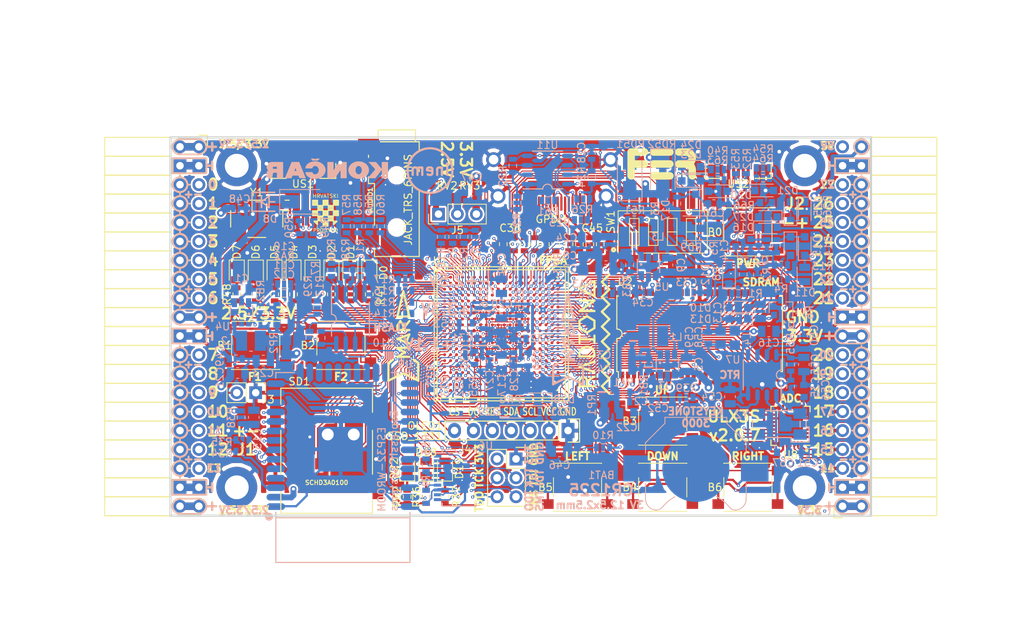
<source format=kicad_pcb>
(kicad_pcb (version 20171130) (host pcbnew 5.0.0-rc3+dfsg1-2)
  (layers (0 F.Cu signal) (1 In1.Cu signal) (2 In2.Cu signal) (31 B.Cu signal) (34 B.Paste user) (35 F.Paste user) (36 B.SilkS user) (37 F.SilkS user) (38 B.Mask user) (39 F.Mask user) (44 Edge.Cuts user))
  (net 0 "")
  (net 1 GND)
  (net 2 +5V)
  (net 3 /gpio/IN5V)
  (net 4 /gpio/OUT5V)
  (net 5 +3V3)
  (net 6 BTN_D)
  (net 7 BTN_F1)
  (net 8 BTN_F2)
  (net 9 BTN_L)
  (net 10 BTN_R)
  (net 11 BTN_U)
  (net 12 /power/FB1)
  (net 13 +2V5)
  (net 14 /power/PWREN)
  (net 15 /power/FB3)
  (net 16 /power/FB2)
  (net 17 /power/VBAT)
  (net 18 JTAG_TDI)
  (net 19 JTAG_TCK)
  (net 20 JTAG_TMS)
  (net 21 JTAG_TDO)
  (net 22 /power/WAKEUPn)
  (net 23 /power/WKUP)
  (net 24 /power/SHUT)
  (net 25 /power/WAKE)
  (net 26 /power/HOLD)
  (net 27 /power/WKn)
  (net 28 /power/OSCI_32k)
  (net 29 /power/OSCO_32k)
  (net 30 SHUTDOWN)
  (net 31 GPDI_SDA)
  (net 32 GPDI_SCL)
  (net 33 /gpdi/VREF2)
  (net 34 SD_CMD)
  (net 35 SD_CLK)
  (net 36 SD_D0)
  (net 37 SD_D1)
  (net 38 USB5V)
  (net 39 GPDI_CEC)
  (net 40 nRESET)
  (net 41 FTDI_nDTR)
  (net 42 SDRAM_CKE)
  (net 43 SDRAM_A7)
  (net 44 SDRAM_D15)
  (net 45 SDRAM_BA1)
  (net 46 SDRAM_D7)
  (net 47 SDRAM_A6)
  (net 48 SDRAM_CLK)
  (net 49 SDRAM_D13)
  (net 50 SDRAM_BA0)
  (net 51 SDRAM_D6)
  (net 52 SDRAM_A5)
  (net 53 SDRAM_D14)
  (net 54 SDRAM_A11)
  (net 55 SDRAM_D12)
  (net 56 SDRAM_D5)
  (net 57 SDRAM_A4)
  (net 58 SDRAM_A10)
  (net 59 SDRAM_D11)
  (net 60 SDRAM_A3)
  (net 61 SDRAM_D4)
  (net 62 SDRAM_D10)
  (net 63 SDRAM_D9)
  (net 64 SDRAM_A9)
  (net 65 SDRAM_D3)
  (net 66 SDRAM_D8)
  (net 67 SDRAM_A8)
  (net 68 SDRAM_A2)
  (net 69 SDRAM_A1)
  (net 70 SDRAM_A0)
  (net 71 SDRAM_D2)
  (net 72 SDRAM_D1)
  (net 73 SDRAM_D0)
  (net 74 SDRAM_DQM0)
  (net 75 SDRAM_nCS)
  (net 76 SDRAM_nRAS)
  (net 77 SDRAM_DQM1)
  (net 78 SDRAM_nCAS)
  (net 79 SDRAM_nWE)
  (net 80 /flash/FLASH_nWP)
  (net 81 /flash/FLASH_nHOLD)
  (net 82 /flash/FLASH_MOSI)
  (net 83 /flash/FLASH_MISO)
  (net 84 /flash/FLASH_SCK)
  (net 85 /flash/FLASH_nCS)
  (net 86 /flash/FPGA_PROGRAMN)
  (net 87 /flash/FPGA_DONE)
  (net 88 /flash/FPGA_INITN)
  (net 89 OLED_RES)
  (net 90 OLED_DC)
  (net 91 OLED_CS)
  (net 92 WIFI_EN)
  (net 93 FTDI_nRTS)
  (net 94 FTDI_TXD)
  (net 95 FTDI_RXD)
  (net 96 WIFI_RXD)
  (net 97 WIFI_GPIO0)
  (net 98 WIFI_TXD)
  (net 99 USB_FTDI_D+)
  (net 100 USB_FTDI_D-)
  (net 101 SD_D3)
  (net 102 AUDIO_L3)
  (net 103 AUDIO_L2)
  (net 104 AUDIO_L1)
  (net 105 AUDIO_L0)
  (net 106 AUDIO_R3)
  (net 107 AUDIO_R2)
  (net 108 AUDIO_R1)
  (net 109 AUDIO_R0)
  (net 110 OLED_CLK)
  (net 111 OLED_MOSI)
  (net 112 LED0)
  (net 113 LED1)
  (net 114 LED2)
  (net 115 LED3)
  (net 116 LED4)
  (net 117 LED5)
  (net 118 LED6)
  (net 119 LED7)
  (net 120 BTN_PWRn)
  (net 121 FTDI_nTXLED)
  (net 122 FTDI_nSLEEP)
  (net 123 /blinkey/LED_PWREN)
  (net 124 /blinkey/LED_TXLED)
  (net 125 /sdcard/SD3V3)
  (net 126 SD_D2)
  (net 127 CLK_25MHz)
  (net 128 /blinkey/BTNPUL)
  (net 129 /blinkey/BTNPUR)
  (net 130 USB_FPGA_D+)
  (net 131 /power/FTDI_nSUSPEND)
  (net 132 /blinkey/ALED0)
  (net 133 /blinkey/ALED1)
  (net 134 /blinkey/ALED2)
  (net 135 /blinkey/ALED3)
  (net 136 /blinkey/ALED4)
  (net 137 /blinkey/ALED5)
  (net 138 /blinkey/ALED6)
  (net 139 /blinkey/ALED7)
  (net 140 /usb/FTD-)
  (net 141 /usb/FTD+)
  (net 142 ADC_MISO)
  (net 143 ADC_MOSI)
  (net 144 ADC_CSn)
  (net 145 ADC_SCLK)
  (net 146 SW3)
  (net 147 SW2)
  (net 148 SW1)
  (net 149 USB_FPGA_D-)
  (net 150 /usb/FPD+)
  (net 151 /usb/FPD-)
  (net 152 WIFI_GPIO16)
  (net 153 /usb/ANT_433MHz)
  (net 154 PROG_DONE)
  (net 155 /power/P3V3)
  (net 156 /power/P2V5)
  (net 157 /power/L1)
  (net 158 /power/L3)
  (net 159 /power/L2)
  (net 160 FTDI_TXDEN)
  (net 161 SDRAM_A12)
  (net 162 /analog/AUDIO_V)
  (net 163 AUDIO_V3)
  (net 164 AUDIO_V2)
  (net 165 AUDIO_V1)
  (net 166 AUDIO_V0)
  (net 167 /blinkey/LED_WIFI)
  (net 168 /power/P1V1)
  (net 169 +1V1)
  (net 170 SW4)
  (net 171 /blinkey/SWPU)
  (net 172 /wifi/WIFIEN)
  (net 173 FT2V5)
  (net 174 GN0)
  (net 175 GP0)
  (net 176 GN1)
  (net 177 GP1)
  (net 178 GN2)
  (net 179 GP2)
  (net 180 GN3)
  (net 181 GP3)
  (net 182 GN4)
  (net 183 GP4)
  (net 184 GN5)
  (net 185 GP5)
  (net 186 GN6)
  (net 187 GP6)
  (net 188 GN14)
  (net 189 GP14)
  (net 190 GN15)
  (net 191 GP15)
  (net 192 GN16)
  (net 193 GP16)
  (net 194 GN17)
  (net 195 GP17)
  (net 196 GN18)
  (net 197 GP18)
  (net 198 GN19)
  (net 199 GP19)
  (net 200 GN20)
  (net 201 GP20)
  (net 202 GN21)
  (net 203 GP21)
  (net 204 GN22)
  (net 205 GP22)
  (net 206 GN23)
  (net 207 GP23)
  (net 208 GN24)
  (net 209 GP24)
  (net 210 GN25)
  (net 211 GP25)
  (net 212 GN26)
  (net 213 GP26)
  (net 214 GN27)
  (net 215 GP27)
  (net 216 GN7)
  (net 217 GP7)
  (net 218 GN8)
  (net 219 GP8)
  (net 220 GN9)
  (net 221 GP9)
  (net 222 GN10)
  (net 223 GP10)
  (net 224 GN11)
  (net 225 GP11)
  (net 226 GN12)
  (net 227 GP12)
  (net 228 GN13)
  (net 229 GP13)
  (net 230 WIFI_GPIO5)
  (net 231 WIFI_GPIO17)
  (net 232 USB_FPGA_PULL_D+)
  (net 233 USB_FPGA_PULL_D-)
  (net 234 "Net-(D23-Pad2)")
  (net 235 "Net-(D24-Pad1)")
  (net 236 "Net-(D25-Pad2)")
  (net 237 "Net-(D26-Pad1)")
  (net 238 /gpdi/GPDI_ETH+)
  (net 239 FPDI_ETH+)
  (net 240 /gpdi/GPDI_ETH-)
  (net 241 FPDI_ETH-)
  (net 242 /gpdi/GPDI_D2-)
  (net 243 FPDI_D2-)
  (net 244 /gpdi/GPDI_D1-)
  (net 245 FPDI_D1-)
  (net 246 /gpdi/GPDI_D0-)
  (net 247 FPDI_D0-)
  (net 248 /gpdi/GPDI_CLK-)
  (net 249 FPDI_CLK-)
  (net 250 /gpdi/GPDI_D2+)
  (net 251 FPDI_D2+)
  (net 252 /gpdi/GPDI_D1+)
  (net 253 FPDI_D1+)
  (net 254 /gpdi/GPDI_D0+)
  (net 255 FPDI_D0+)
  (net 256 /gpdi/GPDI_CLK+)
  (net 257 FPDI_CLK+)
  (net 258 FPDI_SDA)
  (net 259 FPDI_SCL)
  (net 260 /gpdi/FPDI_CEC)
  (net 261 2V5_3V3)
  (net 262 "Net-(AUDIO1-Pad5)")
  (net 263 "Net-(AUDIO1-Pad6)")
  (net 264 "Net-(U1-PadA15)")
  (net 265 "Net-(U1-PadC9)")
  (net 266 "Net-(U1-PadD9)")
  (net 267 "Net-(U1-PadD10)")
  (net 268 "Net-(U1-PadD11)")
  (net 269 "Net-(U1-PadD12)")
  (net 270 "Net-(U1-PadE6)")
  (net 271 "Net-(U1-PadE9)")
  (net 272 "Net-(U1-PadE10)")
  (net 273 "Net-(U1-PadE11)")
  (net 274 "Net-(U1-PadJ4)")
  (net 275 "Net-(U1-PadJ5)")
  (net 276 "Net-(U1-PadK5)")
  (net 277 "Net-(U1-PadL5)")
  (net 278 "Net-(U1-PadM5)")
  (net 279 SD_CD)
  (net 280 SD_WP)
  (net 281 "Net-(U1-PadR3)")
  (net 282 "Net-(U1-PadT16)")
  (net 283 "Net-(U1-PadW4)")
  (net 284 "Net-(U1-PadW5)")
  (net 285 "Net-(U1-PadW8)")
  (net 286 "Net-(U1-PadW9)")
  (net 287 "Net-(U1-PadW13)")
  (net 288 "Net-(U1-PadW14)")
  (net 289 "Net-(U1-PadW17)")
  (net 290 "Net-(U1-PadW18)")
  (net 291 FTDI_nRXLED)
  (net 292 "Net-(U8-Pad12)")
  (net 293 "Net-(U8-Pad25)")
  (net 294 "Net-(U9-Pad32)")
  (net 295 "Net-(U9-Pad22)")
  (net 296 "Net-(U9-Pad21)")
  (net 297 "Net-(U9-Pad20)")
  (net 298 "Net-(U9-Pad19)")
  (net 299 "Net-(U9-Pad18)")
  (net 300 "Net-(U9-Pad17)")
  (net 301 "Net-(U9-Pad12)")
  (net 302 "Net-(U9-Pad5)")
  (net 303 "Net-(U9-Pad4)")
  (net 304 "Net-(US1-Pad4)")
  (net 305 "Net-(Y2-Pad3)")
  (net 306 "Net-(Y2-Pad2)")
  (net 307 "Net-(U1-PadK16)")
  (net 308 "Net-(U1-PadK17)")
  (net 309 /usb/US2VBUS)
  (net 310 /power/SHD)
  (net 311 /power/RTCVDD)
  (net 312 "Net-(D27-Pad2)")
  (net 313 US2_ID)
  (net 314 /analog/AUDIO_L)
  (net 315 /analog/AUDIO_R)
  (net 316 /analog/ADC3V3)
  (net 317 PWRBTn)
  (net 318 USER_PROGRAMN)
  (module lfe5bg381:BGA-381_pitch0.8mm_dia0.4mm (layer F.Cu) (at 138.48 87.8)
    (fp_text reference U1 (at -8.2 -9.8) (layer F.SilkS))
    (fp_text value LFE5U-85F-6BG381C)
    (pad Y19 smd circle (at 6.8 7.6) (size 0.4 0.35) (layers F.Cu F.Paste F.Mask) (net 1 GND))
    (pad Y17 smd circle (at 5.2 7.6) (size 0.4 0.35) (layers F.Cu F.Paste F.Mask) (net 1 GND))
    (pad Y16 smd circle (at 4.4 7.6) (size 0.4 0.35) (layers F.Cu F.Paste F.Mask) (net 1 GND))
    (pad Y15 smd circle (at 3.6 7.6) (size 0.4 0.35) (layers F.Cu F.Paste F.Mask) (net 1 GND))
    (pad Y14 smd circle (at 2.8 7.6) (size 0.4 0.35) (layers F.Cu F.Paste F.Mask) (net 1 GND))
    (pad Y12 smd circle (at 1.2 7.6) (size 0.4 0.35) (layers F.Cu F.Paste F.Mask) (net 1 GND))
    (pad Y11 smd circle (at 0.4 7.6) (size 0.4 0.35) (layers F.Cu F.Paste F.Mask) (net 1 GND))
    (pad Y8 smd circle (at -2 7.6) (size 0.4 0.35) (layers F.Cu F.Paste F.Mask) (net 1 GND))
    (pad Y7 smd circle (at -2.8 7.6) (size 0.4 0.35) (layers F.Cu F.Paste F.Mask) (net 1 GND))
    (pad Y6 smd circle (at -3.6 7.6) (size 0.4 0.35) (layers F.Cu F.Paste F.Mask) (net 1 GND))
    (pad Y5 smd circle (at -4.4 7.6) (size 0.4 0.35) (layers F.Cu F.Paste F.Mask) (net 1 GND))
    (pad Y3 smd circle (at -6 7.6) (size 0.4 0.35) (layers F.Cu F.Paste F.Mask) (net 87 /flash/FPGA_DONE))
    (pad Y2 smd circle (at -6.8 7.6) (size 0.4 0.35) (layers F.Cu F.Paste F.Mask) (net 80 /flash/FLASH_nWP))
    (pad W20 smd circle (at 7.6 6.8) (size 0.4 0.35) (layers F.Cu F.Paste F.Mask) (net 1 GND))
    (pad W19 smd circle (at 6.8 6.8) (size 0.4 0.35) (layers F.Cu F.Paste F.Mask) (net 1 GND))
    (pad W18 smd circle (at 6 6.8) (size 0.4 0.35) (layers F.Cu F.Paste F.Mask) (net 290 "Net-(U1-PadW18)"))
    (pad W17 smd circle (at 5.2 6.8) (size 0.4 0.35) (layers F.Cu F.Paste F.Mask) (net 289 "Net-(U1-PadW17)"))
    (pad W16 smd circle (at 4.4 6.8) (size 0.4 0.35) (layers F.Cu F.Paste F.Mask) (net 1 GND))
    (pad W15 smd circle (at 3.6 6.8) (size 0.4 0.35) (layers F.Cu F.Paste F.Mask) (net 1 GND))
    (pad W14 smd circle (at 2.8 6.8) (size 0.4 0.35) (layers F.Cu F.Paste F.Mask) (net 288 "Net-(U1-PadW14)"))
    (pad W13 smd circle (at 2 6.8) (size 0.4 0.35) (layers F.Cu F.Paste F.Mask) (net 287 "Net-(U1-PadW13)"))
    (pad W12 smd circle (at 1.2 6.8) (size 0.4 0.35) (layers F.Cu F.Paste F.Mask) (net 1 GND))
    (pad W11 smd circle (at 0.4 6.8) (size 0.4 0.35) (layers F.Cu F.Paste F.Mask))
    (pad W10 smd circle (at -0.4 6.8) (size 0.4 0.35) (layers F.Cu F.Paste F.Mask))
    (pad W9 smd circle (at -1.2 6.8) (size 0.4 0.35) (layers F.Cu F.Paste F.Mask) (net 286 "Net-(U1-PadW9)"))
    (pad W8 smd circle (at -2 6.8) (size 0.4 0.35) (layers F.Cu F.Paste F.Mask) (net 285 "Net-(U1-PadW8)"))
    (pad W7 smd circle (at -2.8 6.8) (size 0.4 0.35) (layers F.Cu F.Paste F.Mask) (net 1 GND))
    (pad W6 smd circle (at -3.6 6.8) (size 0.4 0.35) (layers F.Cu F.Paste F.Mask) (net 1 GND))
    (pad W5 smd circle (at -4.4 6.8) (size 0.4 0.35) (layers F.Cu F.Paste F.Mask) (net 284 "Net-(U1-PadW5)"))
    (pad W4 smd circle (at -5.2 6.8) (size 0.4 0.35) (layers F.Cu F.Paste F.Mask) (net 283 "Net-(U1-PadW4)"))
    (pad W3 smd circle (at -6 6.8) (size 0.4 0.35) (layers F.Cu F.Paste F.Mask) (net 86 /flash/FPGA_PROGRAMN))
    (pad W2 smd circle (at -6.8 6.8) (size 0.4 0.35) (layers F.Cu F.Paste F.Mask) (net 82 /flash/FLASH_MOSI))
    (pad W1 smd circle (at -7.6 6.8) (size 0.4 0.35) (layers F.Cu F.Paste F.Mask) (net 81 /flash/FLASH_nHOLD))
    (pad V20 smd circle (at 7.6 6) (size 0.4 0.35) (layers F.Cu F.Paste F.Mask) (net 1 GND))
    (pad V19 smd circle (at 6.8 6) (size 0.4 0.35) (layers F.Cu F.Paste F.Mask) (net 1 GND))
    (pad V18 smd circle (at 6 6) (size 0.4 0.35) (layers F.Cu F.Paste F.Mask) (net 1 GND))
    (pad V17 smd circle (at 5.2 6) (size 0.4 0.35) (layers F.Cu F.Paste F.Mask) (net 1 GND))
    (pad V16 smd circle (at 4.4 6) (size 0.4 0.35) (layers F.Cu F.Paste F.Mask) (net 1 GND))
    (pad V15 smd circle (at 3.6 6) (size 0.4 0.35) (layers F.Cu F.Paste F.Mask) (net 1 GND))
    (pad V14 smd circle (at 2.8 6) (size 0.4 0.35) (layers F.Cu F.Paste F.Mask) (net 1 GND))
    (pad V13 smd circle (at 2 6) (size 0.4 0.35) (layers F.Cu F.Paste F.Mask) (net 1 GND))
    (pad V12 smd circle (at 1.2 6) (size 0.4 0.35) (layers F.Cu F.Paste F.Mask) (net 1 GND))
    (pad V11 smd circle (at 0.4 6) (size 0.4 0.35) (layers F.Cu F.Paste F.Mask) (net 1 GND))
    (pad V10 smd circle (at -0.4 6) (size 0.4 0.35) (layers F.Cu F.Paste F.Mask) (net 1 GND))
    (pad V9 smd circle (at -1.2 6) (size 0.4 0.35) (layers F.Cu F.Paste F.Mask) (net 1 GND))
    (pad V8 smd circle (at -2 6) (size 0.4 0.35) (layers F.Cu F.Paste F.Mask) (net 1 GND))
    (pad V7 smd circle (at -2.8 6) (size 0.4 0.35) (layers F.Cu F.Paste F.Mask) (net 1 GND))
    (pad V6 smd circle (at -3.6 6) (size 0.4 0.35) (layers F.Cu F.Paste F.Mask) (net 1 GND))
    (pad V5 smd circle (at -4.4 6) (size 0.4 0.35) (layers F.Cu F.Paste F.Mask) (net 1 GND))
    (pad V4 smd circle (at -5.2 6) (size 0.4 0.35) (layers F.Cu F.Paste F.Mask) (net 21 JTAG_TDO))
    (pad V3 smd circle (at -6 6) (size 0.4 0.35) (layers F.Cu F.Paste F.Mask) (net 88 /flash/FPGA_INITN))
    (pad V2 smd circle (at -6.8 6) (size 0.4 0.35) (layers F.Cu F.Paste F.Mask) (net 83 /flash/FLASH_MISO))
    (pad V1 smd circle (at -7.6 6) (size 0.4 0.35) (layers F.Cu F.Paste F.Mask) (net 6 BTN_D))
    (pad U20 smd circle (at 7.6 5.2) (size 0.4 0.35) (layers F.Cu F.Paste F.Mask) (net 46 SDRAM_D7))
    (pad U19 smd circle (at 6.8 5.2) (size 0.4 0.35) (layers F.Cu F.Paste F.Mask) (net 74 SDRAM_DQM0))
    (pad U18 smd circle (at 6 5.2) (size 0.4 0.35) (layers F.Cu F.Paste F.Mask) (net 189 GP14))
    (pad U17 smd circle (at 5.2 5.2) (size 0.4 0.35) (layers F.Cu F.Paste F.Mask) (net 188 GN14))
    (pad U16 smd circle (at 4.4 5.2) (size 0.4 0.35) (layers F.Cu F.Paste F.Mask) (net 142 ADC_MISO))
    (pad U15 smd circle (at 3.6 5.2) (size 0.4 0.35) (layers F.Cu F.Paste F.Mask) (net 1 GND))
    (pad U14 smd circle (at 2.8 5.2) (size 0.4 0.35) (layers F.Cu F.Paste F.Mask) (net 1 GND))
    (pad U13 smd circle (at 2 5.2) (size 0.4 0.35) (layers F.Cu F.Paste F.Mask) (net 1 GND))
    (pad U12 smd circle (at 1.2 5.2) (size 0.4 0.35) (layers F.Cu F.Paste F.Mask) (net 1 GND))
    (pad U11 smd circle (at 0.4 5.2) (size 0.4 0.35) (layers F.Cu F.Paste F.Mask) (net 1 GND))
    (pad U10 smd circle (at -0.4 5.2) (size 0.4 0.35) (layers F.Cu F.Paste F.Mask) (net 1 GND))
    (pad U9 smd circle (at -1.2 5.2) (size 0.4 0.35) (layers F.Cu F.Paste F.Mask) (net 1 GND))
    (pad U8 smd circle (at -2 5.2) (size 0.4 0.35) (layers F.Cu F.Paste F.Mask) (net 1 GND))
    (pad U7 smd circle (at -2.8 5.2) (size 0.4 0.35) (layers F.Cu F.Paste F.Mask) (net 1 GND))
    (pad U6 smd circle (at -3.6 5.2) (size 0.4 0.35) (layers F.Cu F.Paste F.Mask) (net 1 GND))
    (pad U5 smd circle (at -4.4 5.2) (size 0.4 0.35) (layers F.Cu F.Paste F.Mask) (net 20 JTAG_TMS))
    (pad U4 smd circle (at -5.2 5.2) (size 0.4 0.35) (layers F.Cu F.Paste F.Mask) (net 1 GND))
    (pad U3 smd circle (at -6 5.2) (size 0.4 0.35) (layers F.Cu F.Paste F.Mask) (net 84 /flash/FLASH_SCK))
    (pad U2 smd circle (at -6.8 5.2) (size 0.4 0.35) (layers F.Cu F.Paste F.Mask) (net 5 +3V3))
    (pad U1 smd circle (at -7.6 5.2) (size 0.4 0.35) (layers F.Cu F.Paste F.Mask) (net 9 BTN_L))
    (pad T20 smd circle (at 7.6 4.4) (size 0.4 0.35) (layers F.Cu F.Paste F.Mask) (net 79 SDRAM_nWE))
    (pad T19 smd circle (at 6.8 4.4) (size 0.4 0.35) (layers F.Cu F.Paste F.Mask) (net 78 SDRAM_nCAS))
    (pad T18 smd circle (at 6 4.4) (size 0.4 0.35) (layers F.Cu F.Paste F.Mask) (net 56 SDRAM_D5))
    (pad T17 smd circle (at 5.2 4.4) (size 0.4 0.35) (layers F.Cu F.Paste F.Mask) (net 51 SDRAM_D6))
    (pad T16 smd circle (at 4.4 4.4) (size 0.4 0.35) (layers F.Cu F.Paste F.Mask) (net 282 "Net-(U1-PadT16)"))
    (pad T15 smd circle (at 3.6 4.4) (size 0.4 0.35) (layers F.Cu F.Paste F.Mask) (net 1 GND))
    (pad T14 smd circle (at 2.8 4.4) (size 0.4 0.35) (layers F.Cu F.Paste F.Mask) (net 1 GND))
    (pad T13 smd circle (at 2 4.4) (size 0.4 0.35) (layers F.Cu F.Paste F.Mask) (net 1 GND))
    (pad T12 smd circle (at 1.2 4.4) (size 0.4 0.35) (layers F.Cu F.Paste F.Mask) (net 1 GND))
    (pad T11 smd circle (at 0.4 4.4) (size 0.4 0.35) (layers F.Cu F.Paste F.Mask) (net 1 GND))
    (pad T10 smd circle (at -0.4 4.4) (size 0.4 0.35) (layers F.Cu F.Paste F.Mask) (net 1 GND))
    (pad T9 smd circle (at -1.2 4.4) (size 0.4 0.35) (layers F.Cu F.Paste F.Mask) (net 1 GND))
    (pad T8 smd circle (at -2 4.4) (size 0.4 0.35) (layers F.Cu F.Paste F.Mask) (net 1 GND))
    (pad T7 smd circle (at -2.8 4.4) (size 0.4 0.35) (layers F.Cu F.Paste F.Mask) (net 1 GND))
    (pad T6 smd circle (at -3.6 4.4) (size 0.4 0.35) (layers F.Cu F.Paste F.Mask) (net 1 GND))
    (pad T5 smd circle (at -4.4 4.4) (size 0.4 0.35) (layers F.Cu F.Paste F.Mask) (net 19 JTAG_TCK))
    (pad T4 smd circle (at -5.2 4.4) (size 0.4 0.35) (layers F.Cu F.Paste F.Mask) (net 5 +3V3))
    (pad T3 smd circle (at -6 4.4) (size 0.4 0.35) (layers F.Cu F.Paste F.Mask) (net 5 +3V3))
    (pad T2 smd circle (at -6.8 4.4) (size 0.4 0.35) (layers F.Cu F.Paste F.Mask) (net 5 +3V3))
    (pad T1 smd circle (at -7.6 4.4) (size 0.4 0.35) (layers F.Cu F.Paste F.Mask) (net 8 BTN_F2))
    (pad R20 smd circle (at 7.6 3.6) (size 0.4 0.35) (layers F.Cu F.Paste F.Mask) (net 76 SDRAM_nRAS))
    (pad R19 smd circle (at 6.8 3.6) (size 0.4 0.35) (layers F.Cu F.Paste F.Mask) (net 1 GND))
    (pad R18 smd circle (at 6 3.6) (size 0.4 0.35) (layers F.Cu F.Paste F.Mask) (net 11 BTN_U))
    (pad R17 smd circle (at 5.2 3.6) (size 0.4 0.35) (layers F.Cu F.Paste F.Mask) (net 144 ADC_CSn))
    (pad R16 smd circle (at 4.4 3.6) (size 0.4 0.35) (layers F.Cu F.Paste F.Mask) (net 143 ADC_MOSI))
    (pad R5 smd circle (at -4.4 3.6) (size 0.4 0.35) (layers F.Cu F.Paste F.Mask) (net 18 JTAG_TDI))
    (pad R4 smd circle (at -5.2 3.6) (size 0.4 0.35) (layers F.Cu F.Paste F.Mask) (net 1 GND))
    (pad R3 smd circle (at -6 3.6) (size 0.4 0.35) (layers F.Cu F.Paste F.Mask) (net 281 "Net-(U1-PadR3)"))
    (pad R2 smd circle (at -6.8 3.6) (size 0.4 0.35) (layers F.Cu F.Paste F.Mask) (net 85 /flash/FLASH_nCS))
    (pad R1 smd circle (at -7.6 3.6) (size 0.4 0.35) (layers F.Cu F.Paste F.Mask) (net 7 BTN_F1))
    (pad P20 smd circle (at 7.6 2.8) (size 0.4 0.35) (layers F.Cu F.Paste F.Mask) (net 75 SDRAM_nCS))
    (pad P19 smd circle (at 6.8 2.8) (size 0.4 0.35) (layers F.Cu F.Paste F.Mask) (net 50 SDRAM_BA0))
    (pad P18 smd circle (at 6 2.8) (size 0.4 0.35) (layers F.Cu F.Paste F.Mask) (net 61 SDRAM_D4))
    (pad P17 smd circle (at 5.2 2.8) (size 0.4 0.35) (layers F.Cu F.Paste F.Mask) (net 145 ADC_SCLK))
    (pad P16 smd circle (at 4.4 2.8) (size 0.4 0.35) (layers F.Cu F.Paste F.Mask) (net 190 GN15))
    (pad P15 smd circle (at 3.6 2.8) (size 0.4 0.35) (layers F.Cu F.Paste F.Mask) (net 13 +2V5))
    (pad P14 smd circle (at 2.8 2.8) (size 0.4 0.35) (layers F.Cu F.Paste F.Mask) (net 1 GND))
    (pad P13 smd circle (at 2 2.8) (size 0.4 0.35) (layers F.Cu F.Paste F.Mask) (net 1 GND))
    (pad P12 smd circle (at 1.2 2.8) (size 0.4 0.35) (layers F.Cu F.Paste F.Mask) (net 1 GND))
    (pad P11 smd circle (at 0.4 2.8) (size 0.4 0.35) (layers F.Cu F.Paste F.Mask) (net 1 GND))
    (pad P10 smd circle (at -0.4 2.8) (size 0.4 0.35) (layers F.Cu F.Paste F.Mask) (net 5 +3V3))
    (pad P9 smd circle (at -1.2 2.8) (size 0.4 0.35) (layers F.Cu F.Paste F.Mask) (net 5 +3V3))
    (pad P8 smd circle (at -2 2.8) (size 0.4 0.35) (layers F.Cu F.Paste F.Mask) (net 1 GND))
    (pad P7 smd circle (at -2.8 2.8) (size 0.4 0.35) (layers F.Cu F.Paste F.Mask) (net 1 GND))
    (pad P6 smd circle (at -3.6 2.8) (size 0.4 0.35) (layers F.Cu F.Paste F.Mask) (net 13 +2V5))
    (pad P5 smd circle (at -4.4 2.8) (size 0.4 0.35) (layers F.Cu F.Paste F.Mask) (net 280 SD_WP))
    (pad P4 smd circle (at -5.2 2.8) (size 0.4 0.35) (layers F.Cu F.Paste F.Mask) (net 110 OLED_CLK))
    (pad P3 smd circle (at -6 2.8) (size 0.4 0.35) (layers F.Cu F.Paste F.Mask) (net 111 OLED_MOSI))
    (pad P2 smd circle (at -6.8 2.8) (size 0.4 0.35) (layers F.Cu F.Paste F.Mask) (net 89 OLED_RES))
    (pad P1 smd circle (at -7.6 2.8) (size 0.4 0.35) (layers F.Cu F.Paste F.Mask) (net 90 OLED_DC))
    (pad N20 smd circle (at 7.6 2) (size 0.4 0.35) (layers F.Cu F.Paste F.Mask) (net 45 SDRAM_BA1))
    (pad N19 smd circle (at 6.8 2) (size 0.4 0.35) (layers F.Cu F.Paste F.Mask) (net 58 SDRAM_A10))
    (pad N18 smd circle (at 6 2) (size 0.4 0.35) (layers F.Cu F.Paste F.Mask) (net 65 SDRAM_D3))
    (pad N17 smd circle (at 5.2 2) (size 0.4 0.35) (layers F.Cu F.Paste F.Mask) (net 191 GP15))
    (pad N16 smd circle (at 4.4 2) (size 0.4 0.35) (layers F.Cu F.Paste F.Mask) (net 193 GP16))
    (pad N15 smd circle (at 3.6 2) (size 0.4 0.35) (layers F.Cu F.Paste F.Mask) (net 1 GND))
    (pad N14 smd circle (at 2.8 2) (size 0.4 0.35) (layers F.Cu F.Paste F.Mask) (net 1 GND))
    (pad N13 smd circle (at 2 2) (size 0.4 0.35) (layers F.Cu F.Paste F.Mask) (net 169 +1V1))
    (pad N12 smd circle (at 1.2 2) (size 0.4 0.35) (layers F.Cu F.Paste F.Mask) (net 169 +1V1))
    (pad N11 smd circle (at 0.4 2) (size 0.4 0.35) (layers F.Cu F.Paste F.Mask) (net 169 +1V1))
    (pad N10 smd circle (at -0.4 2) (size 0.4 0.35) (layers F.Cu F.Paste F.Mask) (net 169 +1V1))
    (pad N9 smd circle (at -1.2 2) (size 0.4 0.35) (layers F.Cu F.Paste F.Mask) (net 169 +1V1))
    (pad N8 smd circle (at -2 2) (size 0.4 0.35) (layers F.Cu F.Paste F.Mask) (net 169 +1V1))
    (pad N7 smd circle (at -2.8 2) (size 0.4 0.35) (layers F.Cu F.Paste F.Mask) (net 1 GND))
    (pad N6 smd circle (at -3.6 2) (size 0.4 0.35) (layers F.Cu F.Paste F.Mask) (net 1 GND))
    (pad N5 smd circle (at -4.4 2) (size 0.4 0.35) (layers F.Cu F.Paste F.Mask) (net 279 SD_CD))
    (pad N4 smd circle (at -5.2 2) (size 0.4 0.35) (layers F.Cu F.Paste F.Mask) (net 230 WIFI_GPIO5))
    (pad N3 smd circle (at -6 2) (size 0.4 0.35) (layers F.Cu F.Paste F.Mask) (net 231 WIFI_GPIO17))
    (pad N2 smd circle (at -6.8 2) (size 0.4 0.35) (layers F.Cu F.Paste F.Mask) (net 91 OLED_CS))
    (pad N1 smd circle (at -7.6 2) (size 0.4 0.35) (layers F.Cu F.Paste F.Mask) (net 41 FTDI_nDTR))
    (pad M20 smd circle (at 7.6 1.2) (size 0.4 0.35) (layers F.Cu F.Paste F.Mask) (net 70 SDRAM_A0))
    (pad M19 smd circle (at 6.8 1.2) (size 0.4 0.35) (layers F.Cu F.Paste F.Mask) (net 69 SDRAM_A1))
    (pad M18 smd circle (at 6 1.2) (size 0.4 0.35) (layers F.Cu F.Paste F.Mask) (net 71 SDRAM_D2))
    (pad M17 smd circle (at 5.2 1.2) (size 0.4 0.35) (layers F.Cu F.Paste F.Mask) (net 192 GN16))
    (pad M16 smd circle (at 4.4 1.2) (size 0.4 0.35) (layers F.Cu F.Paste F.Mask) (net 1 GND))
    (pad M15 smd circle (at 3.6 1.2) (size 0.4 0.35) (layers F.Cu F.Paste F.Mask) (net 5 +3V3))
    (pad M14 smd circle (at 2.8 1.2) (size 0.4 0.35) (layers F.Cu F.Paste F.Mask) (net 1 GND))
    (pad M13 smd circle (at 2 1.2) (size 0.4 0.35) (layers F.Cu F.Paste F.Mask) (net 169 +1V1))
    (pad M12 smd circle (at 1.2 1.2) (size 0.4 0.35) (layers F.Cu F.Paste F.Mask) (net 1 GND))
    (pad M11 smd circle (at 0.4 1.2) (size 0.4 0.35) (layers F.Cu F.Paste F.Mask) (net 1 GND))
    (pad M10 smd circle (at -0.4 1.2) (size 0.4 0.35) (layers F.Cu F.Paste F.Mask) (net 1 GND))
    (pad M9 smd circle (at -1.2 1.2) (size 0.4 0.35) (layers F.Cu F.Paste F.Mask) (net 1 GND))
    (pad M8 smd circle (at -2 1.2) (size 0.4 0.35) (layers F.Cu F.Paste F.Mask) (net 169 +1V1))
    (pad M7 smd circle (at -2.8 1.2) (size 0.4 0.35) (layers F.Cu F.Paste F.Mask) (net 1 GND))
    (pad M6 smd circle (at -3.6 1.2) (size 0.4 0.35) (layers F.Cu F.Paste F.Mask) (net 5 +3V3))
    (pad M5 smd circle (at -4.4 1.2) (size 0.4 0.35) (layers F.Cu F.Paste F.Mask) (net 278 "Net-(U1-PadM5)"))
    (pad M4 smd circle (at -5.2 1.2) (size 0.4 0.35) (layers F.Cu F.Paste F.Mask) (net 318 USER_PROGRAMN))
    (pad M3 smd circle (at -6 1.2) (size 0.4 0.35) (layers F.Cu F.Paste F.Mask) (net 93 FTDI_nRTS))
    (pad M2 smd circle (at -6.8 1.2) (size 0.4 0.35) (layers F.Cu F.Paste F.Mask) (net 1 GND))
    (pad M1 smd circle (at -7.6 1.2) (size 0.4 0.35) (layers F.Cu F.Paste F.Mask) (net 94 FTDI_TXD))
    (pad L20 smd circle (at 7.6 0.4) (size 0.4 0.35) (layers F.Cu F.Paste F.Mask) (net 68 SDRAM_A2))
    (pad L19 smd circle (at 6.8 0.4) (size 0.4 0.35) (layers F.Cu F.Paste F.Mask) (net 60 SDRAM_A3))
    (pad L18 smd circle (at 6 0.4) (size 0.4 0.35) (layers F.Cu F.Paste F.Mask) (net 72 SDRAM_D1))
    (pad L17 smd circle (at 5.2 0.4) (size 0.4 0.35) (layers F.Cu F.Paste F.Mask) (net 194 GN17))
    (pad L16 smd circle (at 4.4 0.4) (size 0.4 0.35) (layers F.Cu F.Paste F.Mask) (net 195 GP17))
    (pad L15 smd circle (at 3.6 0.4) (size 0.4 0.35) (layers F.Cu F.Paste F.Mask) (net 5 +3V3))
    (pad L14 smd circle (at 2.8 0.4) (size 0.4 0.35) (layers F.Cu F.Paste F.Mask) (net 5 +3V3))
    (pad L13 smd circle (at 2 0.4) (size 0.4 0.35) (layers F.Cu F.Paste F.Mask) (net 169 +1V1))
    (pad L12 smd circle (at 1.2 0.4) (size 0.4 0.35) (layers F.Cu F.Paste F.Mask) (net 1 GND))
    (pad L11 smd circle (at 0.4 0.4) (size 0.4 0.35) (layers F.Cu F.Paste F.Mask) (net 1 GND))
    (pad L10 smd circle (at -0.4 0.4) (size 0.4 0.35) (layers F.Cu F.Paste F.Mask) (net 1 GND))
    (pad L9 smd circle (at -1.2 0.4) (size 0.4 0.35) (layers F.Cu F.Paste F.Mask) (net 1 GND))
    (pad L8 smd circle (at -2 0.4) (size 0.4 0.35) (layers F.Cu F.Paste F.Mask) (net 169 +1V1))
    (pad L7 smd circle (at -2.8 0.4) (size 0.4 0.35) (layers F.Cu F.Paste F.Mask) (net 5 +3V3))
    (pad L6 smd circle (at -3.6 0.4) (size 0.4 0.35) (layers F.Cu F.Paste F.Mask) (net 5 +3V3))
    (pad L5 smd circle (at -4.4 0.4) (size 0.4 0.35) (layers F.Cu F.Paste F.Mask) (net 277 "Net-(U1-PadL5)"))
    (pad L4 smd circle (at -5.2 0.4) (size 0.4 0.35) (layers F.Cu F.Paste F.Mask) (net 95 FTDI_RXD))
    (pad L3 smd circle (at -6 0.4) (size 0.4 0.35) (layers F.Cu F.Paste F.Mask) (net 160 FTDI_TXDEN))
    (pad L2 smd circle (at -6.8 0.4) (size 0.4 0.35) (layers F.Cu F.Paste F.Mask) (net 97 WIFI_GPIO0))
    (pad L1 smd circle (at -7.6 0.4) (size 0.4 0.35) (layers F.Cu F.Paste F.Mask) (net 152 WIFI_GPIO16))
    (pad K20 smd circle (at 7.6 -0.4) (size 0.4 0.35) (layers F.Cu F.Paste F.Mask) (net 57 SDRAM_A4))
    (pad K19 smd circle (at 6.8 -0.4) (size 0.4 0.35) (layers F.Cu F.Paste F.Mask) (net 52 SDRAM_A5))
    (pad K18 smd circle (at 6 -0.4) (size 0.4 0.35) (layers F.Cu F.Paste F.Mask) (net 47 SDRAM_A6))
    (pad K17 smd circle (at 5.2 -0.4) (size 0.4 0.35) (layers F.Cu F.Paste F.Mask) (net 308 "Net-(U1-PadK17)"))
    (pad K16 smd circle (at 4.4 -0.4) (size 0.4 0.35) (layers F.Cu F.Paste F.Mask) (net 307 "Net-(U1-PadK16)"))
    (pad K15 smd circle (at 3.6 -0.4) (size 0.4 0.35) (layers F.Cu F.Paste F.Mask) (net 1 GND))
    (pad K14 smd circle (at 2.8 -0.4) (size 0.4 0.35) (layers F.Cu F.Paste F.Mask) (net 1 GND))
    (pad K13 smd circle (at 2 -0.4) (size 0.4 0.35) (layers F.Cu F.Paste F.Mask) (net 169 +1V1))
    (pad K12 smd circle (at 1.2 -0.4) (size 0.4 0.35) (layers F.Cu F.Paste F.Mask) (net 1 GND))
    (pad K11 smd circle (at 0.4 -0.4) (size 0.4 0.35) (layers F.Cu F.Paste F.Mask) (net 1 GND))
    (pad K10 smd circle (at -0.4 -0.4) (size 0.4 0.35) (layers F.Cu F.Paste F.Mask) (net 1 GND))
    (pad K9 smd circle (at -1.2 -0.4) (size 0.4 0.35) (layers F.Cu F.Paste F.Mask) (net 1 GND))
    (pad K8 smd circle (at -2 -0.4) (size 0.4 0.35) (layers F.Cu F.Paste F.Mask) (net 169 +1V1))
    (pad K7 smd circle (at -2.8 -0.4) (size 0.4 0.35) (layers F.Cu F.Paste F.Mask) (net 1 GND))
    (pad K6 smd circle (at -3.6 -0.4) (size 0.4 0.35) (layers F.Cu F.Paste F.Mask) (net 1 GND))
    (pad K5 smd circle (at -4.4 -0.4) (size 0.4 0.35) (layers F.Cu F.Paste F.Mask) (net 276 "Net-(U1-PadK5)"))
    (pad K4 smd circle (at -5.2 -0.4) (size 0.4 0.35) (layers F.Cu F.Paste F.Mask) (net 98 WIFI_TXD))
    (pad K3 smd circle (at -6 -0.4) (size 0.4 0.35) (layers F.Cu F.Paste F.Mask) (net 96 WIFI_RXD))
    (pad K2 smd circle (at -6.8 -0.4) (size 0.4 0.35) (layers F.Cu F.Paste F.Mask) (net 101 SD_D3))
    (pad K1 smd circle (at -7.6 -0.4) (size 0.4 0.35) (layers F.Cu F.Paste F.Mask) (net 126 SD_D2))
    (pad J20 smd circle (at 7.6 -1.2) (size 0.4 0.35) (layers F.Cu F.Paste F.Mask) (net 43 SDRAM_A7))
    (pad J19 smd circle (at 6.8 -1.2) (size 0.4 0.35) (layers F.Cu F.Paste F.Mask) (net 67 SDRAM_A8))
    (pad J18 smd circle (at 6 -1.2) (size 0.4 0.35) (layers F.Cu F.Paste F.Mask) (net 53 SDRAM_D14))
    (pad J17 smd circle (at 5.2 -1.2) (size 0.4 0.35) (layers F.Cu F.Paste F.Mask) (net 44 SDRAM_D15))
    (pad J16 smd circle (at 4.4 -1.2) (size 0.4 0.35) (layers F.Cu F.Paste F.Mask) (net 73 SDRAM_D0))
    (pad J15 smd circle (at 3.6 -1.2) (size 0.4 0.35) (layers F.Cu F.Paste F.Mask) (net 5 +3V3))
    (pad J14 smd circle (at 2.8 -1.2) (size 0.4 0.35) (layers F.Cu F.Paste F.Mask) (net 1 GND))
    (pad J13 smd circle (at 2 -1.2) (size 0.4 0.35) (layers F.Cu F.Paste F.Mask) (net 169 +1V1))
    (pad J12 smd circle (at 1.2 -1.2) (size 0.4 0.35) (layers F.Cu F.Paste F.Mask) (net 1 GND))
    (pad J11 smd circle (at 0.4 -1.2) (size 0.4 0.35) (layers F.Cu F.Paste F.Mask) (net 1 GND))
    (pad J10 smd circle (at -0.4 -1.2) (size 0.4 0.35) (layers F.Cu F.Paste F.Mask) (net 1 GND))
    (pad J9 smd circle (at -1.2 -1.2) (size 0.4 0.35) (layers F.Cu F.Paste F.Mask) (net 1 GND))
    (pad J8 smd circle (at -2 -1.2) (size 0.4 0.35) (layers F.Cu F.Paste F.Mask) (net 169 +1V1))
    (pad J7 smd circle (at -2.8 -1.2) (size 0.4 0.35) (layers F.Cu F.Paste F.Mask) (net 1 GND))
    (pad J6 smd circle (at -3.6 -1.2) (size 0.4 0.35) (layers F.Cu F.Paste F.Mask) (net 261 2V5_3V3))
    (pad J5 smd circle (at -4.4 -1.2) (size 0.4 0.35) (layers F.Cu F.Paste F.Mask) (net 275 "Net-(U1-PadJ5)"))
    (pad J4 smd circle (at -5.2 -1.2) (size 0.4 0.35) (layers F.Cu F.Paste F.Mask) (net 274 "Net-(U1-PadJ4)"))
    (pad J3 smd circle (at -6 -1.2) (size 0.4 0.35) (layers F.Cu F.Paste F.Mask) (net 36 SD_D0))
    (pad J2 smd circle (at -6.8 -1.2) (size 0.4 0.35) (layers F.Cu F.Paste F.Mask) (net 1 GND))
    (pad J1 smd circle (at -7.6 -1.2) (size 0.4 0.35) (layers F.Cu F.Paste F.Mask) (net 34 SD_CMD))
    (pad H20 smd circle (at 7.6 -2) (size 0.4 0.35) (layers F.Cu F.Paste F.Mask) (net 64 SDRAM_A9))
    (pad H19 smd circle (at 6.8 -2) (size 0.4 0.35) (layers F.Cu F.Paste F.Mask) (net 1 GND))
    (pad H18 smd circle (at 6 -2) (size 0.4 0.35) (layers F.Cu F.Paste F.Mask) (net 197 GP18))
    (pad H17 smd circle (at 5.2 -2) (size 0.4 0.35) (layers F.Cu F.Paste F.Mask) (net 196 GN18))
    (pad H16 smd circle (at 4.4 -2) (size 0.4 0.35) (layers F.Cu F.Paste F.Mask) (net 10 BTN_R))
    (pad H15 smd circle (at 3.6 -2) (size 0.4 0.35) (layers F.Cu F.Paste F.Mask) (net 5 +3V3))
    (pad H14 smd circle (at 2.8 -2) (size 0.4 0.35) (layers F.Cu F.Paste F.Mask) (net 5 +3V3))
    (pad H13 smd circle (at 2 -2) (size 0.4 0.35) (layers F.Cu F.Paste F.Mask) (net 169 +1V1))
    (pad H12 smd circle (at 1.2 -2) (size 0.4 0.35) (layers F.Cu F.Paste F.Mask) (net 169 +1V1))
    (pad H11 smd circle (at 0.4 -2) (size 0.4 0.35) (layers F.Cu F.Paste F.Mask) (net 169 +1V1))
    (pad H10 smd circle (at -0.4 -2) (size 0.4 0.35) (layers F.Cu F.Paste F.Mask) (net 169 +1V1))
    (pad H9 smd circle (at -1.2 -2) (size 0.4 0.35) (layers F.Cu F.Paste F.Mask) (net 169 +1V1))
    (pad H8 smd circle (at -2 -2) (size 0.4 0.35) (layers F.Cu F.Paste F.Mask) (net 169 +1V1))
    (pad H7 smd circle (at -2.8 -2) (size 0.4 0.35) (layers F.Cu F.Paste F.Mask) (net 261 2V5_3V3))
    (pad H6 smd circle (at -3.6 -2) (size 0.4 0.35) (layers F.Cu F.Paste F.Mask) (net 261 2V5_3V3))
    (pad H5 smd circle (at -4.4 -2) (size 0.4 0.35) (layers F.Cu F.Paste F.Mask) (net 166 AUDIO_V0))
    (pad H4 smd circle (at -5.2 -2) (size 0.4 0.35) (layers F.Cu F.Paste F.Mask) (net 229 GP13))
    (pad H3 smd circle (at -6 -2) (size 0.4 0.35) (layers F.Cu F.Paste F.Mask) (net 119 LED7))
    (pad H2 smd circle (at -6.8 -2) (size 0.4 0.35) (layers F.Cu F.Paste F.Mask) (net 35 SD_CLK))
    (pad H1 smd circle (at -7.6 -2) (size 0.4 0.35) (layers F.Cu F.Paste F.Mask) (net 37 SD_D1))
    (pad G20 smd circle (at 7.6 -2.8) (size 0.4 0.35) (layers F.Cu F.Paste F.Mask) (net 54 SDRAM_A11))
    (pad G19 smd circle (at 6.8 -2.8) (size 0.4 0.35) (layers F.Cu F.Paste F.Mask) (net 161 SDRAM_A12))
    (pad G18 smd circle (at 6 -2.8) (size 0.4 0.35) (layers F.Cu F.Paste F.Mask) (net 198 GN19))
    (pad G17 smd circle (at 5.2 -2.8) (size 0.4 0.35) (layers F.Cu F.Paste F.Mask) (net 1 GND))
    (pad G16 smd circle (at 4.4 -2.8) (size 0.4 0.35) (layers F.Cu F.Paste F.Mask) (net 30 SHUTDOWN))
    (pad G15 smd circle (at 3.6 -2.8) (size 0.4 0.35) (layers F.Cu F.Paste F.Mask) (net 1 GND))
    (pad G14 smd circle (at 2.8 -2.8) (size 0.4 0.35) (layers F.Cu F.Paste F.Mask) (net 1 GND))
    (pad G13 smd circle (at 2 -2.8) (size 0.4 0.35) (layers F.Cu F.Paste F.Mask) (net 1 GND))
    (pad G12 smd circle (at 1.2 -2.8) (size 0.4 0.35) (layers F.Cu F.Paste F.Mask) (net 1 GND))
    (pad G11 smd circle (at 0.4 -2.8) (size 0.4 0.35) (layers F.Cu F.Paste F.Mask) (net 1 GND))
    (pad G10 smd circle (at -0.4 -2.8) (size 0.4 0.35) (layers F.Cu F.Paste F.Mask) (net 1 GND))
    (pad G9 smd circle (at -1.2 -2.8) (size 0.4 0.35) (layers F.Cu F.Paste F.Mask) (net 1 GND))
    (pad G8 smd circle (at -2 -2.8) (size 0.4 0.35) (layers F.Cu F.Paste F.Mask) (net 1 GND))
    (pad G7 smd circle (at -2.8 -2.8) (size 0.4 0.35) (layers F.Cu F.Paste F.Mask) (net 1 GND))
    (pad G6 smd circle (at -3.6 -2.8) (size 0.4 0.35) (layers F.Cu F.Paste F.Mask) (net 1 GND))
    (pad G5 smd circle (at -4.4 -2.8) (size 0.4 0.35) (layers F.Cu F.Paste F.Mask) (net 228 GN13))
    (pad G4 smd circle (at -5.2 -2.8) (size 0.4 0.35) (layers F.Cu F.Paste F.Mask) (net 1 GND))
    (pad G3 smd circle (at -6 -2.8) (size 0.4 0.35) (layers F.Cu F.Paste F.Mask) (net 227 GP12))
    (pad G2 smd circle (at -6.8 -2.8) (size 0.4 0.35) (layers F.Cu F.Paste F.Mask) (net 127 CLK_25MHz))
    (pad G1 smd circle (at -7.6 -2.8) (size 0.4 0.35) (layers F.Cu F.Paste F.Mask) (net 153 /usb/ANT_433MHz))
    (pad F20 smd circle (at 7.6 -3.6) (size 0.4 0.35) (layers F.Cu F.Paste F.Mask) (net 42 SDRAM_CKE))
    (pad F19 smd circle (at 6.8 -3.6) (size 0.4 0.35) (layers F.Cu F.Paste F.Mask) (net 48 SDRAM_CLK))
    (pad F18 smd circle (at 6 -3.6) (size 0.4 0.35) (layers F.Cu F.Paste F.Mask) (net 49 SDRAM_D13))
    (pad F17 smd circle (at 5.2 -3.6) (size 0.4 0.35) (layers F.Cu F.Paste F.Mask) (net 199 GP19))
    (pad F16 smd circle (at 4.4 -3.6) (size 0.4 0.35) (layers F.Cu F.Paste F.Mask) (net 149 USB_FPGA_D-))
    (pad F15 smd circle (at 3.6 -3.6) (size 0.4 0.35) (layers F.Cu F.Paste F.Mask) (net 13 +2V5))
    (pad F14 smd circle (at 2.8 -3.6) (size 0.4 0.35) (layers F.Cu F.Paste F.Mask) (net 1 GND))
    (pad F13 smd circle (at 2 -3.6) (size 0.4 0.35) (layers F.Cu F.Paste F.Mask) (net 1 GND))
    (pad F12 smd circle (at 1.2 -3.6) (size 0.4 0.35) (layers F.Cu F.Paste F.Mask) (net 5 +3V3))
    (pad F11 smd circle (at 0.4 -3.6) (size 0.4 0.35) (layers F.Cu F.Paste F.Mask) (net 5 +3V3))
    (pad F10 smd circle (at -0.4 -3.6) (size 0.4 0.35) (layers F.Cu F.Paste F.Mask) (net 261 2V5_3V3))
    (pad F9 smd circle (at -1.2 -3.6) (size 0.4 0.35) (layers F.Cu F.Paste F.Mask) (net 261 2V5_3V3))
    (pad F8 smd circle (at -2 -3.6) (size 0.4 0.35) (layers F.Cu F.Paste F.Mask) (net 1 GND))
    (pad F7 smd circle (at -2.8 -3.6) (size 0.4 0.35) (layers F.Cu F.Paste F.Mask) (net 1 GND))
    (pad F6 smd circle (at -3.6 -3.6) (size 0.4 0.35) (layers F.Cu F.Paste F.Mask) (net 13 +2V5))
    (pad F5 smd circle (at -4.4 -3.6) (size 0.4 0.35) (layers F.Cu F.Paste F.Mask) (net 164 AUDIO_V2))
    (pad F4 smd circle (at -5.2 -3.6) (size 0.4 0.35) (layers F.Cu F.Paste F.Mask) (net 225 GP11))
    (pad F3 smd circle (at -6 -3.6) (size 0.4 0.4) (layers F.Cu F.Paste F.Mask) (net 226 GN12))
    (pad F2 smd circle (at -6.8 -3.6) (size 0.4 0.4) (layers F.Cu F.Paste F.Mask) (net 165 AUDIO_V1))
    (pad F1 smd circle (at -7.6 -3.6) (size 0.4 0.35) (layers F.Cu F.Paste F.Mask) (net 92 WIFI_EN))
    (pad E20 smd circle (at 7.6 -4.4) (size 0.4 0.35) (layers F.Cu F.Paste F.Mask) (net 77 SDRAM_DQM1))
    (pad E19 smd circle (at 6.8 -4.4) (size 0.4 0.35) (layers F.Cu F.Paste F.Mask) (net 66 SDRAM_D8))
    (pad E18 smd circle (at 6 -4.4) (size 0.4 0.35) (layers F.Cu F.Paste F.Mask) (net 55 SDRAM_D12))
    (pad E17 smd circle (at 5.2 -4.4) (size 0.4 0.35) (layers F.Cu F.Paste F.Mask) (net 200 GN20))
    (pad E16 smd circle (at 4.4 -4.4) (size 0.4 0.35) (layers F.Cu F.Paste F.Mask) (net 130 USB_FPGA_D+))
    (pad E15 smd circle (at 3.6 -4.4) (size 0.4 0.35) (layers F.Cu F.Paste F.Mask) (net 149 USB_FPGA_D-))
    (pad E14 smd circle (at 2.8 -4.4) (size 0.4 0.35) (layers F.Cu F.Paste F.Mask) (net 210 GN25))
    (pad E13 smd circle (at 2 -4.4) (size 0.4 0.35) (layers F.Cu F.Paste F.Mask) (net 214 GN27))
    (pad E12 smd circle (at 1.2 -4.4) (size 0.4 0.35) (layers F.Cu F.Paste F.Mask) (net 259 FPDI_SCL))
    (pad E11 smd circle (at 0.4 -4.4) (size 0.4 0.35) (layers F.Cu F.Paste F.Mask) (net 273 "Net-(U1-PadE11)"))
    (pad E10 smd circle (at -0.4 -4.4) (size 0.4 0.35) (layers F.Cu F.Paste F.Mask) (net 272 "Net-(U1-PadE10)"))
    (pad E9 smd circle (at -1.2 -4.4) (size 0.4 0.35) (layers F.Cu F.Paste F.Mask) (net 271 "Net-(U1-PadE9)"))
    (pad E8 smd circle (at -2 -4.4) (size 0.4 0.35) (layers F.Cu F.Paste F.Mask) (net 148 SW1))
    (pad E7 smd circle (at -2.8 -4.4) (size 0.4 0.35) (layers F.Cu F.Paste F.Mask) (net 170 SW4))
    (pad E6 smd circle (at -3.6 -4.4) (size 0.4 0.35) (layers F.Cu F.Paste F.Mask) (net 270 "Net-(U1-PadE6)"))
    (pad E5 smd circle (at -4.4 -4.4) (size 0.4 0.35) (layers F.Cu F.Paste F.Mask) (net 163 AUDIO_V3))
    (pad E4 smd circle (at -5.2 -4.4) (size 0.4 0.35) (layers F.Cu F.Paste F.Mask) (net 105 AUDIO_L0))
    (pad E3 smd circle (at -6 -4.4) (size 0.4 0.4) (layers F.Cu F.Paste F.Mask) (net 224 GN11))
    (pad E2 smd circle (at -6.8 -4.4) (size 0.4 0.35) (layers F.Cu F.Paste F.Mask) (net 117 LED5))
    (pad E1 smd circle (at -7.6 -4.4) (size 0.4 0.35) (layers F.Cu F.Paste F.Mask) (net 118 LED6))
    (pad D20 smd circle (at 7.6 -5.2) (size 0.4 0.35) (layers F.Cu F.Paste F.Mask) (net 63 SDRAM_D9))
    (pad D19 smd circle (at 6.8 -5.2) (size 0.4 0.35) (layers F.Cu F.Paste F.Mask) (net 62 SDRAM_D10))
    (pad D18 smd circle (at 6 -5.2) (size 0.4 0.35) (layers F.Cu F.Paste F.Mask) (net 201 GP20))
    (pad D17 smd circle (at 5.2 -5.2) (size 0.4 0.35) (layers F.Cu F.Paste F.Mask) (net 202 GN21))
    (pad D16 smd circle (at 4.4 -5.2) (size 0.4 0.35) (layers F.Cu F.Paste F.Mask) (net 208 GN24))
    (pad D15 smd circle (at 3.6 -5.2) (size 0.4 0.35) (layers F.Cu F.Paste F.Mask) (net 130 USB_FPGA_D+))
    (pad D14 smd circle (at 2.8 -5.2) (size 0.4 0.35) (layers F.Cu F.Paste F.Mask) (net 211 GP25))
    (pad D13 smd circle (at 2 -5.2) (size 0.4 0.35) (layers F.Cu F.Paste F.Mask) (net 215 GP27))
    (pad D12 smd circle (at 1.2 -5.2) (size 0.4 0.35) (layers F.Cu F.Paste F.Mask) (net 269 "Net-(U1-PadD12)"))
    (pad D11 smd circle (at 0.4 -5.2) (size 0.4 0.35) (layers F.Cu F.Paste F.Mask) (net 268 "Net-(U1-PadD11)"))
    (pad D10 smd circle (at -0.4 -5.2) (size 0.4 0.35) (layers F.Cu F.Paste F.Mask) (net 267 "Net-(U1-PadD10)"))
    (pad D9 smd circle (at -1.2 -5.2) (size 0.4 0.35) (layers F.Cu F.Paste F.Mask) (net 266 "Net-(U1-PadD9)"))
    (pad D8 smd circle (at -2 -5.2) (size 0.4 0.35) (layers F.Cu F.Paste F.Mask) (net 147 SW2))
    (pad D7 smd circle (at -2.8 -5.2) (size 0.4 0.35) (layers F.Cu F.Paste F.Mask) (net 146 SW3))
    (pad D6 smd circle (at -3.6 -5.2) (size 0.4 0.35) (layers F.Cu F.Paste F.Mask) (net 120 BTN_PWRn))
    (pad D5 smd circle (at -4.4 -5.2) (size 0.4 0.35) (layers F.Cu F.Paste F.Mask) (net 107 AUDIO_R2))
    (pad D4 smd circle (at -5.2 -5.2) (size 0.4 0.35) (layers F.Cu F.Paste F.Mask) (net 1 GND))
    (pad D3 smd circle (at -6 -5.2) (size 0.4 0.35) (layers F.Cu F.Paste F.Mask) (net 104 AUDIO_L1))
    (pad D2 smd circle (at -6.8 -5.2) (size 0.4 0.35) (layers F.Cu F.Paste F.Mask) (net 115 LED3))
    (pad D1 smd circle (at -7.6 -5.2) (size 0.4 0.35) (layers F.Cu F.Paste F.Mask) (net 116 LED4))
    (pad C20 smd circle (at 7.6 -6) (size 0.4 0.35) (layers F.Cu F.Paste F.Mask) (net 59 SDRAM_D11))
    (pad C19 smd circle (at 6.8 -6) (size 0.4 0.35) (layers F.Cu F.Paste F.Mask) (net 1 GND))
    (pad C18 smd circle (at 6 -6) (size 0.4 0.35) (layers F.Cu F.Paste F.Mask) (net 203 GP21))
    (pad C17 smd circle (at 5.2 -6) (size 0.4 0.35) (layers F.Cu F.Paste F.Mask) (net 206 GN23))
    (pad C16 smd circle (at 4.4 -6) (size 0.4 0.35) (layers F.Cu F.Paste F.Mask) (net 209 GP24))
    (pad C15 smd circle (at 3.6 -6) (size 0.4 0.35) (layers F.Cu F.Paste F.Mask) (net 204 GN22))
    (pad C14 smd circle (at 2.8 -6) (size 0.4 0.35) (layers F.Cu F.Paste F.Mask) (net 245 FPDI_D1-))
    (pad C13 smd circle (at 2 -6) (size 0.4 0.35) (layers F.Cu F.Paste F.Mask) (net 212 GN26))
    (pad C12 smd circle (at 1.2 -6) (size 0.4 0.35) (layers F.Cu F.Paste F.Mask) (net 233 USB_FPGA_PULL_D-))
    (pad C11 smd circle (at 0.4 -6) (size 0.4 0.35) (layers F.Cu F.Paste F.Mask) (net 174 GN0))
    (pad C10 smd circle (at -0.4 -6) (size 0.4 0.35) (layers F.Cu F.Paste F.Mask) (net 180 GN3))
    (pad C9 smd circle (at -1.2 -6) (size 0.4 0.35) (layers F.Cu F.Paste F.Mask) (net 265 "Net-(U1-PadC9)"))
    (pad C8 smd circle (at -2 -6) (size 0.4 0.35) (layers F.Cu F.Paste F.Mask) (net 185 GP5))
    (pad C7 smd circle (at -2.8 -6) (size 0.4 0.35) (layers F.Cu F.Paste F.Mask) (net 186 GN6))
    (pad C6 smd circle (at -3.6 -6) (size 0.4 0.35) (layers F.Cu F.Paste F.Mask) (net 187 GP6))
    (pad C5 smd circle (at -4.4 -6) (size 0.4 0.35) (layers F.Cu F.Paste F.Mask) (net 106 AUDIO_R3))
    (pad C4 smd circle (at -5.2 -6) (size 0.4 0.35) (layers F.Cu F.Paste F.Mask) (net 223 GP10))
    (pad C3 smd circle (at -6 -6) (size 0.4 0.35) (layers F.Cu F.Paste F.Mask) (net 103 AUDIO_L2))
    (pad C2 smd circle (at -6.8 -6) (size 0.4 0.35) (layers F.Cu F.Paste F.Mask) (net 113 LED1))
    (pad C1 smd circle (at -7.6 -6) (size 0.4 0.35) (layers F.Cu F.Paste F.Mask) (net 114 LED2))
    (pad B20 smd circle (at 7.6 -6.8) (size 0.4 0.35) (layers F.Cu F.Paste F.Mask) (net 241 FPDI_ETH-))
    (pad B19 smd circle (at 6.8 -6.8) (size 0.4 0.35) (layers F.Cu F.Paste F.Mask) (net 258 FPDI_SDA))
    (pad B18 smd circle (at 6 -6.8) (size 0.4 0.35) (layers F.Cu F.Paste F.Mask) (net 249 FPDI_CLK-))
    (pad B17 smd circle (at 5.2 -6.8) (size 0.4 0.35) (layers F.Cu F.Paste F.Mask) (net 207 GP23))
    (pad B16 smd circle (at 4.4 -6.8) (size 0.4 0.35) (layers F.Cu F.Paste F.Mask) (net 247 FPDI_D0-))
    (pad B15 smd circle (at 3.6 -6.8) (size 0.4 0.35) (layers F.Cu F.Paste F.Mask) (net 205 GP22))
    (pad B14 smd circle (at 2.8 -6.8) (size 0.4 0.35) (layers F.Cu F.Paste F.Mask) (net 1 GND))
    (pad B13 smd circle (at 2 -6.8) (size 0.4 0.35) (layers F.Cu F.Paste F.Mask) (net 213 GP26))
    (pad B12 smd circle (at 1.2 -6.8) (size 0.4 0.35) (layers F.Cu F.Paste F.Mask) (net 232 USB_FPGA_PULL_D+))
    (pad B11 smd circle (at 0.4 -6.8) (size 0.4 0.35) (layers F.Cu F.Paste F.Mask) (net 175 GP0))
    (pad B10 smd circle (at -0.4 -6.8) (size 0.4 0.35) (layers F.Cu F.Paste F.Mask) (net 178 GN2))
    (pad B9 smd circle (at -1.2 -6.8) (size 0.4 0.35) (layers F.Cu F.Paste F.Mask) (net 181 GP3))
    (pad B8 smd circle (at -2 -6.8) (size 0.4 0.35) (layers F.Cu F.Paste F.Mask) (net 184 GN5))
    (pad B7 smd circle (at -2.8 -6.8) (size 0.4 0.35) (layers F.Cu F.Paste F.Mask) (net 1 GND))
    (pad B6 smd circle (at -3.6 -6.8) (size 0.4 0.35) (layers F.Cu F.Paste F.Mask) (net 216 GN7))
    (pad B5 smd circle (at -4.4 -6.8) (size 0.4 0.35) (layers F.Cu F.Paste F.Mask) (net 108 AUDIO_R1))
    (pad B4 smd circle (at -5.2 -6.8) (size 0.4 0.35) (layers F.Cu F.Paste F.Mask) (net 222 GN10))
    (pad B3 smd circle (at -6 -6.8) (size 0.4 0.35) (layers F.Cu F.Paste F.Mask) (net 102 AUDIO_L3))
    (pad B2 smd circle (at -6.8 -6.8) (size 0.4 0.35) (layers F.Cu F.Paste F.Mask) (net 112 LED0))
    (pad B1 smd circle (at -7.6 -6.8) (size 0.4 0.35) (layers F.Cu F.Paste F.Mask) (net 220 GN9))
    (pad A19 smd circle (at 6.8 -7.6) (size 0.4 0.35) (layers F.Cu F.Paste F.Mask) (net 239 FPDI_ETH+))
    (pad A18 smd circle (at 6 -7.6) (size 0.4 0.35) (layers F.Cu F.Paste F.Mask) (net 260 /gpdi/FPDI_CEC))
    (pad A17 smd circle (at 5.2 -7.6) (size 0.4 0.35) (layers F.Cu F.Paste F.Mask) (net 257 FPDI_CLK+))
    (pad A16 smd circle (at 4.4 -7.6) (size 0.4 0.35) (layers F.Cu F.Paste F.Mask) (net 255 FPDI_D0+))
    (pad A15 smd circle (at 3.6 -7.6) (size 0.4 0.35) (layers F.Cu F.Paste F.Mask) (net 264 "Net-(U1-PadA15)"))
    (pad A14 smd circle (at 2.8 -7.6) (size 0.4 0.35) (layers F.Cu F.Paste F.Mask) (net 253 FPDI_D1+))
    (pad A13 smd circle (at 2 -7.6) (size 0.4 0.35) (layers F.Cu F.Paste F.Mask) (net 243 FPDI_D2-))
    (pad A12 smd circle (at 1.2 -7.6) (size 0.4 0.35) (layers F.Cu F.Paste F.Mask) (net 251 FPDI_D2+))
    (pad A11 smd circle (at 0.4 -7.6) (size 0.4 0.35) (layers F.Cu F.Paste F.Mask) (net 176 GN1))
    (pad A10 smd circle (at -0.4 -7.6) (size 0.4 0.35) (layers F.Cu F.Paste F.Mask) (net 177 GP1))
    (pad A9 smd circle (at -1.2 -7.6) (size 0.4 0.35) (layers F.Cu F.Paste F.Mask) (net 179 GP2))
    (pad A8 smd circle (at -2 -7.6) (size 0.4 0.35) (layers F.Cu F.Paste F.Mask) (net 182 GN4))
    (pad A7 smd circle (at -2.8 -7.6) (size 0.4 0.35) (layers F.Cu F.Paste F.Mask) (net 183 GP4))
    (pad A6 smd circle (at -3.6 -7.6) (size 0.4 0.35) (layers F.Cu F.Paste F.Mask) (net 217 GP7))
    (pad A5 smd circle (at -4.4 -7.6) (size 0.4 0.35) (layers F.Cu F.Paste F.Mask) (net 218 GN8))
    (pad A4 smd circle (at -5.2 -7.6) (size 0.4 0.35) (layers F.Cu F.Paste F.Mask) (net 219 GP8))
    (pad A3 smd circle (at -6 -7.6) (size 0.4 0.35) (layers F.Cu F.Paste F.Mask) (net 109 AUDIO_R0))
    (pad A2 smd circle (at -6.8 -7.6) (size 0.4 0.35) (layers F.Cu F.Paste F.Mask) (net 221 GP9))
  )
  (module conn-fci:CONN-10029449-111RLF (layer F.Cu) (at 145.296 69.312 180)
    (fp_text reference GPDI1 (at 0 -3.1115 180) (layer F.SilkS))
    (fp_text value GPDI-D)
    (pad 19 smd rect (at -4.25 -1 180) (size 0.3 1.9) (layers F.Cu F.Paste F.Mask) (net 240 /gpdi/GPDI_ETH-))
    (pad 18 smd rect (at -3.75 -1 180) (size 0.3 1.9) (layers F.Cu F.Paste F.Mask) (net 2 +5V))
    (pad 17 smd rect (at -3.25 -1 180) (size 0.3 1.9) (layers F.Cu F.Paste F.Mask) (net 1 GND))
    (pad 16 smd rect (at -2.75 -1 180) (size 0.3 1.9) (layers F.Cu F.Paste F.Mask) (net 31 GPDI_SDA))
    (pad 15 smd rect (at -2.25 -1 180) (size 0.3 1.9) (layers F.Cu F.Paste F.Mask) (net 32 GPDI_SCL))
    (pad 14 smd rect (at -1.75 -1 180) (size 0.3 1.9) (layers F.Cu F.Paste F.Mask) (net 238 /gpdi/GPDI_ETH+))
    (pad 13 smd rect (at -1.25 -1 180) (size 0.3 1.9) (layers F.Cu F.Paste F.Mask) (net 39 GPDI_CEC))
    (pad 12 smd rect (at -0.75 -1 180) (size 0.3 1.9) (layers F.Cu F.Paste F.Mask) (net 248 /gpdi/GPDI_CLK-))
    (pad 11 smd rect (at -0.25 -1 180) (size 0.3 1.9) (layers F.Cu F.Paste F.Mask) (net 1 GND))
    (pad 10 smd rect (at 0.25 -1 180) (size 0.3 1.9) (layers F.Cu F.Paste F.Mask) (net 256 /gpdi/GPDI_CLK+))
    (pad 9 smd rect (at 0.75 -1 180) (size 0.3 1.9) (layers F.Cu F.Paste F.Mask) (net 246 /gpdi/GPDI_D0-))
    (pad 8 smd rect (at 1.25 -1 180) (size 0.3 1.9) (layers F.Cu F.Paste F.Mask) (net 1 GND))
    (pad 7 smd rect (at 1.75 -1 180) (size 0.3 1.9) (layers F.Cu F.Paste F.Mask) (net 254 /gpdi/GPDI_D0+))
    (pad 6 smd rect (at 2.25 -1 180) (size 0.3 1.9) (layers F.Cu F.Paste F.Mask) (net 244 /gpdi/GPDI_D1-))
    (pad 5 smd rect (at 2.75 -1 180) (size 0.3 1.9) (layers F.Cu F.Paste F.Mask) (net 1 GND))
    (pad 4 smd rect (at 3.25 -1 180) (size 0.3 1.9) (layers F.Cu F.Paste F.Mask) (net 252 /gpdi/GPDI_D1+))
    (pad 3 smd rect (at 3.75 -1 180) (size 0.3 1.9) (layers F.Cu F.Paste F.Mask) (net 242 /gpdi/GPDI_D2-))
    (pad 2 smd rect (at 4.25 -1 180) (size 0.3 1.9) (layers F.Cu F.Paste F.Mask) (net 1 GND))
    (pad 1 smd rect (at 4.75 -1 180) (size 0.3 1.9) (layers F.Cu F.Paste F.Mask) (net 250 /gpdi/GPDI_D2+))
    (pad 0 thru_hole circle (at -7.25 0 180) (size 2 2) (drill 1.3) (layers *.Cu *.Mask F.Paste) (net 1 GND))
    (pad 0 thru_hole circle (at 7.25 0 180) (size 2 2) (drill 1.3) (layers *.Cu *.Mask F.Paste) (net 1 GND))
    (pad 0 thru_hole circle (at -7.85 4.9 180) (size 2 2) (drill 1.3) (layers *.Cu *.Mask F.Paste) (net 1 GND))
    (pad 0 thru_hole circle (at 7.85 4.9 180) (size 2 2) (drill 1.3) (layers *.Cu *.Mask F.Paste) (net 1 GND))
  )
  (module ESP32:ESP32-WROOM (layer B.Cu) (at 117.23 105.75 180)
    (fp_text reference U9 (at -8.366 13.85 180) (layer B.SilkS) (effects (justify mirror)))
    (fp_text value ESP-WROOM32)
    (fp_text user "Espressif Systems" (at -6.858 0.889 90) (layer B.SilkS) (effects (justify mirror)))
    (fp_text user ESP32-WROOM (at -5.207 -0.254 90) (layer B.SilkS) (effects (justify mirror)))
    (pad 38 smd oval (at -9 -5.25 180) (size 2.5 0.9) (layers B.Cu B.Mask) (net 1 GND))
    (pad 37 smd oval (at -9 -3.98 180) (size 2.5 0.9) (layers B.Cu B.Mask) (net 18 JTAG_TDI))
    (pad 36 smd oval (at -9 -2.71 180) (size 2.5 0.9) (layers B.Cu B.Mask) (net 154 PROG_DONE))
    (pad 35 smd oval (at -9 -1.44 180) (size 2.5 0.9) (layers B.Cu B.Mask) (net 98 WIFI_TXD))
    (pad 34 smd oval (at -9 -0.17 180) (size 2.5 0.9) (layers B.Cu B.Mask) (net 96 WIFI_RXD))
    (pad 33 smd oval (at -9 1.1 180) (size 2.5 0.9) (layers B.Cu B.Mask) (net 20 JTAG_TMS))
    (pad 32 smd oval (at -9 2.37 180) (size 2.5 0.9) (layers B.Cu B.Mask) (net 294 "Net-(U9-Pad32)"))
    (pad 31 smd oval (at -9 3.64 180) (size 2.5 0.9) (layers B.Cu B.Mask) (net 21 JTAG_TDO))
    (pad 30 smd oval (at -9 4.91 180) (size 2.5 0.9) (layers B.Cu B.Mask) (net 19 JTAG_TCK))
    (pad 29 smd oval (at -9 6.18 180) (size 2.5 0.9) (layers B.Cu B.Mask) (net 230 WIFI_GPIO5))
    (pad 28 smd oval (at -9 7.45 180) (size 2.5 0.9) (layers B.Cu B.Mask) (net 231 WIFI_GPIO17))
    (pad 27 smd oval (at -9 8.72 180) (size 2.5 0.9) (layers B.Cu B.Mask) (net 152 WIFI_GPIO16))
    (pad 26 smd oval (at -9 9.99 180) (size 2.5 0.9) (layers B.Cu B.Mask) (net 37 SD_D1))
    (pad 25 smd oval (at -9 11.26 180) (size 2.5 0.9) (layers B.Cu B.Mask) (net 97 WIFI_GPIO0))
    (pad 24 smd oval (at -5.715 12.75 180) (size 0.9 2.5) (layers B.Cu B.Mask) (net 36 SD_D0))
    (pad 23 smd oval (at -4.445 12.75 180) (size 0.9 2.5) (layers B.Cu B.Mask) (net 34 SD_CMD))
    (pad 22 smd oval (at -3.175 12.75 180) (size 0.9 2.5) (layers B.Cu B.Mask) (net 295 "Net-(U9-Pad22)"))
    (pad 21 smd oval (at -1.905 12.75 180) (size 0.9 2.5) (layers B.Cu B.Mask) (net 296 "Net-(U9-Pad21)"))
    (pad 20 smd oval (at -0.635 12.75 180) (size 0.9 2.5) (layers B.Cu B.Mask) (net 297 "Net-(U9-Pad20)"))
    (pad 19 smd oval (at 0.635 12.75 180) (size 0.9 2.5) (layers B.Cu B.Mask) (net 298 "Net-(U9-Pad19)"))
    (pad 18 smd oval (at 1.905 12.75 180) (size 0.9 2.5) (layers B.Cu B.Mask) (net 299 "Net-(U9-Pad18)"))
    (pad 17 smd oval (at 3.175 12.75 180) (size 0.9 2.5) (layers B.Cu B.Mask) (net 300 "Net-(U9-Pad17)"))
    (pad 16 smd oval (at 4.445 12.75 180) (size 0.9 2.5) (layers B.Cu B.Mask) (net 101 SD_D3))
    (pad 15 smd oval (at 5.715 12.75 180) (size 0.9 2.5) (layers B.Cu B.Mask) (net 1 GND))
    (pad 14 smd oval (at 9 11.26 180) (size 2.5 0.9) (layers B.Cu B.Mask) (net 126 SD_D2))
    (pad 13 smd oval (at 9 9.99 180) (size 2.5 0.9) (layers B.Cu B.Mask) (net 35 SD_CLK))
    (pad 12 smd oval (at 9 8.72 180) (size 2.5 0.9) (layers B.Cu B.Mask) (net 301 "Net-(U9-Pad12)"))
    (pad 11 smd oval (at 9 7.45 180) (size 2.5 0.9) (layers B.Cu B.Mask) (net 225 GP11))
    (pad 10 smd oval (at 9 6.18 180) (size 2.5 0.9) (layers B.Cu B.Mask) (net 224 GN11))
    (pad 9 smd oval (at 9 4.91 180) (size 2.5 0.9) (layers B.Cu B.Mask) (net 227 GP12))
    (pad 8 smd oval (at 9 3.64 180) (size 2.5 0.9) (layers B.Cu B.Mask) (net 226 GN12))
    (pad 7 smd oval (at 9 2.37 180) (size 2.5 0.9) (layers B.Cu B.Mask) (net 229 GP13))
    (pad 6 smd oval (at 9 1.1 180) (size 2.5 0.9) (layers B.Cu B.Mask) (net 228 GN13))
    (pad 5 smd oval (at 9 -0.17 180) (size 2.5 0.9) (layers B.Cu B.Mask) (net 302 "Net-(U9-Pad5)"))
    (pad 4 smd oval (at 9 -1.44 180) (size 2.5 0.9) (layers B.Cu B.Mask) (net 303 "Net-(U9-Pad4)"))
    (pad 3 smd oval (at 9 -2.71 180) (size 2.5 0.9) (layers B.Cu B.Mask) (net 172 /wifi/WIFIEN))
    (pad 2 smd oval (at 9 -3.98 180) (size 2.5 0.9) (layers B.Cu B.Mask) (net 5 +3V3))
    (pad 1 smd oval (at 9 -5.25 180) (size 2.5 0.9) (layers B.Cu B.Mask) (net 1 GND))
    (pad 39 smd rect (at 0.3 2.45 180) (size 6 6) (layers B.Cu B.Mask) (net 1 GND))
  )
  (module Capacitor_SMD:C_0603_1608Metric (layer B.Cu) (at 102.863 91.156)
    (fp_text reference C49 (at -2.159 -0.399 90) (layer B.SilkS) (effects (justify mirror)))
    (fp_text value 22nF)
    (pad 2 smd rect (at 0.875 0) (size 0.67 1) (layers B.Cu B.Paste B.Mask) (net 1 GND))
    (pad 1 smd rect (at -0.875 0) (size 0.67 1) (layers B.Cu B.Paste B.Mask) (net 261 2V5_3V3))
  )
  (module jumper:R_0805_2012Metric_Pad1.29x1.40mm_HandSolder_Jumper_NC (layer B.Cu) (at 149.472 78.311 270)
    (fp_text reference RP3 (at 0 3.414 270) (layer B.SilkS) (effects (justify mirror)))
    (fp_text value 0)
    (fp_line (start -1 0) (end 1 0) (layer B.Cu) (width 1))
    (pad 2 smd rect (at 0.9675 0 270) (size 1.295 1.4) (layers B.Cu B.Mask) (net 5 +3V3))
    (pad 1 smd rect (at -0.9675 0 270) (size 1.295 1.4) (layers B.Cu B.Mask) (net 155 /power/P3V3))
  )
  (module jumper:R_0805_2012Metric_Pad1.29x1.40mm_HandSolder_Jumper_NC (layer B.Cu) (at 109.609 89.632 270)
    (fp_text reference RP2 (at -0.635 1.651 270) (layer B.SilkS) (effects (justify mirror)))
    (fp_text value 0)
    (fp_line (start -1 0) (end 1 0) (layer B.Cu) (width 1))
    (pad 2 smd rect (at 0.9675 0 270) (size 1.295 1.4) (layers B.Cu B.Mask) (net 13 +2V5))
    (pad 1 smd rect (at -0.9675 0 270) (size 1.295 1.4) (layers B.Cu B.Mask) (net 156 /power/P2V5))
  )
  (module jumper:R_0805_2012Metric_Pad1.29x1.40mm_HandSolder_Jumper_NC (layer B.Cu) (at 152.281 97.361 270)
    (fp_text reference RP1 (at 0 1.65 270) (layer B.SilkS) (effects (justify mirror)))
    (fp_text value 0)
    (fp_line (start -1 0) (end 1 0) (layer B.Cu) (width 1))
    (pad 2 smd rect (at 0.9675 0 270) (size 1.295 1.4) (layers B.Cu B.Mask) (net 169 +1V1))
    (pad 1 smd rect (at -0.9675 0 270) (size 1.295 1.4) (layers B.Cu B.Mask) (net 168 /power/P1V1))
  )
  (module jumper:D_SMA_Jumper_NC (layer B.Cu) (at 164.854 73.63 180)
    (fp_text reference RD9 (at 0.889 -2.54 180) (layer B.SilkS) (effects (justify mirror)))
    (fp_text value 0)
    (fp_line (start -2 0) (end 2 0) (layer B.Cu) (width 1))
    (pad 2 smd rect (at 2 0 180) (size 2.5 1.8) (layers B.Cu B.Mask) (net 2 +5V))
    (pad 1 smd rect (at -2 0 180) (size 2.5 1.8) (layers B.Cu B.Mask) (net 309 /usb/US2VBUS))
  )
  (module jumper:D_SMA_Jumper_NC (layer B.Cu) (at 160.155 66.391 270)
    (fp_text reference RD52 (at -4.064 0.127) (layer B.SilkS) (effects (justify mirror)))
    (fp_text value 0)
    (fp_line (start -2 0) (end 2 0) (layer B.Cu) (width 1))
    (pad 2 smd rect (at 2 0 270) (size 2.5 1.8) (layers B.Cu B.Mask) (net 2 +5V))
    (pad 1 smd rect (at -2 0 270) (size 2.5 1.8) (layers B.Cu B.Mask) (net 4 /gpio/OUT5V))
  )
  (module jumper:D_SMA_Jumper_NC (layer B.Cu) (at 155.71 66.518 90)
    (fp_text reference RD51 (at 4.191 0.127 180) (layer B.SilkS) (effects (justify mirror)))
    (fp_text value 0)
    (fp_line (start -2 0) (end 2 0) (layer B.Cu) (width 1))
    (pad 2 smd rect (at 2 0 90) (size 2.5 1.8) (layers B.Cu B.Mask) (net 3 /gpio/IN5V))
    (pad 1 smd rect (at -2 0 90) (size 2.5 1.8) (layers B.Cu B.Mask) (net 2 +5V))
  )
  (module dipswitch:SW_DIP_x4_W8.61mm_Slide_LowProfile (layer F.Cu) (at 160.14 74.12 90)
    (fp_text reference SW1 (at 1.379 -6.97 90) (layer F.SilkS))
    (fp_text value SW_DIP_x04)
    (pad 8 smd rect (at 4.305 -3.81 90) (size 2.44 1.12) (layers F.Cu F.Paste F.Mask) (net 148 SW1))
    (pad 4 smd rect (at -4.305 3.81 90) (size 2.44 1.12) (layers F.Cu F.Paste F.Mask) (net 171 /blinkey/SWPU))
    (pad 7 smd rect (at 4.305 -1.27 90) (size 2.44 1.12) (layers F.Cu F.Paste F.Mask) (net 147 SW2))
    (pad 3 smd rect (at -4.305 1.27 90) (size 2.44 1.12) (layers F.Cu F.Paste F.Mask) (net 171 /blinkey/SWPU))
    (pad 6 smd rect (at 4.305 1.27 90) (size 2.44 1.12) (layers F.Cu F.Paste F.Mask) (net 146 SW3))
    (pad 2 smd rect (at -4.305 -1.27 90) (size 2.44 1.12) (layers F.Cu F.Paste F.Mask) (net 171 /blinkey/SWPU))
    (pad 5 smd rect (at 4.305 3.81 90) (size 2.44 1.12) (layers F.Cu F.Paste F.Mask) (net 170 SW4))
    (pad 1 smd rect (at -4.305 -3.81 90) (size 2.44 1.12) (layers F.Cu F.Paste F.Mask) (net 171 /blinkey/SWPU))
  )
  (module Keystone_3000_1x12mm-CoinCell:Keystone_3000_1x12mm-CoinCell (layer B.Cu) (at 164.585 105.87 90)
    (fp_text reference BAT1 (at -0.907 -12.685 180) (layer B.SilkS) (effects (justify mirror)))
    (fp_text value CR1225)
    (pad 1 smd rect (at 0 7.9 180) (size 3.7 3.5) (layers B.Cu B.Paste B.Mask) (net 17 /power/VBAT) (clearance 0.7))
    (pad 1 smd rect (at 0 -7.9 180) (size 3.7 3.5) (layers B.Cu B.Paste B.Mask) (net 17 /power/VBAT) (clearance 0.7))
    (pad 2 smd circle (at 0 0 180) (size 9 9) (layers B.Cu B.Mask) (net 1 GND))
  )
  (module SM8:SM8 (layer B.Cu) (at 144.68 65.8015 90)
    (fp_text reference U11 (at 3.3475 -0.019 -180) (layer B.SilkS) (effects (justify mirror)))
    (fp_text value PCA9306D)
    (pad 1 smd rect (at -1.905 -2.7) (size 1.55 0.6) (layers B.Cu B.Paste B.Mask) (net 1 GND))
    (pad 2 smd oval (at -0.635 -2.7) (size 1.55 0.6) (layers B.Cu B.Paste B.Mask) (net 13 +2V5))
    (pad 3 smd oval (at 0.635 -2.7) (size 1.55 0.6) (layers B.Cu B.Paste B.Mask) (net 259 FPDI_SCL))
    (pad 4 smd oval (at 1.905 -2.7) (size 1.55 0.6) (layers B.Cu B.Paste B.Mask) (net 258 FPDI_SDA))
    (pad 5 smd oval (at 1.905 2.7) (size 1.55 0.6) (layers B.Cu B.Paste B.Mask) (net 31 GPDI_SDA))
    (pad 6 smd oval (at 0.635 2.7) (size 1.55 0.6) (layers B.Cu B.Paste B.Mask) (net 32 GPDI_SCL))
    (pad 7 smd oval (at -0.635 2.7) (size 1.55 0.6) (layers B.Cu B.Paste B.Mask) (net 33 /gpdi/VREF2))
    (pad 8 smd oval (at -1.905 2.7) (size 1.55 0.6) (layers B.Cu B.Paste B.Mask) (net 5 +3V3))
  )
  (module TSOP54:TSOP54 (layer F.Cu) (at 165.093 87.8 90)
    (fp_text reference U2 (at 6.98 -9.993 180) (layer F.SilkS))
    (fp_text value MT48LC16M16A2TG)
    (pad 28 smd rect (at 5.53 10.4 90) (size 0.9 0.56) (layers F.Cu F.Paste F.Mask) (net 1 GND))
    (pad 1 smd rect (at -5.53 -10.4 90) (size 0.9 0.56) (layers F.Cu F.Paste F.Mask) (net 5 +3V3))
    (pad 2 smd rect (at -5.53 -9.6 90) (size 0.9 0.56) (layers F.Cu F.Paste F.Mask) (net 73 SDRAM_D0))
    (pad 3 smd rect (at -5.53 -8.8 90) (size 0.9 0.56) (layers F.Cu F.Paste F.Mask) (net 5 +3V3))
    (pad 4 smd rect (at -5.53 -8 90) (size 0.9 0.56) (layers F.Cu F.Paste F.Mask) (net 72 SDRAM_D1))
    (pad 5 smd rect (at -5.53 -7.2 90) (size 0.9 0.56) (layers F.Cu F.Paste F.Mask) (net 71 SDRAM_D2))
    (pad 6 smd rect (at -5.53 -6.4 90) (size 0.9 0.56) (layers F.Cu F.Paste F.Mask) (net 1 GND))
    (pad 7 smd rect (at -5.53 -5.6 90) (size 0.9 0.56) (layers F.Cu F.Paste F.Mask) (net 65 SDRAM_D3))
    (pad 8 smd rect (at -5.53 -4.8 90) (size 0.9 0.56) (layers F.Cu F.Paste F.Mask) (net 61 SDRAM_D4))
    (pad 9 smd rect (at -5.53 -4 90) (size 0.9 0.56) (layers F.Cu F.Paste F.Mask) (net 5 +3V3))
    (pad 10 smd rect (at -5.53 -3.2 90) (size 0.9 0.56) (layers F.Cu F.Paste F.Mask) (net 56 SDRAM_D5))
    (pad 11 smd rect (at -5.53 -2.4 90) (size 0.9 0.56) (layers F.Cu F.Paste F.Mask) (net 51 SDRAM_D6))
    (pad 12 smd rect (at -5.53 -1.6 90) (size 0.9 0.56) (layers F.Cu F.Paste F.Mask) (net 1 GND))
    (pad 13 smd rect (at -5.53 -0.8 90) (size 0.9 0.56) (layers F.Cu F.Paste F.Mask) (net 46 SDRAM_D7))
    (pad 14 smd rect (at -5.53 0 90) (size 0.9 0.56) (layers F.Cu F.Paste F.Mask) (net 5 +3V3))
    (pad 15 smd rect (at -5.53 0.8 90) (size 0.9 0.56) (layers F.Cu F.Paste F.Mask) (net 74 SDRAM_DQM0))
    (pad 16 smd rect (at -5.53 1.6 90) (size 0.9 0.56) (layers F.Cu F.Paste F.Mask) (net 79 SDRAM_nWE))
    (pad 17 smd rect (at -5.53 2.4 90) (size 0.9 0.56) (layers F.Cu F.Paste F.Mask) (net 78 SDRAM_nCAS))
    (pad 18 smd rect (at -5.53 3.2 90) (size 0.9 0.56) (layers F.Cu F.Paste F.Mask) (net 76 SDRAM_nRAS))
    (pad 19 smd rect (at -5.53 4 90) (size 0.9 0.56) (layers F.Cu F.Paste F.Mask) (net 75 SDRAM_nCS))
    (pad 20 smd rect (at -5.53 4.8 90) (size 0.9 0.56) (layers F.Cu F.Paste F.Mask) (net 50 SDRAM_BA0))
    (pad 21 smd rect (at -5.53 5.6 90) (size 0.9 0.56) (layers F.Cu F.Paste F.Mask) (net 45 SDRAM_BA1))
    (pad 22 smd rect (at -5.53 6.4 90) (size 0.9 0.56) (layers F.Cu F.Paste F.Mask) (net 58 SDRAM_A10))
    (pad 23 smd rect (at -5.53 7.2 90) (size 0.9 0.56) (layers F.Cu F.Paste F.Mask) (net 70 SDRAM_A0))
    (pad 24 smd rect (at -5.53 8 90) (size 0.9 0.56) (layers F.Cu F.Paste F.Mask) (net 69 SDRAM_A1))
    (pad 25 smd rect (at -5.53 8.8 90) (size 0.9 0.56) (layers F.Cu F.Paste F.Mask) (net 68 SDRAM_A2))
    (pad 26 smd rect (at -5.53 9.6 90) (size 0.9 0.56) (layers F.Cu F.Paste F.Mask) (net 60 SDRAM_A3))
    (pad 27 smd rect (at -5.53 10.4 90) (size 0.9 0.56) (layers F.Cu F.Paste F.Mask) (net 5 +3V3))
    (pad 29 smd rect (at 5.53 9.6 90) (size 0.9 0.56) (layers F.Cu F.Paste F.Mask) (net 57 SDRAM_A4))
    (pad 30 smd rect (at 5.53 8.8 90) (size 0.9 0.56) (layers F.Cu F.Paste F.Mask) (net 52 SDRAM_A5))
    (pad 31 smd rect (at 5.53 8 90) (size 0.9 0.56) (layers F.Cu F.Paste F.Mask) (net 47 SDRAM_A6))
    (pad 32 smd rect (at 5.53 7.2 90) (size 0.9 0.56) (layers F.Cu F.Paste F.Mask) (net 43 SDRAM_A7))
    (pad 33 smd rect (at 5.53 6.4 90) (size 0.9 0.56) (layers F.Cu F.Paste F.Mask) (net 67 SDRAM_A8))
    (pad 34 smd rect (at 5.53 5.6 90) (size 0.9 0.56) (layers F.Cu F.Paste F.Mask) (net 64 SDRAM_A9))
    (pad 35 smd rect (at 5.53 4.8 90) (size 0.9 0.56) (layers F.Cu F.Paste F.Mask) (net 54 SDRAM_A11))
    (pad 36 smd rect (at 5.53 4 90) (size 0.9 0.56) (layers F.Cu F.Paste F.Mask) (net 161 SDRAM_A12))
    (pad 37 smd rect (at 5.53 3.2 90) (size 0.9 0.56) (layers F.Cu F.Paste F.Mask) (net 42 SDRAM_CKE))
    (pad 38 smd rect (at 5.53 2.4 90) (size 0.9 0.56) (layers F.Cu F.Paste F.Mask) (net 48 SDRAM_CLK))
    (pad 39 smd rect (at 5.53 1.6 90) (size 0.9 0.56) (layers F.Cu F.Paste F.Mask) (net 77 SDRAM_DQM1))
    (pad 40 smd rect (at 5.53 0.8 90) (size 0.9 0.56) (layers F.Cu F.Paste F.Mask))
    (pad 41 smd rect (at 5.53 0 90) (size 0.9 0.56) (layers F.Cu F.Paste F.Mask) (net 1 GND))
    (pad 42 smd rect (at 5.53 -0.8 90) (size 0.9 0.56) (layers F.Cu F.Paste F.Mask) (net 66 SDRAM_D8))
    (pad 43 smd rect (at 5.53 -1.6 90) (size 0.9 0.56) (layers F.Cu F.Paste F.Mask) (net 5 +3V3))
    (pad 44 smd rect (at 5.53 -2.4 90) (size 0.9 0.56) (layers F.Cu F.Paste F.Mask) (net 63 SDRAM_D9))
    (pad 45 smd rect (at 5.53 -3.2 90) (size 0.9 0.56) (layers F.Cu F.Paste F.Mask) (net 62 SDRAM_D10))
    (pad 46 smd rect (at 5.53 -4 90) (size 0.9 0.56) (layers F.Cu F.Paste F.Mask) (net 1 GND))
    (pad 47 smd rect (at 5.53 -4.8 90) (size 0.9 0.56) (layers F.Cu F.Paste F.Mask) (net 59 SDRAM_D11))
    (pad 48 smd rect (at 5.53 -5.6 90) (size 0.9 0.56) (layers F.Cu F.Paste F.Mask) (net 55 SDRAM_D12))
    (pad 49 smd rect (at 5.53 -6.4 90) (size 0.9 0.56) (layers F.Cu F.Paste F.Mask) (net 5 +3V3))
    (pad 50 smd rect (at 5.53 -7.2 90) (size 0.9 0.56) (layers F.Cu F.Paste F.Mask) (net 49 SDRAM_D13))
    (pad 51 smd rect (at 5.53 -8 90) (size 0.9 0.56) (layers F.Cu F.Paste F.Mask) (net 53 SDRAM_D14))
    (pad 52 smd rect (at 5.53 -8.8 90) (size 0.9 0.56) (layers F.Cu F.Paste F.Mask) (net 1 GND))
    (pad 53 smd rect (at 5.53 -9.6 90) (size 0.9 0.56) (layers F.Cu F.Paste F.Mask) (net 44 SDRAM_D15))
    (pad 54 smd rect (at 5.53 -10.4 90) (size 0.9 0.56) (layers F.Cu F.Paste F.Mask) (net 1 GND))
  )
  (module SOA008-150mil:SOA008-150-208mil (layer B.Cu) (at 118.245 85.822 270)
    (fp_text reference U10 (at 3.175 -4.445) (layer B.SilkS) (effects (justify mirror)))
    (fp_text value IS25LP128F-JBLE)
    (pad 1 smd rect (at -3.302 1.905 270) (size 2.1 0.6) (layers B.Cu B.Paste B.Mask) (net 85 /flash/FLASH_nCS))
    (pad 2 smd oval (at -3.302 0.635 270) (size 2.1 0.6) (layers B.Cu B.Paste B.Mask) (net 83 /flash/FLASH_MISO))
    (pad 3 smd oval (at -3.302 -0.635 270) (size 2.1 0.6) (layers B.Cu B.Paste B.Mask) (net 80 /flash/FLASH_nWP))
    (pad 4 smd oval (at -3.302 -1.905 270) (size 2.1 0.6) (layers B.Cu B.Paste B.Mask) (net 1 GND))
    (pad 5 smd oval (at 3.302 -1.905 270) (size 2.1 0.6) (layers B.Cu B.Paste B.Mask) (net 82 /flash/FLASH_MOSI))
    (pad 6 smd oval (at 3.302 -0.635 270) (size 2.1 0.6) (layers B.Cu B.Paste B.Mask) (net 84 /flash/FLASH_SCK))
    (pad 7 smd oval (at 3.302 0.635 270) (size 2.1 0.6) (layers B.Cu B.Paste B.Mask) (net 81 /flash/FLASH_nHOLD))
    (pad 8 smd oval (at 3.302 1.905 270) (size 2.1 0.6) (layers B.Cu B.Paste B.Mask) (net 5 +3V3))
  )
  (module SOT96-1:SOT96-1 (layer B.Cu) (at 173.49 93.315 90)
    (fp_text reference U7 (at 2.032 -3.937 180) (layer B.SilkS) (effects (justify mirror)))
    (fp_text value MCP7940NT)
    (pad 1 smd rect (at -2.7 1.905 90) (size 1.55 0.6) (layers B.Cu B.Paste B.Mask) (net 28 /power/OSCI_32k))
    (pad 2 smd oval (at -2.7 0.635 90) (size 1.55 0.6) (layers B.Cu B.Paste B.Mask) (net 29 /power/OSCO_32k))
    (pad 3 smd oval (at -2.7 -0.635 90) (size 1.55 0.6) (layers B.Cu B.Paste B.Mask) (net 17 /power/VBAT))
    (pad 4 smd oval (at -2.7 -1.905 90) (size 1.55 0.6) (layers B.Cu B.Paste B.Mask) (net 1 GND))
    (pad 5 smd oval (at 2.7 -1.905 90) (size 1.55 0.6) (layers B.Cu B.Paste B.Mask) (net 258 FPDI_SDA))
    (pad 6 smd oval (at 2.7 -0.635 90) (size 1.55 0.6) (layers B.Cu B.Paste B.Mask) (net 259 FPDI_SCL))
    (pad 7 smd oval (at 2.7 0.635 90) (size 1.55 0.6) (layers B.Cu B.Paste B.Mask) (net 22 /power/WAKEUPn))
    (pad 8 smd oval (at 2.7 1.905 90) (size 1.55 0.6) (layers B.Cu B.Paste B.Mask) (net 311 /power/RTCVDD))
  )
  (module ft231x:FT231X-SSOP-20_4.4x6.5mm_Pitch0.65mm (layer B.Cu) (at 132.835 107.14 180)
    (fp_text reference U6 (at -3.556 4.318 180) (layer B.SilkS) (effects (justify mirror)))
    (fp_text value FT231XS)
    (pad 20 smd rect (at 2.9 2.925 180) (size 1 0.4) (layers B.Cu B.Paste B.Mask) (net 94 FTDI_TXD))
    (pad 19 smd rect (at 2.9 2.275 180) (size 1 0.4) (layers B.Cu B.Paste B.Mask) (net 122 FTDI_nSLEEP))
    (pad 18 smd rect (at 2.9 1.625 180) (size 1 0.4) (layers B.Cu B.Paste B.Mask) (net 160 FTDI_TXDEN))
    (pad 17 smd rect (at 2.9 0.975 180) (size 1 0.4) (layers B.Cu B.Paste B.Mask) (net 291 FTDI_nRXLED))
    (pad 16 smd rect (at 2.9 0.325 180) (size 1 0.4) (layers B.Cu B.Paste B.Mask) (net 1 GND))
    (pad 15 smd rect (at 2.9 -0.325 180) (size 1 0.4) (layers B.Cu B.Paste B.Mask) (net 38 USB5V))
    (pad 14 smd rect (at 2.9 -0.975 180) (size 1 0.4) (layers B.Cu B.Paste B.Mask) (net 40 nRESET))
    (pad 13 smd rect (at 2.9 -1.625 180) (size 1 0.4) (layers B.Cu B.Paste B.Mask) (net 173 FT2V5))
    (pad 12 smd rect (at 2.9 -2.275 180) (size 1 0.4) (layers B.Cu B.Paste B.Mask) (net 100 USB_FTDI_D-))
    (pad 11 smd rect (at 2.9 -2.925 180) (size 1 0.4) (layers B.Cu B.Paste B.Mask) (net 99 USB_FTDI_D+))
    (pad 10 smd rect (at -2.9 -2.925 180) (size 1 0.4) (layers B.Cu B.Paste B.Mask) (net 121 FTDI_nTXLED))
    (pad 9 smd rect (at -2.9 -2.275 180) (size 1 0.4) (layers B.Cu B.Paste B.Mask) (net 21 JTAG_TDO))
    (pad 8 smd rect (at -2.9 -1.625 180) (size 1 0.4) (layers B.Cu B.Paste B.Mask) (net 20 JTAG_TMS))
    (pad 7 smd rect (at -2.9 -0.975 180) (size 1 0.4) (layers B.Cu B.Paste B.Mask) (net 19 JTAG_TCK))
    (pad 6 smd rect (at -2.9 -0.325 180) (size 1 0.4) (layers B.Cu B.Paste B.Mask) (net 1 GND))
    (pad 5 smd rect (at -2.9 0.325 180) (size 1 0.4) (layers B.Cu B.Paste B.Mask) (net 18 JTAG_TDI))
    (pad 4 smd rect (at -2.9 0.975 180) (size 1 0.4) (layers B.Cu B.Paste B.Mask) (net 95 FTDI_RXD))
    (pad 3 smd rect (at -2.9 1.625 180) (size 1 0.4) (layers B.Cu B.Paste B.Mask) (net 173 FT2V5))
    (pad 2 smd rect (at -2.9 2.275 180) (size 1 0.4) (layers B.Cu B.Paste B.Mask) (net 93 FTDI_nRTS))
    (pad 1 smd rect (at -2.9 2.925 180) (size 1 0.4) (layers B.Cu B.Paste B.Mask) (net 41 FTDI_nDTR))
  )
  (module TSOT-25:TSOT-25 (layer B.Cu) (at 158.235 78.692)
    (fp_text reference U5 (at 1.793 2.812) (layer B.SilkS) (effects (justify mirror)))
    (fp_text value TLV62569DBV)
    (pad 1 smd rect (at -0.95 -1.3) (size 0.7 1.2) (layers B.Cu B.Paste B.Mask) (net 14 /power/PWREN))
    (pad 2 smd rect (at 0 -1.3) (size 0.7 1.2) (layers B.Cu B.Paste B.Mask) (net 1 GND))
    (pad 3 smd rect (at 0.95 -1.3) (size 0.7 1.2) (layers B.Cu B.Paste B.Mask) (net 158 /power/L3))
    (pad 4 smd rect (at 0.95 1.3) (size 0.7 1.2) (layers B.Cu B.Paste B.Mask) (net 2 +5V))
    (pad 5 smd rect (at -0.95 1.3) (size 0.7 1.2) (layers B.Cu B.Paste B.Mask) (net 15 /power/FB3))
  )
  (module TSOT-25:TSOT-25 (layer B.Cu) (at 160.775 91.9)
    (fp_text reference U3 (at -0.295 2.9) (layer B.SilkS) (effects (justify mirror)))
    (fp_text value TLV62569DBV)
    (pad 1 smd rect (at -0.95 -1.3) (size 0.7 1.2) (layers B.Cu B.Paste B.Mask) (net 14 /power/PWREN))
    (pad 2 smd rect (at 0 -1.3) (size 0.7 1.2) (layers B.Cu B.Paste B.Mask) (net 1 GND))
    (pad 3 smd rect (at 0.95 -1.3) (size 0.7 1.2) (layers B.Cu B.Paste B.Mask) (net 157 /power/L1))
    (pad 4 smd rect (at 0.95 1.3) (size 0.7 1.2) (layers B.Cu B.Paste B.Mask) (net 2 +5V))
    (pad 5 smd rect (at -0.95 1.3) (size 0.7 1.2) (layers B.Cu B.Paste B.Mask) (net 12 /power/FB1))
  )
  (module TSOT-25:TSOT-25 (layer B.Cu) (at 103.625 84.915 180)
    (fp_text reference U4 (at 2.54 -1.905 180) (layer B.SilkS) (effects (justify mirror)))
    (fp_text value TLV62569DBV)
    (pad 1 smd rect (at -0.95 -1.3 180) (size 0.7 1.2) (layers B.Cu B.Paste B.Mask) (net 14 /power/PWREN))
    (pad 2 smd rect (at 0 -1.3 180) (size 0.7 1.2) (layers B.Cu B.Paste B.Mask) (net 1 GND))
    (pad 3 smd rect (at 0.95 -1.3 180) (size 0.7 1.2) (layers B.Cu B.Paste B.Mask) (net 159 /power/L2))
    (pad 4 smd rect (at 0.95 1.3 180) (size 0.7 1.2) (layers B.Cu B.Paste B.Mask) (net 2 +5V))
    (pad 5 smd rect (at -0.95 1.3 180) (size 0.7 1.2) (layers B.Cu B.Paste B.Mask) (net 16 /power/FB2))
  )
  (module inem:inem (layer B.Cu) (at 128.913 65.883)
    (fp_text reference REF** hide)
    (fp_text value inem hide)
    (fp_text user inem (at 0 -0.1) (layer B.SilkS) (effects (font (size 1.5 1.5) (thickness 0.3)) (justify mirror)))
  )
  (module fer:fer4mm6 (layer F.Cu) (at 159.901 64.994)
    (fp_text reference fer hide)
    (fp_text value fer hide)
  )
  (module Socket_Strips:Socket_Strip_Angled_2x20 (layer F.Cu) (at 97.91 62.69 270)
    (fp_text reference J1 (at 40.64 -6.35) (layer F.SilkS) (effects (font (size 1.5 1.5) (thickness 0.3))))
    (fp_text value CONN_02X20 hide)
    (pad 1 thru_hole oval (at 0 0 270) (size 1.7272 1.7272) (drill 1.016) (layers *.Cu *.Mask) (net 261 2V5_3V3))
    (pad 2 thru_hole oval (at 0 2.54 270) (size 1.7272 1.7272) (drill 1.016) (layers *.Cu *.Mask) (net 261 2V5_3V3))
    (pad 3 thru_hole rect (at 2.54 0 270) (size 1.7272 1.7272) (drill 1.016) (layers *.Cu *.Mask) (net 1 GND))
    (pad 4 thru_hole rect (at 2.54 2.54 270) (size 1.7272 1.7272) (drill 1.016) (layers *.Cu *.Mask) (net 1 GND))
    (pad 5 thru_hole oval (at 5.08 0 270) (size 1.7272 1.7272) (drill 1.016) (layers *.Cu *.Mask) (net 174 GN0))
    (pad 6 thru_hole oval (at 5.08 2.54 270) (size 1.7272 1.7272) (drill 1.016) (layers *.Cu *.Mask) (net 175 GP0))
    (pad 7 thru_hole oval (at 7.62 0 270) (size 1.7272 1.7272) (drill 1.016) (layers *.Cu *.Mask) (net 176 GN1))
    (pad 8 thru_hole oval (at 7.62 2.54 270) (size 1.7272 1.7272) (drill 1.016) (layers *.Cu *.Mask) (net 177 GP1))
    (pad 9 thru_hole oval (at 10.16 0 270) (size 1.7272 1.7272) (drill 1.016) (layers *.Cu *.Mask) (net 178 GN2))
    (pad 10 thru_hole oval (at 10.16 2.54 270) (size 1.7272 1.7272) (drill 1.016) (layers *.Cu *.Mask) (net 179 GP2))
    (pad 11 thru_hole oval (at 12.7 0 270) (size 1.7272 1.7272) (drill 1.016) (layers *.Cu *.Mask) (net 180 GN3))
    (pad 12 thru_hole oval (at 12.7 2.54 270) (size 1.7272 1.7272) (drill 1.016) (layers *.Cu *.Mask) (net 181 GP3))
    (pad 13 thru_hole oval (at 15.24 0 270) (size 1.7272 1.7272) (drill 1.016) (layers *.Cu *.Mask) (net 182 GN4))
    (pad 14 thru_hole oval (at 15.24 2.54 270) (size 1.7272 1.7272) (drill 1.016) (layers *.Cu *.Mask) (net 183 GP4))
    (pad 15 thru_hole oval (at 17.78 0 270) (size 1.7272 1.7272) (drill 1.016) (layers *.Cu *.Mask) (net 184 GN5))
    (pad 16 thru_hole oval (at 17.78 2.54 270) (size 1.7272 1.7272) (drill 1.016) (layers *.Cu *.Mask) (net 185 GP5))
    (pad 17 thru_hole oval (at 20.32 0 270) (size 1.7272 1.7272) (drill 1.016) (layers *.Cu *.Mask) (net 186 GN6))
    (pad 18 thru_hole oval (at 20.32 2.54 270) (size 1.7272 1.7272) (drill 1.016) (layers *.Cu *.Mask) (net 187 GP6))
    (pad 19 thru_hole oval (at 22.86 0 270) (size 1.7272 1.7272) (drill 1.016) (layers *.Cu *.Mask) (net 261 2V5_3V3))
    (pad 20 thru_hole oval (at 22.86 2.54 270) (size 1.7272 1.7272) (drill 1.016) (layers *.Cu *.Mask) (net 261 2V5_3V3))
    (pad 21 thru_hole rect (at 25.4 0 270) (size 1.7272 1.7272) (drill 1.016) (layers *.Cu *.Mask) (net 1 GND))
    (pad 22 thru_hole rect (at 25.4 2.54 270) (size 1.7272 1.7272) (drill 1.016) (layers *.Cu *.Mask) (net 1 GND))
    (pad 23 thru_hole oval (at 27.94 0 270) (size 1.7272 1.7272) (drill 1.016) (layers *.Cu *.Mask) (net 216 GN7))
    (pad 24 thru_hole oval (at 27.94 2.54 270) (size 1.7272 1.7272) (drill 1.016) (layers *.Cu *.Mask) (net 217 GP7))
    (pad 25 thru_hole oval (at 30.48 0 270) (size 1.7272 1.7272) (drill 1.016) (layers *.Cu *.Mask) (net 218 GN8))
    (pad 26 thru_hole oval (at 30.48 2.54 270) (size 1.7272 1.7272) (drill 1.016) (layers *.Cu *.Mask) (net 219 GP8))
    (pad 27 thru_hole oval (at 33.02 0 270) (size 1.7272 1.7272) (drill 1.016) (layers *.Cu *.Mask) (net 220 GN9))
    (pad 28 thru_hole oval (at 33.02 2.54 270) (size 1.7272 1.7272) (drill 1.016) (layers *.Cu *.Mask) (net 221 GP9))
    (pad 29 thru_hole oval (at 35.56 0 270) (size 1.7272 1.7272) (drill 1.016) (layers *.Cu *.Mask) (net 222 GN10))
    (pad 30 thru_hole oval (at 35.56 2.54 270) (size 1.7272 1.7272) (drill 1.016) (layers *.Cu *.Mask) (net 223 GP10))
    (pad 31 thru_hole oval (at 38.1 0 270) (size 1.7272 1.7272) (drill 1.016) (layers *.Cu *.Mask) (net 224 GN11))
    (pad 32 thru_hole oval (at 38.1 2.54 270) (size 1.7272 1.7272) (drill 1.016) (layers *.Cu *.Mask) (net 225 GP11))
    (pad 33 thru_hole oval (at 40.64 0 270) (size 1.7272 1.7272) (drill 1.016) (layers *.Cu *.Mask) (net 226 GN12))
    (pad 34 thru_hole oval (at 40.64 2.54 270) (size 1.7272 1.7272) (drill 1.016) (layers *.Cu *.Mask) (net 227 GP12))
    (pad 35 thru_hole oval (at 43.18 0 270) (size 1.7272 1.7272) (drill 1.016) (layers *.Cu *.Mask) (net 228 GN13))
    (pad 36 thru_hole oval (at 43.18 2.54 270) (size 1.7272 1.7272) (drill 1.016) (layers *.Cu *.Mask) (net 229 GP13))
    (pad 37 thru_hole rect (at 45.72 0 270) (size 1.7272 1.7272) (drill 1.016) (layers *.Cu *.Mask) (net 1 GND))
    (pad 38 thru_hole rect (at 45.72 2.54 270) (size 1.7272 1.7272) (drill 1.016) (layers *.Cu *.Mask) (net 1 GND))
    (pad 39 thru_hole oval (at 48.26 0 270) (size 1.7272 1.7272) (drill 1.016) (layers *.Cu *.Mask) (net 261 2V5_3V3))
    (pad 40 thru_hole oval (at 48.26 2.54 270) (size 1.7272 1.7272) (drill 1.016) (layers *.Cu *.Mask) (net 261 2V5_3V3))
  )
  (module Socket_Strips:Socket_Strip_Angled_2x20 (layer F.Cu) (at 184.27 110.95 90)
    (fp_text reference J2 (at 40.64 -6.35 180) (layer F.SilkS) (effects (font (size 1.5 1.5) (thickness 0.3))))
    (fp_text value CONN_02X20 hide)
    (pad 1 thru_hole oval (at 0 0 90) (size 1.7272 1.7272) (drill 1.016) (layers *.Cu *.Mask) (net 5 +3V3))
    (pad 2 thru_hole oval (at 0 2.54 90) (size 1.7272 1.7272) (drill 1.016) (layers *.Cu *.Mask) (net 5 +3V3))
    (pad 3 thru_hole rect (at 2.54 0 90) (size 1.7272 1.7272) (drill 1.016) (layers *.Cu *.Mask) (net 1 GND))
    (pad 4 thru_hole rect (at 2.54 2.54 90) (size 1.7272 1.7272) (drill 1.016) (layers *.Cu *.Mask) (net 1 GND))
    (pad 5 thru_hole oval (at 5.08 0 90) (size 1.7272 1.7272) (drill 1.016) (layers *.Cu *.Mask) (net 188 GN14))
    (pad 6 thru_hole oval (at 5.08 2.54 90) (size 1.7272 1.7272) (drill 1.016) (layers *.Cu *.Mask) (net 189 GP14))
    (pad 7 thru_hole oval (at 7.62 0 90) (size 1.7272 1.7272) (drill 1.016) (layers *.Cu *.Mask) (net 190 GN15))
    (pad 8 thru_hole oval (at 7.62 2.54 90) (size 1.7272 1.7272) (drill 1.016) (layers *.Cu *.Mask) (net 191 GP15))
    (pad 9 thru_hole oval (at 10.16 0 90) (size 1.7272 1.7272) (drill 1.016) (layers *.Cu *.Mask) (net 192 GN16))
    (pad 10 thru_hole oval (at 10.16 2.54 90) (size 1.7272 1.7272) (drill 1.016) (layers *.Cu *.Mask) (net 193 GP16))
    (pad 11 thru_hole oval (at 12.7 0 90) (size 1.7272 1.7272) (drill 1.016) (layers *.Cu *.Mask) (net 194 GN17))
    (pad 12 thru_hole oval (at 12.7 2.54 90) (size 1.7272 1.7272) (drill 1.016) (layers *.Cu *.Mask) (net 195 GP17))
    (pad 13 thru_hole oval (at 15.24 0 90) (size 1.7272 1.7272) (drill 1.016) (layers *.Cu *.Mask) (net 196 GN18))
    (pad 14 thru_hole oval (at 15.24 2.54 90) (size 1.7272 1.7272) (drill 1.016) (layers *.Cu *.Mask) (net 197 GP18))
    (pad 15 thru_hole oval (at 17.78 0 90) (size 1.7272 1.7272) (drill 1.016) (layers *.Cu *.Mask) (net 198 GN19))
    (pad 16 thru_hole oval (at 17.78 2.54 90) (size 1.7272 1.7272) (drill 1.016) (layers *.Cu *.Mask) (net 199 GP19))
    (pad 17 thru_hole oval (at 20.32 0 90) (size 1.7272 1.7272) (drill 1.016) (layers *.Cu *.Mask) (net 200 GN20))
    (pad 18 thru_hole oval (at 20.32 2.54 90) (size 1.7272 1.7272) (drill 1.016) (layers *.Cu *.Mask) (net 201 GP20))
    (pad 19 thru_hole oval (at 22.86 0 90) (size 1.7272 1.7272) (drill 1.016) (layers *.Cu *.Mask) (net 5 +3V3))
    (pad 20 thru_hole oval (at 22.86 2.54 90) (size 1.7272 1.7272) (drill 1.016) (layers *.Cu *.Mask) (net 5 +3V3))
    (pad 21 thru_hole rect (at 25.4 0 90) (size 1.7272 1.7272) (drill 1.016) (layers *.Cu *.Mask) (net 1 GND))
    (pad 22 thru_hole rect (at 25.4 2.54 90) (size 1.7272 1.7272) (drill 1.016) (layers *.Cu *.Mask) (net 1 GND))
    (pad 23 thru_hole oval (at 27.94 0 90) (size 1.7272 1.7272) (drill 1.016) (layers *.Cu *.Mask) (net 202 GN21))
    (pad 24 thru_hole oval (at 27.94 2.54 90) (size 1.7272 1.7272) (drill 1.016) (layers *.Cu *.Mask) (net 203 GP21))
    (pad 25 thru_hole oval (at 30.48 0 90) (size 1.7272 1.7272) (drill 1.016) (layers *.Cu *.Mask) (net 204 GN22))
    (pad 26 thru_hole oval (at 30.48 2.54 90) (size 1.7272 1.7272) (drill 1.016) (layers *.Cu *.Mask) (net 205 GP22))
    (pad 27 thru_hole oval (at 33.02 0 90) (size 1.7272 1.7272) (drill 1.016) (layers *.Cu *.Mask) (net 206 GN23))
    (pad 28 thru_hole oval (at 33.02 2.54 90) (size 1.7272 1.7272) (drill 1.016) (layers *.Cu *.Mask) (net 207 GP23))
    (pad 29 thru_hole oval (at 35.56 0 90) (size 1.7272 1.7272) (drill 1.016) (layers *.Cu *.Mask) (net 208 GN24))
    (pad 30 thru_hole oval (at 35.56 2.54 90) (size 1.7272 1.7272) (drill 1.016) (layers *.Cu *.Mask) (net 209 GP24))
    (pad 31 thru_hole oval (at 38.1 0 90) (size 1.7272 1.7272) (drill 1.016) (layers *.Cu *.Mask) (net 210 GN25))
    (pad 32 thru_hole oval (at 38.1 2.54 90) (size 1.7272 1.7272) (drill 1.016) (layers *.Cu *.Mask) (net 211 GP25))
    (pad 33 thru_hole oval (at 40.64 0 90) (size 1.7272 1.7272) (drill 1.016) (layers *.Cu *.Mask) (net 212 GN26))
    (pad 34 thru_hole oval (at 40.64 2.54 90) (size 1.7272 1.7272) (drill 1.016) (layers *.Cu *.Mask) (net 213 GP26))
    (pad 35 thru_hole oval (at 43.18 0 90) (size 1.7272 1.7272) (drill 1.016) (layers *.Cu *.Mask) (net 214 GN27))
    (pad 36 thru_hole oval (at 43.18 2.54 90) (size 1.7272 1.7272) (drill 1.016) (layers *.Cu *.Mask) (net 215 GP27))
    (pad 37 thru_hole rect (at 45.72 0 90) (size 1.7272 1.7272) (drill 1.016) (layers *.Cu *.Mask) (net 1 GND))
    (pad 38 thru_hole rect (at 45.72 2.54 90) (size 1.7272 1.7272) (drill 1.016) (layers *.Cu *.Mask) (net 1 GND))
    (pad 39 thru_hole oval (at 48.26 0 90) (size 1.7272 1.7272) (drill 1.016) (layers *.Cu *.Mask) (net 3 /gpio/IN5V))
    (pad 40 thru_hole oval (at 48.26 2.54 90) (size 1.7272 1.7272) (drill 1.016) (layers *.Cu *.Mask) (net 4 /gpio/OUT5V))
  )
  (module Mounting_Holes:MountingHole_3.2mm_M3_ISO14580_Pad (layer F.Cu) (at 102.99 108.41)
    (fp_text reference H1 hide)
    (fp_text value HOLE hide)
    (pad 1 thru_hole circle (at 0 0) (size 5.5 5.5) (drill 3.2) (layers *.Cu *.Mask) (net 1 GND))
  )
  (module Mounting_Holes:MountingHole_3.2mm_M3_ISO14580_Pad (layer F.Cu) (at 179.19 108.41)
    (fp_text reference H2 hide)
    (fp_text value HOLE hide)
    (pad 1 thru_hole circle (at 0 0) (size 5.5 5.5) (drill 3.2) (layers *.Cu *.Mask) (net 1 GND))
  )
  (module Mounting_Holes:MountingHole_3.2mm_M3_ISO14580_Pad (layer F.Cu) (at 179.19 65.23)
    (fp_text reference H3 hide)
    (fp_text value HOLE hide)
    (pad 1 thru_hole circle (at 0 0) (size 5.5 5.5) (drill 3.2) (layers *.Cu *.Mask) (net 1 GND))
  )
  (module Mounting_Holes:MountingHole_3.2mm_M3_ISO14580_Pad (layer F.Cu) (at 102.99 65.23)
    (fp_text reference H4 hide)
    (fp_text value HOLE hide)
    (pad 1 thru_hole circle (at 0 0) (size 5.5 5.5) (drill 3.2) (layers *.Cu *.Mask) (net 1 GND))
  )
  (module Socket_Strips:Socket_Strip_Straight_2x03 (layer F.Cu) (at 140.455 104.6 270)
    (fp_text reference J4 (at -1.252 6.843) (layer F.SilkS))
    (fp_text value CONN_02X03 hide)
    (pad 1 thru_hole rect (at 0 0 270) (size 1.7272 1.7272) (drill 1.016) (layers *.Cu *.Mask) (net 1 GND))
    (pad 2 thru_hole oval (at 0 2.54 270) (size 1.7272 1.7272) (drill 1.016) (layers *.Cu *.Mask) (net 5 +3V3))
    (pad 3 thru_hole oval (at 2.54 0 270) (size 1.7272 1.7272) (drill 1.016) (layers *.Cu *.Mask) (net 18 JTAG_TDI))
    (pad 4 thru_hole oval (at 2.54 2.54 270) (size 1.7272 1.7272) (drill 1.016) (layers *.Cu *.Mask) (net 19 JTAG_TCK))
    (pad 5 thru_hole oval (at 5.08 0 270) (size 1.7272 1.7272) (drill 1.016) (layers *.Cu *.Mask) (net 20 JTAG_TMS))
    (pad 6 thru_hole oval (at 5.08 2.54 270) (size 1.7272 1.7272) (drill 1.016) (layers *.Cu *.Mask) (net 21 JTAG_TDO))
  )
  (module Housings_DFN_QFN:QFN-28-1EP_5x5mm_Pitch0.5mm (layer F.Cu) (at 177.285 100.155 180)
    (fp_text reference U8 (at 0 -3.875 180) (layer F.SilkS))
    (fp_text value MAX11125)
    (pad 1 smd oval (at -2.45 -1.5 180) (size 0.85 0.3) (layers F.Cu F.Paste F.Mask) (net 191 GP15))
    (pad 2 smd oval (at -2.45 -1 180) (size 0.85 0.3) (layers F.Cu F.Paste F.Mask) (net 192 GN16))
    (pad 3 smd oval (at -2.45 -0.5 180) (size 0.85 0.3) (layers F.Cu F.Paste F.Mask) (net 193 GP16))
    (pad 4 smd oval (at -2.45 0 180) (size 0.85 0.3) (layers F.Cu F.Paste F.Mask) (net 194 GN17))
    (pad 5 smd oval (at -2.45 0.5 180) (size 0.85 0.3) (layers F.Cu F.Paste F.Mask) (net 195 GP17))
    (pad 6 smd oval (at -2.45 1 180) (size 0.85 0.3) (layers F.Cu F.Paste F.Mask) (net 1 GND))
    (pad 7 smd oval (at -2.45 1.5 180) (size 0.85 0.3) (layers F.Cu F.Paste F.Mask) (net 1 GND))
    (pad 8 smd oval (at -1.5 2.45 270) (size 0.85 0.3) (layers F.Cu F.Paste F.Mask) (net 1 GND))
    (pad 9 smd oval (at -1 2.45 270) (size 0.85 0.3) (layers F.Cu F.Paste F.Mask) (net 1 GND))
    (pad 10 smd oval (at -0.5 2.45 270) (size 0.85 0.3) (layers F.Cu F.Paste F.Mask) (net 1 GND))
    (pad 11 smd oval (at 0 2.45 270) (size 0.85 0.3) (layers F.Cu F.Paste F.Mask) (net 1 GND))
    (pad 12 smd oval (at 0.5 2.45 270) (size 0.85 0.3) (layers F.Cu F.Paste F.Mask) (net 292 "Net-(U8-Pad12)"))
    (pad 13 smd oval (at 1 2.45 270) (size 0.85 0.3) (layers F.Cu F.Paste F.Mask) (net 1 GND))
    (pad 14 smd oval (at 1.5 2.45 270) (size 0.85 0.3) (layers F.Cu F.Paste F.Mask) (net 1 GND))
    (pad 15 smd oval (at 2.45 1.5 180) (size 0.85 0.3) (layers F.Cu F.Paste F.Mask) (net 316 /analog/ADC3V3))
    (pad 16 smd oval (at 2.45 1 180) (size 0.85 0.3) (layers F.Cu F.Paste F.Mask) (net 1 GND))
    (pad 17 smd oval (at 2.45 0.5 180) (size 0.85 0.3) (layers F.Cu F.Paste F.Mask) (net 316 /analog/ADC3V3))
    (pad 18 smd oval (at 2.45 0 180) (size 0.85 0.3) (layers F.Cu F.Paste F.Mask) (net 316 /analog/ADC3V3))
    (pad 19 smd oval (at 2.45 -0.5 180) (size 0.85 0.3) (layers F.Cu F.Paste F.Mask) (net 145 ADC_SCLK))
    (pad 20 smd oval (at 2.45 -1 180) (size 0.85 0.3) (layers F.Cu F.Paste F.Mask) (net 144 ADC_CSn))
    (pad 21 smd oval (at 2.45 -1.5 180) (size 0.85 0.3) (layers F.Cu F.Paste F.Mask) (net 143 ADC_MOSI))
    (pad 22 smd oval (at 1.5 -2.45 270) (size 0.85 0.3) (layers F.Cu F.Paste F.Mask) (net 1 GND))
    (pad 23 smd oval (at 1 -2.45 270) (size 0.85 0.3) (layers F.Cu F.Paste F.Mask) (net 316 /analog/ADC3V3))
    (pad 24 smd oval (at 0.5 -2.45 270) (size 0.85 0.3) (layers F.Cu F.Paste F.Mask) (net 142 ADC_MISO))
    (pad 25 smd oval (at 0 -2.45 270) (size 0.85 0.3) (layers F.Cu F.Paste F.Mask) (net 293 "Net-(U8-Pad25)"))
    (pad 26 smd oval (at -0.5 -2.45 270) (size 0.85 0.3) (layers F.Cu F.Paste F.Mask) (net 188 GN14))
    (pad 27 smd oval (at -1 -2.45 270) (size 0.85 0.3) (layers F.Cu F.Paste F.Mask) (net 189 GP14))
    (pad 28 smd oval (at -1.5 -2.45 270) (size 0.85 0.3) (layers F.Cu F.Paste F.Mask) (net 190 GN15))
    (pad 29 smd rect (at 0.8375 0.8375 180) (size 1.675 1.675) (layers F.Cu F.Paste F.Mask) (net 1 GND))
    (pad 29 smd rect (at 0.8375 -0.8375 180) (size 1.675 1.675) (layers F.Cu F.Paste F.Mask) (net 1 GND))
    (pad 29 smd rect (at -0.8375 0.8375 180) (size 1.675 1.675) (layers F.Cu F.Paste F.Mask) (net 1 GND))
    (pad 29 smd rect (at -0.8375 -0.8375 180) (size 1.675 1.675) (layers F.Cu F.Paste F.Mask) (net 1 GND))
  )
  (module oled:oled_13xx (layer F.Cu) (at 139.82 100.79 180)
    (fp_text reference OLED1 (at 11.557 0.635 180) (layer F.SilkS))
    (fp_text value SSD_1331 (at 12.954 -0.762 180) (layer F.SilkS))
    (fp_text user CS (at 7.62 2.54 180) (layer F.SilkS) (effects (font (size 1 0.75))))
    (fp_text user DC (at 5.08 2.54 180) (layer F.SilkS) (effects (font (size 1 0.75))))
    (fp_text user RES (at 2.54 2.54 180) (layer F.SilkS) (effects (font (size 1 0.75))))
    (fp_text user SDA (at 0 2.54 180) (layer F.SilkS) (effects (font (size 1 0.75))))
    (fp_text user SCL (at -2.54 2.54 180) (layer F.SilkS) (effects (font (size 1 0.75))))
    (fp_text user VCC (at -5.08 2.54 180) (layer F.SilkS) (effects (font (size 1 0.75))))
    (fp_text user GND (at -7.62 2.54 180) (layer F.SilkS) (effects (font (size 1 0.75))))
    (pad 1 thru_hole rect (at -7.62 0 180) (size 1.7272 2.032) (drill 1.016) (layers *.Cu *.Mask) (net 1 GND))
    (pad 2 thru_hole oval (at -5.08 0 180) (size 1.7272 2.032) (drill 1.016) (layers *.Cu *.Mask) (net 5 +3V3))
    (pad 3 thru_hole oval (at -2.54 0 180) (size 1.7272 2.032) (drill 1.016) (layers *.Cu *.Mask) (net 110 OLED_CLK))
    (pad 4 thru_hole oval (at 0 0 180) (size 1.7272 2.032) (drill 1.016) (layers *.Cu *.Mask) (net 111 OLED_MOSI))
    (pad 5 thru_hole oval (at 2.54 0 180) (size 1.7272 2.032) (drill 1.016) (layers *.Cu *.Mask) (net 89 OLED_RES))
    (pad 6 thru_hole oval (at 5.08 0 180) (size 1.7272 2.032) (drill 1.016) (layers *.Cu *.Mask) (net 90 OLED_DC))
    (pad 7 thru_hole oval (at 7.62 0 180) (size 1.7272 2.032) (drill 1.016) (layers *.Cu *.Mask) (net 91 OLED_CS))
  )
  (module radiona:radiona (layer F.Cu) (at 149.98 87.836 90)
    (fp_text reference radiona hide)
    (fp_text value radiona hide)
  )
  (module audio-jack:CUI_SJ-43516-SMT (layer F.Cu) (at 124.468 69.518)
    (fp_text reference AUDIO1 (at -3.560502 0.28335 270) (layer F.SilkS) (effects (font (size 0.6096 0.6096) (thickness 0.1524))))
    (fp_text value JACK_TRS_6PINS (at 1.519498 0.28335 270) (layer F.SilkS))
    (pad 1 smd rect (at -3.8 -6.9 270) (size 2 2.8) (layers F.Cu F.Paste F.Mask) (net 1 GND))
    (pad 4 smd rect (at -3.8 -4.1 270) (size 2.2 2.8) (layers F.Cu F.Paste F.Mask) (net 162 /analog/AUDIO_V))
    (pad 2 smd rect (at -3.8 5.3 270) (size 2.8 2.8) (layers F.Cu F.Paste F.Mask) (net 314 /analog/AUDIO_L))
    (pad 5 smd rect (at 0.75 9.4 270) (size 2.8 2.8) (layers F.Cu F.Paste F.Mask) (net 262 "Net-(AUDIO1-Pad5)"))
    (pad 3 smd rect (at 3.8 -2.2 270) (size 2.2 2.8) (layers F.Cu F.Paste F.Mask) (net 315 /analog/AUDIO_R))
    (pad 6 smd rect (at 3.8 -5 270) (size 2 2.8) (layers F.Cu F.Paste F.Mask) (net 263 "Net-(AUDIO1-Pad6)"))
    (pad "" np_thru_hole circle (at 0 -3 270) (size 1.7 1.7) (drill 1.7) (layers *.Cu *.Mask F.SilkS) (clearance 0.4))
    (pad "" np_thru_hole circle (at 0 4 270) (size 1.7 1.7) (drill 1.7) (layers *.Cu *.Mask F.SilkS) (clearance 0.4))
  )
  (module abs25:Crystal_SMD_ABS25 (layer B.Cu) (at 175.776 99.922 180)
    (fp_text reference Y2 (at 5.08 1.273 180) (layer B.SilkS) (effects (justify mirror)))
    (fp_text value 32768Hz)
    (pad 4 smd rect (at -2.8 1.4 180) (size 1.8 1.4) (layers B.Cu B.Paste B.Mask) (net 28 /power/OSCI_32k))
    (pad 3 smd rect (at 2.8 1.4 180) (size 1.8 1.4) (layers B.Cu B.Paste B.Mask) (net 305 "Net-(Y2-Pad3)"))
    (pad 2 smd rect (at 2.8 -1.4 180) (size 1.8 1.4) (layers B.Cu B.Paste B.Mask) (net 306 "Net-(Y2-Pad2)"))
    (pad 1 smd rect (at -2.8 -1.4 180) (size 1.8 1.4) (layers B.Cu B.Paste B.Mask) (net 29 /power/OSCO_32k))
  )
  (module micro-sd-schd3a0100:SCHD3A100 (layer F.Cu) (at 115.05 103.5 270)
    (fp_text reference SD1 (at -9.296 3.663 180) (layer F.SilkS))
    (fp_text value SCHD3A0100 (at 4.28 0) (layer F.SilkS) (effects (font (size 0.59944 0.59944) (thickness 0.12446))))
    (pad 1 smd rect (at 1.75 -3.2) (size 0.7 1.5) (layers F.Cu F.Paste F.Mask) (net 126 SD_D2))
    (pad 2 smd rect (at 1.75 -2.1) (size 0.7 1.5) (layers F.Cu F.Paste F.Mask) (net 101 SD_D3))
    (pad 3 smd rect (at 1.75 -1) (size 0.7 1.5) (layers F.Cu F.Paste F.Mask) (net 34 SD_CMD))
    (pad 4 smd rect (at 1.75 0.1) (size 0.7 1.5) (layers F.Cu F.Paste F.Mask) (net 125 /sdcard/SD3V3))
    (pad 5 smd rect (at 1.75 1.2) (size 0.7 1.5) (layers F.Cu F.Paste F.Mask) (net 35 SD_CLK))
    (pad 6 smd rect (at 1.75 2.3) (size 0.7 1.5) (layers F.Cu F.Paste F.Mask) (net 1 GND))
    (pad 7 smd rect (at 1.75 3.4) (size 0.7 1.5) (layers F.Cu F.Paste F.Mask) (net 36 SD_D0))
    (pad 8 smd rect (at 1.75 4.5) (size 0.7 1.5) (layers F.Cu F.Paste F.Mask) (net 37 SD_D1))
    (pad 10 smd rect (at 6.05 -6.875) (size 1.45 0.9) (layers F.Cu F.Paste F.Mask) (net 1 GND))
    (pad 11 smd rect (at -5.65 6.875 90) (size 0.9 1.45) (layers F.Cu F.Paste F.Mask) (net 1 GND))
    (pad 9 smd rect (at 4.35 6.875) (size 1.45 2) (layers F.Cu F.Paste F.Mask) (net 1 GND))
    (pad 9 smd rect (at 4.35 -6.875) (size 1.45 2) (layers F.Cu F.Paste F.Mask) (net 1 GND))
    (pad 9 smd rect (at -3.95 -6.875) (size 1.45 2) (layers F.Cu F.Paste F.Mask) (net 1 GND))
    (pad 9 smd rect (at -3.95 6.875) (size 1.45 2) (layers F.Cu F.Paste F.Mask) (net 1 GND))
  )
  (module oscxo:Crystal_SMD_7050_4Pads (layer F.Cu) (at 105.672 72.36 180)
    (fp_text reference Y1 (at 0 3.556 180) (layer F.SilkS))
    (fp_text value FNETHE025 hide)
    (pad 1 smd rect (at -2.54 2.2 180) (size 2.2 1.8) (layers F.Cu F.Paste F.Mask) (net 5 +3V3))
    (pad 2 smd rect (at 2.54 2.2 180) (size 2.2 1.8) (layers F.Cu F.Paste F.Mask) (net 1 GND))
    (pad 3 smd rect (at 2.54 -2.2 180) (size 2.2 1.8) (layers F.Cu F.Paste F.Mask) (net 127 CLK_25MHz))
    (pad 4 smd rect (at -2.54 -2.2 180) (size 2.2 1.8) (layers F.Cu F.Paste F.Mask) (net 5 +3V3))
  )
  (module emard:emard12mm (layer B.Cu) (at 147.44 88.979 90)
    (fp_text reference REF** hide)
    (fp_text value emard12mm hide)
  )
  (module emard:emard12mm (layer F.Cu) (at 125.342 88.489 90)
    (fp_text reference REF** hide)
    (fp_text value emard12mm hide)
  )
  (module hrvatski_proizvod_veci:hrvatski (layer F.Cu) (at 114.9 71.598)
    (fp_text reference HR hide)
    (fp_text value HR hide)
    (fp_text user PROIZVOD (at 0 2.3) (layer F.SilkS) (effects (font (size 0.45 0.45) (thickness 0.075))))
    (fp_text user HRVATSKI (at 0 -2.3) (layer F.SilkS) (effects (font (size 0.5 0.5) (thickness 0.075))))
  )
  (module Capacitor_SMD:C_0805_2012Metric (layer B.Cu) (at 134.501 68.55)
    (fp_text reference C47 (at 0 -1.778) (layer B.SilkS) (effects (justify mirror)))
    (fp_text value 2.2uF)
    (pad 1 smd rect (at -0.955 0) (size 0.97 1.5) (layers B.Cu B.Paste B.Mask) (net 261 2V5_3V3))
    (pad 2 smd rect (at 0.955 0) (size 0.97 1.5) (layers B.Cu B.Paste B.Mask) (net 1 GND))
  )
  (module Capacitor_SMD:C_0805_2012Metric (layer B.Cu) (at 103.7035 81.885)
    (fp_text reference C1 (at -0.0635 -1.524) (layer B.SilkS) (effects (justify mirror)))
    (fp_text value 22uF)
    (pad 1 smd rect (at -0.955 0) (size 0.97 1.5) (layers B.Cu B.Paste B.Mask) (net 2 +5V))
    (pad 2 smd rect (at 0.955 0) (size 0.97 1.5) (layers B.Cu B.Paste B.Mask) (net 1 GND))
  )
  (module Capacitor_SMD:C_0603_1608Metric (layer B.Cu) (at 154.86 96.91)
    (fp_text reference C2 (at 2.374 -0.039) (layer B.SilkS) (effects (justify mirror)))
    (fp_text value 470pF)
    (pad 1 smd rect (at -0.875 0) (size 0.67 1) (layers B.Cu B.Paste B.Mask) (net 168 /power/P1V1))
    (pad 2 smd rect (at 0.875 0) (size 0.67 1) (layers B.Cu B.Paste B.Mask) (net 12 /power/FB1))
  )
  (module Capacitor_SMD:C_0805_2012Metric (layer B.Cu) (at 155.06 90.63)
    (fp_text reference C3 (at -2.78 0.018) (layer B.SilkS) (effects (justify mirror)))
    (fp_text value 22uF)
    (pad 2 smd rect (at 0.955 0) (size 0.97 1.5) (layers B.Cu B.Paste B.Mask) (net 1 GND))
    (pad 1 smd rect (at -0.955 0) (size 0.97 1.5) (layers B.Cu B.Paste B.Mask) (net 168 /power/P1V1))
  )
  (module Capacitor_SMD:C_0805_2012Metric (layer B.Cu) (at 155.06 92.535)
    (fp_text reference C4 (at -2.78 0.065) (layer B.SilkS) (effects (justify mirror)))
    (fp_text value 22uF)
    (pad 1 smd rect (at -0.955 0) (size 0.97 1.5) (layers B.Cu B.Paste B.Mask) (net 168 /power/P1V1))
    (pad 2 smd rect (at 0.955 0) (size 0.97 1.5) (layers B.Cu B.Paste B.Mask) (net 1 GND))
  )
  (module Capacitor_SMD:C_0805_2012Metric (layer B.Cu) (at 163.315 91.9 90)
    (fp_text reference C5 (at 0 1.666 90) (layer B.SilkS) (effects (justify mirror)))
    (fp_text value 22uF)
    (pad 2 smd rect (at 0.955 0 90) (size 0.97 1.5) (layers B.Cu B.Paste B.Mask) (net 1 GND))
    (pad 1 smd rect (at -0.955 0 90) (size 0.97 1.5) (layers B.Cu B.Paste B.Mask) (net 2 +5V))
  )
  (module Capacitor_SMD:C_0603_1608Metric (layer B.Cu) (at 152.52 82.375)
    (fp_text reference C6 (at -2.779 0.018) (layer B.SilkS) (effects (justify mirror)))
    (fp_text value 470pF)
    (pad 1 smd rect (at -0.875 0) (size 0.67 1) (layers B.Cu B.Paste B.Mask) (net 155 /power/P3V3))
    (pad 2 smd rect (at 0.875 0) (size 0.67 1) (layers B.Cu B.Paste B.Mask) (net 15 /power/FB3))
  )
  (module Capacitor_SMD:C_0805_2012Metric (layer B.Cu) (at 152.52 79.2)
    (fp_text reference C7 (at -4.811 -0.109) (layer B.SilkS) (effects (justify mirror)))
    (fp_text value 22uF)
    (pad 2 smd rect (at 0.955 0) (size 0.97 1.5) (layers B.Cu B.Paste B.Mask) (net 1 GND))
    (pad 1 smd rect (at -0.955 0) (size 0.97 1.5) (layers B.Cu B.Paste B.Mask) (net 155 /power/P3V3))
  )
  (module Capacitor_SMD:C_0805_2012Metric (layer B.Cu) (at 152.52 77.295)
    (fp_text reference C8 (at -4.811 0.018) (layer B.SilkS) (effects (justify mirror)))
    (fp_text value 22uF)
    (pad 2 smd rect (at 0.955 0) (size 0.97 1.5) (layers B.Cu B.Paste B.Mask) (net 1 GND))
    (pad 1 smd rect (at -0.955 0) (size 0.97 1.5) (layers B.Cu B.Paste B.Mask) (net 155 /power/P3V3))
  )
  (module Capacitor_SMD:C_0805_2012Metric (layer B.Cu) (at 160.775 78.565 90)
    (fp_text reference C9 (at 0 1.85 90) (layer B.SilkS) (effects (justify mirror)))
    (fp_text value 22uF)
    (pad 1 smd rect (at -0.955 0 90) (size 0.97 1.5) (layers B.Cu B.Paste B.Mask) (net 2 +5V))
    (pad 2 smd rect (at 0.955 0 90) (size 0.97 1.5) (layers B.Cu B.Paste B.Mask) (net 1 GND))
  )
  (module Capacitor_SMD:C_0603_1608Metric (layer B.Cu) (at 109.34 81.105 180)
    (fp_text reference C10 (at -0.015 5.062 180) (layer B.SilkS) (effects (justify mirror)))
    (fp_text value 470pF)
    (pad 2 smd rect (at 0.875 0 180) (size 0.67 1) (layers B.Cu B.Paste B.Mask) (net 16 /power/FB2))
    (pad 1 smd rect (at -0.875 0 180) (size 0.67 1) (layers B.Cu B.Paste B.Mask) (net 156 /power/P2V5))
  )
  (module Capacitor_SMD:C_0805_2012Metric (layer B.Cu) (at 109.34 84.28 180)
    (fp_text reference C11 (at -0.015 5.697 180) (layer B.SilkS) (effects (justify mirror)))
    (fp_text value 22uF)
    (pad 2 smd rect (at 0.955 0 180) (size 0.97 1.5) (layers B.Cu B.Paste B.Mask) (net 1 GND))
    (pad 1 smd rect (at -0.955 0 180) (size 0.97 1.5) (layers B.Cu B.Paste B.Mask) (net 156 /power/P2V5))
  )
  (module Capacitor_SMD:C_0805_2012Metric (layer B.Cu) (at 109.34 86.185 180)
    (fp_text reference C12 (at -0.015 6.332 180) (layer B.SilkS) (effects (justify mirror)))
    (fp_text value 22uF)
    (pad 1 smd rect (at -0.955 0 180) (size 0.97 1.5) (layers B.Cu B.Paste B.Mask) (net 156 /power/P2V5))
    (pad 2 smd rect (at 0.955 0 180) (size 0.97 1.5) (layers B.Cu B.Paste B.Mask) (net 1 GND))
  )
  (module Capacitor_SMD:C_0805_2012Metric (layer B.Cu) (at 173.221 84.788 90)
    (fp_text reference C13 (at -0.145 -5.7 270) (layer B.SilkS) (effects (justify mirror)))
    (fp_text value 2.2uF)
    (pad 2 smd rect (at 0.955 0 90) (size 0.97 1.5) (layers B.Cu B.Paste B.Mask) (net 23 /power/WKUP))
    (pad 1 smd rect (at -0.955 0 90) (size 0.97 1.5) (layers B.Cu B.Paste B.Mask) (net 2 +5V))
  )
  (module Capacitor_SMD:C_0603_1608Metric (layer B.Cu) (at 175.38 76.025 270)
    (fp_text reference C14 (at 0.526 6.97 270) (layer B.SilkS) (effects (justify mirror)))
    (fp_text value 220nF)
    (pad 2 smd rect (at 0.875 0 270) (size 0.67 1) (layers B.Cu B.Paste B.Mask) (net 1 GND))
    (pad 1 smd rect (at -0.875 0 270) (size 0.67 1) (layers B.Cu B.Paste B.Mask) (net 24 /power/SHUT))
  )
  (module Capacitor_SMD:C_0805_2012Metric (layer B.Cu) (at 105.276 99.012 90)
    (fp_text reference C15 (at -2.921 0.508 90) (layer B.SilkS) (effects (justify mirror)))
    (fp_text value 22uF)
    (pad 1 smd rect (at -0.955 0 90) (size 0.97 1.5) (layers B.Cu B.Paste B.Mask) (net 125 /sdcard/SD3V3))
    (pad 2 smd rect (at 0.955 0 90) (size 0.97 1.5) (layers B.Cu B.Paste B.Mask) (net 1 GND))
  )
  (module Capacitor_SMD:C_0805_2012Metric (layer B.Cu) (at 174.379 87.473)
    (fp_text reference C16 (at 0 1.524 180) (layer B.SilkS) (effects (justify mirror)))
    (fp_text value 2.2uF)
    (pad 1 smd rect (at -0.955 0) (size 0.97 1.5) (layers B.Cu B.Paste B.Mask) (net 5 +3V3))
    (pad 2 smd rect (at 0.955 0) (size 0.97 1.5) (layers B.Cu B.Paste B.Mask) (net 1 GND))
  )
  (module Capacitor_SMD:C_0805_2012Metric (layer B.Cu) (at 138.5 91.62 270)
    (fp_text reference C17 (at 3.074 -0.05 270) (layer B.SilkS) (effects (justify mirror)))
    (fp_text value 2.2uF)
    (pad 1 smd rect (at -0.955 0 270) (size 0.97 1.5) (layers B.Cu B.Paste B.Mask) (net 169 +1V1))
    (pad 2 smd rect (at 0.955 0 270) (size 0.97 1.5) (layers B.Cu B.Paste B.Mask) (net 1 GND))
  )
  (module Capacitor_SMD:C_0603_1608Metric (layer B.Cu) (at 150.5896 63.484 90)
    (fp_text reference C18 (at 0.014 -1.3566 90) (layer B.SilkS) (effects (justify mirror)))
    (fp_text value 470pF)
    (pad 1 smd rect (at -0.875 0 90) (size 0.67 1) (layers B.Cu B.Paste B.Mask) (net 33 /gpdi/VREF2))
    (pad 2 smd rect (at 0.875 0 90) (size 0.67 1) (layers B.Cu B.Paste B.Mask) (net 1 GND))
  )
  (module Capacitor_SMD:C_0805_2012Metric (layer B.Cu) (at 138.5 81.42 90)
    (fp_text reference C19 (at 3.091 0.065 90) (layer B.SilkS) (effects (justify mirror)))
    (fp_text value 2.2uF)
    (pad 1 smd rect (at -0.955 0 90) (size 0.97 1.5) (layers B.Cu B.Paste B.Mask) (net 13 +2V5))
    (pad 2 smd rect (at 0.955 0 90) (size 0.97 1.5) (layers B.Cu B.Paste B.Mask) (net 1 GND))
  )
  (module Capacitor_SMD:C_0805_2012Metric (layer B.Cu) (at 138.5 86.62 270)
    (fp_text reference C20 (at -2.83 -0.065) (layer B.SilkS) (effects (justify mirror)))
    (fp_text value 2.2uF)
    (pad 2 smd rect (at 0.955 0 270) (size 0.97 1.5) (layers B.Cu B.Paste B.Mask) (net 1 GND))
    (pad 1 smd rect (at -0.955 0 270) (size 0.97 1.5) (layers B.Cu B.Paste B.Mask) (net 5 +3V3))
  )
  (module Capacitor_SMD:C_0805_2012Metric (layer B.Cu) (at 103.117 93.061)
    (fp_text reference C21 (at -2.413 0.635 90) (layer B.SilkS) (effects (justify mirror)))
    (fp_text value 22uF)
    (pad 2 smd rect (at 0.955 0) (size 0.97 1.5) (layers B.Cu B.Paste B.Mask) (net 1 GND))
    (pad 1 smd rect (at -0.955 0) (size 0.97 1.5) (layers B.Cu B.Paste B.Mask) (net 5 +3V3))
  )
  (module Capacitor_SMD:C_0805_2012Metric (layer B.Cu) (at 155.314 98.504)
    (fp_text reference C22 (at 0 1.85) (layer B.SilkS) (effects (justify mirror)))
    (fp_text value 2.2uF)
    (pad 1 smd rect (at -0.955 0) (size 0.97 1.5) (layers B.Cu B.Paste B.Mask) (net 168 /power/P1V1))
    (pad 2 smd rect (at 0.955 0) (size 0.97 1.5) (layers B.Cu B.Paste B.Mask) (net 1 GND))
  )
  (module Capacitor_SMD:C_0805_2012Metric (layer B.Cu) (at 106.546 91.392 180)
    (fp_text reference C23 (at 0 -1.669 180) (layer B.SilkS) (effects (justify mirror)))
    (fp_text value 2.2uF)
    (pad 2 smd rect (at 0.955 0 180) (size 0.97 1.5) (layers B.Cu B.Paste B.Mask) (net 1 GND))
    (pad 1 smd rect (at -0.955 0 180) (size 0.97 1.5) (layers B.Cu B.Paste B.Mask) (net 156 /power/P2V5))
  )
  (module Capacitor_SMD:C_0805_2012Metric (layer B.Cu) (at 150.234 74.882 180)
    (fp_text reference C24 (at 2.9822 -0.018 180) (layer B.SilkS) (effects (justify mirror)))
    (fp_text value 2.2uF)
    (pad 1 smd rect (at -0.955 0 180) (size 0.97 1.5) (layers B.Cu B.Paste B.Mask) (net 155 /power/P3V3))
    (pad 2 smd rect (at 0.955 0 180) (size 0.97 1.5) (layers B.Cu B.Paste B.Mask) (net 1 GND))
  )
  (module Capacitor_SMD:C_0603_1608Metric (layer B.Cu) (at 140.9 86.22 270)
    (fp_text reference C25 (at -2.938 -0.078 270) (layer B.SilkS) (effects (justify mirror)))
    (fp_text value 22nF)
    (pad 2 smd rect (at 0.875 0 270) (size 0.67 1) (layers B.Cu B.Paste B.Mask) (net 1 GND))
    (pad 1 smd rect (at -0.875 0 270) (size 0.67 1) (layers B.Cu B.Paste B.Mask) (net 5 +3V3))
  )
  (module Capacitor_SMD:C_0603_1608Metric (layer B.Cu) (at 136.1 86.22 270)
    (fp_text reference C26 (at -3.319 -0.052 270) (layer B.SilkS) (effects (justify mirror)))
    (fp_text value 22nF)
    (pad 2 smd rect (at 0.875 0 270) (size 0.67 1) (layers B.Cu B.Paste B.Mask) (net 1 GND))
    (pad 1 smd rect (at -0.875 0 270) (size 0.67 1) (layers B.Cu B.Paste B.Mask) (net 261 2V5_3V3))
  )
  (module Capacitor_SMD:C_0603_1608Metric (layer B.Cu) (at 136.9 91.22 270)
    (fp_text reference C27 (at 2.857 -0.014 270) (layer B.SilkS) (effects (justify mirror)))
    (fp_text value 22nF)
    (pad 2 smd rect (at 0.875 0 270) (size 0.67 1) (layers B.Cu B.Paste B.Mask) (net 1 GND))
    (pad 1 smd rect (at -0.875 0 270) (size 0.67 1) (layers B.Cu B.Paste B.Mask) (net 169 +1V1))
  )
  (module Capacitor_SMD:C_0603_1608Metric (layer B.Cu) (at 140.1 91.22 270)
    (fp_text reference C28 (at 2.857 -0.116 270) (layer B.SilkS) (effects (justify mirror)))
    (fp_text value 22nF)
    (pad 1 smd rect (at -0.875 0 270) (size 0.67 1) (layers B.Cu B.Paste B.Mask) (net 169 +1V1))
    (pad 2 smd rect (at 0.875 0 270) (size 0.67 1) (layers B.Cu B.Paste B.Mask) (net 1 GND))
  )
  (module Capacitor_SMD:C_0603_1608Metric (layer B.Cu) (at 142.1 91.22 270)
    (fp_text reference C29 (at 0.063 -1.291 270) (layer B.SilkS) (effects (justify mirror)))
    (fp_text value 22nF)
    (pad 2 smd rect (at 0.875 0 270) (size 0.67 1) (layers B.Cu B.Paste B.Mask) (net 1 GND))
    (pad 1 smd rect (at -0.875 0 270) (size 0.67 1) (layers B.Cu B.Paste B.Mask) (net 13 +2V5))
  )
  (module Capacitor_SMD:C_0603_1608Metric (layer B.Cu) (at 134.9 91.02 270)
    (fp_text reference C30 (at 0.136 1.288 270) (layer B.SilkS) (effects (justify mirror)))
    (fp_text value 22nF)
    (pad 1 smd rect (at -0.875 0 270) (size 0.67 1) (layers B.Cu B.Paste B.Mask) (net 13 +2V5))
    (pad 2 smd rect (at 0.875 0 270) (size 0.67 1) (layers B.Cu B.Paste B.Mask) (net 1 GND))
  )
  (module Capacitor_SMD:C_0603_1608Metric (layer B.Cu) (at 136.1 88.42)
    (fp_text reference C31 (at -2.869 -0.058) (layer B.SilkS) (effects (justify mirror)))
    (fp_text value 22nF)
    (pad 1 smd rect (at -0.875 0) (size 0.67 1) (layers B.Cu B.Paste B.Mask) (net 5 +3V3))
    (pad 2 smd rect (at 0.875 0) (size 0.67 1) (layers B.Cu B.Paste B.Mask) (net 1 GND))
  )
  (module Capacitor_SMD:C_0603_1608Metric (layer B.Cu) (at 140.9 88.42 180)
    (fp_text reference C32 (at -2.857 0.0125 180) (layer B.SilkS) (effects (justify mirror)))
    (fp_text value 22nF)
    (pad 2 smd rect (at 0.875 0 180) (size 0.67 1) (layers B.Cu B.Paste B.Mask) (net 1 GND))
    (pad 1 smd rect (at -0.875 0 180) (size 0.67 1) (layers B.Cu B.Paste B.Mask) (net 5 +3V3))
  )
  (module Capacitor_SMD:C_0603_1608Metric (layer B.Cu) (at 164.3 82.22)
    (fp_text reference C33 (at -0.97 -1.351) (layer B.SilkS) (effects (justify mirror)))
    (fp_text value 22nF)
    (pad 1 smd rect (at -0.875 0) (size 0.67 1) (layers B.Cu B.Paste B.Mask) (net 5 +3V3))
    (pad 2 smd rect (at 0.875 0) (size 0.67 1) (layers B.Cu B.Paste B.Mask) (net 1 GND))
  )
  (module Capacitor_SMD:C_0603_1608Metric (layer B.Cu) (at 157.5 82.22 180)
    (fp_text reference C34 (at 0.02 -1.38 180) (layer B.SilkS) (effects (justify mirror)))
    (fp_text value 22nF)
    (pad 1 smd rect (at -0.875 0 180) (size 0.67 1) (layers B.Cu B.Paste B.Mask) (net 5 +3V3))
    (pad 2 smd rect (at 0.875 0 180) (size 0.67 1) (layers B.Cu B.Paste B.Mask) (net 1 GND))
  )
  (module Capacitor_SMD:C_0603_1608Metric (layer B.Cu) (at 177.3 94.9 270)
    (fp_text reference C35 (at 0.066 -3.302 270) (layer B.SilkS) (effects (justify mirror)))
    (fp_text value 22nF)
    (pad 1 smd rect (at -0.875 0 270) (size 0.67 1) (layers B.Cu B.Paste B.Mask) (net 5 +3V3))
    (pad 2 smd rect (at 0.875 0 270) (size 0.67 1) (layers B.Cu B.Paste B.Mask) (net 1 GND))
  )
  (module Capacitor_SMD:C_0603_1608Metric (layer F.Cu) (at 150.361 75.771 90)
    (fp_text reference C36 (at 2.171 -10.681 180) (layer F.SilkS))
    (fp_text value 220nF)
    (pad 1 smd rect (at -0.875 0 90) (size 0.67 1) (layers F.Cu F.Paste F.Mask) (net 239 FPDI_ETH+))
    (pad 2 smd rect (at 0.875 0 90) (size 0.67 1) (layers F.Cu F.Paste F.Mask) (net 238 /gpdi/GPDI_ETH+))
  )
  (module Capacitor_SMD:C_0603_1608Metric (layer F.Cu) (at 151.758 75.771 90)
    (fp_text reference C37 hide)
    (fp_text value 220nF)
    (pad 2 smd rect (at 0.875 0 90) (size 0.67 1) (layers F.Cu F.Paste F.Mask) (net 240 /gpdi/GPDI_ETH-))
    (pad 1 smd rect (at -0.875 0 90) (size 0.67 1) (layers F.Cu F.Paste F.Mask) (net 241 FPDI_ETH-))
  )
  (module Capacitor_SMD:C_0603_1608Metric (layer F.Cu) (at 140.201 75.771 90)
    (fp_text reference C38 hide)
    (fp_text value 220nF)
    (pad 2 smd rect (at 0.875 0 90) (size 0.67 1) (layers F.Cu F.Paste F.Mask) (net 242 /gpdi/GPDI_D2-))
    (pad 1 smd rect (at -0.875 0 90) (size 0.67 1) (layers F.Cu F.Paste F.Mask) (net 243 FPDI_D2-))
  )
  (module Capacitor_SMD:C_0603_1608Metric (layer F.Cu) (at 142.995 75.771 90)
    (fp_text reference C39 hide)
    (fp_text value 220nF)
    (pad 1 smd rect (at -0.875 0 90) (size 0.67 1) (layers F.Cu F.Paste F.Mask) (net 245 FPDI_D1-))
    (pad 2 smd rect (at 0.875 0 90) (size 0.67 1) (layers F.Cu F.Paste F.Mask) (net 244 /gpdi/GPDI_D1-))
  )
  (module Capacitor_SMD:C_0603_1608Metric (layer F.Cu) (at 145.789 75.771 90)
    (fp_text reference C40 hide)
    (fp_text value 220nF)
    (pad 1 smd rect (at -0.875 0 90) (size 0.67 1) (layers F.Cu F.Paste F.Mask) (net 247 FPDI_D0-))
    (pad 2 smd rect (at 0.875 0 90) (size 0.67 1) (layers F.Cu F.Paste F.Mask) (net 246 /gpdi/GPDI_D0-))
  )
  (module Capacitor_SMD:C_0603_1608Metric (layer F.Cu) (at 148.964 75.771 90)
    (fp_text reference C41 hide)
    (fp_text value 220nF)
    (pad 2 smd rect (at 0.875 0 90) (size 0.67 1) (layers F.Cu F.Paste F.Mask) (net 248 /gpdi/GPDI_CLK-))
    (pad 1 smd rect (at -0.875 0 90) (size 0.67 1) (layers F.Cu F.Paste F.Mask) (net 249 FPDI_CLK-))
  )
  (module Capacitor_SMD:C_0603_1608Metric (layer F.Cu) (at 138.7428 75.7636 90)
    (fp_text reference C42 hide)
    (fp_text value 220nF)
    (pad 1 smd rect (at -0.875 0 90) (size 0.67 1) (layers F.Cu F.Paste F.Mask) (net 251 FPDI_D2+))
    (pad 2 smd rect (at 0.875 0 90) (size 0.67 1) (layers F.Cu F.Paste F.Mask) (net 250 /gpdi/GPDI_D2+))
  )
  (module Capacitor_SMD:C_0603_1608Metric (layer F.Cu) (at 141.598 75.771 90)
    (fp_text reference C43 hide)
    (fp_text value 220nF)
    (pad 2 smd rect (at 0.875 0 90) (size 0.67 1) (layers F.Cu F.Paste F.Mask) (net 252 /gpdi/GPDI_D1+))
    (pad 1 smd rect (at -0.875 0 90) (size 0.67 1) (layers F.Cu F.Paste F.Mask) (net 253 FPDI_D1+))
  )
  (module Capacitor_SMD:C_0603_1608Metric (layer F.Cu) (at 144.392 75.771 90)
    (fp_text reference C44 hide)
    (fp_text value 220nF)
    (pad 2 smd rect (at 0.875 0 90) (size 0.67 1) (layers F.Cu F.Paste F.Mask) (net 254 /gpdi/GPDI_D0+))
    (pad 1 smd rect (at -0.875 0 90) (size 0.67 1) (layers F.Cu F.Paste F.Mask) (net 255 FPDI_D0+))
  )
  (module Capacitor_SMD:C_0603_1608Metric (layer F.Cu) (at 147.567 75.759 90)
    (fp_text reference C45 (at 2.159 3.113 180) (layer F.SilkS))
    (fp_text value 220nF)
    (pad 1 smd rect (at -0.875 0 90) (size 0.67 1) (layers F.Cu F.Paste F.Mask) (net 257 FPDI_CLK+))
    (pad 2 smd rect (at 0.875 0 90) (size 0.67 1) (layers F.Cu F.Paste F.Mask) (net 256 /gpdi/GPDI_CLK+))
  )
  (module Capacitor_SMD:C_0805_2012Metric (layer B.Cu) (at 146.297 103.584)
    (fp_text reference C46 (at 0 1.85) (layer B.SilkS) (effects (justify mirror)))
    (fp_text value 2.2uF)
    (pad 1 smd rect (at -0.955 0) (size 0.97 1.5) (layers B.Cu B.Paste B.Mask) (net 5 +3V3))
    (pad 2 smd rect (at 0.955 0) (size 0.97 1.5) (layers B.Cu B.Paste B.Mask) (net 1 GND))
  )
  (module Capacitor_SMD:C_0603_1608Metric (layer B.Cu) (at 103.371 70.963)
    (fp_text reference C48 (at 0.012 -1.27) (layer B.SilkS) (effects (justify mirror)))
    (fp_text value 22nF)
    (pad 2 smd rect (at 0.875 0) (size 0.67 1) (layers B.Cu B.Paste B.Mask) (net 1 GND))
    (pad 1 smd rect (at -0.875 0) (size 0.67 1) (layers B.Cu B.Paste B.Mask) (net 261 2V5_3V3))
  )
  (module Capacitor_SMD:C_0603_1608Metric (layer B.Cu) (at 179.063 87.981 90)
    (fp_text reference C50 (at 0 1.397 90) (layer B.SilkS) (effects (justify mirror)))
    (fp_text value 22nF)
    (pad 1 smd rect (at -0.875 0 90) (size 0.67 1) (layers B.Cu B.Paste B.Mask) (net 5 +3V3))
    (pad 2 smd rect (at 0.875 0 90) (size 0.67 1) (layers B.Cu B.Paste B.Mask) (net 1 GND))
  )
  (module Capacitor_SMD:C_0603_1608Metric (layer B.Cu) (at 179.598 103.711 180)
    (fp_text reference C51 (at 0.012 -1.397 180) (layer B.SilkS) (effects (justify mirror)))
    (fp_text value 22nF)
    (pad 1 smd rect (at -0.875 0 180) (size 0.67 1) (layers B.Cu B.Paste B.Mask) (net 5 +3V3))
    (pad 2 smd rect (at 0.875 0 180) (size 0.67 1) (layers B.Cu B.Paste B.Mask) (net 1 GND))
  )
  (module Capacitor_SMD:C_0603_1608Metric (layer B.Cu) (at 159.52 96.49 180)
    (fp_text reference C52 (at 0 -1.31 180) (layer B.SilkS) (effects (justify mirror)))
    (fp_text value 22nF)
    (pad 2 smd rect (at 0.875 0 180) (size 0.67 1) (layers B.Cu B.Paste B.Mask) (net 1 GND))
    (pad 1 smd rect (at -0.875 0 180) (size 0.67 1) (layers B.Cu B.Paste B.Mask) (net 5 +3V3))
  )
  (module Capacitor_SMD:C_0603_1608Metric (layer B.Cu) (at 133.7022 86.33 180)
    (fp_text reference C53 (at 2.8842 -0.127 180) (layer B.SilkS) (effects (justify mirror)))
    (fp_text value 22nF)
    (pad 2 smd rect (at 0.875 0 180) (size 0.67 1) (layers B.Cu B.Paste B.Mask) (net 1 GND))
    (pad 1 smd rect (at -0.875 0 180) (size 0.67 1) (layers B.Cu B.Paste B.Mask) (net 261 2V5_3V3))
  )
  (module Capacitor_SMD:C_0805_2012Metric (layer B.Cu) (at 169.172 96.236 90)
    (fp_text reference C54 (at 0 -2.413) (layer B.SilkS) (effects (justify mirror)))
    (fp_text value 22uF)
    (pad 2 smd rect (at 0.955 0 90) (size 0.97 1.5) (layers B.Cu B.Paste B.Mask) (net 1 GND))
    (pad 1 smd rect (at -0.955 0 90) (size 0.97 1.5) (layers B.Cu B.Paste B.Mask) (net 17 /power/VBAT))
  )
  (module LED_SMD:LED_0805_2012Metric (layer F.Cu) (at 130.93 105.87 90)
    (fp_text reference D19 (at 0 1.92 90) (layer F.SilkS))
    (fp_text value RED)
    (pad 1 smd rect (at -0.955 0 90) (size 0.97 1.5) (layers F.Cu F.Paste F.Mask) (net 124 /blinkey/LED_TXLED))
    (pad 2 smd rect (at 0.955 0 90) (size 0.97 1.5) (layers F.Cu F.Paste F.Mask) (net 173 FT2V5))
  )
  (module LED_SMD:LED_0805_2012Metric (layer F.Cu) (at 120.77 79.599 270)
    (fp_text reference D0 (at 0 -1.92 270) (layer F.SilkS))
    (fp_text value RED)
    (pad 1 smd rect (at -0.955 0 270) (size 0.97 1.5) (layers F.Cu F.Paste F.Mask) (net 1 GND))
    (pad 2 smd rect (at 0.955 0 270) (size 0.97 1.5) (layers F.Cu F.Paste F.Mask) (net 132 /blinkey/ALED0))
  )
  (module LED_SMD:LED_0805_2012Metric (layer F.Cu) (at 118.23 79.599 270)
    (fp_text reference D1 (at -2.794 -0.015 270) (layer F.SilkS))
    (fp_text value ORANGE)
    (pad 2 smd rect (at 0.955 0 270) (size 0.97 1.5) (layers F.Cu F.Paste F.Mask) (net 133 /blinkey/ALED1))
    (pad 1 smd rect (at -0.955 0 270) (size 0.97 1.5) (layers F.Cu F.Paste F.Mask) (net 1 GND))
  )
  (module LED_SMD:LED_0805_2012Metric (layer F.Cu) (at 115.69 79.599 270)
    (fp_text reference D2 (at -2.794 -0.015 270) (layer F.SilkS))
    (fp_text value GREEN)
    (pad 1 smd rect (at -0.955 0 270) (size 0.97 1.5) (layers F.Cu F.Paste F.Mask) (net 1 GND))
    (pad 2 smd rect (at 0.955 0 270) (size 0.97 1.5) (layers F.Cu F.Paste F.Mask) (net 134 /blinkey/ALED2))
  )
  (module LED_SMD:LED_0805_2012Metric (layer F.Cu) (at 113.15 79.599 270)
    (fp_text reference D3 (at -2.794 -0.015 270) (layer F.SilkS))
    (fp_text value BLUE)
    (pad 1 smd rect (at -0.955 0 270) (size 0.97 1.5) (layers F.Cu F.Paste F.Mask) (net 1 GND))
    (pad 2 smd rect (at 0.955 0 270) (size 0.97 1.5) (layers F.Cu F.Paste F.Mask) (net 135 /blinkey/ALED3))
  )
  (module LED_SMD:LED_0805_2012Metric (layer F.Cu) (at 110.61 79.599 270)
    (fp_text reference D4 (at -2.794 -0.015 270) (layer F.SilkS))
    (fp_text value RED)
    (pad 2 smd rect (at 0.955 0 270) (size 0.97 1.5) (layers F.Cu F.Paste F.Mask) (net 136 /blinkey/ALED4))
    (pad 1 smd rect (at -0.955 0 270) (size 0.97 1.5) (layers F.Cu F.Paste F.Mask) (net 1 GND))
  )
  (module LED_SMD:LED_0805_2012Metric (layer F.Cu) (at 108.07 79.599 270)
    (fp_text reference D5 (at -2.794 -0.015 270) (layer F.SilkS))
    (fp_text value ORANGE)
    (pad 2 smd rect (at 0.955 0 270) (size 0.97 1.5) (layers F.Cu F.Paste F.Mask) (net 137 /blinkey/ALED5))
    (pad 1 smd rect (at -0.955 0 270) (size 0.97 1.5) (layers F.Cu F.Paste F.Mask) (net 1 GND))
  )
  (module LED_SMD:LED_0805_2012Metric (layer F.Cu) (at 105.545 79.599 270)
    (fp_text reference D6 (at -2.794 0 270) (layer F.SilkS))
    (fp_text value GREEN)
    (pad 1 smd rect (at -0.955 0 270) (size 0.97 1.5) (layers F.Cu F.Paste F.Mask) (net 1 GND))
    (pad 2 smd rect (at 0.955 0 270) (size 0.97 1.5) (layers F.Cu F.Paste F.Mask) (net 138 /blinkey/ALED6))
  )
  (module LED_SMD:LED_0805_2012Metric (layer F.Cu) (at 102.99 79.599 270)
    (fp_text reference D7 (at -2.794 -0.015 270) (layer F.SilkS))
    (fp_text value BLUE)
    (pad 2 smd rect (at 0.955 0 270) (size 0.97 1.5) (layers F.Cu F.Paste F.Mask) (net 139 /blinkey/ALED7))
    (pad 1 smd rect (at -0.955 0 270) (size 0.97 1.5) (layers F.Cu F.Paste F.Mask) (net 1 GND))
  )
  (module LED_SMD:LED_0805_2012Metric (layer B.Cu) (at 179.19 79.835 90)
    (fp_text reference D11 (at -2.431 0.015 180) (layer B.SilkS) (effects (justify mirror)))
    (fp_text value RED)
    (pad 1 smd rect (at -0.955 0 90) (size 0.97 1.5) (layers B.Cu B.Paste B.Mask) (net 26 /power/HOLD))
    (pad 2 smd rect (at 0.955 0 90) (size 0.97 1.5) (layers B.Cu B.Paste B.Mask) (net 5 +3V3))
  )
  (module LED_SMD:LED_0805_2012Metric (layer F.Cu) (at 128.39 105.87 90)
    (fp_text reference D18 (at 2.141 0.015 180) (layer F.SilkS))
    (fp_text value GREEN)
    (pad 1 smd rect (at -0.955 0 90) (size 0.97 1.5) (layers F.Cu F.Paste F.Mask) (net 123 /blinkey/LED_PWREN))
    (pad 2 smd rect (at 0.955 0 90) (size 0.97 1.5) (layers F.Cu F.Paste F.Mask) (net 122 FTDI_nSLEEP))
  )
  (module LED_SMD:LED_0805_2012Metric (layer F.Cu) (at 125.85 105.87 90)
    (fp_text reference D22 (at -0.018 -1.763 90) (layer F.SilkS))
    (fp_text value BLUE)
    (pad 2 smd rect (at 0.955 0 90) (size 0.97 1.5) (layers F.Cu F.Paste F.Mask) (net 230 WIFI_GPIO5))
    (pad 1 smd rect (at -0.955 0 90) (size 0.97 1.5) (layers F.Cu F.Paste F.Mask) (net 167 /blinkey/LED_WIFI))
  )
  (module Resistor_SMD:R_0603_1608Metric (layer F.Cu) (at 120.77 82.502 90)
    (fp_text reference R41 (at 0 1.539 90) (layer F.SilkS))
    (fp_text value 680)
    (pad 1 smd rect (at -0.875 0 90) (size 0.67 1) (layers F.Cu F.Paste F.Mask) (net 112 LED0))
    (pad 2 smd rect (at 0.875 0 90) (size 0.67 1) (layers F.Cu F.Paste F.Mask) (net 132 /blinkey/ALED0))
  )
  (module Resistor_SMD:R_0603_1608Metric (layer F.Cu) (at 118.23 82.502 90)
    (fp_text reference R42 hide)
    (fp_text value 680)
    (pad 2 smd rect (at 0.875 0 90) (size 0.67 1) (layers F.Cu F.Paste F.Mask) (net 133 /blinkey/ALED1))
    (pad 1 smd rect (at -0.875 0 90) (size 0.67 1) (layers F.Cu F.Paste F.Mask) (net 113 LED1))
  )
  (module Resistor_SMD:R_0603_1608Metric (layer F.Cu) (at 115.69 82.502 90)
    (fp_text reference R43 hide)
    (fp_text value 680)
    (pad 1 smd rect (at -0.875 0 90) (size 0.67 1) (layers F.Cu F.Paste F.Mask) (net 114 LED2))
    (pad 2 smd rect (at 0.875 0 90) (size 0.67 1) (layers F.Cu F.Paste F.Mask) (net 134 /blinkey/ALED2))
  )
  (module Resistor_SMD:R_0603_1608Metric (layer F.Cu) (at 113.15 82.502 90)
    (fp_text reference R44 hide)
    (fp_text value 680)
    (pad 2 smd rect (at 0.875 0 90) (size 0.67 1) (layers F.Cu F.Paste F.Mask) (net 135 /blinkey/ALED3))
    (pad 1 smd rect (at -0.875 0 90) (size 0.67 1) (layers F.Cu F.Paste F.Mask) (net 115 LED3))
  )
  (module Resistor_SMD:R_0603_1608Metric (layer F.Cu) (at 110.61 82.502 90)
    (fp_text reference R45 hide)
    (fp_text value 680)
    (pad 2 smd rect (at 0.875 0 90) (size 0.67 1) (layers F.Cu F.Paste F.Mask) (net 136 /blinkey/ALED4))
    (pad 1 smd rect (at -0.875 0 90) (size 0.67 1) (layers F.Cu F.Paste F.Mask) (net 116 LED4))
  )
  (module Resistor_SMD:R_0603_1608Metric (layer F.Cu) (at 108.07 82.502 90)
    (fp_text reference R46 hide)
    (fp_text value 680)
    (pad 1 smd rect (at -0.875 0 90) (size 0.67 1) (layers F.Cu F.Paste F.Mask) (net 117 LED5))
    (pad 2 smd rect (at 0.875 0 90) (size 0.67 1) (layers F.Cu F.Paste F.Mask) (net 137 /blinkey/ALED5))
  )
  (module Resistor_SMD:R_0603_1608Metric (layer F.Cu) (at 105.53 82.502 90)
    (fp_text reference R47 hide)
    (fp_text value 680)
    (pad 2 smd rect (at 0.875 0 90) (size 0.67 1) (layers F.Cu F.Paste F.Mask) (net 138 /blinkey/ALED6))
    (pad 1 smd rect (at -0.875 0 90) (size 0.67 1) (layers F.Cu F.Paste F.Mask) (net 118 LED6))
  )
  (module Resistor_SMD:R_0603_1608Metric (layer F.Cu) (at 102.99 82.502 90)
    (fp_text reference R48 (at 0 -1.31 90) (layer F.SilkS))
    (fp_text value 680)
    (pad 1 smd rect (at -0.875 0 90) (size 0.67 1) (layers F.Cu F.Paste F.Mask) (net 119 LED7))
    (pad 2 smd rect (at 0.875 0 90) (size 0.67 1) (layers F.Cu F.Paste F.Mask) (net 139 /blinkey/ALED7))
  )
  (module Resistor_SMD:R_0603_1608Metric (layer F.Cu) (at 128.39 109.68 270)
    (fp_text reference R36 (at 0.018 1.255 90) (layer F.SilkS))
    (fp_text value 680)
    (pad 2 smd rect (at 0.875 0 270) (size 0.67 1) (layers F.Cu F.Paste F.Mask) (net 1 GND))
    (pad 1 smd rect (at -0.875 0 270) (size 0.67 1) (layers F.Cu F.Paste F.Mask) (net 123 /blinkey/LED_PWREN))
  )
  (module Resistor_SMD:R_0603_1608Metric (layer F.Cu) (at 130.93 109.68 90)
    (fp_text reference R37 (at 0 1.539 90) (layer F.SilkS))
    (fp_text value 680)
    (pad 1 smd rect (at -0.875 0 90) (size 0.67 1) (layers F.Cu F.Paste F.Mask) (net 121 FTDI_nTXLED))
    (pad 2 smd rect (at 0.875 0 90) (size 0.67 1) (layers F.Cu F.Paste F.Mask) (net 124 /blinkey/LED_TXLED))
  )
  (module Resistor_SMD:R_0603_1608Metric (layer F.Cu) (at 125.85 109.68 270)
    (fp_text reference R62 (at 0.018 1.382 270) (layer F.SilkS))
    (fp_text value 680)
    (pad 1 smd rect (at -0.875 0 270) (size 0.67 1) (layers F.Cu F.Paste F.Mask) (net 167 /blinkey/LED_WIFI))
    (pad 2 smd rect (at 0.875 0 270) (size 0.67 1) (layers F.Cu F.Paste F.Mask) (net 1 GND))
  )
  (module Diode_SMD:D_SOD-323_HandSoldering (layer B.Cu) (at 170.3 84.28)
    (fp_text reference D10 (at -5.065 0.018) (layer B.SilkS) (effects (justify mirror)))
    (fp_text value 1N4148)
    (pad 1 smd rect (at -1.25 0) (size 1 1) (layers B.Cu B.Paste B.Mask) (net 25 /power/WAKE))
    (pad 2 smd rect (at 1.25 0) (size 1 1) (layers B.Cu B.Paste B.Mask) (net 23 /power/WKUP))
  )
  (module Diode_SMD:D_SOD-323_HandSoldering (layer B.Cu) (at 169.03 79.835 90)
    (fp_text reference D12 (at -0.018 -3.16 90) (layer B.SilkS) (effects (justify mirror)))
    (fp_text value BAT54W)
    (pad 2 smd rect (at 1.25 0 90) (size 1 1) (layers B.Cu B.Paste B.Mask) (net 131 /power/FTDI_nSUSPEND))
    (pad 1 smd rect (at -1.25 0 90) (size 1 1) (layers B.Cu B.Paste B.Mask) (net 14 /power/PWREN))
  )
  (module Diode_SMD:D_SOD-323_HandSoldering (layer B.Cu) (at 170.3 85.804 180)
    (fp_text reference D13 (at 5.065 -0.018 180) (layer B.SilkS) (effects (justify mirror)))
    (fp_text value 1N4148)
    (pad 1 smd rect (at -1.25 0 180) (size 1 1) (layers B.Cu B.Paste B.Mask) (net 23 /power/WKUP))
    (pad 2 smd rect (at 1.25 0 180) (size 1 1) (layers B.Cu B.Paste B.Mask) (net 1 GND))
  )
  (module Diode_SMD:D_SOD-323_HandSoldering (layer B.Cu) (at 179.19 76.025 90)
    (fp_text reference D14 (at -0.018 3.19 270) (layer B.SilkS) (effects (justify mirror)))
    (fp_text value 1N4148)
    (pad 2 smd rect (at 1.25 0 90) (size 1 1) (layers B.Cu B.Paste B.Mask) (net 24 /power/SHUT))
    (pad 1 smd rect (at -1.25 0 90) (size 1 1) (layers B.Cu B.Paste B.Mask) (net 5 +3V3))
  )
  (module Diode_SMD:D_SOD-323_HandSoldering (layer B.Cu) (at 177.285 76.025 270)
    (fp_text reference D15 (at 0.018 -3.571 90) (layer B.SilkS) (effects (justify mirror)))
    (fp_text value BAT54W)
    (pad 2 smd rect (at 1.25 0 270) (size 1 1) (layers B.Cu B.Paste B.Mask) (net 30 SHUTDOWN))
    (pad 1 smd rect (at -1.25 0 270) (size 1 1) (layers B.Cu B.Paste B.Mask) (net 24 /power/SHUT))
  )
  (module Diode_SMD:D_SOD-323_HandSoldering (layer B.Cu) (at 174.237 73.503)
    (fp_text reference D16 (at -3.287 0) (layer B.SilkS) (effects (justify mirror)))
    (fp_text value 1N4148)
    (pad 1 smd rect (at -1.25 0) (size 1 1) (layers B.Cu B.Paste B.Mask) (net 317 PWRBTn))
    (pad 2 smd rect (at 1.25 0) (size 1 1) (layers B.Cu B.Paste B.Mask) (net 22 /power/WAKEUPn))
  )
  (module Diode_SMD:D_SOD-323_HandSoldering (layer B.Cu) (at 164.585 70.31 270)
    (fp_text reference D17 (at 0.907 4.049 270) (layer B.SilkS) (effects (justify mirror)))
    (fp_text value 1N4148)
    (pad 1 smd rect (at -1.25 0 270) (size 1 1) (layers B.Cu B.Paste B.Mask) (net 317 PWRBTn))
    (pad 2 smd rect (at 1.25 0 270) (size 1 1) (layers B.Cu B.Paste B.Mask) (net 120 BTN_PWRn))
  )
  (module Diode_SMD:D_SOD-323_HandSoldering (layer B.Cu) (at 167.506 68.659 180)
    (fp_text reference D20 (at -3.175 -0.508) (layer B.SilkS) (effects (justify mirror)))
    (fp_text value 3.6V)
    (pad 1 smd rect (at -1.25 0 180) (size 1 1) (layers B.Cu B.Paste B.Mask) (net 130 USB_FPGA_D+))
    (pad 2 smd rect (at 1.25 0 180) (size 1 1) (layers B.Cu B.Paste B.Mask) (net 1 GND))
  )
  (module Diode_SMD:D_SOD-323_HandSoldering (layer B.Cu) (at 173.729 68.55)
    (fp_text reference D21 (at 3.19 0 180) (layer B.SilkS) (effects (justify mirror)))
    (fp_text value 3.6V)
    (pad 2 smd rect (at 1.25 0) (size 1 1) (layers B.Cu B.Paste B.Mask) (net 1 GND))
    (pad 1 smd rect (at -1.25 0) (size 1 1) (layers B.Cu B.Paste B.Mask) (net 149 USB_FPGA_D-))
  )
  (module Diode_SMD:D_SOD-323_HandSoldering (layer B.Cu) (at 163.95 67.262)
    (fp_text reference D23 (at 0 -3.538) (layer B.SilkS) (effects (justify mirror)))
    (fp_text value 1N4148)
    (pad 2 smd rect (at 1.25 0) (size 1 1) (layers B.Cu B.Paste B.Mask) (net 234 "Net-(D23-Pad2)"))
    (pad 1 smd rect (at -1.25 0) (size 1 1) (layers B.Cu B.Paste B.Mask) (net 232 USB_FPGA_PULL_D+))
  )
  (module Diode_SMD:D_SOD-323_HandSoldering (layer B.Cu) (at 163.95 65.357 180)
    (fp_text reference D24 (at 0 2.903 180) (layer B.SilkS) (effects (justify mirror)))
    (fp_text value 1N4148)
    (pad 2 smd rect (at 1.25 0 180) (size 1 1) (layers B.Cu B.Paste B.Mask) (net 232 USB_FPGA_PULL_D+))
    (pad 1 smd rect (at -1.25 0 180) (size 1 1) (layers B.Cu B.Paste B.Mask) (net 235 "Net-(D24-Pad1)"))
  )
  (module Diode_SMD:D_SOD-323_HandSoldering (layer B.Cu) (at 177.285 71.344 90)
    (fp_text reference D25 (at 0.744 3.698 270) (layer B.SilkS) (effects (justify mirror)))
    (fp_text value 1N4148)
    (pad 1 smd rect (at -1.25 0 90) (size 1 1) (layers B.Cu B.Paste B.Mask) (net 233 USB_FPGA_PULL_D-))
    (pad 2 smd rect (at 1.25 0 90) (size 1 1) (layers B.Cu B.Paste B.Mask) (net 236 "Net-(D25-Pad2)"))
  )
  (module Diode_SMD:D_SOD-323_HandSoldering (layer B.Cu) (at 179.19 71.344 270)
    (fp_text reference D26 (at -0.744 -3.063 90) (layer B.SilkS) (effects (justify mirror)))
    (fp_text value 1N4148)
    (pad 1 smd rect (at -1.25 0 270) (size 1 1) (layers B.Cu B.Paste B.Mask) (net 237 "Net-(D26-Pad1)"))
    (pad 2 smd rect (at 1.25 0 270) (size 1 1) (layers B.Cu B.Paste B.Mask) (net 233 USB_FPGA_PULL_D-))
  )
  (module TestPoint:TestPoint_Pad_D1.0mm (layer B.Cu) (at 181.872 111.603)
    (fp_text reference AE1 hide)
    (fp_text value 433MHz)
    (pad 1 smd circle (at 0 0) (size 0.3 0.3) (layers B.Cu B.Mask) (net 153 /usb/ANT_433MHz))
  )
  (module Resistor_SMD:R_0603_1608Metric (layer B.Cu) (at 113.277 73.485 90)
    (fp_text reference R49 (at -0.018 1.539 90) (layer B.SilkS) (effects (justify mirror)))
    (fp_text value 27)
    (pad 1 smd rect (at -0.875 0 90) (size 0.67 1) (layers B.Cu B.Paste B.Mask) (net 100 USB_FTDI_D-))
    (pad 2 smd rect (at 0.875 0 90) (size 0.67 1) (layers B.Cu B.Paste B.Mask) (net 140 /usb/FTD-))
  )
  (module Resistor_SMD:R_0603_1608Metric (layer B.Cu) (at 111.372 73.485 90)
    (fp_text reference R50 (at -0.018 -1.382 90) (layer B.SilkS) (effects (justify mirror)))
    (fp_text value 27)
    (pad 2 smd rect (at 0.875 0 90) (size 0.67 1) (layers B.Cu B.Paste B.Mask) (net 141 /usb/FTD+))
    (pad 1 smd rect (at -0.875 0 90) (size 0.67 1) (layers B.Cu B.Paste B.Mask) (net 99 USB_FTDI_D+))
  )
  (module Resistor_SMD:R_0603_1608Metric (layer B.Cu) (at 156.33 72.487 180)
    (fp_text reference R51 (at -0.015 1.27 180) (layer B.SilkS) (effects (justify mirror)))
    (fp_text value 150)
    (pad 2 smd rect (at 0.875 0 180) (size 0.67 1) (layers B.Cu B.Paste B.Mask) (net 171 /blinkey/SWPU))
    (pad 1 smd rect (at -0.875 0 180) (size 0.67 1) (layers B.Cu B.Paste B.Mask) (net 261 2V5_3V3))
  )
  (module Resistor_SMD:R_0603_1608Metric (layer B.Cu) (at 171.331 67.153 90)
    (fp_text reference R52 (at 2.86 0.142 90) (layer B.SilkS) (effects (justify mirror)))
    (fp_text value 27)
    (pad 2 smd rect (at 0.875 0 90) (size 0.67 1) (layers B.Cu B.Paste B.Mask) (net 151 /usb/FPD-))
    (pad 1 smd rect (at -0.875 0 90) (size 0.67 1) (layers B.Cu B.Paste B.Mask) (net 149 USB_FPGA_D-))
  )
  (module Resistor_SMD:R_0603_1608Metric (layer B.Cu) (at 169.919 67.153 90)
    (fp_text reference R53 (at 2.86 0.015 90) (layer B.SilkS) (effects (justify mirror)))
    (fp_text value 27)
    (pad 1 smd rect (at -0.875 0 90) (size 0.67 1) (layers B.Cu B.Paste B.Mask) (net 130 USB_FPGA_D+))
    (pad 2 smd rect (at 0.875 0 90) (size 0.67 1) (layers B.Cu B.Paste B.Mask) (net 150 /usb/FPD+))
  )
  (module Resistor_SMD:R_0603_1608Metric (layer B.Cu) (at 173.602 65.502)
    (fp_text reference R54 (at 0 -2.522) (layer B.SilkS) (effects (justify mirror)))
    (fp_text value 1.2k)
    (pad 2 smd rect (at 0.875 0) (size 0.67 1) (layers B.Cu B.Paste B.Mask) (net 237 "Net-(D26-Pad1)"))
    (pad 1 smd rect (at -0.875 0) (size 0.67 1) (layers B.Cu B.Paste B.Mask) (net 149 USB_FPGA_D-))
  )
  (module Resistor_SMD:R_0603_1608Metric (layer B.Cu) (at 128.39 105.446 90)
    (fp_text reference R56 (at 2.733 0.015 90) (layer B.SilkS) (effects (justify mirror)))
    (fp_text value 0)
    (pad 1 smd rect (at -0.875 0 90) (size 0.67 1) (layers B.Cu B.Paste B.Mask) (net 1 GND))
    (pad 2 smd rect (at 0.875 0 90) (size 0.67 1) (layers B.Cu B.Paste B.Mask) (net 160 FTDI_TXDEN))
  )
  (module Resistor_SMD:R_0603_1608Metric (layer B.Cu) (at 117.722 73.358 90)
    (fp_text reference R57 (at 2.903 0.015 90) (layer B.SilkS) (effects (justify mirror)))
    (fp_text value 1.2k)
    (pad 2 smd rect (at 0.875 0 90) (size 0.67 1) (layers B.Cu B.Paste B.Mask) (net 162 /analog/AUDIO_V))
    (pad 1 smd rect (at -0.875 0 90) (size 0.67 1) (layers B.Cu B.Paste B.Mask) (net 166 AUDIO_V0))
  )
  (module Resistor_SMD:R_0603_1608Metric (layer B.Cu) (at 119.246 73.358 90)
    (fp_text reference R58 (at 2.903 0.015 90) (layer B.SilkS) (effects (justify mirror)))
    (fp_text value 680)
    (pad 1 smd rect (at -0.875 0 90) (size 0.67 1) (layers B.Cu B.Paste B.Mask) (net 165 AUDIO_V1))
    (pad 2 smd rect (at 0.875 0 90) (size 0.67 1) (layers B.Cu B.Paste B.Mask) (net 162 /analog/AUDIO_V))
  )
  (module Resistor_SMD:R_0603_1608Metric (layer B.Cu) (at 120.77 73.358 90)
    (fp_text reference R59 (at 2.903 0.015 90) (layer B.SilkS) (effects (justify mirror)))
    (fp_text value 330)
    (pad 2 smd rect (at 0.875 0 90) (size 0.67 1) (layers B.Cu B.Paste B.Mask) (net 162 /analog/AUDIO_V))
    (pad 1 smd rect (at -0.875 0 90) (size 0.67 1) (layers B.Cu B.Paste B.Mask) (net 164 AUDIO_V2))
  )
  (module Resistor_SMD:R_0603_1608Metric (layer B.Cu) (at 122.294 73.358 90)
    (fp_text reference R60 (at 2.903 0.015 90) (layer B.SilkS) (effects (justify mirror)))
    (fp_text value 150)
    (pad 1 smd rect (at -0.875 0 90) (size 0.67 1) (layers B.Cu B.Paste B.Mask) (net 163 AUDIO_V3))
    (pad 2 smd rect (at 0.875 0 90) (size 0.67 1) (layers B.Cu B.Paste B.Mask) (net 162 /analog/AUDIO_V))
  )
  (module Resistor_SMD:R_0603_1608Metric (layer B.Cu) (at 144.78 69.9 180)
    (fp_text reference R61 (at -0.008 -1.444 180) (layer B.SilkS) (effects (justify mirror)))
    (fp_text value 680)
    (pad 1 smd rect (at -0.875 0 180) (size 0.67 1) (layers B.Cu B.Paste B.Mask) (net 39 GPDI_CEC))
    (pad 2 smd rect (at 0.875 0 180) (size 0.67 1) (layers B.Cu B.Paste B.Mask) (net 260 /gpdi/FPDI_CEC))
  )
  (module Connector_PinHeader_2.54mm:PinHeader_1x02_P2.54mm_Vertical (layer F.Cu) (at 105.53 95.71 270)
    (fp_text reference J3 (at 0.907 -1.666) (layer F.SilkS))
    (fp_text value WIFI_OFF)
    (pad 1 thru_hole rect (at 0 0 270) (size 1.7 1.7) (drill 1) (layers *.Cu *.Mask) (net 1 GND))
    (pad 2 thru_hole oval (at 0 2.54 270) (size 1.7 1.7) (drill 1) (layers *.Cu *.Mask) (net 172 /wifi/WIFIEN))
  )
  (module Connector_PinHeader_2.54mm:PinHeader_1x03_P2.54mm_Vertical (layer F.Cu) (at 130.056 71.725 90)
    (fp_text reference J5 (at -2.159 2.54 180) (layer F.SilkS))
    (fp_text value VJ1)
    (pad 1 thru_hole rect (at 0 0 90) (size 1.7 1.7) (drill 1) (layers *.Cu *.Mask) (net 13 +2V5))
    (pad 2 thru_hole oval (at 0 2.54 90) (size 1.7 1.7) (drill 1) (layers *.Cu *.Mask) (net 261 2V5_3V3))
    (pad 3 thru_hole oval (at 0 5.08 90) (size 1.7 1.7) (drill 1) (layers *.Cu *.Mask) (net 5 +3V3))
  )
  (module Resistor_SMD:R_0603_1608Metric (layer B.Cu) (at 167.506 65.738)
    (fp_text reference R40 (at 0.015 -2.522) (layer B.SilkS) (effects (justify mirror)))
    (fp_text value 1.2k)
    (pad 1 smd rect (at -0.875 0) (size 0.67 1) (layers B.Cu B.Paste B.Mask) (net 235 "Net-(D24-Pad1)"))
    (pad 2 smd rect (at 0.875 0) (size 0.67 1) (layers B.Cu B.Paste B.Mask) (net 130 USB_FPGA_D+))
  )
  (module Resistor_SMD:R_0603_1608Metric (layer B.Cu) (at 134.74 97.615 270)
    (fp_text reference R55 (at -2.794 0 270) (layer B.SilkS) (effects (justify mirror)))
    (fp_text value 15k)
    (pad 1 smd rect (at -0.875 0 270) (size 0.67 1) (layers B.Cu B.Paste B.Mask) (net 87 /flash/FPGA_DONE))
    (pad 2 smd rect (at 0.875 0 270) (size 0.67 1) (layers B.Cu B.Paste B.Mask) (net 154 PROG_DONE))
  )
  (module Capacitor_SMD:C_0805_2012Metric (layer B.Cu) (at 179.078 91.918 270)
    (fp_text reference C55 (at 0 -1.524 270) (layer B.SilkS) (effects (justify mirror)))
    (fp_text value 22uF)
    (pad 1 smd rect (at -0.955 0 270) (size 0.97 1.5) (layers B.Cu B.Paste B.Mask) (net 311 /power/RTCVDD))
    (pad 2 smd rect (at 0.955 0 270) (size 0.97 1.5) (layers B.Cu B.Paste B.Mask) (net 1 GND))
  )
  (module Resistor_SMD:R_0603_1608Metric (layer B.Cu) (at 177.3 91.918 90)
    (fp_text reference R65 (at 2.794 0 90) (layer B.SilkS) (effects (justify mirror)))
    (fp_text value 680)
    (pad 1 smd rect (at -0.875 0 90) (size 0.67 1) (layers B.Cu B.Paste B.Mask) (net 5 +3V3))
    (pad 2 smd rect (at 0.875 0 90) (size 0.67 1) (layers B.Cu B.Paste B.Mask) (net 311 /power/RTCVDD))
  )
  (module L_1008_1210:L_1008_1210 (layer B.Cu) (at 158.87 88.09 180)
    (fp_text reference L1 (at -3.063 -0.145 180) (layer B.SilkS) (effects (justify mirror)))
    (fp_text value 2.2uH)
    (pad 1 smd rect (at -1.27 0 180) (size 1.5 2.7) (layers B.Cu B.Paste B.Mask) (net 157 /power/L1))
    (pad 2 smd rect (at 1.27 0 180) (size 1.5 2.7) (layers B.Cu B.Paste B.Mask) (net 168 /power/P1V1))
  )
  (module L_1008_1210:L_1008_1210 (layer B.Cu) (at 104.895 88.725)
    (fp_text reference L2 (at -3.16 0.018) (layer B.SilkS) (effects (justify mirror)))
    (fp_text value 2.2uH)
    (pad 1 smd rect (at -1.27 0) (size 1.5 2.7) (layers B.Cu B.Paste B.Mask) (net 159 /power/L2))
    (pad 2 smd rect (at 1.27 0) (size 1.5 2.7) (layers B.Cu B.Paste B.Mask) (net 156 /power/P2V5))
  )
  (module L_1008_1210:L_1008_1210 (layer B.Cu) (at 156.33 74.755 180)
    (fp_text reference L3 (at -3.19 -0.018 180) (layer B.SilkS) (effects (justify mirror)))
    (fp_text value 2.2uH)
    (pad 2 smd rect (at 1.27 0 180) (size 1.5 2.7) (layers B.Cu B.Paste B.Mask) (net 155 /power/P3V3))
    (pad 1 smd rect (at -1.27 0 180) (size 1.5 2.7) (layers B.Cu B.Paste B.Mask) (net 158 /power/L3))
  )
  (module Resistor_SMD:R_0603_1608Metric (layer B.Cu) (at 170.3 82.375)
    (fp_text reference R1 (at 2.301 0.018) (layer B.SilkS) (effects (justify mirror)))
    (fp_text value 4.7k)
    (pad 2 smd rect (at 0.875 0) (size 0.67 1) (layers B.Cu B.Paste B.Mask) (net 14 /power/PWREN))
    (pad 1 smd rect (at -0.875 0) (size 0.67 1) (layers B.Cu B.Paste B.Mask) (net 25 /power/WAKE))
  )
  (module Resistor_SMD:R_0603_1608Metric (layer B.Cu) (at 172.84 79.835 90)
    (fp_text reference R2 (at 0 1.285 90) (layer B.SilkS) (effects (justify mirror)))
    (fp_text value 18k)
    (pad 2 smd rect (at 0.875 0 90) (size 0.67 1) (layers B.Cu B.Paste B.Mask) (net 1 GND))
    (pad 1 smd rect (at -0.875 0 90) (size 0.67 1) (layers B.Cu B.Paste B.Mask) (net 14 /power/PWREN))
  )
  (module Resistor_SMD:R_0603_1608Metric (layer B.Cu) (at 162.045 70.31 90)
    (fp_text reference R3 (at -0.653 -2.906 90) (layer B.SilkS) (effects (justify mirror)))
    (fp_text value 4.7k)
    (pad 1 smd rect (at -0.875 0 90) (size 0.67 1) (layers B.Cu B.Paste B.Mask) (net 2 +5V))
    (pad 2 smd rect (at 0.875 0 90) (size 0.67 1) (layers B.Cu B.Paste B.Mask) (net 317 PWRBTn))
  )
  (module Resistor_SMD:R_0603_1608Metric (layer B.Cu) (at 176.015 80.47 180)
    (fp_text reference R4 (at -0.015 -1.288 180) (layer B.SilkS) (effects (justify mirror)))
    (fp_text value 4.7k)
    (pad 1 smd rect (at -0.875 0 180) (size 0.67 1) (layers B.Cu B.Paste B.Mask) (net 26 /power/HOLD))
    (pad 2 smd rect (at 0.875 0 180) (size 0.67 1) (layers B.Cu B.Paste B.Mask) (net 14 /power/PWREN))
  )
  (module Resistor_SMD:R_0603_1608Metric (layer B.Cu) (at 174.11 76.025 270)
    (fp_text reference R5 (at 0.272 7.097 270) (layer B.SilkS) (effects (justify mirror)))
    (fp_text value 2.2M)
    (pad 1 smd rect (at -0.875 0 270) (size 0.67 1) (layers B.Cu B.Paste B.Mask) (net 24 /power/SHUT))
    (pad 2 smd rect (at 0.875 0 270) (size 0.67 1) (layers B.Cu B.Paste B.Mask) (net 1 GND))
  )
  (module Resistor_SMD:R_0603_1608Metric (layer B.Cu) (at 178.555 84.915 270)
    (fp_text reference R6 (at 0.018 -1.285 270) (layer B.SilkS) (effects (justify mirror)))
    (fp_text value 1.2k)
    (pad 2 smd rect (at 0.875 0 270) (size 0.67 1) (layers B.Cu B.Paste B.Mask) (net 22 /power/WAKEUPn))
    (pad 1 smd rect (at -0.875 0 270) (size 0.67 1) (layers B.Cu B.Paste B.Mask) (net 27 /power/WKn))
  )
  (module Resistor_SMD:R_0603_1608Metric (layer B.Cu) (at 113.785 84.28 270)
    (fp_text reference R7 (at -5.316 0.239 270) (layer B.SilkS) (effects (justify mirror)))
    (fp_text value 150)
    (pad 2 smd rect (at 0.875 0 270) (size 0.67 1) (layers B.Cu B.Paste B.Mask) (net 128 /blinkey/BTNPUL))
    (pad 1 smd rect (at -0.875 0 270) (size 0.67 1) (layers B.Cu B.Paste B.Mask) (net 5 +3V3))
  )
  (module Resistor_SMD:R_0603_1608Metric (layer B.Cu) (at 170.935 79.835 90)
    (fp_text reference R8 (at 0.109 -3.541 90) (layer B.SilkS) (effects (justify mirror)))
    (fp_text value 1.2k)
    (pad 1 smd rect (at -0.875 0 90) (size 0.67 1) (layers B.Cu B.Paste B.Mask) (net 14 /power/PWREN))
    (pad 2 smd rect (at 0.875 0 90) (size 0.67 1) (layers B.Cu B.Paste B.Mask) (net 310 /power/SHD))
  )
  (module Resistor_SMD:R_0603_1608Metric (layer B.Cu) (at 128.39 109.68 270)
    (fp_text reference R9 (at -2.141 -0.015 90) (layer B.SilkS) (effects (font (size 1 0.75)) (justify mirror)))
    (fp_text value 15k)
    (pad 2 smd rect (at 0.875 0 270) (size 0.67 1) (layers B.Cu B.Paste B.Mask) (net 173 FT2V5))
    (pad 1 smd rect (at -0.875 0 270) (size 0.67 1) (layers B.Cu B.Paste B.Mask) (net 40 nRESET))
  )
  (module Resistor_SMD:R_0603_1608Metric (layer B.Cu) (at 152.139 103.076 180)
    (fp_text reference R10 (at 0 1.65 180) (layer B.SilkS) (effects (justify mirror)))
    (fp_text value 150)
    (pad 2 smd rect (at 0.875 0 180) (size 0.67 1) (layers B.Cu B.Paste B.Mask) (net 122 FTDI_nSLEEP))
    (pad 1 smd rect (at -0.875 0 180) (size 0.67 1) (layers B.Cu B.Paste B.Mask) (net 131 /power/FTDI_nSUSPEND))
  )
  (module Resistor_SMD:R_0603_1608Metric (layer B.Cu) (at 119.515 79.218 270)
    (fp_text reference R11 (at -2.776 -0.015 270) (layer B.SilkS) (effects (justify mirror)))
    (fp_text value 15k)
    (pad 2 smd rect (at 0.875 0 270) (size 0.67 1) (layers B.Cu B.Paste B.Mask) (net 80 /flash/FLASH_nWP))
    (pad 1 smd rect (at -0.875 0 270) (size 0.67 1) (layers B.Cu B.Paste B.Mask) (net 5 +3V3))
  )
  (module Resistor_SMD:R_0603_1608Metric (layer B.Cu) (at 114.308 88.344 90)
    (fp_text reference R12 (at 6.967 -0.1755 90) (layer B.SilkS) (effects (justify mirror)))
    (fp_text value 15k)
    (pad 1 smd rect (at -0.875 0 90) (size 0.67 1) (layers B.Cu B.Paste B.Mask) (net 5 +3V3))
    (pad 2 smd rect (at 0.875 0 90) (size 0.67 1) (layers B.Cu B.Paste B.Mask) (net 81 /flash/FLASH_nHOLD))
  )
  (module Resistor_SMD:R_0603_1608Metric (layer B.Cu) (at 176.015 78.565 180)
    (fp_text reference R13 (at -5.603 -0.145 180) (layer B.SilkS) (effects (justify mirror)))
    (fp_text value 15k)
    (pad 2 smd rect (at 0.875 0 180) (size 0.67 1) (layers B.Cu B.Paste B.Mask) (net 1 GND))
    (pad 1 smd rect (at -0.875 0 180) (size 0.67 1) (layers B.Cu B.Paste B.Mask) (net 30 SHUTDOWN))
  )
  (module Resistor_SMD:R_0603_1608Metric (layer B.Cu) (at 125.596 85.06 180)
    (fp_text reference R14 (at 2.779 0 180) (layer B.SilkS) (effects (justify mirror)))
    (fp_text value 1.2k)
    (pad 2 smd rect (at 0.875 0 180) (size 0.67 1) (layers B.Cu B.Paste B.Mask) (net 314 /analog/AUDIO_L))
    (pad 1 smd rect (at -0.875 0 180) (size 0.67 1) (layers B.Cu B.Paste B.Mask) (net 105 AUDIO_L0))
  )
  (module Resistor_SMD:R_0603_1608Metric (layer B.Cu) (at 125.596 83.536 180)
    (fp_text reference R15 (at 2.779 0 180) (layer B.SilkS) (effects (justify mirror)))
    (fp_text value 680)
    (pad 1 smd rect (at -0.875 0 180) (size 0.67 1) (layers B.Cu B.Paste B.Mask) (net 104 AUDIO_L1))
    (pad 2 smd rect (at 0.875 0 180) (size 0.67 1) (layers B.Cu B.Paste B.Mask) (net 314 /analog/AUDIO_L))
  )
  (module Resistor_SMD:R_0603_1608Metric (layer B.Cu) (at 125.596 82.012 180)
    (fp_text reference R16 (at 2.779 0 180) (layer B.SilkS) (effects (justify mirror)))
    (fp_text value 330)
    (pad 2 smd rect (at 0.875 0 180) (size 0.67 1) (layers B.Cu B.Paste B.Mask) (net 314 /analog/AUDIO_L))
    (pad 1 smd rect (at -0.875 0 180) (size 0.67 1) (layers B.Cu B.Paste B.Mask) (net 103 AUDIO_L2))
  )
  (module Resistor_SMD:R_0603_1608Metric (layer B.Cu) (at 125.596 80.47 180)
    (fp_text reference R17 (at 2.779 -0.018 180) (layer B.SilkS) (effects (justify mirror)))
    (fp_text value 150)
    (pad 1 smd rect (at -0.875 0 180) (size 0.67 1) (layers B.Cu B.Paste B.Mask) (net 102 AUDIO_L3))
    (pad 2 smd rect (at 0.875 0 180) (size 0.67 1) (layers B.Cu B.Paste B.Mask) (net 314 /analog/AUDIO_L))
  )
  (module Resistor_SMD:R_0603_1608Metric (layer B.Cu) (at 130.422 74.773 90)
    (fp_text reference R18 (at -2.794 0.015 90) (layer B.SilkS) (effects (justify mirror)))
    (fp_text value 1.2k)
    (pad 2 smd rect (at 0.875 0 90) (size 0.67 1) (layers B.Cu B.Paste B.Mask) (net 315 /analog/AUDIO_R))
    (pad 1 smd rect (at -0.875 0 90) (size 0.67 1) (layers B.Cu B.Paste B.Mask) (net 109 AUDIO_R0))
  )
  (module Resistor_SMD:R_0603_1608Metric (layer B.Cu) (at 131.961 74.773 90)
    (fp_text reference R19 (at -2.794 0 90) (layer B.SilkS) (effects (justify mirror)))
    (fp_text value 680)
    (pad 2 smd rect (at 0.875 0 90) (size 0.67 1) (layers B.Cu B.Paste B.Mask) (net 315 /analog/AUDIO_R))
    (pad 1 smd rect (at -0.875 0 90) (size 0.67 1) (layers B.Cu B.Paste B.Mask) (net 108 AUDIO_R1))
  )
  (module Resistor_SMD:R_0603_1608Metric (layer B.Cu) (at 133.485 74.773 90)
    (fp_text reference R20 (at -2.794 0 90) (layer B.SilkS) (effects (justify mirror)))
    (fp_text value 330)
    (pad 2 smd rect (at 0.875 0 90) (size 0.67 1) (layers B.Cu B.Paste B.Mask) (net 315 /analog/AUDIO_R))
    (pad 1 smd rect (at -0.875 0 90) (size 0.67 1) (layers B.Cu B.Paste B.Mask) (net 107 AUDIO_R2))
  )
  (module Resistor_SMD:R_0603_1608Metric (layer B.Cu) (at 135.009 74.773 90)
    (fp_text reference R21 (at -2.794 0.127 90) (layer B.SilkS) (effects (justify mirror)))
    (fp_text value 150)
    (pad 1 smd rect (at -0.875 0 90) (size 0.67 1) (layers B.Cu B.Paste B.Mask) (net 106 AUDIO_R3))
    (pad 2 smd rect (at 0.875 0 90) (size 0.67 1) (layers B.Cu B.Paste B.Mask) (net 315 /analog/AUDIO_R))
  )
  (module Resistor_SMD:R_0603_1608Metric (layer B.Cu) (at 140.0255 65.23 90)
    (fp_text reference R22 (at -1.415 -1.3335 90) (layer B.SilkS) (effects (justify mirror)))
    (fp_text value 3.3k)
    (pad 1 smd rect (at -0.875 0 90) (size 0.67 1) (layers B.Cu B.Paste B.Mask) (net 13 +2V5))
    (pad 2 smd rect (at 0.875 0 90) (size 0.67 1) (layers B.Cu B.Paste B.Mask) (net 258 FPDI_SDA))
  )
  (module Resistor_SMD:R_0603_1608Metric (layer B.Cu) (at 140.597 70.201 270)
    (fp_text reference R23 (at 2.794 0 270) (layer B.SilkS) (effects (justify mirror)))
    (fp_text value 3.3k)
    (pad 2 smd rect (at 0.875 0 270) (size 0.67 1) (layers B.Cu B.Paste B.Mask) (net 259 FPDI_SCL))
    (pad 1 smd rect (at -0.875 0 270) (size 0.67 1) (layers B.Cu B.Paste B.Mask) (net 13 +2V5))
  )
  (module Resistor_SMD:R_0603_1608Metric (layer B.Cu) (at 150.615 66.772 90)
    (fp_text reference R24 (at 0 -1.382 90) (layer B.SilkS) (effects (justify mirror)))
    (fp_text value 100k)
    (pad 1 smd rect (at -0.875 0 90) (size 0.67 1) (layers B.Cu B.Paste B.Mask) (net 2 +5V))
    (pad 2 smd rect (at 0.875 0 90) (size 0.67 1) (layers B.Cu B.Paste B.Mask) (net 33 /gpdi/VREF2))
  )
  (module Resistor_SMD:R_0603_1608Metric (layer B.Cu) (at 149.175 72.487 180)
    (fp_text reference R25 (at 2.863 -0.381 180) (layer B.SilkS) (effects (justify mirror)))
    (fp_text value 4.7k)
    (pad 2 smd rect (at 0.875 0 180) (size 0.67 1) (layers B.Cu B.Paste B.Mask) (net 32 GPDI_SCL))
    (pad 1 smd rect (at -0.875 0 180) (size 0.67 1) (layers B.Cu B.Paste B.Mask) (net 2 +5V))
  )
  (module Resistor_SMD:R_0603_1608Metric (layer B.Cu) (at 149.487 69.693 180)
    (fp_text reference R26 (at 0.127 -1.397 180) (layer B.SilkS) (effects (justify mirror)))
    (fp_text value 4.7k)
    (pad 1 smd rect (at -0.875 0 180) (size 0.67 1) (layers B.Cu B.Paste B.Mask) (net 2 +5V))
    (pad 2 smd rect (at 0.875 0 180) (size 0.67 1) (layers B.Cu B.Paste B.Mask) (net 31 GPDI_SDA))
  )
  (module Resistor_SMD:R_0603_1608Metric (layer B.Cu) (at 129.025 96.175 90)
    (fp_text reference R27 (at 2.86 0.015 90) (layer B.SilkS) (effects (justify mirror)))
    (fp_text value 15k)
    (pad 2 smd rect (at 0.875 0 90) (size 0.67 1) (layers B.Cu B.Paste B.Mask) (net 82 /flash/FLASH_MOSI))
    (pad 1 smd rect (at -0.875 0 90) (size 0.67 1) (layers B.Cu B.Paste B.Mask) (net 5 +3V3))
  )
  (module Resistor_SMD:R_0603_1608Metric (layer B.Cu) (at 117.595 79.218 270)
    (fp_text reference R28 (at -2.776 -0.015 270) (layer B.SilkS) (effects (justify mirror)))
    (fp_text value 15k)
    (pad 1 smd rect (at -0.875 0 270) (size 0.67 1) (layers B.Cu B.Paste B.Mask) (net 5 +3V3))
    (pad 2 smd rect (at 0.875 0 270) (size 0.67 1) (layers B.Cu B.Paste B.Mask) (net 83 /flash/FLASH_MISO))
  )
  (module Resistor_SMD:R_0603_1608Metric (layer B.Cu) (at 112.784 88.344 90)
    (fp_text reference R29 (at 6.967 -0.239 90) (layer B.SilkS) (effects (justify mirror)))
    (fp_text value 1.2k)
    (pad 1 smd rect (at -0.875 0 90) (size 0.67 1) (layers B.Cu B.Paste B.Mask) (net 5 +3V3))
    (pad 2 smd rect (at 0.875 0 90) (size 0.67 1) (layers B.Cu B.Paste B.Mask) (net 84 /flash/FLASH_SCK))
  )
  (module Resistor_SMD:R_0603_1608Metric (layer B.Cu) (at 115.69 79.218 270)
    (fp_text reference R30 (at -2.776 -0.015 270) (layer B.SilkS) (effects (justify mirror)))
    (fp_text value 4.7k)
    (pad 1 smd rect (at -0.875 0 270) (size 0.67 1) (layers B.Cu B.Paste B.Mask) (net 5 +3V3))
    (pad 2 smd rect (at 0.875 0 270) (size 0.67 1) (layers B.Cu B.Paste B.Mask) (net 85 /flash/FLASH_nCS))
  )
  (module Resistor_SMD:R_0603_1608Metric (layer B.Cu) (at 143.63 98.25 180)
    (fp_text reference R31 (at -2.794 0 180) (layer B.SilkS) (effects (justify mirror)))
    (fp_text value 15k)
    (pad 2 smd rect (at 0.875 0 180) (size 0.67 1) (layers B.Cu B.Paste B.Mask) (net 86 /flash/FPGA_PROGRAMN))
    (pad 1 smd rect (at -0.875 0 180) (size 0.67 1) (layers B.Cu B.Paste B.Mask) (net 5 +3V3))
  )
  (module Resistor_SMD:R_0603_1608Metric (layer B.Cu) (at 132.835 97.615 90)
    (fp_text reference R32 (at 2.776 0.015 90) (layer B.SilkS) (effects (justify mirror)))
    (fp_text value 15k)
    (pad 1 smd rect (at -0.875 0 90) (size 0.67 1) (layers B.Cu B.Paste B.Mask) (net 5 +3V3))
    (pad 2 smd rect (at 0.875 0 90) (size 0.67 1) (layers B.Cu B.Paste B.Mask) (net 87 /flash/FPGA_DONE))
  )
  (module Resistor_SMD:R_0603_1608Metric (layer B.Cu) (at 130.93 97.615 90)
    (fp_text reference R33 (at 2.776 0.015 90) (layer B.SilkS) (effects (justify mirror)))
    (fp_text value 15k)
    (pad 2 smd rect (at 0.875 0 90) (size 0.67 1) (layers B.Cu B.Paste B.Mask) (net 88 /flash/FPGA_INITN))
    (pad 1 smd rect (at -0.875 0 90) (size 0.67 1) (layers B.Cu B.Paste B.Mask) (net 5 +3V3))
  )
  (module Resistor_SMD:R_0603_1608Metric (layer B.Cu) (at 103.752 103.6)
    (fp_text reference R34 (at -2.779 0.256) (layer B.SilkS) (effects (justify mirror)))
    (fp_text value 15k)
    (pad 1 smd rect (at -0.875 0) (size 0.67 1) (layers B.Cu B.Paste B.Mask) (net 5 +3V3))
    (pad 2 smd rect (at 0.875 0) (size 0.67 1) (layers B.Cu B.Paste B.Mask) (net 92 WIFI_EN))
  )
  (module Resistor_SMD:R_0603_1608Metric (layer B.Cu) (at 103.752 102.06 180)
    (fp_text reference R35 (at 2.779 -0.272 180) (layer B.SilkS) (effects (justify mirror)))
    (fp_text value 680)
    (pad 2 smd rect (at 0.875 0 180) (size 0.67 1) (layers B.Cu B.Paste B.Mask) (net 172 /wifi/WIFIEN))
    (pad 1 smd rect (at -0.875 0 180) (size 0.67 1) (layers B.Cu B.Paste B.Mask) (net 92 WIFI_EN))
  )
  (module Resistor_SMD:R_0603_1608Metric (layer B.Cu) (at 103.5765 99.03 90)
    (fp_text reference R38 (at 0 -1.3335 90) (layer B.SilkS) (effects (justify mirror)))
    (fp_text value 0.47)
    (pad 1 smd rect (at -0.875 0 90) (size 0.67 1) (layers B.Cu B.Paste B.Mask) (net 125 /sdcard/SD3V3))
    (pad 2 smd rect (at 0.875 0 90) (size 0.67 1) (layers B.Cu B.Paste B.Mask) (net 5 +3V3))
  )
  (module Resistor_SMD:R_0603_1608Metric (layer B.Cu) (at 163.315 96.345 180)
    (fp_text reference R39 (at -0.015 1.252 180) (layer B.SilkS) (effects (justify mirror)))
    (fp_text value 150)
    (pad 1 smd rect (at -0.875 0 180) (size 0.67 1) (layers B.Cu B.Paste B.Mask) (net 5 +3V3))
    (pad 2 smd rect (at 0.875 0 180) (size 0.67 1) (layers B.Cu B.Paste B.Mask) (net 129 /blinkey/BTNPUR))
  )
  (module Resistor_SMD:R_0603_1608Metric (layer B.Cu) (at 167.506 67.135)
    (fp_text reference R63 (at 0.015 -2.649) (layer B.SilkS) (effects (justify mirror)))
    (fp_text value 15k)
    (pad 2 smd rect (at 0.875 0) (size 0.67 1) (layers B.Cu B.Paste B.Mask) (net 130 USB_FPGA_D+))
    (pad 1 smd rect (at -0.875 0) (size 0.67 1) (layers B.Cu B.Paste B.Mask) (net 234 "Net-(D23-Pad2)"))
  )
  (module Resistor_SMD:R_0603_1608Metric (layer B.Cu) (at 173.6 66.899 180)
    (fp_text reference R64 (at 0 2.634 180) (layer B.SilkS) (effects (justify mirror)))
    (fp_text value 15k)
    (pad 1 smd rect (at -0.875 0 180) (size 0.67 1) (layers B.Cu B.Paste B.Mask) (net 236 "Net-(D25-Pad2)"))
    (pad 2 smd rect (at 0.875 0 180) (size 0.67 1) (layers B.Cu B.Paste B.Mask) (net 149 USB_FPGA_D-))
  )
  (module Resistor_SMD:R_0603_1608Metric (layer B.Cu) (at 154.86 95.64)
    (fp_text reference RA1 (at 0 -1.309) (layer B.SilkS) (effects (justify mirror)))
    (fp_text value 15k)
    (pad 1 smd rect (at -0.875 0) (size 0.67 1) (layers B.Cu B.Paste B.Mask) (net 168 /power/P1V1))
    (pad 2 smd rect (at 0.875 0) (size 0.67 1) (layers B.Cu B.Paste B.Mask) (net 12 /power/FB1))
  )
  (module Resistor_SMD:R_0603_1608Metric (layer B.Cu) (at 109.34 82.375 180)
    (fp_text reference RA2 (at -0.015 5.062 180) (layer B.SilkS) (effects (justify mirror)))
    (fp_text value 15k)
    (pad 1 smd rect (at -0.875 0 180) (size 0.67 1) (layers B.Cu B.Paste B.Mask) (net 156 /power/P2V5))
    (pad 2 smd rect (at 0.875 0 180) (size 0.67 1) (layers B.Cu B.Paste B.Mask) (net 16 /power/FB2))
  )
  (module Resistor_SMD:R_0603_1608Metric (layer B.Cu) (at 152.52 81.105)
    (fp_text reference RA3 (at -3.16 0.018) (layer B.SilkS) (effects (justify mirror)))
    (fp_text value 15k)
    (pad 1 smd rect (at -0.875 0) (size 0.67 1) (layers B.Cu B.Paste B.Mask) (net 155 /power/P3V3))
    (pad 2 smd rect (at 0.875 0) (size 0.67 1) (layers B.Cu B.Paste B.Mask) (net 15 /power/FB3))
  )
  (module Resistor_SMD:R_0603_1608Metric (layer B.Cu) (at 158.235 91.9 270)
    (fp_text reference RB1 (at 2.812 0.62 270) (layer B.SilkS) (effects (justify mirror)))
    (fp_text value 18k)
    (pad 2 smd rect (at 0.875 0 270) (size 0.67 1) (layers B.Cu B.Paste B.Mask) (net 12 /power/FB1))
    (pad 1 smd rect (at -0.875 0 270) (size 0.67 1) (layers B.Cu B.Paste B.Mask) (net 1 GND))
  )
  (module Resistor_SMD:R_0603_1608Metric (layer B.Cu) (at 106.165 84.915 90)
    (fp_text reference RB2 (at 2.903 0.015 90) (layer B.SilkS) (effects (justify mirror)))
    (fp_text value 4.7k)
    (pad 1 smd rect (at -0.875 0 90) (size 0.67 1) (layers B.Cu B.Paste B.Mask) (net 1 GND))
    (pad 2 smd rect (at 0.875 0 90) (size 0.67 1) (layers B.Cu B.Paste B.Mask) (net 16 /power/FB2))
  )
  (module Resistor_SMD:R_0603_1608Metric (layer B.Cu) (at 155.695 78.565 270)
    (fp_text reference RB3 (at 2.812 0.366 270) (layer B.SilkS) (effects (justify mirror)))
    (fp_text value 3.3k)
    (pad 2 smd rect (at 0.875 0 270) (size 0.67 1) (layers B.Cu B.Paste B.Mask) (net 15 /power/FB3))
    (pad 1 smd rect (at -0.875 0 270) (size 0.67 1) (layers B.Cu B.Paste B.Mask) (net 1 GND))
  )
  (module Resistor_SMD:R_0805_2012Metric_Pad1.29x1.40mm_HandSolder (layer F.Cu) (at 130.564 69.566)
    (fp_text reference RV2 (at 0.635 -1.651) (layer F.SilkS))
    (fp_text value 0)
    (pad 2 smd rect (at 0.9675 0) (size 1.295 1.4) (layers F.Cu F.Paste F.Mask) (net 261 2V5_3V3))
    (pad 1 smd rect (at -0.9675 0) (size 1.295 1.4) (layers F.Cu F.Paste F.Mask) (net 13 +2V5))
  )
  (module Resistor_SMD:R_0805_2012Metric_Pad1.29x1.40mm_HandSolder (layer F.Cu) (at 134.247 69.566)
    (fp_text reference RV3 (at 0 -1.65) (layer F.SilkS))
    (fp_text value 0)
    (pad 1 smd rect (at -0.9675 0) (size 1.295 1.4) (layers F.Cu F.Paste F.Mask) (net 261 2V5_3V3))
    (pad 2 smd rect (at 0.9675 0) (size 1.295 1.4) (layers F.Cu F.Paste F.Mask) (net 5 +3V3))
  )
  (module Diode_SMD:D_SMA (layer B.Cu) (at 112.149 70.074)
    (fp_text reference D8 (at -4.699 2.286) (layer B.SilkS) (effects (justify mirror)))
    (fp_text value STPS2L30AF)
    (pad 1 smd rect (at -2 0) (size 2.5 1.8) (layers B.Cu B.Paste B.Mask) (net 2 +5V))
    (pad 2 smd rect (at 2 0) (size 2.5 1.8) (layers B.Cu B.Paste B.Mask) (net 38 USB5V))
  )
  (module Package_TO_SOT_SMD:SOT-23 (layer B.Cu) (at 176.015 84.28 90)
    (fp_text reference Q1 (at -2.304 0.889 180) (layer B.SilkS) (effects (justify mirror)))
    (fp_text value BC857)
    (pad 3 smd rect (at 1 0 90) (size 0.9 0.8) (layers B.Cu B.Paste B.Mask) (net 23 /power/WKUP))
    (pad 2 smd rect (at -1 -0.95 90) (size 0.9 0.8) (layers B.Cu B.Paste B.Mask) (net 2 +5V))
    (pad 1 smd rect (at -1 0.95 90) (size 0.9 0.8) (layers B.Cu B.Paste B.Mask) (net 27 /power/WKn))
  )
  (module Package_TO_SOT_SMD:SOT-23 (layer B.Cu) (at 170.935 76.025 180)
    (fp_text reference Q2 (at -2.428 -1.923 180) (layer B.SilkS) (effects (justify mirror)))
    (fp_text value 2N7002)
    (pad 1 smd rect (at -1 0.95 180) (size 0.9 0.8) (layers B.Cu B.Paste B.Mask) (net 24 /power/SHUT))
    (pad 2 smd rect (at -1 -0.95 180) (size 0.9 0.8) (layers B.Cu B.Paste B.Mask) (net 1 GND))
    (pad 3 smd rect (at 1 0 180) (size 0.9 0.8) (layers B.Cu B.Paste B.Mask) (net 310 /power/SHD))
  )
  (module usb_otg:USB-MICRO-B-FCI-10118192-0001LF (layer F.Cu) (at 111.88 63.325 180)
    (fp_text reference US1 (at 0 -4.336 180) (layer F.SilkS))
    (fp_text value MICRO_USB hide)
    (pad 6 smd rect (at 3.8 0 180) (size 1.8 1.9) (layers F.Cu F.Paste F.Mask) (net 1 GND))
    (pad 6 smd rect (at -3.8 0 180) (size 1.8 1.9) (layers F.Cu F.Paste F.Mask) (net 1 GND))
    (pad 5 smd rect (at 1.3 -2.675 180) (size 0.4 1.35) (layers F.Cu F.Paste F.Mask) (net 1 GND))
    (pad 4 smd rect (at 0.65 -2.675 180) (size 0.4 1.35) (layers F.Cu F.Paste F.Mask) (net 304 "Net-(US1-Pad4)"))
    (pad 3 smd rect (at 0 -2.675 180) (size 0.4 1.35) (layers F.Cu F.Paste F.Mask) (net 141 /usb/FTD+))
    (pad 2 smd rect (at -0.65 -2.675 180) (size 0.4 1.35) (layers F.Cu F.Paste F.Mask) (net 140 /usb/FTD-))
    (pad 1 smd rect (at -1.3 -2.675 180) (size 0.4 1.35) (layers F.Cu F.Paste F.Mask) (net 38 USB5V))
    (pad 6 smd rect (at 1.2 0 180) (size 1.9 1.9) (layers F.Cu F.Paste F.Mask) (net 1 GND))
    (pad 6 smd rect (at -1.2 0 180) (size 1.9 1.9) (layers F.Cu F.Paste F.Mask) (net 1 GND))
    (pad 6 smd rect (at 3.1 -2.55 180) (size 2.1 1.6) (layers F.Cu F.Paste F.Mask) (net 1 GND))
    (pad 6 smd rect (at -3.1 -2.55 180) (size 2.1 1.6) (layers F.Cu F.Paste F.Mask) (net 1 GND))
  )
  (module usb_otg:USB-MICRO-B-FCI-10118192-0001LF (layer F.Cu) (at 170.3 63.325 180)
    (fp_text reference US2 (at 0 -4.336 180) (layer F.SilkS))
    (fp_text value MICRO_USB hide)
    (pad 6 smd rect (at -3.1 -2.55 180) (size 2.1 1.6) (layers F.Cu F.Paste F.Mask) (net 1 GND))
    (pad 6 smd rect (at 3.1 -2.55 180) (size 2.1 1.6) (layers F.Cu F.Paste F.Mask) (net 1 GND))
    (pad 6 smd rect (at -1.2 0 180) (size 1.9 1.9) (layers F.Cu F.Paste F.Mask) (net 1 GND))
    (pad 6 smd rect (at 1.2 0 180) (size 1.9 1.9) (layers F.Cu F.Paste F.Mask) (net 1 GND))
    (pad 1 smd rect (at -1.3 -2.675 180) (size 0.4 1.35) (layers F.Cu F.Paste F.Mask) (net 309 /usb/US2VBUS))
    (pad 2 smd rect (at -0.65 -2.675 180) (size 0.4 1.35) (layers F.Cu F.Paste F.Mask) (net 151 /usb/FPD-))
    (pad 3 smd rect (at 0 -2.675 180) (size 0.4 1.35) (layers F.Cu F.Paste F.Mask) (net 150 /usb/FPD+))
    (pad 4 smd rect (at 0.65 -2.675 180) (size 0.4 1.35) (layers F.Cu F.Paste F.Mask) (net 313 US2_ID))
    (pad 5 smd rect (at 1.3 -2.675 180) (size 0.4 1.35) (layers F.Cu F.Paste F.Mask) (net 1 GND))
    (pad 6 smd rect (at -3.8 0 180) (size 1.8 1.9) (layers F.Cu F.Paste F.Mask) (net 1 GND))
    (pad 6 smd rect (at 3.8 0 180) (size 1.8 1.9) (layers F.Cu F.Paste F.Mask) (net 1 GND))
  )
  (module koncar:koncar (layer B.Cu) (at 115.07 65.629 180)
    (fp_text reference svg2mod hide)
    (fp_text value G*** hide)
  )
  (module Diode_SMD:D_SOD-323_HandSoldering (layer B.Cu) (at 174.252 72.106 180)
    (fp_text reference D27 (at 3.302 0 180) (layer B.SilkS) (effects (justify mirror)))
    (fp_text value 1N4148)
    (pad 1 smd rect (at -1.25 0 180) (size 1 1) (layers B.Cu B.Paste B.Mask) (net 22 /power/WAKEUPn))
    (pad 2 smd rect (at 1.25 0 180) (size 1 1) (layers B.Cu B.Paste B.Mask) (net 312 "Net-(D27-Pad2)"))
  )
  (module Resistor_SMD:R_0603_1608Metric (layer B.Cu) (at 173.998 70.201)
    (fp_text reference R66 (at -2.936 0.363) (layer B.SilkS) (effects (justify mirror)))
    (fp_text value 1.2k)
    (pad 1 smd rect (at -0.8 0) (size 0.82 1) (layers B.Cu B.Paste B.Mask) (net 313 US2_ID))
    (pad 2 smd rect (at 0.8 0) (size 0.82 1) (layers B.Cu B.Paste B.Mask) (net 312 "Net-(D27-Pad2)"))
  )
  (module Capacitor_SMD:C_0603_1608Metric (layer B.Cu) (at 179.078 95.474 270)
    (fp_text reference C56 (at -0.127 -2.921 270) (layer B.SilkS) (effects (justify mirror)))
    (fp_text value 3.3pF)
    (pad 2 smd rect (at 0.8 0 270) (size 0.82 1) (layers B.Cu B.Paste B.Mask) (net 28 /power/OSCI_32k))
    (pad 1 smd rect (at -0.8 0 270) (size 0.82 1) (layers B.Cu B.Paste B.Mask) (net 1 GND))
  )
  (module Capacitor_SMD:C_0603_1608Metric (layer B.Cu) (at 176.284 103.711 180)
    (fp_text reference C57 (at 0 -1.397 180) (layer B.SilkS) (effects (justify mirror)))
    (fp_text value 3.3pF)
    (pad 1 smd rect (at -0.8 0 180) (size 0.82 1) (layers B.Cu B.Paste B.Mask) (net 1 GND))
    (pad 2 smd rect (at 0.8 0 180) (size 0.82 1) (layers B.Cu B.Paste B.Mask) (net 29 /power/OSCO_32k))
  )
  (module Capacitor_SMD:C_0805_2012Metric (layer B.Cu) (at 167.902 88.362 90)
    (fp_text reference C58 (at 0.127 -2.921 90) (layer B.SilkS) (effects (justify mirror)))
    (fp_text value 22uF)
    (pad 1 smd rect (at -0.88 0 90) (size 1.12 1.4) (layers B.Cu B.Paste B.Mask) (net 316 /analog/ADC3V3))
    (pad 2 smd rect (at 0.88 0 90) (size 1.12 1.4) (layers B.Cu B.Paste B.Mask) (net 1 GND))
  )
  (module Capacitor_SMD:C_0603_1608Metric (layer B.Cu) (at 166.251 88.362 90)
    (fp_text reference C59 (at 0.127 -2.54 90) (layer B.SilkS) (effects (justify mirror)))
    (fp_text value 220nF)
    (pad 1 smd rect (at -0.8 0 90) (size 0.82 1) (layers B.Cu B.Paste B.Mask) (net 316 /analog/ADC3V3))
    (pad 2 smd rect (at 0.8 0 90) (size 0.82 1) (layers B.Cu B.Paste B.Mask) (net 1 GND))
  )
  (module Inductor_SMD:L_0805_2012Metric_Pad1.29x1.40mm_HandSolder (layer B.Cu) (at 169.807 88.362 270)
    (fp_text reference L4 (at 0.127 -1.651 270) (layer B.SilkS) (effects (justify mirror)))
    (fp_text value 33uH)
    (pad 1 smd rect (at -0.9675 0 270) (size 1.295 1.4) (layers B.Cu B.Paste B.Mask) (net 5 +3V3))
    (pad 2 smd rect (at 0.9675 0 270) (size 1.295 1.4) (layers B.Cu B.Paste B.Mask) (net 316 /analog/ADC3V3))
  )
  (module Button_Switch_SMD:SW_SPST_PTS645 (layer F.Cu) (at 171.57 74.12 180)
    (fp_text reference B0 (at 4.43 -0.018 180) (layer F.SilkS))
    (fp_text value PTS645)
    (pad 2 smd rect (at -3.98 2.25 180) (size 1.55 1.3) (layers F.Cu F.Paste F.Mask) (net 1 GND))
    (pad 1 smd rect (at -3.98 -2.25 180) (size 1.55 1.3) (layers F.Cu F.Paste F.Mask) (net 317 PWRBTn))
    (pad 1 smd rect (at 3.98 -2.25 180) (size 1.55 1.3) (layers F.Cu F.Paste F.Mask) (net 317 PWRBTn))
    (pad 2 smd rect (at 3.98 2.25 180) (size 1.55 1.3) (layers F.Cu F.Paste F.Mask) (net 1 GND))
  )
  (module Button_Switch_SMD:SW_SPST_PTS645 (layer F.Cu) (at 105.53 89.36)
    (fp_text reference B1 (at -4.176 0) (layer F.SilkS))
    (fp_text value PTS645)
    (pad 2 smd rect (at 3.98 2.25) (size 1.55 1.3) (layers F.Cu F.Paste F.Mask) (net 7 BTN_F1))
    (pad 1 smd rect (at 3.98 -2.25) (size 1.55 1.3) (layers F.Cu F.Paste F.Mask) (net 128 /blinkey/BTNPUL))
    (pad 1 smd rect (at -3.98 -2.25) (size 1.55 1.3) (layers F.Cu F.Paste F.Mask) (net 128 /blinkey/BTNPUL))
    (pad 2 smd rect (at -3.98 2.25) (size 1.55 1.3) (layers F.Cu F.Paste F.Mask) (net 7 BTN_F1))
  )
  (module Button_Switch_SMD:SW_SPST_PTS645 (layer F.Cu) (at 116.96 89.36)
    (fp_text reference B2 (at -4.43 0) (layer F.SilkS))
    (fp_text value PTS645)
    (pad 2 smd rect (at -3.98 2.25) (size 1.55 1.3) (layers F.Cu F.Paste F.Mask) (net 8 BTN_F2))
    (pad 1 smd rect (at -3.98 -2.25) (size 1.55 1.3) (layers F.Cu F.Paste F.Mask) (net 128 /blinkey/BTNPUL))
    (pad 1 smd rect (at 3.98 -2.25) (size 1.55 1.3) (layers F.Cu F.Paste F.Mask) (net 128 /blinkey/BTNPUL))
    (pad 2 smd rect (at 3.98 2.25) (size 1.55 1.3) (layers F.Cu F.Paste F.Mask) (net 8 BTN_F2))
  )
  (module Button_Switch_SMD:SW_SPST_PTS645 (layer F.Cu) (at 160.14 99.52)
    (fp_text reference B3 (at -4.43 0) (layer F.SilkS))
    (fp_text value PTS645)
    (pad 2 smd rect (at 3.98 2.25) (size 1.55 1.3) (layers F.Cu F.Paste F.Mask) (net 11 BTN_U))
    (pad 1 smd rect (at 3.98 -2.25) (size 1.55 1.3) (layers F.Cu F.Paste F.Mask) (net 129 /blinkey/BTNPUR))
    (pad 1 smd rect (at -3.98 -2.25) (size 1.55 1.3) (layers F.Cu F.Paste F.Mask) (net 129 /blinkey/BTNPUR))
    (pad 2 smd rect (at -3.98 2.25) (size 1.55 1.3) (layers F.Cu F.Paste F.Mask) (net 11 BTN_U))
  )
  (module Button_Switch_SMD:SW_SPST_PTS645 (layer F.Cu) (at 160.14 108.41 180)
    (fp_text reference B4 (at 4.43 0 180) (layer F.SilkS))
    (fp_text value PTS645)
    (pad 2 smd rect (at -3.98 2.25 180) (size 1.55 1.3) (layers F.Cu F.Paste F.Mask) (net 6 BTN_D))
    (pad 1 smd rect (at -3.98 -2.25 180) (size 1.55 1.3) (layers F.Cu F.Paste F.Mask) (net 129 /blinkey/BTNPUR))
    (pad 1 smd rect (at 3.98 -2.25 180) (size 1.55 1.3) (layers F.Cu F.Paste F.Mask) (net 129 /blinkey/BTNPUR))
    (pad 2 smd rect (at 3.98 2.25 180) (size 1.55 1.3) (layers F.Cu F.Paste F.Mask) (net 6 BTN_D))
  )
  (module Button_Switch_SMD:SW_SPST_PTS645 (layer F.Cu) (at 148.71 108.41 180)
    (fp_text reference B5 (at 4.303 0 180) (layer F.SilkS))
    (fp_text value PTS645)
    (pad 2 smd rect (at 3.98 2.25 180) (size 1.55 1.3) (layers F.Cu F.Paste F.Mask) (net 9 BTN_L))
    (pad 1 smd rect (at 3.98 -2.25 180) (size 1.55 1.3) (layers F.Cu F.Paste F.Mask) (net 129 /blinkey/BTNPUR))
    (pad 1 smd rect (at -3.98 -2.25 180) (size 1.55 1.3) (layers F.Cu F.Paste F.Mask) (net 129 /blinkey/BTNPUR))
    (pad 2 smd rect (at -3.98 2.25 180) (size 1.55 1.3) (layers F.Cu F.Paste F.Mask) (net 9 BTN_L))
  )
  (module Button_Switch_SMD:SW_SPST_PTS645 (layer F.Cu) (at 171.57 108.41 180)
    (fp_text reference B6 (at 4.43 0 180) (layer F.SilkS))
    (fp_text value PTS645)
    (pad 2 smd rect (at -3.98 2.25 180) (size 1.55 1.3) (layers F.Cu F.Paste F.Mask) (net 10 BTN_R))
    (pad 1 smd rect (at -3.98 -2.25 180) (size 1.55 1.3) (layers F.Cu F.Paste F.Mask) (net 129 /blinkey/BTNPUR))
    (pad 1 smd rect (at 3.98 -2.25 180) (size 1.55 1.3) (layers F.Cu F.Paste F.Mask) (net 129 /blinkey/BTNPUR))
    (pad 2 smd rect (at 3.98 2.25 180) (size 1.55 1.3) (layers F.Cu F.Paste F.Mask) (net 10 BTN_R))
  )
  (module Diode_SMD:D_SOD-323_HandSoldering (layer B.Cu) (at 143.376 96.599 180)
    (fp_text reference D28 (at -3.556 0 180) (layer B.SilkS) (effects (justify mirror)))
    (fp_text value 1N4148)
    (pad 1 smd rect (at -1.25 0 180) (size 1 1) (layers B.Cu B.Paste B.Mask) (net 317 PWRBTn))
    (pad 2 smd rect (at 1.25 0 180) (size 1 1) (layers B.Cu B.Paste B.Mask) (net 86 /flash/FPGA_PROGRAMN))
  )
  (module Diode_SMD:D_SOD-323_HandSoldering (layer B.Cu) (at 140.201 98.25)
    (fp_text reference D29 (at -3.409 0) (layer B.SilkS) (effects (justify mirror)))
    (fp_text value 1N4148)
    (pad 1 smd rect (at -1.25 0) (size 1 1) (layers B.Cu B.Paste B.Mask) (net 318 USER_PROGRAMN))
    (pad 2 smd rect (at 1.25 0) (size 1 1) (layers B.Cu B.Paste B.Mask) (net 86 /flash/FPGA_PROGRAMN))
  )
  (module Capacitor_SMD:C_0603_1608Metric (layer B.Cu) (at 166.998 70.31)
    (fp_text reference C60 (at 0 1.27) (layer B.SilkS) (effects (justify mirror)))
    (fp_text value 220nF)
    (pad 1 smd roundrect (at -0.7875 0) (size 0.875 0.95) (layers B.Cu B.Paste B.Mask) (net 317 PWRBTn))
    (pad 2 smd roundrect (at 0.7875 0) (size 0.875 0.95) (layers B.Cu B.Paste B.Mask) (net 1 GND))
  )
  (gr_line (start 185.54 72.85) (end 185.794 72.85) (layer B.SilkS) (width 0.2))
  (gr_text PRG (at 139.693 96.599) (layer B.SilkS) (effects (font (size 1 1)) (justify mirror)))
  (gr_text F2 (at 116.975 93.569) (layer F.SilkS) (effects (font (size 1 1) (thickness 0.25))))
  (gr_text F1 (at 105.418 93.569) (layer F.SilkS) (effects (font (size 1 1) (thickness 0.25))))
  (gr_text RIGHT (at 171.57 104.237) (layer F.SilkS) (effects (font (size 1 1) (thickness 0.25))))
  (gr_text UP (at 160.14 95.347) (layer F.SilkS) (effects (font (size 1 1) (thickness 0.25))))
  (gr_text DOWN (at 160.14 104.237) (layer F.SilkS) (effects (font (size 1 1) (thickness 0.25))))
  (gr_text LEFT (at 148.71 104.237) (layer F.SilkS) (effects (font (size 1 1) (thickness 0.25))))
  (gr_text PWR (at 171.585 78.329) (layer F.SilkS) (effects (font (size 1 1) (thickness 0.25))))
  (gr_line (start 136.66 80.742) (end 135.644 80.742) (layer B.SilkS) (width 0.2))
  (gr_line (start 137.422 82.393) (end 136.66 80.742) (layer B.SilkS) (width 0.2))
  (gr_line (start 138.057 84.679) (end 134.628 84.679) (layer B.SilkS) (width 0.2))
  (gr_line (start 138.311 84.933) (end 138.057 84.679) (layer B.SilkS) (width 0.2))
  (gr_line (start 138.057 89.378) (end 138.438 89.886) (layer B.SilkS) (width 0.2))
  (gr_line (start 132.342 89.378) (end 138.057 89.378) (layer B.SilkS) (width 0.2))
  (gr_circle (center 179.459 103.475) (end 179.586 103.475) (layer F.SilkS) (width 0.2))
  (gr_text 9 (at 99.703 95.728) (layer B.SilkS) (effects (font (size 1 1) (thickness 0.25)) (justify mirror)))
  (gr_text 11 (at 99.957 100.808) (layer B.SilkS) (effects (font (size 1 1) (thickness 0.25)) (justify mirror)))
  (gr_line (start 105.037 68.804) (end 108.085 68.804) (layer B.SilkS) (width 0.2))
  (gr_line (start 105.037 71.344) (end 105.037 68.804) (layer B.SilkS) (width 0.2))
  (gr_line (start 108.085 71.344) (end 105.037 71.344) (layer B.SilkS) (width 0.2))
  (gr_line (start 107.323 70.074) (end 108.085 70.074) (layer B.SilkS) (width 0.2))
  (gr_line (start 106.307 70.074) (end 105.545 70.074) (layer B.SilkS) (width 0.2))
  (gr_line (start 106.307 70.836) (end 106.307 70.074) (layer B.SilkS) (width 0.2))
  (gr_line (start 106.307 69.312) (end 106.307 70.836) (layer B.SilkS) (width 0.2))
  (gr_line (start 107.323 69.312) (end 107.323 70.836) (layer B.SilkS) (width 0.2))
  (gr_line (start 106.307 70.074) (end 107.323 69.312) (layer B.SilkS) (width 0.2))
  (gr_line (start 107.323 70.836) (end 106.307 70.074) (layer B.SilkS) (width 0.2))
  (gr_text 25 (at 182.126 72.868) (layer B.SilkS) (effects (font (size 1 1) (thickness 0.25)) (justify mirror)))
  (gr_text 22 (at 182.126 80.488) (layer B.SilkS) (effects (font (size 1 1) (thickness 0.25)) (justify mirror)))
  (gr_text 21 (at 182.126 83.028) (layer B.SilkS) (effects (font (size 1 1) (thickness 0.25)) (justify mirror)))
  (gr_text 20 (at 182.126 90.648) (layer B.SilkS) (effects (font (size 1 1) (thickness 0.25)) (justify mirror)))
  (gr_text 19 (at 182.126 93.188) (layer B.SilkS) (effects (font (size 1 1) (thickness 0.25)) (justify mirror)))
  (gr_text FLASH (at 123.579 86.965) (layer B.SilkS) (effects (font (size 1 1) (thickness 0.25)) (justify mirror)))
  (gr_text "3V 12.5x2.5mm" (at 151.68 110.8) (layer B.SilkS) (effects (font (size 1 1) (thickness 0.25)) (justify mirror)))
  (gr_text 3.3V (at 133.739 64.359 270) (layer F.SilkS) (effects (font (size 1.5 1.5) (thickness 0.3))))
  (gr_text 2.5V (at 131.199 64.359 270) (layer F.SilkS) (effects (font (size 1.5 1.5) (thickness 0.3))))
  (gr_text +- (at 104.26 100.79) (layer F.SilkS) (effects (font (size 1.5 1.5) (thickness 0.3))))
  (gr_text v2.0.7 (at 169.807 101.443) (layer F.SilkS) (effects (font (size 1.5 1.5) (thickness 0.3))))
  (gr_text "KEYSTONE\n3000" (at 164.585 99) (layer B.SilkS) (effects (font (size 1 1) (thickness 0.25)) (justify mirror)))
  (gr_line (start 182.492 87.582) (end 182.492 88.598) (layer F.SilkS) (width 0.3))
  (gr_line (start 181.984 88.09) (end 183.254 88.09) (layer F.SilkS) (width 0.3))
  (gr_line (start 182.492 87.582) (end 182.492 88.598) (layer B.SilkS) (width 0.3))
  (gr_line (start 183.254 88.09) (end 181.984 88.09) (layer B.SilkS) (width 0.3))
  (gr_line (start 182.492 110.442) (end 182.492 111.458) (layer B.SilkS) (width 0.3))
  (gr_line (start 183.254 110.95) (end 181.984 110.95) (layer B.SilkS) (width 0.3))
  (gr_line (start 182.492 110.442) (end 182.492 111.458) (layer F.SilkS) (width 0.3))
  (gr_line (start 183.254 110.95) (end 181.984 110.95) (layer F.SilkS) (width 0.3))
  (gr_line (start 99.688 110.442) (end 99.688 111.458) (layer F.SilkS) (width 0.3))
  (gr_line (start 98.926 110.95) (end 100.196 110.95) (layer F.SilkS) (width 0.3))
  (gr_line (start 99.688 62.182) (end 99.688 63.198) (layer B.SilkS) (width 0.3))
  (gr_line (start 98.926 62.69) (end 100.196 62.69) (layer B.SilkS) (width 0.3))
  (gr_line (start 99.688 110.442) (end 99.688 111.458) (layer B.SilkS) (width 0.3))
  (gr_line (start 98.926 110.95) (end 100.196 110.95) (layer B.SilkS) (width 0.3))
  (gr_line (start 99.688 85.042) (end 99.688 86.058) (layer B.SilkS) (width 0.3))
  (gr_line (start 98.926 85.55) (end 100.196 85.55) (layer B.SilkS) (width 0.3))
  (gr_line (start 99.688 62.182) (end 99.688 63.198) (layer F.SilkS) (width 0.3))
  (gr_line (start 98.926 62.69) (end 100.196 62.69) (layer F.SilkS) (width 0.3))
  (gr_line (start 99.688 85.042) (end 99.688 86.058) (layer F.SilkS) (width 0.3))
  (gr_line (start 98.926 85.55) (end 100.196 85.55) (layer F.SilkS) (width 0.3))
  (gr_arc (start 97.91 62.69) (end 97.91 61.674) (angle 180) (layer F.SilkS) (width 0.2))
  (gr_circle (center 186.81 62.69) (end 186.81 63.706) (layer B.SilkS) (width 0.2))
  (gr_line (start 184.27 87.074) (end 186.81 87.074) (layer B.SilkS) (width 0.2))
  (gr_line (start 184.27 89.106) (end 186.81 89.106) (layer B.SilkS) (width 0.2))
  (gr_arc (start 184.27 88.09) (end 184.27 89.106) (angle 180) (layer B.SilkS) (width 0.2))
  (gr_arc (start 186.81 88.09) (end 186.81 87.074) (angle 180) (layer B.SilkS) (width 0.2))
  (gr_arc (start 184.27 110.95) (end 184.27 111.966) (angle 180) (layer F.SilkS) (width 0.2))
  (gr_line (start 184.27 111.966) (end 186.81 111.966) (layer B.SilkS) (width 0.2))
  (gr_line (start 184.27 109.934) (end 186.81 109.934) (layer B.SilkS) (width 0.2))
  (gr_arc (start 184.27 110.95) (end 184.27 111.966) (angle 180) (layer B.SilkS) (width 0.2))
  (gr_arc (start 186.81 110.95) (end 186.81 109.934) (angle 180) (layer B.SilkS) (width 0.2))
  (gr_arc (start 97.91 62.69) (end 97.91 61.674) (angle 180) (layer B.SilkS) (width 0.2))
  (gr_line (start 95.37 61.674) (end 97.91 61.674) (layer B.SilkS) (width 0.2))
  (gr_line (start 95.37 63.706) (end 97.91 63.706) (layer B.SilkS) (width 0.2))
  (gr_arc (start 95.37 62.69) (end 95.37 63.706) (angle 180) (layer B.SilkS) (width 0.2))
  (gr_line (start 95.37 86.566) (end 97.91 86.566) (layer B.SilkS) (width 0.2))
  (gr_line (start 95.37 84.534) (end 97.91 84.534) (layer B.SilkS) (width 0.2))
  (gr_arc (start 95.37 85.55) (end 95.37 86.566) (angle 180) (layer B.SilkS) (width 0.2))
  (gr_arc (start 97.91 85.55) (end 97.91 84.534) (angle 180) (layer B.SilkS) (width 0.2))
  (gr_line (start 95.37 111.966) (end 97.91 111.966) (layer B.SilkS) (width 0.2))
  (gr_line (start 95.37 109.934) (end 97.91 109.934) (layer B.SilkS) (width 0.2))
  (gr_arc (start 95.37 110.95) (end 95.37 111.966) (angle 180) (layer B.SilkS) (width 0.2))
  (gr_arc (start 97.91 110.95) (end 97.91 109.934) (angle 180) (layer B.SilkS) (width 0.2))
  (gr_line (start 95.37 111.966) (end 97.91 111.966) (layer F.SilkS) (width 0.2))
  (gr_line (start 95.37 109.934) (end 97.91 109.934) (layer F.SilkS) (width 0.2))
  (gr_arc (start 97.91 110.95) (end 97.91 109.934) (angle 180) (layer F.SilkS) (width 0.2))
  (gr_arc (start 95.37 110.95) (end 95.37 111.966) (angle 180) (layer F.SilkS) (width 0.2))
  (gr_line (start 95.37 61.674) (end 97.91 61.674) (layer F.SilkS) (width 0.2))
  (gr_line (start 95.37 63.706) (end 97.91 63.706) (layer F.SilkS) (width 0.2))
  (gr_arc (start 95.37 62.69) (end 95.37 63.706) (angle 180) (layer F.SilkS) (width 0.2))
  (gr_line (start 95.37 84.534) (end 97.91 84.534) (layer F.SilkS) (width 0.2))
  (gr_line (start 95.37 86.566) (end 97.91 86.566) (layer F.SilkS) (width 0.2))
  (gr_arc (start 95.37 85.55) (end 95.37 86.566) (angle 180) (layer F.SilkS) (width 0.2))
  (gr_arc (start 97.91 85.55) (end 97.91 84.534) (angle 180) (layer F.SilkS) (width 0.2))
  (gr_circle (center 186.81 62.69) (end 187.826 62.69) (layer F.SilkS) (width 0.2))
  (gr_line (start 184.27 89.106) (end 186.81 89.106) (layer F.SilkS) (width 0.2))
  (gr_line (start 184.27 87.074) (end 186.81 87.074) (layer F.SilkS) (width 0.2))
  (gr_arc (start 184.27 88.09) (end 184.27 89.106) (angle 180) (layer F.SilkS) (width 0.2))
  (gr_arc (start 186.81 88.09) (end 186.81 87.074) (angle 180) (layer F.SilkS) (width 0.2))
  (gr_line (start 186.81 111.966) (end 184.27 111.966) (layer F.SilkS) (width 0.2))
  (gr_line (start 186.81 109.934) (end 184.27 109.934) (layer F.SilkS) (width 0.2))
  (gr_arc (start 186.81 110.95) (end 186.81 109.934) (angle 180) (layer F.SilkS) (width 0.2))
  (gr_line (start 98.926 107.394) (end 94.354 107.394) (layer B.SilkS) (width 0.2))
  (gr_line (start 98.926 109.426) (end 98.926 107.394) (layer B.SilkS) (width 0.2))
  (gr_line (start 94.354 109.426) (end 98.926 109.426) (layer B.SilkS) (width 0.2))
  (gr_line (start 94.354 107.394) (end 94.354 109.426) (layer B.SilkS) (width 0.2))
  (gr_line (start 187.826 107.394) (end 183.254 107.394) (layer B.SilkS) (width 0.2))
  (gr_line (start 187.826 109.426) (end 187.826 107.394) (layer B.SilkS) (width 0.2))
  (gr_line (start 183.254 109.426) (end 187.826 109.426) (layer B.SilkS) (width 0.2))
  (gr_line (start 183.254 107.394) (end 183.254 109.426) (layer B.SilkS) (width 0.2))
  (gr_line (start 187.826 84.534) (end 183.254 84.534) (layer B.SilkS) (width 0.2))
  (gr_line (start 187.826 86.566) (end 187.826 84.534) (layer B.SilkS) (width 0.2))
  (gr_line (start 183.254 86.566) (end 187.826 86.566) (layer B.SilkS) (width 0.2))
  (gr_line (start 183.254 84.534) (end 183.254 86.566) (layer B.SilkS) (width 0.2))
  (gr_line (start 187.826 64.214) (end 183.254 64.214) (layer B.SilkS) (width 0.2))
  (gr_line (start 187.826 66.246) (end 187.826 64.214) (layer B.SilkS) (width 0.2))
  (gr_line (start 183.254 66.246) (end 187.826 66.246) (layer B.SilkS) (width 0.2))
  (gr_line (start 183.254 64.214) (end 183.254 66.246) (layer B.SilkS) (width 0.2))
  (gr_line (start 98.926 64.214) (end 94.354 64.214) (layer B.SilkS) (width 0.2))
  (gr_line (start 98.926 66.246) (end 98.926 64.214) (layer B.SilkS) (width 0.2))
  (gr_line (start 94.354 66.246) (end 98.926 66.246) (layer B.SilkS) (width 0.2))
  (gr_line (start 94.354 64.214) (end 94.354 66.246) (layer B.SilkS) (width 0.2))
  (gr_line (start 98.926 87.074) (end 94.354 87.074) (layer B.SilkS) (width 0.2))
  (gr_line (start 98.926 89.106) (end 98.926 87.074) (layer B.SilkS) (width 0.2))
  (gr_line (start 94.354 89.106) (end 98.926 89.106) (layer B.SilkS) (width 0.2))
  (gr_line (start 94.354 87.074) (end 94.354 89.106) (layer B.SilkS) (width 0.2))
  (gr_line (start 94.354 66.246) (end 94.354 64.214) (layer F.SilkS) (width 0.2))
  (gr_line (start 98.926 66.246) (end 94.354 66.246) (layer F.SilkS) (width 0.2))
  (gr_line (start 98.926 64.214) (end 98.926 66.246) (layer F.SilkS) (width 0.2))
  (gr_line (start 94.354 64.214) (end 98.926 64.214) (layer F.SilkS) (width 0.2))
  (gr_line (start 94.354 87.074) (end 98.926 87.074) (layer F.SilkS) (width 0.2))
  (gr_line (start 94.354 89.106) (end 94.354 87.074) (layer F.SilkS) (width 0.2))
  (gr_line (start 98.926 89.106) (end 94.354 89.106) (layer F.SilkS) (width 0.2))
  (gr_line (start 98.926 87.074) (end 98.926 89.106) (layer F.SilkS) (width 0.2))
  (gr_line (start 94.354 109.426) (end 98.926 109.426) (layer F.SilkS) (width 0.2))
  (gr_line (start 94.354 107.394) (end 94.354 109.426) (layer F.SilkS) (width 0.2))
  (gr_line (start 98.926 107.394) (end 94.354 107.394) (layer F.SilkS) (width 0.2))
  (gr_line (start 98.926 109.426) (end 98.926 107.394) (layer F.SilkS) (width 0.2))
  (gr_line (start 183.254 109.426) (end 187.826 109.426) (layer F.SilkS) (width 0.2))
  (gr_line (start 183.254 107.394) (end 183.254 109.426) (layer F.SilkS) (width 0.2))
  (gr_line (start 187.826 107.394) (end 187.826 109.426) (layer F.SilkS) (width 0.2))
  (gr_line (start 183.254 107.394) (end 187.826 107.394) (layer F.SilkS) (width 0.2))
  (gr_line (start 183.254 66.246) (end 187.826 66.246) (layer F.SilkS) (width 0.2))
  (gr_line (start 183.254 64.214) (end 183.254 66.246) (layer F.SilkS) (width 0.2))
  (gr_line (start 187.826 64.214) (end 183.254 64.214) (layer F.SilkS) (width 0.2))
  (gr_line (start 187.826 66.246) (end 187.826 64.214) (layer F.SilkS) (width 0.2))
  (gr_line (start 183.254 84.534) (end 187.826 84.534) (layer F.SilkS) (width 0.2))
  (gr_line (start 183.254 86.566) (end 183.254 84.534) (layer F.SilkS) (width 0.2))
  (gr_line (start 187.826 86.566) (end 183.254 86.566) (layer F.SilkS) (width 0.2))
  (gr_line (start 187.826 84.534) (end 187.826 86.566) (layer F.SilkS) (width 0.2))
  (gr_text +- (at 185.032 91.9) (layer B.SilkS) (effects (font (size 1 1) (thickness 0.25)) (justify mirror)))
  (gr_text +- (at 185.032 69.04) (layer B.SilkS) (effects (font (size 1 1) (thickness 0.25)) (justify mirror)))
  (gr_text +- (at 185.032 81.74) (layer B.SilkS) (effects (font (size 1 1) (thickness 0.25)) (justify mirror)))
  (gr_text +- (at 185.032 104.6) (layer B.SilkS) (effects (font (size 1 1) (thickness 0.25)) (justify mirror)))
  (gr_text -+ (at 97.148 104.6) (layer B.SilkS) (effects (font (size 1 1) (thickness 0.25)) (justify mirror)))
  (gr_text -+ (at 97.148 91.9) (layer B.SilkS) (effects (font (size 1 1) (thickness 0.25)) (justify mirror)))
  (gr_text -+ (at 97.148 81.74) (layer B.SilkS) (effects (font (size 1 1) (thickness 0.25)) (justify mirror)))
  (gr_text -+ (at 97.148 69.04) (layer B.SilkS) (effects (font (size 1 1) (thickness 0.25)) (justify mirror)))
  (gr_text +- (at 97.148 69.04) (layer F.SilkS) (effects (font (size 1 1) (thickness 0.25))))
  (gr_text +- (at 97.148 81.74) (layer F.SilkS) (effects (font (size 1 1) (thickness 0.25))))
  (gr_text +- (at 97.148 91.9) (layer F.SilkS) (effects (font (size 1 1) (thickness 0.25))))
  (gr_text +- (at 97.148 104.6) (layer F.SilkS) (effects (font (size 1 1) (thickness 0.25))))
  (gr_text -+ (at 185.032 104.6) (layer F.SilkS) (effects (font (size 1 1) (thickness 0.25))))
  (gr_text -+ (at 185.032 91.9) (layer F.SilkS) (effects (font (size 1 1) (thickness 0.25))))
  (gr_text -+ (at 185.032 81.74) (layer F.SilkS) (effects (font (size 1 1) (thickness 0.25))))
  (gr_text -+ (at 185.032 69.04) (layer F.SilkS) (effects (font (size 1 1) (thickness 0.25))))
  (gr_line (start 182.492 107.902) (end 182.492 108.918) (layer B.SilkS) (width 0.3))
  (gr_line (start 183.254 108.41) (end 182.492 108.41) (layer B.SilkS) (width 0.3))
  (gr_line (start 95.37 96.726) (end 95.37 97.234) (layer B.SilkS) (width 0.2))
  (gr_line (start 96.386 95.71) (end 96.64 95.71) (layer B.SilkS) (width 0.2))
  (gr_line (start 94.354 95.71) (end 94.1 95.71) (layer B.SilkS) (width 0.2))
  (gr_line (start 187.826 98.25) (end 188.08 98.25) (layer B.SilkS) (width 0.2))
  (gr_line (start 187.826 83.01) (end 188.08 83.01) (layer B.SilkS) (width 0.2))
  (gr_text -+ (at 177.92 72.85) (layer F.SilkS) (effects (font (size 1.5 1.5) (thickness 0.3))))
  (gr_line (start 95.37 107.14) (end 95.37 106.886) (layer B.SilkS) (width 0.2))
  (gr_line (start 96.386 105.87) (end 96.64 105.87) (layer B.SilkS) (width 0.2))
  (gr_line (start 94.354 105.87) (end 94.1 105.87) (layer B.SilkS) (width 0.2))
  (gr_line (start 94.354 103.33) (end 94.1 103.33) (layer B.SilkS) (width 0.2))
  (gr_line (start 95.37 104.346) (end 95.37 104.854) (layer B.SilkS) (width 0.2))
  (gr_line (start 96.386 103.33) (end 96.64 103.33) (layer B.SilkS) (width 0.2))
  (gr_line (start 94.354 100.79) (end 94.1 100.79) (layer B.SilkS) (width 0.2))
  (gr_line (start 95.37 102.314) (end 95.37 101.806) (layer B.SilkS) (width 0.2))
  (gr_line (start 96.386 100.79) (end 96.64 100.79) (layer B.SilkS) (width 0.2))
  (gr_line (start 95.37 99.266) (end 95.37 99.774) (layer B.SilkS) (width 0.2))
  (gr_line (start 94.354 98.25) (end 94.1 98.25) (layer B.SilkS) (width 0.2))
  (gr_line (start 96.386 98.25) (end 96.64 98.25) (layer B.SilkS) (width 0.2))
  (gr_line (start 95.37 94.186) (end 95.37 94.694) (layer B.SilkS) (width 0.2))
  (gr_line (start 96.386 93.17) (end 96.64 93.17) (layer B.SilkS) (width 0.2))
  (gr_line (start 94.354 93.17) (end 94.1 93.17) (layer B.SilkS) (width 0.2))
  (gr_line (start 94.354 90.63) (end 94.1 90.63) (layer B.SilkS) (width 0.2))
  (gr_line (start 95.37 91.646) (end 95.37 92.154) (layer B.SilkS) (width 0.2))
  (gr_line (start 96.64 90.63) (end 96.386 90.63) (layer B.SilkS) (width 0.2))
  (gr_line (start 95.37 89.36) (end 95.37 89.614) (layer B.SilkS) (width 0.2))
  (gr_line (start 94.354 83.01) (end 94.1 83.01) (layer B.SilkS) (width 0.2))
  (gr_line (start 95.37 84.28) (end 95.37 84.026) (layer B.SilkS) (width 0.2))
  (gr_line (start 96.386 83.01) (end 96.64 83.01) (layer B.SilkS) (width 0.2))
  (gr_line (start 95.37 81.486) (end 95.37 81.994) (layer B.SilkS) (width 0.2))
  (gr_line (start 94.354 80.47) (end 94.1 80.47) (layer B.SilkS) (width 0.2))
  (gr_line (start 96.64 80.47) (end 96.386 80.47) (layer B.SilkS) (width 0.2))
  (gr_line (start 95.37 78.946) (end 95.37 79.454) (layer B.SilkS) (width 0.2))
  (gr_line (start 96.386 77.93) (end 96.64 77.93) (layer B.SilkS) (width 0.2))
  (gr_line (start 94.354 77.93) (end 94.1 77.93) (layer B.SilkS) (width 0.2))
  (gr_line (start 95.37 76.406) (end 95.37 76.914) (layer B.SilkS) (width 0.2))
  (gr_line (start 94.354 75.39) (end 94.1 75.39) (layer B.SilkS) (width 0.2))
  (gr_line (start 96.386 75.39) (end 96.64 75.39) (layer B.SilkS) (width 0.2))
  (gr_line (start 95.37 73.866) (end 95.37 74.374) (layer B.SilkS) (width 0.2))
  (gr_line (start 96.386 72.85) (end 96.64 72.85) (layer B.SilkS) (width 0.2))
  (gr_line (start 94.1 72.85) (end 94.354 72.85) (layer B.SilkS) (width 0.2))
  (gr_line (start 94.354 70.31) (end 94.1 70.31) (layer B.SilkS) (width 0.2))
  (gr_line (start 96.64 70.31) (end 96.386 70.31) (layer B.SilkS) (width 0.2))
  (gr_line (start 95.37 71.326) (end 95.37 71.834) (layer B.SilkS) (width 0.2))
  (gr_line (start 95.37 68.786) (end 95.37 69.294) (layer B.SilkS) (width 0.2))
  (gr_line (start 96.386 67.77) (end 96.64 67.77) (layer B.SilkS) (width 0.2))
  (gr_line (start 94.354 67.77) (end 94.1 67.77) (layer B.SilkS) (width 0.2))
  (gr_line (start 95.37 66.5) (end 95.37 66.754) (layer B.SilkS) (width 0.2))
  (gr_line (start 187.826 105.87) (end 188.08 105.87) (layer B.SilkS) (width 0.2))
  (gr_line (start 186.81 107.14) (end 186.81 106.886) (layer B.SilkS) (width 0.2))
  (gr_line (start 185.54 105.87) (end 185.794 105.87) (layer B.SilkS) (width 0.2))
  (gr_line (start 186.81 104.346) (end 186.81 104.854) (layer B.SilkS) (width 0.2))
  (gr_line (start 187.826 103.33) (end 188.08 103.33) (layer B.SilkS) (width 0.2))
  (gr_line (start 185.54 103.33) (end 185.794 103.33) (layer B.SilkS) (width 0.2))
  (gr_line (start 186.81 101.806) (end 186.81 102.314) (layer B.SilkS) (width 0.2))
  (gr_line (start 187.826 100.79) (end 188.08 100.79) (layer B.SilkS) (width 0.2))
  (gr_line (start 185.54 100.79) (end 185.794 100.79) (layer B.SilkS) (width 0.2))
  (gr_line (start 186.81 99.266) (end 186.81 99.774) (layer B.SilkS) (width 0.2))
  (gr_line (start 185.54 98.25) (end 185.794 98.25) (layer B.SilkS) (width 0.2))
  (gr_line (start 186.81 97.234) (end 186.81 96.726) (layer B.SilkS) (width 0.2))
  (gr_line (start 187.826 95.71) (end 188.08 95.71) (layer B.SilkS) (width 0.2))
  (gr_line (start 185.54 95.71) (end 185.794 95.71) (layer B.SilkS) (width 0.2))
  (gr_line (start 186.81 94.694) (end 186.81 94.186) (layer B.SilkS) (width 0.2))
  (gr_line (start 187.826 93.17) (end 188.08 93.17) (layer B.SilkS) (width 0.2))
  (gr_line (start 185.54 93.17) (end 185.794 93.17) (layer B.SilkS) (width 0.2))
  (gr_line (start 186.81 92.154) (end 186.81 91.646) (layer B.SilkS) (width 0.2))
  (gr_line (start 187.826 90.63) (end 188.08 90.63) (layer B.SilkS) (width 0.2))
  (gr_line (start 185.54 90.63) (end 185.794 90.63) (layer B.SilkS) (width 0.2))
  (gr_line (start 186.81 89.36) (end 186.81 89.614) (layer B.SilkS) (width 0.2))
  (gr_line (start 186.81 84.28) (end 186.81 84.026) (layer B.SilkS) (width 0.2))
  (gr_line (start 185.54 83.01) (end 185.794 83.01) (layer B.SilkS) (width 0.2))
  (gr_line (start 186.81 81.994) (end 186.81 81.486) (layer B.SilkS) (width 0.2))
  (gr_line (start 185.794 80.47) (end 185.54 80.47) (layer B.SilkS) (width 0.2))
  (gr_line (start 187.826 80.47) (end 188.08 80.47) (layer B.SilkS) (width 0.2))
  (gr_line (start 186.81 78.946) (end 186.81 79.454) (layer B.SilkS) (width 0.2))
  (gr_line (start 185.794 77.93) (end 185.54 77.93) (layer B.SilkS) (width 0.2))
  (gr_line (start 187.826 77.93) (end 188.08 77.93) (layer B.SilkS) (width 0.2))
  (gr_line (start 186.81 76.406) (end 186.81 76.914) (layer B.SilkS) (width 0.2))
  (gr_line (start 186.81 73.866) (end 186.81 74.374) (layer B.SilkS) (width 0.2))
  (gr_line (start 185.794 75.39) (end 185.54 75.39) (layer B.SilkS) (width 0.2))
  (gr_line (start 187.826 75.39) (end 188.08 75.39) (layer B.SilkS) (width 0.2))
  (gr_line (start 187.826 72.85) (end 188.08 72.85) (layer B.SilkS) (width 0.2))
  (gr_line (start 186.81 71.834) (end 186.81 71.326) (layer B.SilkS) (width 0.2))
  (gr_line (start 187.826 70.31) (end 188.08 70.31) (layer B.SilkS) (width 0.2))
  (gr_line (start 185.54 70.31) (end 185.794 70.31) (layer B.SilkS) (width 0.2))
  (gr_line (start 187.826 67.77) (end 188.08 67.77) (layer B.SilkS) (width 0.2))
  (gr_line (start 186.81 68.786) (end 186.81 69.294) (layer B.SilkS) (width 0.2))
  (gr_line (start 185.54 67.77) (end 185.794 67.77) (layer B.SilkS) (width 0.2))
  (gr_line (start 186.81 66.5) (end 186.81 66.754) (layer B.SilkS) (width 0.2))
  (gr_circle (center 186.81 67.77) (end 187.826 67.77) (layer B.SilkS) (width 0.2))
  (gr_circle (center 186.81 70.31) (end 187.826 70.31) (layer B.SilkS) (width 0.2))
  (gr_circle (center 186.81 72.85) (end 187.826 72.85) (layer B.SilkS) (width 0.2))
  (gr_circle (center 186.81 75.39) (end 187.826 75.39) (layer B.SilkS) (width 0.2))
  (gr_circle (center 186.81 77.93) (end 187.826 77.93) (layer B.SilkS) (width 0.2))
  (gr_circle (center 186.81 80.47) (end 187.826 80.47) (layer B.SilkS) (width 0.2))
  (gr_circle (center 186.81 83.01) (end 187.826 83.01) (layer B.SilkS) (width 0.2))
  (gr_circle (center 186.81 90.63) (end 187.826 90.63) (layer B.SilkS) (width 0.2))
  (gr_circle (center 186.81 93.17) (end 187.826 93.17) (layer B.SilkS) (width 0.2))
  (gr_circle (center 186.81 95.71) (end 187.826 95.71) (layer B.SilkS) (width 0.2))
  (gr_circle (center 186.81 98.25) (end 187.826 98.25) (layer B.SilkS) (width 0.2))
  (gr_circle (center 186.81 100.79) (end 187.826 100.79) (layer B.SilkS) (width 0.2))
  (gr_circle (center 186.81 103.33) (end 187.826 103.33) (layer B.SilkS) (width 0.2))
  (gr_circle (center 186.81 105.87) (end 187.826 105.87) (layer B.SilkS) (width 0.2))
  (gr_circle (center 186.81 67.77) (end 187.826 67.77) (layer F.SilkS) (width 0.2))
  (gr_circle (center 186.81 70.31) (end 187.826 70.31) (layer F.SilkS) (width 0.2))
  (gr_circle (center 186.81 72.85) (end 187.826 72.85) (layer F.SilkS) (width 0.2))
  (gr_circle (center 186.81 75.39) (end 187.826 75.39) (layer F.SilkS) (width 0.2))
  (gr_circle (center 186.81 77.93) (end 187.826 77.93) (layer F.SilkS) (width 0.2))
  (gr_circle (center 186.81 80.47) (end 187.826 80.47) (layer F.SilkS) (width 0.2))
  (gr_circle (center 186.81 83.01) (end 187.826 83.01) (layer F.SilkS) (width 0.2))
  (gr_circle (center 186.81 90.63) (end 187.826 90.63) (layer F.SilkS) (width 0.2))
  (gr_circle (center 186.81 93.17) (end 187.826 93.17) (layer F.SilkS) (width 0.2))
  (gr_circle (center 186.81 95.71) (end 187.826 95.71) (layer F.SilkS) (width 0.2))
  (gr_circle (center 186.81 98.25) (end 187.826 98.25) (layer F.SilkS) (width 0.2))
  (gr_circle (center 186.81 100.79) (end 187.826 100.79) (layer F.SilkS) (width 0.2))
  (gr_circle (center 186.81 103.33) (end 187.826 103.33) (layer F.SilkS) (width 0.2))
  (gr_circle (center 186.81 105.87) (end 187.826 105.87) (layer F.SilkS) (width 0.2))
  (gr_circle (center 95.37 105.87) (end 96.386 105.87) (layer F.SilkS) (width 0.2))
  (gr_circle (center 95.37 103.33) (end 96.386 103.33) (layer F.SilkS) (width 0.2))
  (gr_circle (center 95.37 100.79) (end 96.386 100.79) (layer F.SilkS) (width 0.2))
  (gr_circle (center 95.37 98.25) (end 96.386 98.25) (layer F.SilkS) (width 0.2))
  (gr_circle (center 95.37 95.71) (end 96.386 95.71) (layer F.SilkS) (width 0.2))
  (gr_circle (center 95.37 93.17) (end 96.386 93.17) (layer F.SilkS) (width 0.2))
  (gr_circle (center 95.37 90.63) (end 96.386 90.63) (layer F.SilkS) (width 0.2))
  (gr_circle (center 95.37 83.01) (end 96.386 83.01) (layer F.SilkS) (width 0.2))
  (gr_circle (center 95.37 80.47) (end 96.386 80.47) (layer F.SilkS) (width 0.2))
  (gr_circle (center 95.37 77.93) (end 96.386 77.93) (layer F.SilkS) (width 0.2))
  (gr_circle (center 95.37 75.39) (end 96.386 75.39) (layer F.SilkS) (width 0.2))
  (gr_circle (center 95.37 72.85) (end 96.386 72.85) (layer F.SilkS) (width 0.2))
  (gr_circle (center 95.37 70.31) (end 96.386 70.31) (layer F.SilkS) (width 0.2))
  (gr_circle (center 95.37 67.77) (end 96.386 67.77) (layer F.SilkS) (width 0.2))
  (gr_circle (center 95.37 105.87) (end 96.386 105.87) (layer B.SilkS) (width 0.2))
  (gr_circle (center 95.37 103.33) (end 96.386 103.33) (layer B.SilkS) (width 0.2))
  (gr_circle (center 95.37 100.79) (end 96.386 100.79) (layer B.SilkS) (width 0.2))
  (gr_circle (center 95.37 98.25) (end 96.386 98.25) (layer B.SilkS) (width 0.2))
  (gr_circle (center 95.37 95.71) (end 96.386 95.71) (layer B.SilkS) (width 0.2))
  (gr_circle (center 95.37 93.17) (end 96.386 93.17) (layer B.SilkS) (width 0.2))
  (gr_circle (center 95.37 90.63) (end 96.386 90.63) (layer B.SilkS) (width 0.2))
  (gr_circle (center 95.37 83.01) (end 96.386 83.01) (layer B.SilkS) (width 0.2))
  (gr_circle (center 95.37 80.47) (end 96.386 80.47) (layer B.SilkS) (width 0.2))
  (gr_circle (center 95.37 77.93) (end 96.386 77.93) (layer B.SilkS) (width 0.2))
  (gr_circle (center 95.37 75.39) (end 96.386 75.39) (layer B.SilkS) (width 0.2))
  (gr_circle (center 95.37 72.85) (end 96.386 72.85) (layer B.SilkS) (width 0.2))
  (gr_circle (center 95.37 70.31) (end 96.386 70.31) (layer B.SilkS) (width 0.2))
  (gr_circle (center 95.37 67.77) (end 96.386 67.77) (layer B.SilkS) (width 0.2))
  (gr_text 5V (at 182.238 62.563) (layer B.SilkS) (effects (font (size 1 1) (thickness 0.25)) (justify mirror)))
  (gr_line (start 182.492 64.722) (end 182.492 65.738) (layer B.SilkS) (width 0.3))
  (gr_line (start 183.254 65.23) (end 182.492 65.23) (layer B.SilkS) (width 0.3))
  (gr_text 27 (at 182.238 67.77) (layer B.SilkS) (effects (font (size 1 1) (thickness 0.25)) (justify mirror)))
  (gr_line (start 182.492 85.042) (end 182.492 86.058) (layer B.SilkS) (width 0.3))
  (gr_line (start 183.254 85.55) (end 182.492 85.55) (layer B.SilkS) (width 0.3))
  (gr_text 17 (at 182.238 98.25) (layer B.SilkS) (effects (font (size 1 1) (thickness 0.25)) (justify mirror)))
  (gr_text 16 (at 182.238 100.79) (layer B.SilkS) (effects (font (size 1 1) (thickness 0.25)) (justify mirror)))
  (gr_text 15 (at 182.238 103.33) (layer B.SilkS) (effects (font (size 1 1) (thickness 0.25)) (justify mirror)))
  (gr_text 14 (at 182.238 105.87) (layer B.SilkS) (effects (font (size 1 1) (thickness 0.25)) (justify mirror)))
  (gr_text 3.3V (at 181.618 111.476) (layer B.SilkS) (effects (font (size 1 1) (thickness 0.25)) (justify left mirror)))
  (gr_line (start 99.688 108.918) (end 99.688 107.902) (layer B.SilkS) (width 0.3))
  (gr_line (start 98.926 108.41) (end 99.688 108.41) (layer B.SilkS) (width 0.3))
  (gr_line (start 99.688 88.598) (end 99.688 87.582) (layer B.SilkS) (width 0.3))
  (gr_line (start 98.926 88.09) (end 99.688 88.09) (layer B.SilkS) (width 0.3))
  (gr_line (start 99.688 64.722) (end 99.688 65.738) (layer B.SilkS) (width 0.3))
  (gr_line (start 98.926 65.23) (end 99.688 65.23) (layer B.SilkS) (width 0.3))
  (gr_text 2.5/3.3V (at 100.465 111.476) (layer B.SilkS) (effects (font (size 1 1) (thickness 0.25)) (justify right mirror)))
  (gr_text 13 (at 99.942 105.87) (layer B.SilkS) (effects (font (size 1 1) (thickness 0.25)) (justify mirror)))
  (gr_text 10 (at 99.957 98.268) (layer B.SilkS) (effects (font (size 1 1) (thickness 0.25)) (justify mirror)))
  (gr_text 6 (at 99.703 83.01) (layer B.SilkS) (effects (font (size 1 1) (thickness 0.25)) (justify mirror)))
  (gr_text 5 (at 99.703 80.47) (layer B.SilkS) (effects (font (size 1 1) (thickness 0.25)) (justify mirror)))
  (gr_text 4 (at 99.703 77.93) (layer B.SilkS) (effects (font (size 1 1) (thickness 0.25)) (justify mirror)))
  (gr_text 3 (at 99.688 75.39) (layer B.SilkS) (effects (font (size 1 1) (thickness 0.25)) (justify mirror)))
  (gr_text 2 (at 99.688 72.85) (layer B.SilkS) (effects (font (size 1 1) (thickness 0.25)) (justify mirror)))
  (gr_text 1 (at 99.688 70.31) (layer B.SilkS) (effects (font (size 1 1) (thickness 0.25)) (justify mirror)))
  (gr_text 0 (at 99.703 67.77) (layer B.SilkS) (effects (font (size 1 1) (thickness 0.25)) (justify mirror)))
  (gr_text 2.5/3.3V (at 100.465 62.327) (layer B.SilkS) (effects (font (size 1 1) (thickness 0.25)) (justify right mirror)))
  (gr_text GND (at 178.936 85.55) (layer F.SilkS) (effects (font (size 1.5 1.5) (thickness 0.3))))
  (gr_line (start 182.492 86.058) (end 182.492 85.042) (layer F.SilkS) (width 0.3))
  (gr_line (start 183.254 85.55) (end 182.492 85.55) (layer F.SilkS) (width 0.3))
  (gr_line (start 182.492 107.902) (end 182.492 108.918) (layer F.SilkS) (width 0.3))
  (gr_line (start 182.492 108.41) (end 183.254 108.41) (layer F.SilkS) (width 0.3))
  (gr_text 14 (at 182.238 105.87) (layer F.SilkS) (effects (font (size 1 1) (thickness 0.25))))
  (gr_text 27 (at 182.238 67.77) (layer F.SilkS) (effects (font (size 1 1) (thickness 0.25))))
  (gr_line (start 182.492 64.722) (end 182.492 65.738) (layer F.SilkS) (width 0.3))
  (gr_line (start 182.492 65.23) (end 183.254 65.23) (layer F.SilkS) (width 0.3))
  (gr_line (start 99.688 107.902) (end 99.688 108.918) (layer F.SilkS) (width 0.3))
  (gr_line (start 98.926 108.41) (end 99.688 108.41) (layer F.SilkS) (width 0.3))
  (gr_text 3 (at 99.815 75.39) (layer F.SilkS) (effects (font (size 1.5 1.5) (thickness 0.3))))
  (gr_text 4 (at 99.815 77.93) (layer F.SilkS) (effects (font (size 1.5 1.5) (thickness 0.3))))
  (gr_text 5 (at 99.815 80.47) (layer F.SilkS) (effects (font (size 1.5 1.5) (thickness 0.3))))
  (gr_text 13 (at 99.942 105.87) (layer F.SilkS) (effects (font (size 1 1) (thickness 0.25))))
  (gr_text 7 (at 99.815 90.63) (layer F.SilkS) (effects (font (size 1.5 1.5) (thickness 0.3))))
  (gr_line (start 99.688 87.582) (end 99.688 88.598) (layer F.SilkS) (width 0.3))
  (gr_line (start 98.926 88.09) (end 99.688 88.09) (layer F.SilkS) (width 0.3))
  (gr_line (start 99.688 64.722) (end 99.688 65.738) (layer F.SilkS) (width 0.3))
  (gr_line (start 98.926 65.23) (end 99.688 65.23) (layer F.SilkS) (width 0.3))
  (gr_text 2.5/3.3V (at 100.465 62.327) (layer F.SilkS) (effects (font (size 1 1) (thickness 0.25)) (justify left)))
  (gr_text 3.3V (at 181.618 111.458) (layer F.SilkS) (effects (font (size 1 1) (thickness 0.25)) (justify right)))
  (gr_text 2.5/3.3V (at 100.719 85.06) (layer F.SilkS) (effects (font (size 1.5 1.5) (thickness 0.3)) (justify left)))
  (gr_text 2.5/3.3V (at 100.465 111.476) (layer F.SilkS) (effects (font (size 1 1) (thickness 0.25)) (justify left)))
  (gr_text 5V (at 182.238 62.563) (layer F.SilkS) (effects (font (size 1 1) (thickness 0.25))))
  (gr_text 26 (at 181.73 70.31) (layer F.SilkS) (effects (font (size 1.5 1.5) (thickness 0.3))))
  (gr_text 25 (at 181.73 72.85) (layer F.SilkS) (effects (font (size 1.5 1.5) (thickness 0.3))))
  (gr_text 24 (at 181.73 75.39) (layer F.SilkS) (effects (font (size 1.5 1.5) (thickness 0.3))))
  (gr_text 23 (at 181.73 77.93) (layer F.SilkS) (effects (font (size 1.5 1.5) (thickness 0.3))))
  (gr_text 22 (at 181.73 80.47) (layer F.SilkS) (effects (font (size 1.5 1.5) (thickness 0.3))))
  (gr_text 21 (at 181.73 83.01) (layer F.SilkS) (effects (font (size 1.5 1.5) (thickness 0.3))))
  (gr_text 3.3V (at 179.19 88.09) (layer F.SilkS) (effects (font (size 1.5 1.5) (thickness 0.3))))
  (gr_text 20 (at 181.73 90.63) (layer F.SilkS) (effects (font (size 1.5 1.5) (thickness 0.3))))
  (gr_text 19 (at 181.73 93.17) (layer F.SilkS) (effects (font (size 1.5 1.5) (thickness 0.3))))
  (gr_text 18 (at 181.73 95.71) (layer F.SilkS) (effects (font (size 1.5 1.5) (thickness 0.3))))
  (gr_text 17 (at 181.73 98.25) (layer F.SilkS) (effects (font (size 1.5 1.5) (thickness 0.3))))
  (gr_text 16 (at 181.73 100.79) (layer F.SilkS) (effects (font (size 1.5 1.5) (thickness 0.3))))
  (gr_text 15 (at 181.73 103.33) (layer F.SilkS) (effects (font (size 1.5 1.5) (thickness 0.3))))
  (gr_line (start 186.81 66.5) (end 186.81 66.754) (layer F.SilkS) (width 0.2))
  (gr_line (start 187.826 67.77) (end 188.08 67.77) (layer F.SilkS) (width 0.2))
  (gr_line (start 185.54 67.77) (end 185.794 67.77) (layer F.SilkS) (width 0.2))
  (gr_line (start 186.81 69.294) (end 186.81 68.786) (layer F.SilkS) (width 0.2))
  (gr_line (start 187.826 70.31) (end 188.08 70.31) (layer F.SilkS) (width 0.2))
  (gr_line (start 185.54 70.31) (end 185.794 70.31) (layer F.SilkS) (width 0.2))
  (gr_line (start 186.81 71.326) (end 186.81 71.834) (layer F.SilkS) (width 0.2))
  (gr_line (start 187.826 72.85) (end 188.08 72.85) (layer F.SilkS) (width 0.2))
  (gr_line (start 185.54 72.85) (end 185.794 72.85) (layer F.SilkS) (width 0.2))
  (gr_line (start 186.81 73.866) (end 186.81 74.374) (layer F.SilkS) (width 0.2))
  (gr_line (start 187.826 75.39) (end 188.08 75.39) (layer F.SilkS) (width 0.2))
  (gr_line (start 185.54 75.39) (end 185.794 75.39) (layer F.SilkS) (width 0.2))
  (gr_line (start 186.81 76.406) (end 186.81 76.914) (layer F.SilkS) (width 0.2))
  (gr_line (start 187.826 77.93) (end 188.08 77.93) (layer F.SilkS) (width 0.2))
  (gr_line (start 185.54 77.93) (end 185.794 77.93) (layer F.SilkS) (width 0.2))
  (gr_line (start 186.81 79.454) (end 186.81 78.946) (layer F.SilkS) (width 0.2))
  (gr_line (start 187.826 80.47) (end 188.08 80.47) (layer F.SilkS) (width 0.2))
  (gr_line (start 185.54 80.47) (end 185.794 80.47) (layer F.SilkS) (width 0.2))
  (gr_line (start 186.81 81.994) (end 186.81 81.486) (layer F.SilkS) (width 0.2))
  (gr_line (start 187.826 83.01) (end 188.08 83.01) (layer F.SilkS) (width 0.2))
  (gr_line (start 185.54 83.01) (end 185.794 83.01) (layer F.SilkS) (width 0.2))
  (gr_line (start 186.81 84.026) (end 186.81 84.28) (layer F.SilkS) (width 0.2))
  (gr_line (start 186.81 89.36) (end 186.81 89.614) (layer F.SilkS) (width 0.2))
  (gr_line (start 187.826 90.63) (end 188.08 90.63) (layer F.SilkS) (width 0.2))
  (gr_line (start 185.54 90.63) (end 185.794 90.63) (layer F.SilkS) (width 0.2))
  (gr_line (start 186.81 91.646) (end 186.81 92.154) (layer F.SilkS) (width 0.2))
  (gr_line (start 187.826 93.17) (end 188.08 93.17) (layer F.SilkS) (width 0.2))
  (gr_line (start 185.54 93.17) (end 185.794 93.17) (layer F.SilkS) (width 0.2))
  (gr_line (start 186.81 94.186) (end 186.81 94.694) (layer F.SilkS) (width 0.2))
  (gr_line (start 187.826 95.71) (end 188.08 95.71) (layer F.SilkS) (width 0.2))
  (gr_line (start 185.54 95.71) (end 185.794 95.71) (layer F.SilkS) (width 0.2))
  (gr_line (start 186.81 97.234) (end 186.81 96.726) (layer F.SilkS) (width 0.2))
  (gr_line (start 187.826 98.25) (end 188.08 98.25) (layer F.SilkS) (width 0.2))
  (gr_line (start 185.54 98.25) (end 185.794 98.25) (layer F.SilkS) (width 0.2))
  (gr_line (start 187.826 100.79) (end 188.08 100.79) (layer F.SilkS) (width 0.2))
  (gr_line (start 185.54 100.79) (end 185.794 100.79) (layer F.SilkS) (width 0.2))
  (gr_line (start 186.81 99.266) (end 186.81 99.774) (layer F.SilkS) (width 0.2))
  (gr_line (start 186.81 102.314) (end 186.81 101.806) (layer F.SilkS) (width 0.2))
  (gr_line (start 187.826 103.33) (end 188.08 103.33) (layer F.SilkS) (width 0.2))
  (gr_line (start 185.54 103.33) (end 185.794 103.33) (layer F.SilkS) (width 0.2))
  (gr_line (start 186.81 104.346) (end 186.81 104.854) (layer F.SilkS) (width 0.2))
  (gr_line (start 185.54 105.87) (end 185.794 105.87) (layer F.SilkS) (width 0.2))
  (gr_line (start 187.826 105.87) (end 188.08 105.87) (layer F.SilkS) (width 0.2))
  (gr_line (start 186.81 106.886) (end 186.81 107.14) (layer F.SilkS) (width 0.2))
  (gr_line (start 95.37 66.754) (end 95.37 66.5) (layer F.SilkS) (width 0.2))
  (gr_line (start 96.386 67.77) (end 96.64 67.77) (layer F.SilkS) (width 0.2))
  (gr_line (start 94.1 67.77) (end 94.354 67.77) (layer F.SilkS) (width 0.2))
  (gr_line (start 95.37 68.786) (end 95.37 69.294) (layer F.SilkS) (width 0.2))
  (gr_line (start 96.386 70.31) (end 96.64 70.31) (layer F.SilkS) (width 0.2))
  (gr_line (start 94.1 70.31) (end 94.354 70.31) (layer F.SilkS) (width 0.2))
  (gr_line (start 95.37 71.326) (end 95.37 71.834) (layer F.SilkS) (width 0.2))
  (gr_line (start 96.386 72.85) (end 96.64 72.85) (layer F.SilkS) (width 0.2))
  (gr_line (start 94.1 72.85) (end 94.354 72.85) (layer F.SilkS) (width 0.2))
  (gr_line (start 95.37 73.866) (end 95.37 74.374) (layer F.SilkS) (width 0.2))
  (gr_line (start 96.386 75.39) (end 96.64 75.39) (layer F.SilkS) (width 0.2))
  (gr_line (start 95.37 76.406) (end 95.37 76.914) (layer F.SilkS) (width 0.2))
  (gr_line (start 96.386 77.93) (end 96.64 77.93) (layer F.SilkS) (width 0.2))
  (gr_line (start 94.1 77.93) (end 94.354 77.93) (layer F.SilkS) (width 0.2))
  (gr_line (start 95.37 79.454) (end 95.37 78.946) (layer F.SilkS) (width 0.2))
  (gr_line (start 96.386 80.47) (end 96.64 80.47) (layer F.SilkS) (width 0.2))
  (gr_line (start 94.1 80.47) (end 94.354 80.47) (layer F.SilkS) (width 0.2))
  (gr_line (start 95.37 81.486) (end 95.37 81.994) (layer F.SilkS) (width 0.2))
  (gr_line (start 96.386 83.01) (end 96.64 83.01) (layer F.SilkS) (width 0.2))
  (gr_line (start 95.37 84.026) (end 95.37 84.28) (layer F.SilkS) (width 0.2))
  (gr_line (start 94.1 83.01) (end 94.354 83.01) (layer F.SilkS) (width 0.2))
  (gr_line (start 95.37 106.886) (end 95.37 107.14) (layer F.SilkS) (width 0.2))
  (gr_line (start 95.37 89.36) (end 95.37 89.614) (layer F.SilkS) (width 0.2))
  (gr_line (start 96.386 93.17) (end 96.64 93.17) (layer F.SilkS) (width 0.2))
  (gr_line (start 94.1 93.17) (end 94.354 93.17) (layer F.SilkS) (width 0.2))
  (gr_line (start 95.37 94.186) (end 95.37 94.694) (layer F.SilkS) (width 0.2))
  (gr_line (start 94.1 90.63) (end 94.354 90.63) (layer F.SilkS) (width 0.2))
  (gr_line (start 96.386 90.63) (end 96.64 90.63) (layer F.SilkS) (width 0.2))
  (gr_line (start 95.37 92.154) (end 95.37 91.646) (layer F.SilkS) (width 0.2))
  (gr_line (start 96.386 95.71) (end 96.64 95.71) (layer F.SilkS) (width 0.2))
  (gr_line (start 94.1 95.71) (end 94.354 95.71) (layer F.SilkS) (width 0.2))
  (gr_line (start 96.386 98.25) (end 96.64 98.25) (layer F.SilkS) (width 0.2))
  (gr_line (start 94.354 98.25) (end 94.1 98.25) (layer F.SilkS) (width 0.2))
  (gr_line (start 95.37 96.726) (end 95.37 97.234) (layer F.SilkS) (width 0.2))
  (gr_line (start 95.37 99.266) (end 95.37 99.774) (layer F.SilkS) (width 0.2))
  (gr_line (start 94.1 100.79) (end 94.354 100.79) (layer F.SilkS) (width 0.2))
  (gr_line (start 96.386 100.79) (end 96.64 100.79) (layer F.SilkS) (width 0.2))
  (gr_line (start 94.1 103.33) (end 94.354 103.33) (layer F.SilkS) (width 0.2))
  (gr_line (start 96.386 103.33) (end 96.64 103.33) (layer F.SilkS) (width 0.2))
  (gr_line (start 95.37 101.806) (end 95.37 102.314) (layer F.SilkS) (width 0.2))
  (gr_line (start 95.37 104.346) (end 95.37 104.854) (layer F.SilkS) (width 0.2))
  (gr_line (start 96.386 105.87) (end 96.64 105.87) (layer F.SilkS) (width 0.2))
  (gr_line (start 94.1 105.87) (end 94.354 105.87) (layer F.SilkS) (width 0.2))
  (gr_text 12 (at 100.45 103.33) (layer F.SilkS) (effects (font (size 1.5 1.5) (thickness 0.3))))
  (gr_text 11 (at 100.45 100.79) (layer F.SilkS) (effects (font (size 1.5 1.5) (thickness 0.3))))
  (gr_text 10 (at 100.45 98.25) (layer F.SilkS) (effects (font (size 1.5 1.5) (thickness 0.3))))
  (gr_text 9 (at 99.815 95.71) (layer F.SilkS) (effects (font (size 1.5 1.5) (thickness 0.3))))
  (gr_text 8 (at 99.815 93.17) (layer F.SilkS) (effects (font (size 1.5 1.5) (thickness 0.3))))
  (gr_text 6 (at 99.815 83.01) (layer F.SilkS) (effects (font (size 1.5 1.5) (thickness 0.3))))
  (gr_text 2 (at 99.815 72.85) (layer F.SilkS) (effects (font (size 1.5 1.5) (thickness 0.3))))
  (gr_text 1 (at 99.815 70.31) (layer F.SilkS) (effects (font (size 1.5 1.5) (thickness 0.3))))
  (gr_text 0 (at 99.815 67.77) (layer F.SilkS) (effects (font (size 1.5 1.5) (thickness 0.3))))
  (gr_text CR1225 (at 151.885 108.8) (layer B.SilkS) (effects (font (size 1.5 1.5) (thickness 0.3)) (justify mirror)))
  (gr_text +2.5V (at 132.088 80.615) (layer B.SilkS) (effects (font (size 1.5 1.5) (thickness 0.3)) (justify mirror)))
  (gr_text +3.3V (at 131.072 84.552) (layer B.SilkS) (effects (font (size 1.5 1.5) (thickness 0.3)) (justify mirror)))
  (gr_text +1.1V (at 128.786 89.251) (layer B.SilkS) (effects (font (size 1.5 1.5) (thickness 0.3)) (justify mirror)))
  (gr_text TCK (at 142.233 107.14 90) (layer B.SilkS) (effects (font (size 1 1) (thickness 0.25)) (justify mirror)))
  (gr_text 3V3 (at 142.233 103.965 90) (layer B.SilkS) (effects (font (size 1 1) (thickness 0.25)) (justify mirror)))
  (gr_text TDO (at 142.233 110.188 90) (layer B.SilkS) (effects (font (size 1 1) (thickness 0.25)) (justify mirror)))
  (gr_text GND (at 143.63 103.838 90) (layer B.SilkS) (effects (font (size 1 1) (thickness 0.25)) (justify mirror)))
  (gr_text TDI (at 143.63 107.14 90) (layer B.SilkS) (effects (font (size 1 1) (thickness 0.25)) (justify mirror)))
  (gr_text TMS (at 143.63 110.188 90) (layer B.SilkS) (effects (font (size 1 1) (thickness 0.25)) (justify mirror)))
  (gr_text RTC (at 169.172 93.315) (layer B.SilkS) (effects (font (size 1 1) (thickness 0.25)) (justify mirror)))
  (gr_text ULX3S (at 169.68 98.903) (layer F.SilkS) (effects (font (size 1.5 1.5) (thickness 0.3))))
  (gr_text FPGA (at 145.423 77.948) (layer F.SilkS) (effects (font (size 1 1) (thickness 0.25))))
  (gr_text SDRAM (at 173.363 80.869) (layer F.SilkS) (effects (font (size 1 1) (thickness 0.25))))
  (gr_text ADC (at 177.3 96.49) (layer F.SilkS) (effects (font (size 1 1) (thickness 0.25))))
  (gr_text TMS (at 142.883 110.188 90) (layer F.SilkS) (effects (font (size 1 1) (thickness 0.25))))
  (gr_text TDI (at 142.883 107.14 90) (layer F.SilkS) (effects (font (size 1 1) (thickness 0.25))))
  (gr_text GND (at 142.883 103.965 90) (layer F.SilkS) (effects (font (size 1 1) (thickness 0.25))))
  (gr_text TDO (at 135.517 110.315 90) (layer F.SilkS) (effects (font (size 1 1) (thickness 0.25))))
  (gr_text TCK (at 135.517 107.14 90) (layer F.SilkS) (effects (font (size 1 1) (thickness 0.25))))
  (gr_text 3V3 (at 135.517 103.965 90) (layer F.SilkS) (effects (font (size 1 1) (thickness 0.25))))
  (gr_line (start 94.1 61.42) (end 94.1 112.22) (layer Edge.Cuts) (width 0.3))
  (gr_line (start 188.08 61.42) (end 94.1 61.42) (layer Edge.Cuts) (width 0.3))
  (gr_line (start 188.08 112.22) (end 188.08 61.42) (layer Edge.Cuts) (width 0.3))
  (gr_line (start 94.1 112.22) (end 188.08 112.22) (layer Edge.Cuts) (width 0.3))
  (via (at 118.6895 101.316) (size 2) (drill 1.6) (layers F.Cu B.Cu) (net 1))
  (segment (start 153.146 64.412) (end 151.466 64.412) (width 0.3) (layer F.Cu) (net 1))
  (segment (start 151.466 64.412) (end 151.392 64.486) (width 0.3) (layer F.Cu) (net 1))
  (segment (start 125.85 110.555) (end 125.02 110.555) (width 0.3) (layer F.Cu) (net 1))
  (segment (start 125.02 110.555) (end 123.437 108.972) (width 0.3) (layer F.Cu) (net 1))
  (segment (start 128.39 110.555) (end 125.85 110.555) (width 0.3) (layer F.Cu) (net 1))
  (segment (start 118.23 78.644) (end 120.77 78.644) (width 0.3) (layer F.Cu) (net 1))
  (segment (start 115.69 78.644) (end 118.23 78.644) (width 0.3) (layer F.Cu) (net 1))
  (segment (start 113.15 78.644) (end 115.69 78.644) (width 0.3) (layer F.Cu) (net 1))
  (segment (start 110.61 78.644) (end 113.15 78.644) (width 0.3) (layer F.Cu) (net 1))
  (segment (start 108.07 78.644) (end 110.61 78.644) (width 0.3) (layer F.Cu) (net 1))
  (segment (start 105.545 78.644) (end 108.07 78.644) (width 0.3) (layer F.Cu) (net 1))
  (segment (start 102.99 78.644) (end 105.545 78.644) (width 0.3) (layer F.Cu) (net 1))
  (segment (start 152.154 69.704) (end 152.154 70.610213) (width 0.3) (layer B.Cu) (net 1))
  (segment (start 152.154 70.610213) (end 152.408 70.864213) (width 0.3) (layer B.Cu) (net 1))
  (segment (start 152.408 70.864213) (end 152.408 72.1695) (width 0.3) (layer B.Cu) (net 1))
  (via (at 152.408 72.1695) (size 0.419) (drill 0.2) (layers F.Cu B.Cu) (net 1))
  (segment (start 148.4075 68.3595) (end 148.598 68.55) (width 0.3) (layer F.Cu) (net 1))
  (segment (start 144.046 70.312) (end 144.046 68.951) (width 0.3) (layer F.Cu) (net 1))
  (segment (start 145.546 70.312) (end 145.546 69.062) (width 0.3) (layer F.Cu) (net 1))
  (segment (start 145.546 69.062) (end 145.55 69.058) (width 0.3) (layer F.Cu) (net 1))
  (segment (start 142.5655 69.3755) (end 142.5655 69.058) (width 0.3) (layer F.Cu) (net 1))
  (segment (start 142.546 70.312) (end 142.546 69.395) (width 0.3) (layer F.Cu) (net 1))
  (segment (start 142.546 69.395) (end 142.5655 69.3755) (width 0.3) (layer F.Cu) (net 1))
  (segment (start 152.903398 83.282) (end 152.510125 82.888727) (width 0.3) (layer B.Cu) (net 1))
  (segment (start 154.588 83.282) (end 152.903398 83.282) (width 0.3) (layer B.Cu) (net 1))
  (segment (start 152.510125 82.888727) (end 152.510125 82.119493) (width 0.3) (layer B.Cu) (net 1))
  (segment (start 155.65 82.22) (end 154.588 83.282) (width 0.3) (layer B.Cu) (net 1))
  (segment (start 156.262773 81.349374) (end 156.262773 81.932773) (width 0.3) (layer B.Cu) (net 1))
  (segment (start 156.55 82.22) (end 155.65 82.22) (width 0.3) (layer B.Cu) (net 1))
  (segment (start 156.262773 81.932773) (end 156.55 82.22) (width 0.3) (layer B.Cu) (net 1))
  (segment (start 152.510125 82.119493) (end 152.510125 81.695229) (width 0.3) (layer B.Cu) (net 1))
  (via (at 138.48 92.6) (size 0.419) (drill 0.2) (layers F.Cu B.Cu) (net 1))
  (segment (start 138.48 92.2) (end 138.88 92.2) (width 0.127) (layer F.Cu) (net 1))
  (segment (start 138.08 92.2) (end 138.48 92.2) (width 0.127) (layer F.Cu) (net 1))
  (segment (start 138.48 92.2) (end 138.48 92.6) (width 0.127) (layer F.Cu) (net 1))
  (via (at 140.08 92.6) (size 0.419) (drill 0.2) (layers F.Cu B.Cu) (net 1))
  (segment (start 140.08 92.2) (end 140.48 92.2) (width 0.127) (layer F.Cu) (net 1))
  (segment (start 139.68 92.2) (end 140.08 92.2) (width 0.127) (layer F.Cu) (net 1))
  (segment (start 140.08 92.2) (end 140.08 92.6) (width 0.127) (layer F.Cu) (net 1))
  (segment (start 136.48 95.4) (end 138.88 95.4) (width 0.127) (layer F.Cu) (net 1))
  (segment (start 136.188509 87.050148) (end 136.609374 87.050148) (width 0.5) (layer B.Cu) (net 1))
  (segment (start 136.609374 87.050148) (end 136.85 87.290774) (width 0.5) (layer B.Cu) (net 1))
  (segment (start 136.85 87.290774) (end 136.85 88.027041) (width 0.5) (layer B.Cu) (net 1))
  (segment (start 140.48 92.2) (end 140.48 91.827547) (width 0.127) (layer F.Cu) (net 1))
  (segment (start 135.68 90.6) (end 135.68 92.2) (width 0.127) (layer F.Cu) (net 1))
  (segment (start 135.68 89.8) (end 135.28 89.8) (width 0.127) (layer F.Cu) (net 1))
  (segment (start 135.28 89.8) (end 134.88 89.8) (width 0.127) (layer F.Cu) (net 1))
  (segment (start 135.28 87) (end 136.07 87) (width 0.3) (layer B.Cu) (net 1))
  (segment (start 136.07 87) (end 136.1 86.97) (width 0.3) (layer B.Cu) (net 1))
  (via (at 135.28 87) (size 0.419) (drill 0.2) (layers F.Cu B.Cu) (net 1))
  (segment (start 141.675979 86.986521) (end 141.675979 87.004021) (width 0.3) (layer F.Cu) (net 1))
  (segment (start 141.675979 86.986521) (end 141.675979 86.995979) (width 0.3) (layer F.Cu) (net 1))
  (segment (start 141.666521 86.986521) (end 141.675979 86.986521) (width 0.3) (layer F.Cu) (net 1))
  (segment (start 141.6625 87) (end 141.675979 86.986521) (width 0.3) (layer B.Cu) (net 1))
  (segment (start 139.28 87) (end 141.6625 87) (width 0.3) (layer B.Cu) (net 1))
  (segment (start 141.354953 86.986521) (end 141.675979 86.986521) (width 0.3) (layer B.Cu) (net 1))
  (segment (start 140.773938 86.994997) (end 140.782414 86.986521) (width 0.3) (layer B.Cu) (net 1))
  (segment (start 140.782414 86.986521) (end 141.354953 86.986521) (width 0.3) (layer B.Cu) (net 1))
  (via (at 141.675979 86.986521) (size 0.454) (drill 0.254) (layers F.Cu B.Cu) (net 1))
  (segment (start 133.68 91) (end 132.88 91.8) (width 0.3) (layer B.Cu) (net 1))
  (segment (start 134.45 91.77) (end 133.68 91) (width 0.3) (layer B.Cu) (net 1))
  (segment (start 134.9 91.77) (end 134.45 91.77) (width 0.3) (layer B.Cu) (net 1))
  (segment (start 177.3 95.85) (end 177.3 96.766645) (width 0.3) (layer B.Cu) (net 1))
  (segment (start 177.3 96.766645) (end 177.287984 96.778661) (width 0.3) (layer B.Cu) (net 1))
  (segment (start 177.285 96.781645) (end 177.287984 96.778661) (width 0.3) (layer F.Cu) (net 1))
  (segment (start 177.285 97.705) (end 177.285 96.781645) (width 0.3) (layer F.Cu) (net 1))
  (via (at 177.287984 96.778661) (size 0.419) (drill 0.2) (layers F.Cu B.Cu) (net 1))
  (segment (start 184.23 85.55) (end 182.920003 84.240003) (width 0.5) (layer F.Cu) (net 1))
  (segment (start 182.920003 84.240003) (end 182.920003 84.225534) (width 0.5) (layer F.Cu) (net 1))
  (segment (start 184.27 85.55) (end 184.23 85.55) (width 0.3) (layer F.Cu) (net 1))
  (segment (start 184.27 85.61) (end 182.952738 86.927262) (width 0.5) (layer F.Cu) (net 1))
  (segment (start 182.952738 86.927262) (end 182.916738 86.927262) (width 0.5) (layer F.Cu) (net 1))
  (segment (start 184.27 85.55) (end 184.27 85.61) (width 0.3) (layer F.Cu) (net 1))
  (segment (start 97.91 88.09) (end 99.203955 86.796045) (width 0.5) (layer F.Cu) (net 1))
  (segment (start 99.203955 86.796045) (end 99.203955 86.791266) (width 0.5) (layer F.Cu) (net 1))
  (via (at 152.510125 81.695229) (size 0.6) (drill 0.3) (layers F.Cu B.Cu) (net 1))
  (segment (start 139.16386 75.537864) (end 137.472985 77.228739) (width 0.3) (layer B.Cu) (net 1))
  (segment (start 139.16386 73.73386) (end 139.16386 75.537864) (width 0.3) (layer B.Cu) (net 1))
  (segment (start 137.472985 77.228739) (end 137.472985 78.092985) (width 0.3) (layer B.Cu) (net 1))
  (segment (start 137.68 71.55) (end 137.68 72.25) (width 0.3) (layer B.Cu) (net 1))
  (segment (start 137.68 72.25) (end 139.16386 73.73386) (width 0.3) (layer B.Cu) (net 1))
  (segment (start 138.5 79.12) (end 138.5 80.17) (width 0.3) (layer B.Cu) (net 1))
  (segment (start 137.472985 78.092985) (end 138.5 79.12) (width 0.3) (layer B.Cu) (net 1))
  (segment (start 105.276 97.762) (end 105.276 95.964) (width 0.3) (layer B.Cu) (net 1))
  (segment (start 105.276 95.964) (end 105.53 95.71) (width 0.3) (layer B.Cu) (net 1))
  (segment (start 138.5 87.87) (end 137.137029 87.87) (width 0.3) (layer B.Cu) (net 1))
  (segment (start 137.137029 87.87) (end 136.979988 88.027041) (width 0.3) (layer B.Cu) (net 1))
  (segment (start 136.979988 88.027041) (end 136.85 88.027041) (width 0.3) (layer B.Cu) (net 1))
  (segment (start 140.15 88.42) (end 140.15 87.836) (width 0.3) (layer B.Cu) (net 1))
  (segment (start 140.15 87.836) (end 140.15 87.618935) (width 0.3) (layer B.Cu) (net 1))
  (segment (start 138.5 87.87) (end 140.116 87.87) (width 0.3) (layer B.Cu) (net 1))
  (segment (start 140.116 87.87) (end 140.15 87.836) (width 0.3) (layer B.Cu) (net 1))
  (segment (start 139.28 88.6) (end 139.23 88.6) (width 0.3) (layer B.Cu) (net 1))
  (segment (start 139.23 88.6) (end 138.5 87.87) (width 0.3) (layer B.Cu) (net 1))
  (segment (start 137.68 88.6) (end 137.77 88.6) (width 0.3) (layer B.Cu) (net 1))
  (segment (start 137.77 88.6) (end 138.5 87.87) (width 0.3) (layer B.Cu) (net 1))
  (segment (start 147.547 103.584) (end 147.547 100.897) (width 1) (layer B.Cu) (net 1))
  (segment (start 147.547 100.897) (end 147.44 100.79) (width 0.3) (layer B.Cu) (net 1))
  (segment (start 140.15 88.42) (end 140.15 87.606614) (width 0.5) (layer B.Cu) (net 1))
  (segment (start 140.15 87.606614) (end 139.543386 87) (width 0.5) (layer B.Cu) (net 1))
  (segment (start 139.543386 87) (end 139.28 87) (width 0.3) (layer B.Cu) (net 1))
  (segment (start 140.15 87.618935) (end 140.773938 86.994997) (width 0.5) (layer B.Cu) (net 1))
  (segment (start 137.68 87) (end 137.68 87.05) (width 0.3) (layer B.Cu) (net 1))
  (segment (start 137.68 87.05) (end 138.5 87.87) (width 0.3) (layer B.Cu) (net 1))
  (segment (start 139.28 87) (end 139.28 87.09) (width 0.3) (layer B.Cu) (net 1))
  (segment (start 139.28 87.09) (end 138.5 87.87) (width 0.3) (layer B.Cu) (net 1))
  (segment (start 140.15 88.42) (end 141.15 89.42) (width 0.3) (layer B.Cu) (net 1))
  (segment (start 140.15 88.42) (end 139.46 88.42) (width 0.3) (layer B.Cu) (net 1))
  (segment (start 139.46 88.42) (end 139.28 88.6) (width 0.3) (layer B.Cu) (net 1))
  (segment (start 137.68 87) (end 137.68 87.298789) (width 0.3) (layer B.Cu) (net 1))
  (segment (start 137.68 87.298789) (end 136.85 88.128789) (width 0.5) (layer B.Cu) (net 1))
  (segment (start 136.85 88.128789) (end 136.85 88.42) (width 0.3) (layer B.Cu) (net 1))
  (segment (start 136.11099 86.995403) (end 136.11099 87.288031) (width 0.3) (layer B.Cu) (net 1))
  (segment (start 136.85 88.027041) (end 136.85 88.42) (width 0.3) (layer B.Cu) (net 1))
  (segment (start 136.11099 86.995403) (end 137.675403 86.995403) (width 0.3) (layer B.Cu) (net 1))
  (segment (start 137.675403 86.995403) (end 137.68 87) (width 0.3) (layer B.Cu) (net 1))
  (segment (start 135.85 90.22) (end 135.85 89.545) (width 0.3) (layer B.Cu) (net 1))
  (segment (start 135.85 89.545) (end 136.795 88.6) (width 0.3) (layer B.Cu) (net 1))
  (segment (start 136.795 88.6) (end 137.397158 88.6) (width 0.3) (layer B.Cu) (net 1))
  (segment (start 137.397158 88.6) (end 137.68 88.6) (width 0.3) (layer B.Cu) (net 1))
  (segment (start 177.252609 82.281349) (end 177.658444 82.281349) (width 0.3) (layer F.Cu) (net 1))
  (segment (start 177.24126 82.27) (end 177.252609 82.281349) (width 0.3) (layer F.Cu) (net 1))
  (via (at 177.658444 82.281349) (size 1) (drill 0.5) (layers F.Cu B.Cu) (net 1))
  (segment (start 121.925 107.45) (end 121.925 109.15) (width 0.3) (layer F.Cu) (net 1))
  (via (at 163.203 94.966) (size 1) (drill 0.5) (layers F.Cu B.Cu) (net 1))
  (via (at 158.539988 94.868772) (size 1) (drill 0.5) (layers F.Cu B.Cu) (net 1))
  (via (at 156.262773 81.349374) (size 0.6) (drill 0.3) (layers F.Cu B.Cu) (net 1))
  (segment (start 156.28 82.27) (end 156.28 81.366601) (width 0.3) (layer F.Cu) (net 1))
  (segment (start 156.28 81.366601) (end 156.262773 81.349374) (width 0.3) (layer F.Cu) (net 1))
  (segment (start 175.48 82.27) (end 177.24126 82.27) (width 0.5) (layer F.Cu) (net 1))
  (segment (start 133.415999 107.664999) (end 133.216 107.465) (width 0.3) (layer B.Cu) (net 1))
  (segment (start 133.612013 107.861013) (end 133.415999 107.664999) (width 0.3) (layer B.Cu) (net 1))
  (segment (start 131.991648 111.780338) (end 133.612013 110.159973) (width 0.3) (layer B.Cu) (net 1))
  (segment (start 127.810434 111.780338) (end 131.991648 111.780338) (width 0.3) (layer B.Cu) (net 1))
  (segment (start 133.612013 110.159973) (end 133.612013 107.861013) (width 0.3) (layer B.Cu) (net 1))
  (segment (start 127.060434 111.030338) (end 127.810434 111.780338) (width 0.3) (layer B.Cu) (net 1))
  (segment (start 126.260434 111.030338) (end 127.060434 111.030338) (width 0.3) (layer B.Cu) (net 1))
  (segment (start 121.93 107.465) (end 123.437 108.972) (width 0.3) (layer F.Cu) (net 1))
  (via (at 123.437 108.972) (size 0.6) (drill 0.3) (layers F.Cu B.Cu) (net 1))
  (segment (start 184.27 108.41) (end 186.81 108.41) (width 1) (layer B.Cu) (net 1))
  (segment (start 184.27 85.55) (end 186.81 85.55) (width 1) (layer B.Cu) (net 1))
  (segment (start 184.27 65.23) (end 186.81 65.23) (width 1) (layer B.Cu) (net 1))
  (segment (start 95.37 65.23) (end 97.91 65.23) (width 1) (layer B.Cu) (net 1))
  (segment (start 95.37 88.09) (end 97.91 88.09) (width 1) (layer B.Cu) (net 1))
  (segment (start 95.37 108.41) (end 97.91 108.41) (width 1) (layer B.Cu) (net 1))
  (segment (start 184.27 65.23) (end 186.81 65.23) (width 1) (layer F.Cu) (net 1))
  (segment (start 184.27 85.55) (end 186.81 85.55) (width 1) (layer F.Cu) (net 1))
  (segment (start 184.27 108.41) (end 186.81 108.41) (width 1) (layer F.Cu) (net 1))
  (segment (start 95.37 108.41) (end 97.91 108.41) (width 1) (layer F.Cu) (net 1))
  (segment (start 97.91 88.09) (end 99.01359 89.19359) (width 0.5) (layer F.Cu) (net 1))
  (segment (start 99.01359 89.19359) (end 99.060056 89.19359) (width 0.3) (layer F.Cu) (net 1))
  (segment (start 95.37 88.09) (end 97.91 88.09) (width 1) (layer F.Cu) (net 1))
  (segment (start 95.37 65.23) (end 97.91 65.23) (width 1) (layer F.Cu) (net 1))
  (segment (start 108.260434 111.030338) (end 109.060434 111.030338) (width 0.3) (layer B.Cu) (net 1))
  (segment (start 109.060434 111.030338) (end 109.140772 110.95) (width 0.3) (layer B.Cu) (net 1))
  (segment (start 110.957617 110.95) (end 112.38 109.527617) (width 0.3) (layer B.Cu) (net 1))
  (segment (start 109.140772 110.95) (end 110.957617 110.95) (width 0.3) (layer B.Cu) (net 1))
  (segment (start 112.38 109.527617) (end 112.38 107.854384) (width 0.3) (layer B.Cu) (net 1))
  (segment (start 112.38 107.854384) (end 116.904046 103.330338) (width 0.3) (layer B.Cu) (net 1))
  (segment (start 116.904046 103.330338) (end 116.960434 103.330338) (width 0.3) (layer B.Cu) (net 1))
  (via (at 170.309539 85.441529) (size 0.419) (drill 0.2) (layers F.Cu B.Cu) (net 1))
  (segment (start 133.216 107.465) (end 132.214478 107.465) (width 0.3) (layer B.Cu) (net 1))
  (segment (start 135.735 107.465) (end 133.216 107.465) (width 0.3) (layer B.Cu) (net 1))
  (via (at 133.216 107.465) (size 0.419) (drill 0.2) (layers F.Cu B.Cu) (net 1))
  (segment (start 132.214478 107.465) (end 131.572496 106.823018) (width 0.3) (layer B.Cu) (net 1))
  (segment (start 131.572496 106.823018) (end 129.919874 106.823018) (width 0.3) (layer B.Cu) (net 1))
  (segment (start 126.260434 111.030338) (end 124.660659 111.030338) (width 0.3) (layer B.Cu) (net 1))
  (segment (start 124.660659 111.030338) (end 116.960659 103.330338) (width 0.3) (layer B.Cu) (net 1))
  (segment (start 116.960659 103.330338) (end 116.960434 103.330338) (width 0.3) (layer B.Cu) (net 1))
  (via (at 137.68 88.6) (size 0.419) (drill 0.2) (layers F.Cu B.Cu) (net 1))
  (via (at 142.48 95) (size 0.419) (drill 0.2) (layers F.Cu B.Cu) (net 1))
  (segment (start 142.48 94.6) (end 142.88 94.6) (width 0.127) (layer F.Cu) (net 1))
  (segment (start 142.08 94.6) (end 142.48 94.6) (width 0.127) (layer F.Cu) (net 1))
  (segment (start 142.48 94.6) (end 142.48 95) (width 0.127) (layer F.Cu) (net 1))
  (via (at 141.68 92.6) (size 0.419) (drill 0.2) (layers F.Cu B.Cu) (net 1))
  (segment (start 141.68 92.2) (end 142.08 92.2) (width 0.127) (layer F.Cu) (net 1))
  (segment (start 141.28 92.2) (end 141.68 92.2) (width 0.127) (layer F.Cu) (net 1))
  (segment (start 141.68 92.2) (end 141.68 92.6) (width 0.127) (layer F.Cu) (net 1))
  (segment (start 145.28 94.6) (end 145.28 95.4) (width 0.127) (layer F.Cu) (net 1))
  (segment (start 143.498655 93.891906) (end 143.590561 93.8) (width 0.127) (layer F.Cu) (net 1))
  (segment (start 143.040733 93.891906) (end 143.498655 93.891906) (width 0.127) (layer F.Cu) (net 1))
  (segment (start 142.88 93.8) (end 142.948827 93.8) (width 0.3) (layer F.Cu) (net 1))
  (segment (start 142.948827 93.8) (end 143.040733 93.891906) (width 0.127) (layer F.Cu) (net 1))
  (segment (start 143.590561 93.8) (end 143.68 93.8) (width 0.3) (layer F.Cu) (net 1))
  (segment (start 145.28 93.8) (end 144.48 93.8) (width 0.127) (layer F.Cu) (net 1))
  (segment (start 142.08 93) (end 142.08 93.8) (width 0.127) (layer F.Cu) (net 1))
  (segment (start 140.48 92.2) (end 141.28 92.2) (width 0.127) (layer F.Cu) (net 1))
  (segment (start 129.935 106.815) (end 128.659 106.815) (width 0.3) (layer B.Cu) (net 1))
  (segment (start 128.659 106.815) (end 128.39 106.546) (width 0.3) (layer B.Cu) (net 1))
  (segment (start 128.39 106.546) (end 128.558 106.546) (width 0.3) (layer B.Cu) (net 1))
  (segment (start 136.88 92.6) (end 137.68 93.4) (width 0.3) (layer B.Cu) (net 1))
  (segment (start 136.88 92.6) (end 138.381 92.6) (width 0.3) (layer B.Cu) (net 1))
  (segment (start 138.381 92.6) (end 138.55 92.769) (width 0.3) (layer B.Cu) (net 1))
  (segment (start 135.28 92.6) (end 136.88 92.6) (width 0.3) (layer B.Cu) (net 1))
  (segment (start 138.55 92.769) (end 138.649 92.769) (width 0.3) (layer B.Cu) (net 1))
  (segment (start 138.649 92.769) (end 139.28 93.4) (width 0.3) (layer B.Cu) (net 1))
  (segment (start 138.55 92.769) (end 138.311 92.769) (width 0.3) (layer B.Cu) (net 1))
  (segment (start 138.311 92.769) (end 137.68 93.4) (width 0.3) (layer B.Cu) (net 1))
  (via (at 116.880503 64.80294) (size 1) (drill 0.5) (layers F.Cu B.Cu) (net 1))
  (via (at 106.974809 64.953974) (size 1) (drill 0.5) (layers F.Cu B.Cu) (net 1))
  (segment (start 175.495631 72.230631) (end 175.495631 71.740274) (width 0.3) (layer F.Cu) (net 1))
  (segment (start 175.535 72.27) (end 175.495631 72.230631) (width 0.3) (layer F.Cu) (net 1))
  (segment (start 178.785 97.705) (end 178.785 98.655) (width 0.3) (layer F.Cu) (net 1))
  (segment (start 178.785 98.655) (end 178.1225 99.3175) (width 0.3) (layer F.Cu) (net 1))
  (segment (start 176.285 97.705) (end 175.785 97.705) (width 0.3) (layer F.Cu) (net 1))
  (segment (start 175.785 102.605) (end 175.785 101.655) (width 0.3) (layer F.Cu) (net 1))
  (segment (start 175.785 101.655) (end 176.4475 100.9925) (width 0.3) (layer F.Cu) (net 1))
  (segment (start 178.1225 99.3175) (end 178.1225 100.9925) (width 0.3) (layer F.Cu) (net 1))
  (segment (start 176.4475 99.3175) (end 178.1225 99.3175) (width 0.3) (layer F.Cu) (net 1))
  (segment (start 176.4475 100.9925) (end 178.1225 100.9925) (width 0.3) (layer F.Cu) (net 1))
  (segment (start 178.1225 99.3175) (end 178.285 99.155) (width 0.3) (layer F.Cu) (net 1))
  (segment (start 178.285 99.155) (end 179.735 99.155) (width 0.3) (layer F.Cu) (net 1))
  (segment (start 179.735 98.655) (end 179.735 99.155) (width 0.3) (layer F.Cu) (net 1))
  (segment (start 177.785 97.705) (end 177.92 97.705) (width 0.3) (layer F.Cu) (net 1))
  (segment (start 177.92 97.705) (end 178.285 97.705) (width 0.3) (layer F.Cu) (net 1))
  (segment (start 178.285 97.705) (end 178.785 97.705) (width 0.3) (layer F.Cu) (net 1))
  (segment (start 177.285 97.705) (end 177.785 97.705) (width 0.3) (layer F.Cu) (net 1))
  (segment (start 175.785 97.705) (end 175.785 98.655) (width 0.3) (layer F.Cu) (net 1))
  (segment (start 175.785 98.655) (end 176.4475 99.3175) (width 0.3) (layer F.Cu) (net 1))
  (segment (start 174.835 99.155) (end 176.285 99.155) (width 0.3) (layer F.Cu) (net 1))
  (segment (start 176.285 99.155) (end 176.4475 99.3175) (width 0.3) (layer F.Cu) (net 1))
  (segment (start 137.368351 85.088351) (end 137.28 85) (width 0.3) (layer F.Cu) (net 1))
  (segment (start 139.68 88.2) (end 139.68 89) (width 0.127) (layer F.Cu) (net 1))
  (segment (start 139.68 87.4) (end 139.68 88.2) (width 0.127) (layer F.Cu) (net 1))
  (segment (start 139.68 86.6) (end 139.68 87.4) (width 0.127) (layer F.Cu) (net 1))
  (segment (start 137.28 88.2) (end 137.28 89) (width 0.127) (layer F.Cu) (net 1))
  (segment (start 103.625 84.915) (end 105.215 84.915) (width 0.3) (layer B.Cu) (net 1))
  (segment (start 103.625 86.215) (end 103.625 84.915) (width 0.3) (layer B.Cu) (net 1))
  (segment (start 105.215 84.915) (end 106.165 85.865) (width 0.3) (layer B.Cu) (net 1))
  (segment (start 155.525 77.295) (end 155.695 77.465) (width 0.3) (layer B.Cu) (net 1))
  (segment (start 174.11 77.125) (end 174.745 77.125) (width 0.3) (layer B.Cu) (net 1))
  (segment (start 174.745 77.125) (end 175.23 77.125) (width 0.3) (layer B.Cu) (net 1))
  (segment (start 174.915 78.565) (end 174.915 77.295) (width 0.3) (layer B.Cu) (net 1))
  (segment (start 174.915 77.295) (end 174.745 77.125) (width 0.3) (layer B.Cu) (net 1))
  (segment (start 175.23 77.125) (end 175.38 76.975) (width 0.3) (layer B.Cu) (net 1))
  (segment (start 173.96 76.975) (end 174.11 77.125) (width 0.3) (layer B.Cu) (net 1))
  (segment (start 141.28 84.2) (end 141.28 85) (width 0.127) (layer F.Cu) (net 1))
  (segment (start 137.28 88.2) (end 138.08 88.2) (width 0.127) (layer F.Cu) (net 1))
  (segment (start 145.68 93.8) (end 145.28 93.8) (width 0.127) (layer F.Cu) (net 1))
  (segment (start 146.08 93.8) (end 145.68 93.8) (width 0.127) (layer F.Cu) (net 1))
  (segment (start 135.28 95.4) (end 135.68 95.4) (width 0.127) (layer F.Cu) (net 1))
  (segment (start 134.88 95.4) (end 135.28 95.4) (width 0.127) (layer F.Cu) (net 1))
  (segment (start 135.28 93.8) (end 135.68 93.8) (width 0.127) (layer F.Cu) (net 1))
  (segment (start 134.88 93.8) (end 135.28 93.8) (width 0.127) (layer F.Cu) (net 1))
  (via (at 142.48 94.2) (size 0.419) (drill 0.2) (layers F.Cu B.Cu) (net 1))
  (segment (start 142.48 93.8) (end 142.08 93.8) (width 0.127) (layer F.Cu) (net 1))
  (segment (start 142.88 93.8) (end 142.48 93.8) (width 0.127) (layer F.Cu) (net 1))
  (segment (start 142.48 93.8) (end 142.48 94.2) (width 0.127) (layer F.Cu) (net 1))
  (via (at 140.88 93.4) (size 0.419) (drill 0.2) (layers F.Cu B.Cu) (net 1))
  (segment (start 140.88 93) (end 141.28 93) (width 0.127) (layer F.Cu) (net 1))
  (segment (start 140.48 93) (end 140.88 93) (width 0.127) (layer F.Cu) (net 1))
  (segment (start 140.88 93) (end 140.88 93.4) (width 0.127) (layer F.Cu) (net 1))
  (via (at 139.28 93.4) (size 0.419) (drill 0.2) (layers F.Cu B.Cu) (net 1))
  (segment (start 139.28 93) (end 138.88 93) (width 0.127) (layer F.Cu) (net 1))
  (segment (start 139.68 93) (end 139.28 93) (width 0.127) (layer F.Cu) (net 1))
  (segment (start 139.28 93) (end 139.28 93.4) (width 0.127) (layer F.Cu) (net 1))
  (via (at 137.68 93.4) (size 0.419) (drill 0.2) (layers F.Cu B.Cu) (net 1))
  (segment (start 137.68 93) (end 137.28 93) (width 0.127) (layer F.Cu) (net 1))
  (segment (start 137.68 93) (end 137.68 93.4) (width 0.127) (layer F.Cu) (net 1))
  (segment (start 138.08 93) (end 137.68 93) (width 0.127) (layer F.Cu) (net 1))
  (segment (start 136.08 93) (end 135.68 93) (width 0.127) (layer F.Cu) (net 1))
  (segment (start 136.48 93) (end 136.08 93) (width 0.127) (layer F.Cu) (net 1))
  (via (at 136.88 92.6) (size 0.419) (drill 0.2) (layers F.Cu B.Cu) (net 1))
  (segment (start 136.88 93) (end 136.48 93) (width 0.127) (layer F.Cu) (net 1))
  (segment (start 137.28 93) (end 136.88 93) (width 0.127) (layer F.Cu) (net 1))
  (segment (start 136.88 93) (end 136.88 92.6) (width 0.127) (layer F.Cu) (net 1))
  (via (at 135.28 92.6) (size 0.419) (drill 0.2) (layers F.Cu B.Cu) (net 1))
  (segment (start 135.28 93) (end 135.68 93) (width 0.127) (layer F.Cu) (net 1))
  (segment (start 134.88 93) (end 135.28 93) (width 0.127) (layer F.Cu) (net 1))
  (segment (start 135.28 93) (end 135.28 92.6) (width 0.127) (layer F.Cu) (net 1))
  (segment (start 133.28 91.4) (end 132.88 91.8) (width 0.127) (layer F.Cu) (net 1))
  (via (at 132.88 91.8) (size 0.419) (drill 0.2) (layers F.Cu B.Cu) (net 1))
  (via (at 132.88 93.4) (size 0.419) (drill 0.2) (layers F.Cu B.Cu) (net 1))
  (segment (start 133.28 93) (end 132.88 93.4) (width 0.127) (layer F.Cu) (net 1))
  (segment (start 159.85 78.365) (end 158.235 78.365) (width 0.3) (layer B.Cu) (net 1))
  (segment (start 158.235 78.365) (end 156.445 78.365) (width 0.3) (layer B.Cu) (net 1))
  (segment (start 158.235 77.235) (end 158.235 78.365) (width 0.3) (layer B.Cu) (net 1))
  (segment (start 160.775 77.315) (end 160.775 77.44) (width 0.3) (layer B.Cu) (net 1))
  (segment (start 160.775 77.44) (end 159.85 78.365) (width 0.3) (layer B.Cu) (net 1))
  (segment (start 156.445 78.365) (end 155.695 77.615) (width 0.3) (layer B.Cu) (net 1))
  (segment (start 155.695 77.615) (end 155.695 77.465) (width 0.3) (layer B.Cu) (net 1))
  (segment (start 163.315 90.65) (end 163.315 90.834602) (width 0.3) (layer B.Cu) (net 1))
  (segment (start 163.315 90.834602) (end 162.249602 91.9) (width 0.3) (layer B.Cu) (net 1))
  (segment (start 162.249602 91.9) (end 160.775 91.9) (width 0.3) (layer B.Cu) (net 1))
  (segment (start 106.165 85.944374) (end 106.165 86.015) (width 0.3) (layer B.Cu) (net 1))
  (segment (start 159.185 91.9) (end 160.775 91.9) (width 0.3) (layer B.Cu) (net 1))
  (segment (start 160.775 90.6) (end 160.775 91.9) (width 0.3) (layer B.Cu) (net 1))
  (segment (start 158.235 90.8) (end 158.235 90.95) (width 0.3) (layer B.Cu) (net 1))
  (segment (start 158.235 90.95) (end 159.185 91.9) (width 0.3) (layer B.Cu) (net 1))
  (segment (start 108.09 84.28) (end 108.09 86.185) (width 0.3) (layer B.Cu) (net 1))
  (segment (start 108.07 84.26) (end 108.09 84.28) (width 0.3) (layer B.Cu) (net 1))
  (via (at 139.28 87) (size 0.454) (drill 0.254) (layers F.Cu B.Cu) (net 1))
  (segment (start 136.48 90.6) (end 136.48 92.2) (width 0.127) (layer F.Cu) (net 1))
  (via (at 137.68 87) (size 0.454) (drill 0.254) (layers F.Cu B.Cu) (net 1))
  (via (at 136.08 84.6) (size 0.454) (drill 0.254) (layers F.Cu B.Cu) (net 1))
  (segment (start 138.88 86.6) (end 139.68 86.6) (width 0.127) (layer F.Cu) (net 1))
  (segment (start 135.68 90.6) (end 135.68 89.8) (width 0.127) (layer F.Cu) (net 1))
  (segment (start 135.68 90.6) (end 136.48 90.6) (width 0.127) (layer F.Cu) (net 1))
  (segment (start 138.88 95.4) (end 139.68 95.4) (width 0.127) (layer F.Cu) (net 1))
  (segment (start 135.68 95.4) (end 136.48 95.4) (width 0.127) (layer F.Cu) (net 1))
  (segment (start 134.88 95.4) (end 134.08 95.4) (width 0.127) (layer F.Cu) (net 1))
  (segment (start 134.88 93) (end 134.88 93.8) (width 0.127) (layer F.Cu) (net 1))
  (segment (start 135.68 93.8) (end 136.48 93.8) (width 0.127) (layer F.Cu) (net 1))
  (segment (start 135.68 93) (end 135.68 93.8) (width 0.127) (layer F.Cu) (net 1))
  (segment (start 135.68 92.2) (end 136.48 92.2) (width 0.127) (layer F.Cu) (net 1))
  (segment (start 137.28 93.8) (end 137.28 93) (width 0.127) (layer F.Cu) (net 1))
  (segment (start 136.48 93.8) (end 137.28 93.8) (width 0.127) (layer F.Cu) (net 1))
  (segment (start 136.48 93) (end 136.48 93.8) (width 0.127) (layer F.Cu) (net 1))
  (segment (start 137.28 92.2) (end 138.08 92.2) (width 0.127) (layer F.Cu) (net 1))
  (segment (start 137.28 93.8) (end 138.08 93.8) (width 0.127) (layer F.Cu) (net 1))
  (segment (start 137.28 92.2) (end 137.28 93) (width 0.127) (layer F.Cu) (net 1))
  (segment (start 138.08 93.8) (end 138.08 93) (width 0.127) (layer F.Cu) (net 1))
  (segment (start 138.88 93.8) (end 138.08 93.8) (width 0.127) (layer F.Cu) (net 1))
  (segment (start 138.88 93) (end 138.88 93.8) (width 0.127) (layer F.Cu) (net 1))
  (segment (start 139.68 93.8) (end 139.68 93) (width 0.127) (layer F.Cu) (net 1))
  (segment (start 138.88 93.8) (end 139.68 93.8) (width 0.127) (layer F.Cu) (net 1))
  (segment (start 141.28 93.8) (end 142.08 93.8) (width 0.127) (layer F.Cu) (net 1))
  (via (at 139.28 88.6) (size 0.454) (drill 0.254) (layers F.Cu B.Cu) (net 1))
  (segment (start 103.625 82.9795) (end 103.625 84.915) (width 0.3) (layer B.Cu) (net 1))
  (segment (start 104.6585 81.885) (end 104.6585 81.946) (width 0.3) (layer B.Cu) (net 1))
  (segment (start 104.6585 81.946) (end 103.625 82.9795) (width 0.3) (layer B.Cu) (net 1))
  (segment (start 109.555 66) (end 109.28 65.725) (width 0.3) (layer F.Cu) (net 1))
  (segment (start 110.58 66) (end 109.555 66) (width 0.3) (layer F.Cu) (net 1))
  (segment (start 167.975 66) (end 167.7 65.725) (width 0.3) (layer F.Cu) (net 1))
  (segment (start 169 66) (end 167.975 66) (width 0.3) (layer F.Cu) (net 1))
  (segment (start 172.84 77.087) (end 172.728 76.975) (width 0.3) (layer B.Cu) (net 1))
  (segment (start 172.84 78.96) (end 172.84 77.087) (width 0.3) (layer B.Cu) (net 1))
  (segment (start 172.435 76.975) (end 172.728 76.975) (width 0.3) (layer B.Cu) (net 1))
  (segment (start 172.728 76.975) (end 173.96 76.975) (width 0.3) (layer B.Cu) (net 1))
  (via (at 175.776 63.343) (size 1) (drill 0.5) (layers F.Cu B.Cu) (net 1))
  (segment (start 175.068894 63.343) (end 164.854 63.343) (width 0.3) (layer B.Cu) (net 1))
  (segment (start 175.776 63.343) (end 175.068894 63.343) (width 0.3) (layer B.Cu) (net 1))
  (via (at 164.854 63.343) (size 1) (drill 0.5) (layers F.Cu B.Cu) (net 1))
  (segment (start 158.645 96.49) (end 158.645 98.635) (width 0.3) (layer B.Cu) (net 1))
  (via (at 158.645 98.635) (size 1) (drill 0.5) (layers F.Cu B.Cu) (net 1))
  (via (at 104.402 76.932) (size 1) (drill 0.5) (layers F.Cu B.Cu) (net 1))
  (via (at 123.198 64.232) (size 1) (drill 0.5) (layers F.Cu B.Cu) (net 1))
  (via (at 167.267 68.677) (size 0.8) (drill 0.4) (layers F.Cu B.Cu) (net 1))
  (via (at 170.061 103.094) (size 0.419) (drill 0.2) (layers F.Cu B.Cu) (net 1))
  (via (at 173.109 103.094) (size 0.419) (drill 0.2) (layers F.Cu B.Cu) (net 1))
  (via (at 166.632 96.363) (size 1) (drill 0.5) (layers F.Cu B.Cu) (net 1))
  (via (at 173.49 94.585) (size 1) (drill 0.6) (layers F.Cu B.Cu) (net 1))
  (via (at 176.411 86.838) (size 0.8) (drill 0.4) (layers F.Cu B.Cu) (net 1))
  (via (at 122.944 67.788) (size 0.419) (drill 0.2) (layers F.Cu B.Cu) (net 1))
  (via (at 118.245 67.534) (size 1) (drill 0.5) (layers F.Cu B.Cu) (net 1))
  (via (at 114.181 76.678) (size 0.419) (drill 0.2) (layers F.Cu B.Cu) (net 1))
  (via (at 111.006 76.551) (size 0.419) (drill 0.2) (layers F.Cu B.Cu) (net 1))
  (via (at 106.815 76.424) (size 0.419) (drill 0.2) (layers F.Cu B.Cu) (net 1))
  (via (at 101.354 76.297) (size 0.419) (drill 0.2) (layers F.Cu B.Cu) (net 1))
  (via (at 116.34 76.678) (size 0.419) (drill 0.2) (layers F.Cu B.Cu) (net 1))
  (via (at 121.674 104.618) (size 1) (drill 0.5) (layers F.Cu B.Cu) (net 1))
  (via (at 108.339 71.852) (size 1) (drill 0.5) (layers F.Cu B.Cu) (net 1))
  (via (at 147.455 107.031) (size 1) (drill 0.5) (layers F.Cu B.Cu) (net 1))
  (via (at 149.741 108.809) (size 1) (drill 0.5) (layers F.Cu B.Cu) (net 1))
  (via (at 152.408 92.9975) (size 0.6) (drill 0.3) (layers F.Cu B.Cu) (net 1))
  (via (at 173.9345 68.55) (size 1) (drill 0.5) (layers F.Cu B.Cu) (net 1))
  (via (at 180.221 94.712) (size 1) (drill 0.4) (layers F.Cu B.Cu) (net 1))
  (segment (start 161.08 82.27) (end 161.044 82.234) (width 0.3) (layer F.Cu) (net 1))
  (via (at 115.197 101.316) (size 2) (drill 1.6) (layers F.Cu B.Cu) (net 1))
  (segment (start 153.117 64.412) (end 153.146 64.412) (width 0.3) (layer F.Cu) (net 1))
  (segment (start 153.146 64.412) (end 152.99 64.412) (width 0.3) (layer F.Cu) (net 1))
  (segment (start 152.99 64.412) (end 152.154 65.248) (width 0.3) (layer F.Cu) (net 1))
  (segment (start 152.154 65.248) (end 152.027 65.375) (width 0.3) (layer F.Cu) (net 1))
  (segment (start 152.027 65.375) (end 151.519 65.375) (width 0.3) (layer F.Cu) (net 1))
  (segment (start 103.738 91.156) (end 103.008 91.156) (width 0.3) (layer B.Cu) (net 1))
  (segment (start 103.008 91.156) (end 102.863 91.011) (width 0.3) (layer B.Cu) (net 1))
  (via (at 180.46 74.374) (size 0.419) (drill 0.2) (layers F.Cu B.Cu) (net 1))
  (via (at 116.452 74.247) (size 0.419) (drill 0.2) (layers F.Cu B.Cu) (net 1))
  (via (at 100.45 103.838) (size 0.419) (drill 0.2) (layers F.Cu B.Cu) (net 1))
  (segment (start 107.99 85.79) (end 108.385 86.185) (width 0.3) (layer B.Cu) (net 1))
  (segment (start 106.165 85.79) (end 107.99 85.79) (width 0.3) (layer B.Cu) (net 1))
  (segment (start 105.355 91.156) (end 105.591 91.392) (width 0.3) (layer B.Cu) (net 1))
  (segment (start 103.738 91.156) (end 104.5775 91.156) (width 0.3) (layer B.Cu) (net 1))
  (segment (start 104.5775 91.156) (end 105.355 91.156) (width 0.3) (layer B.Cu) (net 1))
  (segment (start 104.5775 91.773) (end 104.5775 91.156) (width 0.3) (layer B.Cu) (net 1))
  (segment (start 104.072 93.061) (end 104.072 92.2785) (width 0.3) (layer B.Cu) (net 1))
  (segment (start 104.072 92.2785) (end 104.5775 91.773) (width 0.3) (layer B.Cu) (net 1))
  (segment (start 154.567 77.295) (end 155.525 77.295) (width 1) (layer B.Cu) (net 1))
  (segment (start 153.77 79.2) (end 153.4725 78.9025) (width 1) (layer B.Cu) (net 1))
  (segment (start 153.4725 77.295) (end 154.567 77.295) (width 1) (layer B.Cu) (net 1))
  (segment (start 153.4725 78.9025) (end 153.4725 77.295) (width 1) (layer B.Cu) (net 1))
  (segment (start 156.0252 92.2502) (end 156.31 92.535) (width 1) (layer B.Cu) (net 1))
  (segment (start 156.0252 90.9148) (end 156.0252 92.2502) (width 1) (layer B.Cu) (net 1))
  (segment (start 158.235 90.8) (end 157.9986 91.0364) (width 0.7) (layer B.Cu) (net 1))
  (segment (start 156.3808 91.0364) (end 156.0252 90.6808) (width 0.7) (layer B.Cu) (net 1))
  (segment (start 157.9986 91.0364) (end 156.3808 91.0364) (width 0.7) (layer B.Cu) (net 1))
  (segment (start 167.252 68.692) (end 167.267 68.677) (width 0.3) (layer B.Cu) (net 1))
  (segment (start 167.267 68.928) (end 167.267 68.677) (width 0.3) (layer B.Cu) (net 1))
  (segment (start 131.28 89.4) (end 131.68 89) (width 0.3) (layer F.Cu) (net 1))
  (via (at 131.28 89.4) (size 0.419) (drill 0.2) (layers F.Cu B.Cu) (net 1))
  (segment (start 131.28 86.2) (end 131.68 86.6) (width 0.127) (layer F.Cu) (net 1))
  (via (at 131.28 86.2) (size 0.419) (drill 0.2) (layers F.Cu B.Cu) (net 1))
  (segment (start 132.88 82.2) (end 133.28 82.6) (width 0.127) (layer F.Cu) (net 1))
  (via (at 132.88 82.2) (size 0.419) (drill 0.2) (layers F.Cu B.Cu) (net 1))
  (segment (start 135.28 80.6) (end 135.68 81) (width 0.127) (layer F.Cu) (net 1))
  (via (at 135.28 80.6) (size 0.419) (drill 0.2) (layers F.Cu B.Cu) (net 1))
  (segment (start 132.88 84.6) (end 133.28 85) (width 0.127) (layer F.Cu) (net 1))
  (via (at 132.88 84.6) (size 0.419) (drill 0.2) (layers F.Cu B.Cu) (net 1))
  (via (at 134.48 94.2) (size 0.419) (drill 0.2) (layers F.Cu B.Cu) (net 1))
  (segment (start 135.288625 93.808625) (end 135.28 93.8) (width 0.127) (layer F.Cu) (net 1))
  (segment (start 135.288625 94.191375) (end 135.288625 93.808625) (width 0.127) (layer F.Cu) (net 1))
  (via (at 135.28 94.2) (size 0.419) (drill 0.2) (layers F.Cu B.Cu) (net 1))
  (segment (start 135.28 94.2) (end 135.288625 94.191375) (width 0.3) (layer F.Cu) (net 1))
  (segment (start 135.284627 95.395373) (end 135.28 95.4) (width 0.127) (layer F.Cu) (net 1))
  (segment (start 135.284627 95.004627) (end 135.284627 95.395373) (width 0.127) (layer F.Cu) (net 1))
  (via (at 135.28 95) (size 0.419) (drill 0.2) (layers F.Cu B.Cu) (net 1))
  (segment (start 135.28 95) (end 135.284627 95.004627) (width 0.3) (layer F.Cu) (net 1))
  (segment (start 136.095958 93.015958) (end 136.08 93) (width 0.127) (layer F.Cu) (net 1))
  (segment (start 136.08 93.4) (end 137.68 93.4) (width 0.3) (layer B.Cu) (net 1))
  (via (at 136.08 93.4) (size 0.419) (drill 0.2) (layers F.Cu B.Cu) (net 1))
  (segment (start 136.08 93.4) (end 135.28 92.6) (width 0.3) (layer B.Cu) (net 1))
  (segment (start 136.08 93.4) (end 136.88 92.6) (width 0.3) (layer B.Cu) (net 1))
  (segment (start 136.095958 93.384042) (end 136.095958 93.015958) (width 0.127) (layer F.Cu) (net 1))
  (segment (start 136.08 93.4) (end 136.095958 93.384042) (width 0.3) (layer F.Cu) (net 1))
  (segment (start 145.691238 94.188762) (end 145.691238 93.811238) (width 0.127) (layer F.Cu) (net 1))
  (via (at 145.68 94.2) (size 0.419) (drill 0.2) (layers F.Cu B.Cu) (net 1))
  (segment (start 145.691238 93.811238) (end 145.68 93.8) (width 0.127) (layer F.Cu) (net 1))
  (segment (start 145.68 94.2) (end 145.691238 94.188762) (width 0.3) (layer F.Cu) (net 1))
  (segment (start 145.68 85.4) (end 145.28 85.8) (width 0.127) (layer F.Cu) (net 1))
  (via (at 145.68 85.4) (size 0.419) (drill 0.2) (layers F.Cu B.Cu) (net 1))
  (segment (start 145.68 81.4) (end 145.28 81.8) (width 0.3) (layer F.Cu) (net 1))
  (via (at 145.68 81.4) (size 0.419) (drill 0.2) (layers F.Cu B.Cu) (net 1))
  (segment (start 144.08 84.6) (end 143.68 85) (width 0.3) (layer F.Cu) (net 1))
  (via (at 144.08 84.6) (size 0.419) (drill 0.2) (layers F.Cu B.Cu) (net 1))
  (via (at 140.88 81.4) (size 0.419) (drill 0.2) (layers F.Cu B.Cu) (net 1))
  (segment (start 140.88 81.4) (end 141.28 81) (width 0.127) (layer F.Cu) (net 1))
  (segment (start 141.28 90.6) (end 141.28 90) (width 0.127) (layer F.Cu) (net 1))
  (segment (start 145.68 91) (end 145.28 91.4) (width 0.3) (layer F.Cu) (net 1))
  (via (at 145.68 91) (size 0.419) (drill 0.2) (layers F.Cu B.Cu) (net 1))
  (via (at 140.88 84.6) (size 0.419) (drill 0.2) (layers F.Cu B.Cu) (net 1))
  (segment (start 139.28 91.8) (end 139.264636 91.784636) (width 0.3) (layer F.Cu) (net 1))
  (segment (start 139.28 91.8) (end 139.93 91.8) (width 0.3) (layer B.Cu) (net 1))
  (segment (start 139.28 91.8) (end 139.264636 91.815364) (width 0.3) (layer B.Cu) (net 1))
  (via (at 139.28 91.8) (size 0.454) (drill 0.254) (layers F.Cu B.Cu) (net 1))
  (segment (start 139.93 91.8) (end 140.1 91.97) (width 0.3) (layer B.Cu) (net 1))
  (segment (start 139.264636 91.815364) (end 139.264636 92.054364) (width 0.3) (layer B.Cu) (net 1))
  (segment (start 139.264636 92.054364) (end 138.55 92.769) (width 0.3) (layer B.Cu) (net 1))
  (segment (start 138.88 90.6) (end 139.28 91) (width 0.127) (layer F.Cu) (net 1))
  (segment (start 140.88 91) (end 141.28 90.6) (width 0.127) (layer F.Cu) (net 1))
  (segment (start 139.28 91) (end 140.88 91) (width 0.3) (layer F.Cu) (net 1))
  (segment (start 140.48 91) (end 140.88 91) (width 0.3) (layer F.Cu) (net 1))
  (segment (start 140.48 91) (end 140.48 91.4) (width 0.3) (layer F.Cu) (net 1))
  (segment (start 140.48 90.6) (end 140.48 91) (width 0.127) (layer F.Cu) (net 1))
  (segment (start 139.68 91) (end 139.28 91) (width 0.3) (layer F.Cu) (net 1))
  (segment (start 139.68 90.6) (end 139.68 91) (width 0.127) (layer F.Cu) (net 1))
  (segment (start 140.88 91.4) (end 140.48 91.4) (width 0.3) (layer F.Cu) (net 1))
  (via (at 140.88 91.4) (size 0.419) (drill 0.2) (layers F.Cu B.Cu) (net 1))
  (via (at 141.48 68.8) (size 0.419) (drill 0.2) (layers F.Cu B.Cu) (net 1))
  (segment (start 141.28 68.828) (end 141.046 69.062) (width 0.3) (layer F.Cu) (net 1))
  (segment (start 141.046 69.062) (end 141.046 70.312) (width 0.3) (layer F.Cu) (net 1))
  (segment (start 141.48 68.8) (end 141.28 68.8) (width 0.3) (layer F.Cu) (net 1))
  (segment (start 141.28 68.8) (end 141.28 68.828) (width 0.3) (layer F.Cu) (net 1))
  (segment (start 145.546 69.062) (end 145.546 68.534) (width 0.3) (layer F.Cu) (net 1))
  (segment (start 145.546 68.534) (end 145.966502 68.113498) (width 0.3) (layer F.Cu) (net 1))
  (segment (start 148.161498 68.113498) (end 148.4075 68.3595) (width 0.3) (layer F.Cu) (net 1))
  (segment (start 145.966502 68.113498) (end 148.161498 68.113498) (width 0.3) (layer F.Cu) (net 1))
  (segment (start 148.546 69.062) (end 148.546 70.312) (width 0.3) (layer F.Cu) (net 1))
  (segment (start 148.546 68.602) (end 148.546 69.062) (width 0.3) (layer F.Cu) (net 1))
  (segment (start 148.598 68.55) (end 148.546 68.602) (width 0.3) (layer F.Cu) (net 1))
  (segment (start 148.948 68.2) (end 148.598 68.55) (width 0.3) (layer F.Cu) (net 1))
  (segment (start 152.546 69.312) (end 151.434 68.2) (width 0.3) (layer F.Cu) (net 1))
  (segment (start 151.434 68.2) (end 148.948 68.2) (width 0.3) (layer F.Cu) (net 1))
  (via (at 174.313117 71.127457) (size 0.419) (drill 0.2) (layers F.Cu B.Cu) (net 1))
  (segment (start 175.55 71.87) (end 174.475 71.87) (width 0.3) (layer F.Cu) (net 1))
  (segment (start 174.313117 71.423734) (end 174.313117 71.127457) (width 0.3) (layer F.Cu) (net 1))
  (segment (start 174.475 71.87) (end 174.313117 71.708117) (width 0.3) (layer F.Cu) (net 1))
  (segment (start 174.313117 71.708117) (end 174.313117 71.423734) (width 0.3) (layer F.Cu) (net 1))
  (via (at 179.459 71.036957) (size 0.6) (drill 0.3) (layers F.Cu B.Cu) (net 1))
  (segment (start 169.947068 85.804) (end 170.309539 85.441529) (width 0.3) (layer B.Cu) (net 1))
  (segment (start 169.05 85.804) (end 169.947068 85.804) (width 0.3) (layer B.Cu) (net 1))
  (via (at 105.149 71.72701) (size 1) (drill 0.5) (layers F.Cu B.Cu) (net 1))
  (via (at 180.714 91.9) (size 1) (drill 0.5) (layers F.Cu B.Cu) (net 1))
  (via (at 154.567 79.178521) (size 0.6) (drill 0.3) (layers F.Cu B.Cu) (net 1))
  (via (at 169.284 79.708) (size 0.419) (drill 0.2) (layers F.Cu B.Cu) (net 1))
  (segment (start 156.205 81.92) (end 156.205 82.786602) (width 0.3) (layer F.Cu) (net 1))
  (segment (start 156.205 82.786602) (end 155.977635 83.013967) (width 0.3) (layer F.Cu) (net 1))
  (segment (start 155.977635 83.013967) (end 153.828863 83.013967) (width 0.3) (layer F.Cu) (net 1))
  (segment (start 153.828863 83.013967) (end 152.810124 81.995228) (width 0.3) (layer F.Cu) (net 1))
  (segment (start 152.810124 81.995228) (end 152.510125 81.695229) (width 0.3) (layer F.Cu) (net 1))
  (via (at 101.847 100.79) (size 1) (drill 0.5) (layers F.Cu B.Cu) (net 1))
  (via (at 161.156 81.359) (size 1) (drill 0.5) (layers F.Cu B.Cu) (net 1))
  (via (at 164.331 81.232) (size 0.8) (drill 0.4) (layers F.Cu B.Cu) (net 1))
  (via (at 181.4125 86.312) (size 0.419) (drill 0.2) (layers F.Cu B.Cu) (net 1))
  (via (at 159.266 72.205935) (size 1) (drill 0.5) (layers F.Cu B.Cu) (net 1))
  (segment (start 160.775 75.52) (end 159.266 74.011) (width 0.3) (layer B.Cu) (net 1))
  (segment (start 159.266 72.913041) (end 159.266 72.205935) (width 0.3) (layer B.Cu) (net 1))
  (segment (start 160.775 77.61) (end 160.775 75.52) (width 0.3) (layer B.Cu) (net 1))
  (segment (start 159.266 74.011) (end 159.266 72.913041) (width 0.3) (layer B.Cu) (net 1))
  (via (at 173.0305 77.212479) (size 1) (drill 0.5) (layers F.Cu B.Cu) (net 1))
  (via (at 112.794578 101.644078) (size 0.8) (drill 0.4) (layers F.Cu B.Cu) (net 1))
  (segment (start 112.75 101.688656) (end 112.794578 101.644078) (width 0.7) (layer F.Cu) (net 1))
  (segment (start 112.75 105.25) (end 112.75 101.688656) (width 0.7) (layer F.Cu) (net 1))
  (via (at 101.974 88.7885) (size 0.419) (drill 0.2) (layers F.Cu B.Cu) (net 1))
  (via (at 100.0055 79.962) (size 0.419) (drill 0.2) (layers F.Cu B.Cu) (net 1))
  (segment (start 134.48 93.806) (end 134.486 93.8) (width 0.127) (layer F.Cu) (net 1))
  (segment (start 134.48 94.2) (end 134.48 93.806) (width 0.127) (layer F.Cu) (net 1))
  (segment (start 134.08 93.8) (end 134.486 93.8) (width 0.127) (layer F.Cu) (net 1))
  (segment (start 134.486 93.8) (end 134.88 93.8) (width 0.127) (layer F.Cu) (net 1))
  (segment (start 142.48 95) (end 142.88 95) (width 0.127) (layer F.Cu) (net 1))
  (segment (start 142.88 95.4) (end 142.88 95) (width 0.127) (layer F.Cu) (net 1))
  (segment (start 142.88 95) (end 142.88 94.6) (width 0.127) (layer F.Cu) (net 1))
  (segment (start 142.48 95) (end 142.08 95) (width 0.127) (layer F.Cu) (net 1))
  (segment (start 142.08 95.4) (end 142.08 95) (width 0.127) (layer F.Cu) (net 1))
  (segment (start 142.08 95) (end 142.08 94.6) (width 0.127) (layer F.Cu) (net 1))
  (segment (start 142.48 95) (end 142.48 95.4) (width 0.127) (layer F.Cu) (net 1))
  (segment (start 142.08 95.4) (end 142.48 95.4) (width 0.127) (layer F.Cu) (net 1))
  (segment (start 142.48 95.4) (end 142.88 95.4) (width 0.127) (layer F.Cu) (net 1))
  (segment (start 142.48 94.2) (end 142.88 94.2) (width 0.127) (layer F.Cu) (net 1))
  (segment (start 142.88 94.6) (end 142.88 94.2) (width 0.127) (layer F.Cu) (net 1))
  (segment (start 142.88 94.2) (end 142.88 93.8) (width 0.127) (layer F.Cu) (net 1))
  (segment (start 142.48 94.2) (end 142.08 94.2) (width 0.127) (layer F.Cu) (net 1))
  (segment (start 142.08 93.8) (end 142.08 94.2) (width 0.127) (layer F.Cu) (net 1))
  (segment (start 142.08 94.2) (end 142.08 94.6) (width 0.127) (layer F.Cu) (net 1))
  (segment (start 142.48 94.2) (end 142.48 94.6) (width 0.127) (layer F.Cu) (net 1))
  (segment (start 135.28 92.6) (end 135.28 92.2) (width 0.127) (layer F.Cu) (net 1))
  (segment (start 135.68 92.2) (end 135.28 92.2) (width 0.127) (layer F.Cu) (net 1))
  (segment (start 135.28 92.2) (end 134.88 92.2) (width 0.127) (layer F.Cu) (net 1))
  (segment (start 135.28 92.6) (end 135.68 92.6) (width 0.127) (layer F.Cu) (net 1))
  (segment (start 135.68 92.2) (end 135.68 92.6) (width 0.127) (layer F.Cu) (net 1))
  (segment (start 135.68 92.6) (end 135.68 93) (width 0.127) (layer F.Cu) (net 1))
  (segment (start 135.28 92.6) (end 134.88 92.6) (width 0.127) (layer F.Cu) (net 1))
  (segment (start 134.88 92.2) (end 134.88 92.6) (width 0.127) (layer F.Cu) (net 1))
  (segment (start 134.88 92.6) (end 134.88 93) (width 0.127) (layer F.Cu) (net 1))
  (segment (start 136.48 92.2) (end 136.88 92.2) (width 0.127) (layer F.Cu) (net 1))
  (segment (start 136.88 92.6) (end 136.88 92.2) (width 0.127) (layer F.Cu) (net 1))
  (segment (start 136.88 92.2) (end 137.28 92.2) (width 0.127) (layer F.Cu) (net 1))
  (segment (start 136.88 92.6) (end 137.28 92.6) (width 0.127) (layer F.Cu) (net 1))
  (segment (start 136.88 92.6) (end 136.48 92.6) (width 0.127) (layer F.Cu) (net 1))
  (segment (start 136.48 92.2) (end 136.48 92.6) (width 0.127) (layer F.Cu) (net 1))
  (segment (start 136.48 92.6) (end 136.48 93) (width 0.127) (layer F.Cu) (net 1))
  (segment (start 138.48 92.6) (end 138.48 93) (width 0.127) (layer F.Cu) (net 1))
  (segment (start 138.08 93) (end 138.48 93) (width 0.127) (layer F.Cu) (net 1))
  (segment (start 138.48 93) (end 138.88 93) (width 0.127) (layer F.Cu) (net 1))
  (segment (start 138.48 92.6) (end 138.88 92.6) (width 0.127) (layer F.Cu) (net 1))
  (segment (start 138.88 92.2) (end 138.88 92.6) (width 0.127) (layer F.Cu) (net 1))
  (segment (start 138.88 92.6) (end 138.88 93) (width 0.127) (layer F.Cu) (net 1))
  (segment (start 138.48 92.6) (end 138.08 92.6) (width 0.127) (layer F.Cu) (net 1))
  (segment (start 138.08 92.2) (end 138.08 92.6) (width 0.127) (layer F.Cu) (net 1))
  (segment (start 138.08 92.6) (end 138.08 93) (width 0.127) (layer F.Cu) (net 1))
  (segment (start 139.28 91.8) (end 139.28 92.2) (width 0.127) (layer F.Cu) (net 1))
  (segment (start 138.88 92.2) (end 139.28 92.2) (width 0.127) (layer F.Cu) (net 1))
  (segment (start 139.28 92.2) (end 139.68 92.2) (width 0.127) (layer F.Cu) (net 1))
  (segment (start 139.28 91.8) (end 139.68 91.8) (width 0.127) (layer F.Cu) (net 1))
  (segment (start 139.68 91) (end 139.68 91.8) (width 0.127) (layer F.Cu) (net 1))
  (segment (start 139.68 91.8) (end 139.68 92.2) (width 0.127) (layer F.Cu) (net 1))
  (segment (start 140.08 92.6) (end 140.08 93) (width 0.127) (layer F.Cu) (net 1))
  (segment (start 140.48 93) (end 140.08 93) (width 0.127) (layer F.Cu) (net 1))
  (segment (start 140.08 93) (end 139.68 93) (width 0.127) (layer F.Cu) (net 1))
  (segment (start 140.08 92.6) (end 140.48 92.6) (width 0.127) (layer F.Cu) (net 1))
  (segment (start 140.48 93) (end 140.48 92.6) (width 0.127) (layer F.Cu) (net 1))
  (segment (start 140.48 92.6) (end 140.48 92.2) (width 0.127) (layer F.Cu) (net 1))
  (segment (start 140.08 92.6) (end 139.68 92.6) (width 0.127) (layer F.Cu) (net 1))
  (segment (start 139.68 92.2) (end 139.68 92.6) (width 0.127) (layer F.Cu) (net 1))
  (segment (start 139.68 92.6) (end 139.68 93) (width 0.127) (layer F.Cu) (net 1))
  (segment (start 140.88 93.4) (end 140.48 93.4) (width 0.127) (layer F.Cu) (net 1))
  (segment (start 140.48 93) (end 140.48 93.4) (width 0.127) (layer F.Cu) (net 1))
  (segment (start 140.48 93.4) (end 140.48 93.8) (width 0.127) (layer F.Cu) (net 1))
  (segment (start 140.88 93.4) (end 141.28 93.4) (width 0.127) (layer F.Cu) (net 1))
  (segment (start 141.28 93) (end 141.28 93.4) (width 0.127) (layer F.Cu) (net 1))
  (segment (start 141.28 93.4) (end 141.28 93.8) (width 0.127) (layer F.Cu) (net 1))
  (segment (start 140.88 93.4) (end 140.88 93.8) (width 0.127) (layer F.Cu) (net 1))
  (segment (start 140.48 93.8) (end 140.88 93.8) (width 0.127) (layer F.Cu) (net 1))
  (segment (start 140.88 93.8) (end 141.28 93.8) (width 0.127) (layer F.Cu) (net 1))
  (segment (start 141.68 92.6) (end 141.68 93) (width 0.127) (layer F.Cu) (net 1))
  (segment (start 142.08 93) (end 141.68 93) (width 0.127) (layer F.Cu) (net 1))
  (segment (start 141.68 93) (end 141.28 93) (width 0.127) (layer F.Cu) (net 1))
  (segment (start 141.68 92.6) (end 142.08 92.6) (width 0.127) (layer F.Cu) (net 1))
  (segment (start 142.08 92.2) (end 142.08 92.6) (width 0.127) (layer F.Cu) (net 1))
  (segment (start 142.08 92.6) (end 142.08 93) (width 0.127) (layer F.Cu) (net 1))
  (segment (start 141.28 93) (end 141.28 92.6) (width 0.127) (layer F.Cu) (net 1))
  (segment (start 141.68 92.6) (end 141.28 92.6) (width 0.127) (layer F.Cu) (net 1))
  (segment (start 141.28 92.6) (end 141.28 92.2) (width 0.127) (layer F.Cu) (net 1))
  (segment (start 140.48 85) (end 140.48 84.6) (width 0.127) (layer F.Cu) (net 1))
  (segment (start 140.88 84.6) (end 140.48 84.6) (width 0.127) (layer F.Cu) (net 1))
  (segment (start 140.48 84.6) (end 140.48 84.2) (width 0.127) (layer F.Cu) (net 1))
  (segment (start 140.88 84.6) (end 140.88 84.2) (width 0.127) (layer F.Cu) (net 1))
  (segment (start 140.48 84.2) (end 140.88 84.2) (width 0.127) (layer F.Cu) (net 1))
  (segment (start 140.88 84.2) (end 141.28 84.2) (width 0.127) (layer F.Cu) (net 1))
  (segment (start 140.88 84.6) (end 140.88 85) (width 0.127) (layer F.Cu) (net 1))
  (segment (start 140.48 85) (end 140.88 85) (width 0.127) (layer F.Cu) (net 1))
  (segment (start 140.88 85) (end 141.28 85) (width 0.127) (layer F.Cu) (net 1))
  (segment (start 138.88 85) (end 139.68 85) (width 0.127) (layer F.Cu) (net 1))
  (segment (start 139.68 85) (end 140.48 85) (width 0.127) (layer F.Cu) (net 1))
  (segment (start 141.28 85) (end 142.08 85) (width 0.127) (layer F.Cu) (net 1))
  (segment (start 134.88 85) (end 135.68 85) (width 0.127) (layer F.Cu) (net 1))
  (segment (start 136.48 85) (end 137.28 85) (width 0.127) (layer F.Cu) (net 1))
  (segment (start 137.28 85) (end 138.08 85) (width 0.127) (layer F.Cu) (net 1))
  (segment (start 138.08 85) (end 138.88 85) (width 0.127) (layer F.Cu) (net 1))
  (segment (start 135.68 84.2) (end 135.68 85) (width 0.127) (layer F.Cu) (net 1))
  (segment (start 136.08 84.6) (end 136.08 84.2) (width 0.127) (layer F.Cu) (net 1))
  (segment (start 135.68 84.2) (end 136.08 84.2) (width 0.127) (layer F.Cu) (net 1))
  (segment (start 136.08 84.2) (end 136.48 84.2) (width 0.127) (layer F.Cu) (net 1))
  (segment (start 136.08 84.6) (end 136.08 85) (width 0.127) (layer F.Cu) (net 1))
  (segment (start 135.68 85) (end 136.08 85) (width 0.127) (layer F.Cu) (net 1))
  (segment (start 136.08 85) (end 136.48 85) (width 0.127) (layer F.Cu) (net 1))
  (segment (start 136.08 84.6) (end 136.48 84.6) (width 0.127) (layer F.Cu) (net 1))
  (segment (start 136.48 84.2) (end 136.48 84.6) (width 0.127) (layer F.Cu) (net 1))
  (segment (start 136.48 84.6) (end 136.48 85) (width 0.127) (layer F.Cu) (net 1))
  (segment (start 136.08 84.6) (end 135.68 84.6) (width 0.127) (layer F.Cu) (net 1))
  (segment (start 141.675979 87.395979) (end 141.68 87.4) (width 0.127) (layer F.Cu) (net 1))
  (segment (start 141.675979 86.986521) (end 141.675979 87.395979) (width 0.127) (layer F.Cu) (net 1))
  (segment (start 142.08 87.4) (end 141.68 87.4) (width 0.127) (layer F.Cu) (net 1))
  (segment (start 141.68 87.4) (end 141.28 87.4) (width 0.127) (layer F.Cu) (net 1))
  (segment (start 141.293479 86.986521) (end 141.28 87) (width 0.127) (layer F.Cu) (net 1))
  (segment (start 141.675979 86.986521) (end 141.293479 86.986521) (width 0.127) (layer F.Cu) (net 1))
  (segment (start 141.28 86.6) (end 141.28 87) (width 0.127) (layer F.Cu) (net 1))
  (segment (start 141.28 87) (end 141.28 87.4) (width 0.127) (layer F.Cu) (net 1))
  (segment (start 142.08 89.8) (end 142.88 89) (width 0.127) (layer F.Cu) (net 1))
  (segment (start 141.28 89) (end 141.28 89.8) (width 0.127) (layer F.Cu) (net 1))
  (segment (start 141.28 89.8) (end 142.08 89.8) (width 0.127) (layer F.Cu) (net 1))
  (segment (start 140.48 91.827547) (end 140.48 91.4) (width 0.127) (layer F.Cu) (net 1))
  (via (at 135.28 89.4) (size 0.419) (drill 0.2) (layers F.Cu B.Cu) (net 1))
  (segment (start 135.342764 89.337236) (end 135.28 89.4) (width 0.3) (layer F.Cu) (net 1))
  (segment (start 135.29837 89.38163) (end 135.28 89.4) (width 0.3) (layer F.Cu) (net 1))
  (segment (start 135.28 89.4) (end 135.28 89.8) (width 0.127) (layer F.Cu) (net 1))
  (segment (start 135.28 89.4) (end 135.68 89.4) (width 0.127) (layer F.Cu) (net 1))
  (segment (start 135.68 89) (end 135.68 89.4) (width 0.127) (layer F.Cu) (net 1))
  (segment (start 135.68 89.4) (end 135.68 89.8) (width 0.127) (layer F.Cu) (net 1))
  (segment (start 135.28 87) (end 135.28 87.4) (width 0.127) (layer F.Cu) (net 1))
  (segment (start 134.88 87.4) (end 135.28 87.4) (width 0.127) (layer F.Cu) (net 1))
  (segment (start 135.28 87.4) (end 135.68 87.4) (width 0.127) (layer F.Cu) (net 1))
  (segment (start 135.28 87) (end 135.68 87) (width 0.127) (layer F.Cu) (net 1))
  (segment (start 135.68 87.4) (end 135.68 87) (width 0.127) (layer F.Cu) (net 1))
  (segment (start 135.68 87) (end 135.68 86.6) (width 0.127) (layer F.Cu) (net 1))
  (segment (start 137.28 86.6) (end 137.68 86.6) (width 0.127) (layer F.Cu) (net 1))
  (segment (start 137.68 87) (end 137.68 86.6) (width 0.127) (layer F.Cu) (net 1))
  (segment (start 137.68 86.6) (end 138.08 86.6) (width 0.127) (layer F.Cu) (net 1))
  (segment (start 137.68 87) (end 137.28 87) (width 0.127) (layer F.Cu) (net 1))
  (segment (start 137.28 86.6) (end 137.28 87) (width 0.127) (layer F.Cu) (net 1))
  (segment (start 137.28 87) (end 137.28 87.4) (width 0.127) (layer F.Cu) (net 1))
  (segment (start 137.68 87) (end 138.08 87) (width 0.127) (layer F.Cu) (net 1))
  (segment (start 138.08 87.4) (end 138.08 87) (width 0.127) (layer F.Cu) (net 1))
  (segment (start 138.08 87) (end 138.08 86.6) (width 0.127) (layer F.Cu) (net 1))
  (segment (start 138.88 86.6) (end 138.88 87) (width 0.127) (layer F.Cu) (net 1))
  (segment (start 138.88 87) (end 138.88 87.4) (width 0.127) (layer F.Cu) (net 1))
  (segment (start 138.48 87) (end 138.88 87) (width 0.127) (layer F.Cu) (net 1))
  (segment (start 138.48 86.6) (end 138.48 87) (width 0.127) (layer F.Cu) (net 1))
  (segment (start 138.08 87) (end 138.48 87) (width 0.127) (layer F.Cu) (net 1))
  (segment (start 138.48 86.6) (end 138.88 86.6) (width 0.127) (layer F.Cu) (net 1))
  (segment (start 138.08 86.6) (end 138.48 86.6) (width 0.127) (layer F.Cu) (net 1))
  (segment (start 138.48 87) (end 138.48 87.4) (width 0.127) (layer F.Cu) (net 1))
  (segment (start 138.08 87.4) (end 138.48 87.4) (width 0.127) (layer F.Cu) (net 1))
  (segment (start 138.48 87.4) (end 138.88 87.4) (width 0.127) (layer F.Cu) (net 1))
  (segment (start 139.28 87) (end 139.28 86.6) (width 0.127) (layer F.Cu) (net 1))
  (segment (start 139.28 87) (end 138.88 87) (width 0.127) (layer F.Cu) (net 1))
  (segment (start 139.28 87) (end 139.68 87) (width 0.127) (layer F.Cu) (net 1))
  (segment (start 139.28 87) (end 139.28 87.4) (width 0.127) (layer F.Cu) (net 1))
  (segment (start 138.88 87.4) (end 139.28 87.4) (width 0.127) (layer F.Cu) (net 1))
  (segment (start 139.28 87.4) (end 139.68 87.4) (width 0.127) (layer F.Cu) (net 1))
  (segment (start 137.28 87.4) (end 137.68 87.4) (width 0.127) (layer F.Cu) (net 1))
  (segment (start 137.68 87.4) (end 138.08 87.4) (width 0.127) (layer F.Cu) (net 1))
  (segment (start 138.08 87.8) (end 138.08 87.4) (width 0.127) (layer F.Cu) (net 1))
  (segment (start 138.08 88.2) (end 138.08 87.8) (width 0.127) (layer F.Cu) (net 1))
  (segment (start 137.28 87.8) (end 137.28 88.2) (width 0.127) (layer F.Cu) (net 1))
  (segment (start 137.28 87.4) (end 137.28 87.8) (width 0.127) (layer F.Cu) (net 1))
  (segment (start 138.88 87.4) (end 138.88 87.8) (width 0.127) (layer F.Cu) (net 1))
  (segment (start 138.88 87.8) (end 138.88 88.2) (width 0.127) (layer F.Cu) (net 1))
  (segment (start 138.88 87.8) (end 139.68 87.8) (width 0.127) (layer F.Cu) (net 1))
  (segment (start 137.68 87.8) (end 138.08 87.8) (width 0.127) (layer F.Cu) (net 1))
  (segment (start 137.28 87.8) (end 137.68 87.8) (width 0.127) (layer F.Cu) (net 1))
  (segment (start 137.68 87.2) (end 137.68 87.4) (width 0.127) (layer F.Cu) (net 1))
  (segment (start 137.68 87.2) (end 137.68 87.8) (width 0.127) (layer F.Cu) (net 1))
  (segment (start 137.68 87) (end 137.68 87.2) (width 0.127) (layer F.Cu) (net 1))
  (segment (start 137.68 87.8) (end 137.68 88.2) (width 0.127) (layer F.Cu) (net 1))
  (segment (start 138.48 87.4) (end 138.48 87.8) (width 0.127) (layer F.Cu) (net 1))
  (segment (start 138.08 87.8) (end 138.48 87.8) (width 0.127) (layer F.Cu) (net 1))
  (segment (start 138.48 87.8) (end 138.88 87.8) (width 0.127) (layer F.Cu) (net 1))
  (segment (start 138.48 87.8) (end 138.48 88.2) (width 0.127) (layer F.Cu) (net 1))
  (segment (start 138.08 88.2) (end 138.48 88.2) (width 0.127) (layer F.Cu) (net 1))
  (segment (start 138.48 88.2) (end 138.88 88.2) (width 0.127) (layer F.Cu) (net 1))
  (segment (start 139.28 87.4) (end 139.28 87.8) (width 0.127) (layer F.Cu) (net 1))
  (segment (start 139.28 87.8) (end 139.28 88.2) (width 0.127) (layer F.Cu) (net 1))
  (segment (start 138.88 88.2) (end 139.28 88.2) (width 0.127) (layer F.Cu) (net 1))
  (segment (start 139.28 88.2) (end 139.68 88.2) (width 0.127) (layer F.Cu) (net 1))
  (segment (start 137.68 88.6) (end 137.68 88.2) (width 0.127) (layer F.Cu) (net 1))
  (segment (start 137.68 88.6) (end 137.28 88.6) (width 0.127) (layer F.Cu) (net 1))
  (segment (start 137.68 88.6) (end 138.08 88.6) (width 0.127) (layer F.Cu) (net 1))
  (segment (start 138.08 89) (end 138.08 88.6) (width 0.127) (layer F.Cu) (net 1))
  (segment (start 138.08 88.6) (end 138.08 88.2) (width 0.127) (layer F.Cu) (net 1))
  (segment (start 137.68 88.6) (end 137.68 89) (width 0.127) (layer F.Cu) (net 1))
  (segment (start 137.28 89) (end 137.68 89) (width 0.127) (layer F.Cu) (net 1))
  (segment (start 137.68 89) (end 138.08 89) (width 0.127) (layer F.Cu) (net 1))
  (segment (start 138.08 88.6) (end 138.88 88.6) (width 0.127) (layer F.Cu) (net 1))
  (segment (start 138.88 88.2) (end 138.88 88.6) (width 0.127) (layer F.Cu) (net 1))
  (segment (start 138.88 88.6) (end 138.88 89) (width 0.127) (layer F.Cu) (net 1))
  (segment (start 138.48 88.2) (end 138.48 88.6) (width 0.127) (layer F.Cu) (net 1))
  (segment (start 138.48 88.6) (end 138.48 89) (width 0.127) (layer F.Cu) (net 1))
  (segment (start 138.08 89) (end 138.48 89) (width 0.127) (layer F.Cu) (net 1))
  (segment (start 138.48 89) (end 138.88 89) (width 0.127) (layer F.Cu) (net 1))
  (segment (start 139.28 88.6) (end 139.28 88.2) (width 0.127) (layer F.Cu) (net 1))
  (segment (start 139.28 88.6) (end 138.88 88.6) (width 0.127) (layer F.Cu) (net 1))
  (segment (start 139.28 88.6) (end 139.68 88.6) (width 0.127) (layer F.Cu) (net 1))
  (segment (start 139.28 88.6) (end 139.28 89) (width 0.127) (layer F.Cu) (net 1))
  (segment (start 138.88 89) (end 139.28 89) (width 0.127) (layer F.Cu) (net 1))
  (segment (start 139.28 89) (end 139.68 89) (width 0.127) (layer F.Cu) (net 1))
  (segment (start 145.68 94.2) (end 145.68 94.6) (width 0.127) (layer F.Cu) (net 1))
  (segment (start 145.28 94.6) (end 145.68 94.6) (width 0.127) (layer F.Cu) (net 1))
  (segment (start 145.68 94.6) (end 146.08 94.6) (width 0.127) (layer F.Cu) (net 1))
  (segment (start 145.28 94.2) (end 145.68 94.2) (width 0.127) (layer F.Cu) (net 1))
  (segment (start 145.28 94.2) (end 145.28 94.6) (width 0.127) (layer F.Cu) (net 1))
  (segment (start 145.28 93.8) (end 145.28 94.2) (width 0.127) (layer F.Cu) (net 1))
  (segment (start 145.68 94.2) (end 146.08 94.2) (width 0.127) (layer F.Cu) (net 1))
  (segment (start 146.08 94.6) (end 146.08 94.2) (width 0.127) (layer F.Cu) (net 1))
  (segment (start 146.08 94.2) (end 146.08 93.8) (width 0.127) (layer F.Cu) (net 1))
  (segment (start 145.68 94.6) (end 145.68 95) (width 0.127) (layer F.Cu) (net 1))
  (segment (start 145.68 95) (end 145.28 95.4) (width 0.127) (layer F.Cu) (net 1))
  (segment (start 142.88 95) (end 143.28 95) (width 0.127) (layer F.Cu) (net 1))
  (segment (start 143.28 95) (end 143.68 95.4) (width 0.127) (layer F.Cu) (net 1))
  (segment (start 142.88 95.4) (end 143.28 95.4) (width 0.127) (layer F.Cu) (net 1))
  (segment (start 143.28 95.4) (end 143.68 95.4) (width 0.127) (layer F.Cu) (net 1))
  (segment (start 139.68 95) (end 139.68 94.6) (width 0.127) (layer F.Cu) (net 1))
  (segment (start 139.68 95.4) (end 139.68 95) (width 0.127) (layer F.Cu) (net 1))
  (segment (start 141.68 95) (end 141.68 95.4) (width 0.127) (layer F.Cu) (net 1))
  (segment (start 141.28 95.4) (end 141.68 95.4) (width 0.127) (layer F.Cu) (net 1))
  (segment (start 141.68 95.4) (end 142.08 95.4) (width 0.127) (layer F.Cu) (net 1))
  (segment (start 141.68 95) (end 142.08 95) (width 0.127) (layer F.Cu) (net 1))
  (segment (start 140.88 95.4) (end 141.28 95.4) (width 0.127) (layer F.Cu) (net 1))
  (segment (start 140.88 95) (end 140.88 95.4) (width 0.127) (layer F.Cu) (net 1))
  (segment (start 140.88 95) (end 141.68 95) (width 0.127) (layer F.Cu) (net 1))
  (segment (start 140.08 95.4) (end 140.88 95.4) (width 0.127) (layer F.Cu) (net 1))
  (segment (start 139.68 95.4) (end 140.08 95.4) (width 0.127) (layer F.Cu) (net 1))
  (segment (start 140.08 95) (end 140.08 95.4) (width 0.127) (layer F.Cu) (net 1))
  (segment (start 140.08 95) (end 140.88 95) (width 0.127) (layer F.Cu) (net 1))
  (segment (start 139.68 95) (end 140.08 95) (width 0.127) (layer F.Cu) (net 1))
  (segment (start 139.68 93.8) (end 140.08 93.8) (width 0.127) (layer F.Cu) (net 1))
  (segment (start 140.08 93.8) (end 140.48 93.8) (width 0.127) (layer F.Cu) (net 1))
  (segment (start 139.68 94.2) (end 140.08 94.2) (width 0.127) (layer F.Cu) (net 1))
  (segment (start 140.08 94.2) (end 140.08 93.8) (width 0.127) (layer F.Cu) (net 1))
  (segment (start 140.08 95) (end 140.08 94.2) (width 0.127) (layer F.Cu) (net 1))
  (segment (start 139.68 94.2) (end 139.68 94.6) (width 0.127) (layer F.Cu) (net 1))
  (segment (start 139.68 93.8) (end 139.68 94.2) (width 0.127) (layer F.Cu) (net 1))
  (segment (start 134.48 94.2) (end 134.88 94.2) (width 0.127) (layer F.Cu) (net 1))
  (segment (start 134.88 94.6) (end 134.88 94.2) (width 0.127) (layer F.Cu) (net 1))
  (segment (start 134.88 94.2) (end 134.88 93.8) (width 0.127) (layer F.Cu) (net 1))
  (segment (start 135.28 94.2) (end 135.28 94.6) (width 0.127) (layer F.Cu) (net 1))
  (segment (start 135.68 94.6) (end 135.28 94.6) (width 0.127) (layer F.Cu) (net 1))
  (segment (start 135.28 94.6) (end 134.88 94.6) (width 0.127) (layer F.Cu) (net 1))
  (segment (start 135.28 94.2) (end 134.88 94.2) (width 0.127) (layer F.Cu) (net 1))
  (segment (start 135.28 94.2) (end 135.68 94.2) (width 0.127) (layer F.Cu) (net 1))
  (segment (start 135.68 93.8) (end 135.68 94.2) (width 0.127) (layer F.Cu) (net 1))
  (segment (start 135.68 94.2) (end 135.68 94.6) (width 0.127) (layer F.Cu) (net 1))
  (segment (start 135.28 94.6) (end 135.28 95) (width 0.127) (layer F.Cu) (net 1))
  (segment (start 135.28 95) (end 134.88 95) (width 0.127) (layer F.Cu) (net 1))
  (segment (start 134.88 94.6) (end 134.88 95) (width 0.127) (layer F.Cu) (net 1))
  (segment (start 134.88 95) (end 134.88 95.4) (width 0.127) (layer F.Cu) (net 1))
  (segment (start 135.28 95) (end 135.68 95) (width 0.127) (layer F.Cu) (net 1))
  (segment (start 135.68 95.4) (end 135.68 95) (width 0.127) (layer F.Cu) (net 1))
  (segment (start 135.68 95) (end 135.68 94.6) (width 0.127) (layer F.Cu) (net 1))
  (segment (start 134.08 95.4) (end 134.48 95) (width 0.127) (layer F.Cu) (net 1))
  (segment (start 134.48 95) (end 134.88 95) (width 0.127) (layer F.Cu) (net 1))
  (segment (start 134.88 85) (end 135.28 84.6) (width 0.127) (layer F.Cu) (net 1))
  (segment (start 135.28 84.6) (end 135.68 84.6) (width 0.127) (layer F.Cu) (net 1))
  (segment (start 136.48 84.6) (end 136.88 84.6) (width 0.127) (layer F.Cu) (net 1))
  (segment (start 136.88 84.6) (end 137.28 85) (width 0.127) (layer F.Cu) (net 1))
  (segment (start 139.68 85) (end 140.08 84.6) (width 0.127) (layer F.Cu) (net 1))
  (segment (start 140.08 84.6) (end 140.48 84.6) (width 0.127) (layer F.Cu) (net 1))
  (segment (start 141.68 84.6) (end 142.08 85) (width 0.127) (layer F.Cu) (net 1))
  (segment (start 140.88 84.6) (end 141.68 84.6) (width 0.127) (layer F.Cu) (net 1))
  (segment (start 141.28 90.6) (end 142.08 89.8) (width 0.127) (layer F.Cu) (net 1))
  (segment (start 135.68 89.8) (end 136.48 90.6) (width 0.127) (layer F.Cu) (net 1))
  (segment (start 134.88 89.8) (end 135.68 90.6) (width 0.127) (layer F.Cu) (net 1))
  (segment (start 160.742 79.52) (end 160.536 79.726) (width 0.3) (layer B.Cu) (net 2))
  (segment (start 160.775 79.52) (end 160.742 79.52) (width 0.3) (layer B.Cu) (net 2))
  (segment (start 150.249 69.806) (end 150.249 72.016) (width 0.3) (layer B.Cu) (net 2))
  (segment (start 150.249 72.016) (end 150.05 72.215) (width 0.3) (layer B.Cu) (net 2))
  (segment (start 150.362 69.693) (end 150.249 69.806) (width 0.3) (layer B.Cu) (net 2))
  (segment (start 150.615 67.647) (end 152.770962 67.647) (width 0.3) (layer B.Cu) (net 2))
  (segment (start 152.770962 67.647) (end 154.123962 69) (width 0.3) (layer B.Cu) (net 2))
  (segment (start 150.362 68.8815) (end 150.615 68.6285) (width 0.3) (layer B.Cu) (net 2))
  (segment (start 150.615 68.6285) (end 150.615 67.647) (width 0.3) (layer B.Cu) (net 2))
  (segment (start 154.123962 69) (end 155.695 69) (width 0.3) (layer B.Cu) (net 2))
  (segment (start 150.362 69.693) (end 150.362 68.8815) (width 0.3) (layer B.Cu) (net 2))
  (segment (start 162.045 71.41) (end 162.045 73.229108) (width 1) (layer B.Cu) (net 2))
  (segment (start 106.407114 69.940886) (end 106.407114 67.658006) (width 1) (layer B.Cu) (net 2))
  (segment (start 106.521492 67.543628) (end 107.021491 67.043629) (width 1) (layer B.Cu) (net 2))
  (segment (start 106.407114 67.658006) (end 106.521492 67.543628) (width 1) (layer B.Cu) (net 2))
  (via (at 107.021491 67.043629) (size 1) (drill 0.5) (layers F.Cu B.Cu) (net 2))
  (segment (start 106.407114 69.940886) (end 106.407114 72.833672) (width 1) (layer B.Cu) (net 2))
  (segment (start 106.407114 72.833672) (end 101.707889 77.532897) (width 1) (layer B.Cu) (net 2))
  (segment (start 101.707889 77.532897) (end 101.707889 81.716074) (width 1) (layer B.Cu) (net 2))
  (segment (start 101.707889 81.716074) (end 101.707889 82.42318) (width 1) (layer B.Cu) (net 2))
  (segment (start 162.045 71.41) (end 162.045 71.26) (width 1) (layer B.Cu) (net 2))
  (segment (start 155.695 69) (end 157.8 69) (width 1) (layer B.Cu) (net 2))
  (segment (start 157.8 69) (end 160.14 69) (width 1) (layer B.Cu) (net 2))
  (segment (start 157.807568 68.376375) (end 157.8 68.383943) (width 0.3) (layer B.Cu) (net 2))
  (segment (start 157.807568 67.669269) (end 157.807568 68.376375) (width 1) (layer B.Cu) (net 2))
  (segment (start 157.8 68.383943) (end 157.8 69) (width 1) (layer B.Cu) (net 2))
  (via (at 157.807568 67.669269) (size 1) (drill 0.5) (layers F.Cu B.Cu) (net 2))
  (segment (start 101.733051 82.42318) (end 101.707889 82.42318) (width 0.3) (layer B.Cu) (net 2))
  (segment (start 101.913492 82.603621) (end 101.733051 82.42318) (width 0.3) (layer B.Cu) (net 2))
  (via (at 101.707889 82.42318) (size 1) (drill 0.5) (layers F.Cu B.Cu) (net 2))
  (via (at 166.284693 95.025145) (size 1) (drill 0.5) (layers F.Cu B.Cu) (net 2))
  (segment (start 101.684316 83.665) (end 101.913492 83.435824) (width 0.3) (layer B.Cu) (net 2))
  (segment (start 160.14 69) (end 160.14 69.85) (width 1) (layer B.Cu) (net 2))
  (segment (start 160.14 69.85) (end 161.7 71.41) (width 1) (layer B.Cu) (net 2))
  (segment (start 109.975 69.802) (end 106.546 69.802) (width 1) (layer B.Cu) (net 2))
  (segment (start 106.546 69.802) (end 106.419 69.929) (width 1) (layer B.Cu) (net 2))
  (segment (start 106.419 69.929) (end 106.407114 69.940886) (width 1) (layer B.Cu) (net 2))
  (segment (start 106.419 69.675) (end 106.419 69.929) (width 0.3) (layer B.Cu) (net 2))
  (segment (start 160.79 79.8) (end 160.775 79.815) (width 0.3) (layer B.Cu) (net 2))
  (segment (start 164.925 93.15) (end 164.24 93.15) (width 0.3) (layer B.Cu) (net 2))
  (segment (start 164.24 93.15) (end 163.315 93.15) (width 0.3) (layer B.Cu) (net 2))
  (segment (start 160.755 79.835) (end 160.775 79.815) (width 0.3) (layer B.Cu) (net 2))
  (segment (start 163.265 93.2) (end 163.315 93.15) (width 0.3) (layer B.Cu) (net 2))
  (segment (start 102.625 83.665) (end 102.675 83.615) (width 0.3) (layer B.Cu) (net 2))
  (segment (start 161.7 71.41) (end 162.045 71.41) (width 0.3) (layer B.Cu) (net 2))
  (segment (start 162.045 71.753) (end 162.045 71.41) (width 0.3) (layer B.Cu) (net 2))
  (segment (start 102.246069 81.885) (end 101.707889 82.42318) (width 1) (layer B.Cu) (net 2))
  (segment (start 102.7485 81.885) (end 102.246069 81.885) (width 1) (layer B.Cu) (net 2))
  (segment (start 102.025 83.615) (end 102.675 83.615) (width 0.7) (layer B.Cu) (net 2))
  (segment (start 101.913492 83.503492) (end 102.025 83.615) (width 0.3) (layer B.Cu) (net 2))
  (segment (start 101.913492 83.435824) (end 101.913492 83.503492) (width 0.3) (layer B.Cu) (net 2))
  (segment (start 162.445892 73.63) (end 162.045 73.229108) (width 1) (layer B.Cu) (net 2))
  (segment (start 163.8865 73.63) (end 162.445892 73.63) (width 1) (layer B.Cu) (net 2))
  (segment (start 160.155 68.985) (end 160.14 69) (width 0.3) (layer B.Cu) (net 2))
  (segment (start 160.155 67.3585) (end 160.155 68.985) (width 1) (layer B.Cu) (net 2))
  (segment (start 155.71 68.985) (end 155.695 69) (width 0.3) (layer B.Cu) (net 2))
  (segment (start 155.71 67.4855) (end 155.71 68.985) (width 1) (layer B.Cu) (net 2))
  (segment (start 174.602 85.743) (end 175.065 85.28) (width 0.3) (layer B.Cu) (net 2))
  (segment (start 174.379 85.743) (end 174.602 85.743) (width 0.3) (layer B.Cu) (net 2))
  (via (at 174.379 85.743) (size 0.419) (drill 0.2) (layers F.Cu B.Cu) (net 2))
  (segment (start 173.221 85.743) (end 174.379 85.743) (width 0.3) (layer B.Cu) (net 2))
  (segment (start 166.284693 94.494693) (end 166.284693 95.025145) (width 1) (layer B.Cu) (net 2))
  (segment (start 163.3785 92.8525) (end 164.6425 92.8525) (width 1) (layer B.Cu) (net 2))
  (segment (start 164.6425 92.8525) (end 166.284693 94.494693) (width 1) (layer B.Cu) (net 2))
  (segment (start 162.4895 93.17) (end 162.807 92.8525) (width 1) (layer B.Cu) (net 2))
  (segment (start 161.918 93.17) (end 162.4895 93.17) (width 1) (layer B.Cu) (net 2))
  (segment (start 101.913492 83.435824) (end 101.913492 83.393992) (width 1) (layer B.Cu) (net 2))
  (segment (start 101.72 83.2005) (end 101.72 82.4385) (width 1) (layer B.Cu) (net 2))
  (segment (start 101.913492 83.393992) (end 101.72 83.2005) (width 1) (layer B.Cu) (net 2))
  (segment (start 160.7115 79.5175) (end 159.759 79.5175) (width 1) (layer B.Cu) (net 2))
  (segment (start 159.759 79.5175) (end 159.3145 79.962) (width 1) (layer B.Cu) (net 2))
  (via (at 149.08 68.8) (size 0.419) (drill 0.2) (layers F.Cu B.Cu) (net 2))
  (segment (start 149.046 68.834) (end 149.08 68.8) (width 0.3) (layer F.Cu) (net 2))
  (segment (start 149.046 70.312) (end 149.046 68.834) (width 0.3) (layer F.Cu) (net 2))
  (segment (start 150.362 68.8815) (end 150.2805 68.8) (width 0.3) (layer B.Cu) (net 2))
  (segment (start 150.2805 68.8) (end 149.362842 68.8) (width 0.3) (layer B.Cu) (net 2))
  (segment (start 149.362842 68.8) (end 149.08 68.8) (width 0.3) (layer B.Cu) (net 2))
  (segment (start 166.316527 79.52) (end 166.363006 79.473521) (width 1) (layer B.Cu) (net 2))
  (via (at 166.363006 79.473521) (size 1) (drill 0.5) (layers F.Cu B.Cu) (net 2))
  (segment (start 160.775 79.52) (end 166.316527 79.52) (width 1) (layer B.Cu) (net 2))
  (segment (start 162.410065 73.229108) (end 165.482001 76.301044) (width 1) (layer B.Cu) (net 2))
  (segment (start 165.482001 76.301044) (end 165.982 76.801043) (width 1) (layer B.Cu) (net 2))
  (segment (start 162.045 73.229108) (end 162.410065 73.229108) (width 1) (layer B.Cu) (net 2))
  (via (at 165.982 76.801043) (size 1) (drill 0.5) (layers F.Cu B.Cu) (net 2))
  (via (at 157.107 63.216) (size 1) (drill 0.5) (layers F.Cu B.Cu) (net 3))
  (segment (start 155.71 65.5505) (end 155.71 64.613) (width 1) (layer B.Cu) (net 3))
  (segment (start 155.71 64.613) (end 156.607001 63.715999) (width 1) (layer B.Cu) (net 3))
  (segment (start 156.607001 63.715999) (end 157.107 63.216) (width 1) (layer B.Cu) (net 3))
  (segment (start 185.54 63.96) (end 186.81 62.69) (width 0.5) (layer B.Cu) (net 4))
  (segment (start 183 63.96) (end 185.54 63.96) (width 0.5) (layer B.Cu) (net 4))
  (segment (start 186.81 62.877865) (end 186.81 62.69) (width 0.3) (layer F.Cu) (net 4))
  (segment (start 183 63.96) (end 182.906 63.96) (width 0.3) (layer B.Cu) (net 4))
  (via (at 158.376998 64.105) (size 1) (drill 0.5) (layers F.Cu B.Cu) (net 4))
  (segment (start 160.155 64.476) (end 159.784 64.105) (width 0.3) (layer B.Cu) (net 4))
  (segment (start 159.869 64.105) (end 160.155 64.391) (width 1) (layer B.Cu) (net 4))
  (segment (start 158.376998 64.105) (end 159.869 64.105) (width 1) (layer B.Cu) (net 4))
  (via (at 180.444709 69.29244) (size 1) (drill 0.5) (layers F.Cu B.Cu) (net 4))
  (segment (start 180.944708 68.792441) (end 180.444709 69.29244) (width 0.5) (layer B.Cu) (net 4))
  (segment (start 182.906 63.96) (end 182.906 66.831149) (width 0.5) (layer B.Cu) (net 4))
  (segment (start 182.906 66.831149) (end 180.944708 68.792441) (width 0.5) (layer B.Cu) (net 4))
  (segment (start 177.3 92.793) (end 177.3 94.025) (width 0.3) (layer B.Cu) (net 5))
  (segment (start 156.28 93.33) (end 156.28 94.396) (width 0.3) (layer F.Cu) (net 5))
  (segment (start 156.28 94.396) (end 156.091 94.585) (width 0.3) (layer F.Cu) (net 5))
  (segment (start 154.693 94.457) (end 154.694 94.458) (width 0.3) (layer F.Cu) (net 5))
  (segment (start 154.693 93.33) (end 154.693 94.457) (width 0.3) (layer F.Cu) (net 5))
  (segment (start 154.694 94.458) (end 154.593901 94.558099) (width 0.3) (layer F.Cu) (net 5))
  (segment (start 154.593901 94.558099) (end 154.593901 94.607945) (width 0.3) (layer F.Cu) (net 5))
  (segment (start 144.9 99.523) (end 144.505 99.128) (width 0.3) (layer B.Cu) (net 5))
  (segment (start 144.9 100.79) (end 144.9 99.523) (width 0.3) (layer B.Cu) (net 5))
  (segment (start 144.505 99.128) (end 144.505 98.25) (width 0.3) (layer B.Cu) (net 5))
  (segment (start 144.9 100.79) (end 144.9 103.437) (width 1) (layer B.Cu) (net 5))
  (segment (start 144.73 100.62) (end 144.9 100.79) (width 0.3) (layer B.Cu) (net 5))
  (segment (start 144.9 103.437) (end 145.047 103.584) (width 1) (layer B.Cu) (net 5))
  (segment (start 129.025 98.522) (end 129.025 98.8) (width 0.3) (layer B.Cu) (net 5))
  (segment (start 129.025 97.275) (end 129.025 98.522) (width 0.3) (layer B.Cu) (net 5))
  (segment (start 130.93 98.49) (end 129.057 98.49) (width 0.3) (layer B.Cu) (net 5))
  (segment (start 129.057 98.49) (end 129.025 98.522) (width 0.3) (layer B.Cu) (net 5))
  (segment (start 132.835 98.49) (end 130.93 98.49) (width 0.3) (layer B.Cu) (net 5))
  (via (at 119.692151 77.49412) (size 0.419) (drill 0.2) (layers F.Cu B.Cu) (net 5))
  (via (at 156.091 94.585) (size 0.6) (drill 0.3) (layers F.Cu B.Cu) (net 5))
  (segment (start 135.0317 69.7692) (end 135.0317 71.6207) (width 0.3) (layer F.Cu) (net 5))
  (segment (start 135.0317 71.6207) (end 135.136 71.725) (width 0.3) (layer F.Cu) (net 5))
  (segment (start 137.803 90.923) (end 137.803 91.381158) (width 0.3) (layer F.Cu) (net 5))
  (segment (start 137.803 91.381158) (end 137.803 91.664) (width 0.3) (layer F.Cu) (net 5))
  (via (at 137.803 91.664) (size 0.419) (drill 0.2) (layers F.Cu B.Cu) (net 5))
  (segment (start 142.08 85.8) (end 142.08 86.2) (width 0.127) (layer F.Cu) (net 5))
  (segment (start 142.08 86.2) (end 142.08 86.6) (width 0.127) (layer F.Cu) (net 5))
  (segment (start 141.68 86.2) (end 142.08 86.2) (width 0.127) (layer F.Cu) (net 5))
  (via (at 181.155918 104.980708) (size 0.6) (drill 0.3) (layers F.Cu B.Cu) (net 5))
  (via (at 135.105588 66.616618) (size 1) (drill 0.5) (layers F.Cu B.Cu) (net 5))
  (segment (start 135.105588 66.805157) (end 135.105588 66.616618) (width 0.3) (layer F.Cu) (net 5))
  (segment (start 135.105588 71.694588) (end 135.105588 66.616618) (width 1) (layer F.Cu) (net 5))
  (segment (start 135.037757 66.872988) (end 135.105588 66.805157) (width 0.3) (layer F.Cu) (net 5))
  (segment (start 135.105588 71.694588) (end 135.136 71.725) (width 0.3) (layer F.Cu) (net 5))
  (segment (start 149.080093 79.019093) (end 149.472 79.411) (width 0.3) (layer B.Cu) (net 5))
  (segment (start 141.68 85.4) (end 140.9 85.4) (width 0.4) (layer B.Cu) (net 5))
  (segment (start 140.9 85.4) (end 138.53 85.4) (width 0.4) (layer B.Cu) (net 5))
  (segment (start 140.5 85.47) (end 140.83 85.47) (width 0.3) (layer B.Cu) (net 5))
  (segment (start 140.83 85.47) (end 140.9 85.4) (width 0.3) (layer B.Cu) (net 5))
  (segment (start 138.43 85.44) (end 138.5 85.37) (width 0.3) (layer B.Cu) (net 5))
  (segment (start 138.53 85.4) (end 138.5 85.37) (width 0.3) (layer B.Cu) (net 5))
  (segment (start 113.785 83.138366) (end 114.313936 82.60943) (width 0.3) (layer B.Cu) (net 5))
  (segment (start 113.785 83.18) (end 113.785 83.138366) (width 0.3) (layer B.Cu) (net 5))
  (segment (start 114.313936 82.60943) (end 114.513935 82.409431) (width 0.3) (layer B.Cu) (net 5))
  (via (at 114.513935 82.409431) (size 0.419) (drill 0.2) (layers F.Cu B.Cu) (net 5))
  (segment (start 179.19 78.735) (end 179.19 77.275) (width 0.3) (layer B.Cu) (net 5))
  (via (at 165.803369 97.344883) (size 0.419) (drill 0.2) (layers F.Cu B.Cu) (net 5))
  (via (at 154.593901 94.607945) (size 0.6) (drill 0.3) (layers F.Cu B.Cu) (net 5))
  (segment (start 165.125729 94.482472) (end 164.62573 94.982471) (width 0.3) (layer F.Cu) (net 5))
  (segment (start 165.125729 93.375729) (end 165.125729 94.482472) (width 0.3) (layer F.Cu) (net 5))
  (segment (start 165.08 93.33) (end 165.125729 93.375729) (width 0.3) (layer F.Cu) (net 5))
  (via (at 164.62573 94.982471) (size 1) (drill 0.5) (layers F.Cu B.Cu) (net 5))
  (segment (start 110.593913 109.202143) (end 110.593913 108.636458) (width 0.8) (layer B.Cu) (net 5))
  (segment (start 110.593913 109.476859) (end 110.593913 109.202143) (width 0.8) (layer B.Cu) (net 5))
  (segment (start 110.310434 109.760338) (end 110.593913 109.476859) (width 0.8) (layer B.Cu) (net 5))
  (segment (start 108.260434 109.760338) (end 110.310434 109.760338) (width 0.8) (layer B.Cu) (net 5))
  (via (at 110.593913 108.636458) (size 0.8) (drill 0.4) (layers F.Cu B.Cu) (net 5))
  (segment (start 184.27 110.95) (end 186.81 110.95) (width 1) (layer B.Cu) (net 5))
  (segment (start 184.27 88.09) (end 186.81 88.09) (width 1) (layer B.Cu) (net 5))
  (segment (start 184.27 88.09) (end 186.81 88.09) (width 1) (layer F.Cu) (net 5))
  (segment (start 184.27 110.95) (end 186.81 110.95) (width 1) (layer F.Cu) (net 5))
  (segment (start 129.025 98.8) (end 129.025 100.155) (width 0.3) (layer B.Cu) (net 5))
  (segment (start 129.025 100.155) (end 129.005202 100.174798) (width 0.3) (layer B.Cu) (net 5))
  (via (at 129.005202 100.174798) (size 0.419) (drill 0.2) (layers F.Cu B.Cu) (net 5))
  (segment (start 129.025 97.275) (end 129.025 98.175) (width 0.3) (layer B.Cu) (net 5))
  (segment (start 142.08 88.6) (end 142.08 89) (width 0.127) (layer F.Cu) (net 5))
  (segment (start 142.08 88.2) (end 142.08 88.6) (width 0.127) (layer F.Cu) (net 5))
  (via (at 141.68 86.2) (size 0.419) (drill 0.2) (layers F.Cu B.Cu) (net 5))
  (segment (start 141.68 85.8) (end 141.68 86.2) (width 0.127) (layer F.Cu) (net 5))
  (via (at 132.88 92.6) (size 0.419) (drill 0.2) (layers F.Cu B.Cu) (net 5))
  (segment (start 132.08 92.2) (end 132.48 92.2) (width 0.127) (layer F.Cu) (net 5))
  (segment (start 131.68 92.2) (end 132.08 92.2) (width 0.127) (layer F.Cu) (net 5))
  (segment (start 141.68 88.2) (end 142.08 88.2) (width 0.127) (layer F.Cu) (net 5))
  (segment (start 141.28 88.2) (end 141.68 88.2) (width 0.127) (layer F.Cu) (net 5))
  (via (at 141.68 85.4) (size 0.419) (drill 0.2) (layers F.Cu B.Cu) (net 5))
  (segment (start 141.68 85.8) (end 142.08 85.8) (width 0.127) (layer F.Cu) (net 5))
  (segment (start 141.28 85.8) (end 141.68 85.8) (width 0.127) (layer F.Cu) (net 5))
  (segment (start 141.68 85.8) (end 141.68 85.4) (width 0.127) (layer F.Cu) (net 5))
  (segment (start 139.28 84.2) (end 139.68 84.2) (width 0.127) (layer F.Cu) (net 5))
  (segment (start 138.88 84.2) (end 139.28 84.2) (width 0.127) (layer F.Cu) (net 5))
  (segment (start 103.5765 98.155) (end 103.5625 98.141) (width 0.7) (layer B.Cu) (net 5))
  (via (at 102.624 98.141) (size 0.7) (drill 0.35) (layers F.Cu B.Cu) (net 5))
  (segment (start 103.5625 98.141) (end 103.118974 98.141) (width 0.7) (layer B.Cu) (net 5))
  (segment (start 103.118974 98.141) (end 102.624 98.141) (width 0.7) (layer B.Cu) (net 5))
  (segment (start 119.515 77.671271) (end 119.692151 77.49412) (width 0.3) (layer B.Cu) (net 5))
  (segment (start 119.515 78.343) (end 119.515 77.671271) (width 0.3) (layer B.Cu) (net 5))
  (segment (start 119.515 78.343) (end 117.595 78.343) (width 0.3) (layer B.Cu) (net 5))
  (segment (start 117.595 78.343) (end 115.69 78.343) (width 0.3) (layer B.Cu) (net 5))
  (segment (start 109.612 70.16) (end 110.117 70.665) (width 0.3) (layer F.Cu) (net 5))
  (segment (start 108.212 70.16) (end 109.612 70.16) (width 0.3) (layer F.Cu) (net 5))
  (segment (start 109.612 74.56) (end 110.117 74.055) (width 0.3) (layer F.Cu) (net 5))
  (segment (start 108.212 74.56) (end 109.612 74.56) (width 0.3) (layer F.Cu) (net 5))
  (via (at 110.117 71.852) (size 0.419) (drill 0.2) (layers F.Cu B.Cu) (net 5))
  (segment (start 110.117 74.055) (end 110.117 71.852) (width 0.3) (layer F.Cu) (net 5))
  (segment (start 110.117 71.852) (end 110.117 70.665) (width 0.3) (layer F.Cu) (net 5))
  (segment (start 173.424 87.473) (end 172.639 87.473) (width 0.3) (layer B.Cu) (net 5))
  (via (at 172.347 87.473) (size 0.8) (drill 0.4) (layers F.Cu B.Cu) (net 5))
  (segment (start 172.639 87.473) (end 172.347 87.473) (width 0.3) (layer B.Cu) (net 5))
  (segment (start 169.7585 87.473) (end 169.68 87.3945) (width 0.3) (layer B.Cu) (net 5))
  (segment (start 169.8855 87.473) (end 169.807 87.3945) (width 0.3) (layer B.Cu) (net 5))
  (segment (start 172.347 87.473) (end 169.8855 87.473) (width 0.3) (layer B.Cu) (net 5))
  (segment (start 163.48 82.27) (end 163.457 82.247) (width 0.3) (layer F.Cu) (net 5))
  (segment (start 163.457 82.113) (end 163.457 81.688685) (width 0.3) (layer B.Cu) (net 5))
  (segment (start 163.457 81.688685) (end 163.457 81.123) (width 0.3) (layer F.Cu) (net 5))
  (via (at 163.457 81.123) (size 0.6) (drill 0.3) (layers F.Cu B.Cu) (net 5))
  (segment (start 163.457 82.247) (end 163.457 81.688685) (width 0.3) (layer F.Cu) (net 5))
  (segment (start 163.35 82.22) (end 163.457 82.113) (width 0.3) (layer B.Cu) (net 5))
  (segment (start 163.457 81.688685) (end 163.457 81.123) (width 0.3) (layer B.Cu) (net 5))
  (segment (start 160.395 96.49) (end 160.395 95.615) (width 0.3) (layer B.Cu) (net 5))
  (segment (start 161.044 93.672243) (end 161.044 94.258894) (width 0.5) (layer F.Cu) (net 5))
  (segment (start 161.044 94.258894) (end 161.044 94.966) (width 0.5) (layer F.Cu) (net 5))
  (segment (start 161.08 93.636243) (end 161.044 93.672243) (width 0.5) (layer F.Cu) (net 5))
  (segment (start 160.544001 95.465999) (end 161.044 94.966) (width 0.3) (layer B.Cu) (net 5))
  (segment (start 160.395 95.615) (end 160.544001 95.465999) (width 0.3) (layer B.Cu) (net 5))
  (via (at 161.044 94.966) (size 1) (drill 0.5) (layers F.Cu B.Cu) (net 5))
  (segment (start 158.758 82.192) (end 158.758 81.674264) (width 0.3) (layer F.Cu) (net 5))
  (segment (start 158.758 81.912) (end 158.758 81.674264) (width 0.3) (layer B.Cu) (net 5))
  (segment (start 158.758 81.674264) (end 158.758 81.25) (width 0.3) (layer B.Cu) (net 5))
  (segment (start 158.45 82.22) (end 158.758 81.912) (width 0.3) (layer B.Cu) (net 5))
  (segment (start 158.68 82.27) (end 158.758 82.192) (width 0.3) (layer F.Cu) (net 5))
  (segment (start 158.758 81.674264) (end 158.758 81.25) (width 0.3) (layer F.Cu) (net 5))
  (via (at 158.758 81.25) (size 0.6) (drill 0.3) (layers F.Cu B.Cu) (net 5))
  (segment (start 114.784 89.124) (end 114.689 89.219) (width 0.3) (layer B.Cu) (net 5))
  (segment (start 116.34 89.124) (end 114.784 89.124) (width 0.3) (layer B.Cu) (net 5))
  (segment (start 113.926996 89.218996) (end 113.927 89.219) (width 0.3) (layer B.Cu) (net 5))
  (segment (start 114.689 89.219) (end 113.927 89.219) (width 0.3) (layer B.Cu) (net 5))
  (segment (start 113.546 89.219) (end 113.165 89.219) (width 0.3) (layer B.Cu) (net 5))
  (segment (start 113.927 89.219) (end 113.546 89.219) (width 0.3) (layer B.Cu) (net 5))
  (segment (start 179.713 88.856) (end 179.063 88.856) (width 0.3) (layer B.Cu) (net 5))
  (segment (start 181.353 88.09) (end 180.587 88.856) (width 0.3) (layer B.Cu) (net 5))
  (segment (start 180.587 88.856) (end 179.713 88.856) (width 0.3) (layer B.Cu) (net 5))
  (segment (start 184.27 88.09) (end 181.353 88.09) (width 0.3) (layer B.Cu) (net 5))
  (segment (start 180.46 104.28479) (end 181.155918 104.980708) (width 0.6) (layer B.Cu) (net 5))
  (segment (start 180.46 103.711) (end 180.46 104.28479) (width 0.6) (layer B.Cu) (net 5))
  (via (at 102.101 103.838) (size 0.419) (drill 0.2) (layers F.Cu B.Cu) (net 5))
  (segment (start 102.877 103.6) (end 102.242 103.6) (width 0.3) (layer B.Cu) (net 5))
  (segment (start 102.101 103.741) (end 102.101 103.838) (width 0.3) (layer B.Cu) (net 5))
  (segment (start 102.242 103.6) (end 102.101 103.741) (width 0.3) (layer B.Cu) (net 5))
  (segment (start 165.60337 97.13477) (end 164.8136 96.345) (width 0.3) (layer B.Cu) (net 5))
  (segment (start 165.60337 97.144884) (end 165.60337 97.13477) (width 0.3) (layer B.Cu) (net 5))
  (segment (start 165.803369 97.344883) (end 165.60337 97.144884) (width 0.3) (layer B.Cu) (net 5))
  (segment (start 164.415 96.345) (end 164.8136 96.345) (width 0.3) (layer B.Cu) (net 5))
  (via (at 132.08 92.6) (size 0.419) (drill 0.2) (layers F.Cu B.Cu) (net 5))
  (segment (start 132.08 92.6) (end 132.110753 92.569247) (width 0.3) (layer F.Cu) (net 5))
  (segment (start 132.110753 92.569247) (end 132.110753 92.230753) (width 0.127) (layer F.Cu) (net 5))
  (segment (start 132.110753 92.230753) (end 132.08 92.2) (width 0.127) (layer F.Cu) (net 5))
  (segment (start 135.263 87.817) (end 135.263 88.217) (width 0.3) (layer F.Cu) (net 5))
  (segment (start 135.28 87.8) (end 135.263 87.817) (width 0.3) (layer B.Cu) (net 5))
  (segment (start 135.263 87.817) (end 135.263 88.333) (width 0.3) (layer B.Cu) (net 5))
  (via (at 135.28 87.8) (size 0.419) (drill 0.2) (layers F.Cu B.Cu) (net 5))
  (segment (start 135.28 87.8) (end 135.263 87.817) (width 0.3) (layer F.Cu) (net 5))
  (segment (start 135.263 88.333) (end 135.35 88.42) (width 0.3) (layer B.Cu) (net 5))
  (segment (start 141.74 89.34) (end 141.68 89.4) (width 0.3) (layer F.Cu) (net 5))
  (segment (start 141.68 88.515) (end 141.775 88.42) (width 0.3) (layer B.Cu) (net 5))
  (via (at 141.68 89.4) (size 0.419) (drill 0.2) (layers F.Cu B.Cu) (net 5))
  (segment (start 139.28 84.6) (end 139.272517 84.592517) (width 0.3) (layer F.Cu) (net 5))
  (segment (start 139.272517 84.207483) (end 139.28 84.2) (width 0.127) (layer F.Cu) (net 5))
  (segment (start 139.327 85.314) (end 138.851 85.314) (width 0.3) (layer B.Cu) (net 5))
  (segment (start 139.272517 84.592517) (end 139.272517 84.207483) (width 0.127) (layer F.Cu) (net 5))
  (segment (start 138.851 85.314) (end 138.5 85.665) (width 0.3) (layer B.Cu) (net 5))
  (segment (start 139.28 85.267) (end 139.327 85.314) (width 0.3) (layer B.Cu) (net 5))
  (via (at 139.28 84.6) (size 0.419) (drill 0.2) (layers F.Cu B.Cu) (net 5))
  (segment (start 139.28 84.6) (end 139.28 85.267) (width 0.3) (layer B.Cu) (net 5))
  (segment (start 141.68 89.4) (end 142.08 89) (width 0.127) (layer F.Cu) (net 5))
  (segment (start 141.775 89.305) (end 141.68 89.4) (width 0.3) (layer B.Cu) (net 5))
  (segment (start 141.775 88.42) (end 141.775 89.305) (width 0.3) (layer B.Cu) (net 5))
  (segment (start 147.38 67.7065) (end 148.573506 67.7065) (width 0.3) (layer B.Cu) (net 5))
  (segment (start 148.573506 67.7065) (end 148.680006 67.6) (width 0.3) (layer B.Cu) (net 5))
  (via (at 148.680006 67.6) (size 0.419) (drill 0.2) (layers F.Cu B.Cu) (net 5))
  (via (at 177.285 105.235) (size 1) (drill 0.5) (layers F.Cu B.Cu) (net 5))
  (segment (start 176.81 94.44) (end 176.722106 94.44) (width 0.3) (layer B.Cu) (net 5))
  (segment (start 175.515001 93.448999) (end 175.515001 93.940001) (width 0.5) (layer F.Cu) (net 5))
  (segment (start 175.515001 93.940001) (end 176.015 94.44) (width 0.5) (layer F.Cu) (net 5))
  (segment (start 175.522 93.442) (end 175.515001 93.448999) (width 0.5) (layer F.Cu) (net 5))
  (segment (start 177.3 93.95) (end 176.81 94.44) (width 0.3) (layer B.Cu) (net 5))
  (via (at 176.015 94.44) (size 1) (drill 0.5) (layers F.Cu B.Cu) (net 5))
  (segment (start 176.722106 94.44) (end 176.015 94.44) (width 0.3) (layer B.Cu) (net 5))
  (segment (start 102.101 93.678) (end 101.394499 94.384501) (width 1) (layer B.Cu) (net 5))
  (segment (start 101.394499 94.384501) (end 100.8945 94.8845) (width 1) (layer B.Cu) (net 5))
  (via (at 100.8945 94.8845) (size 1) (drill 0.5) (layers F.Cu B.Cu) (net 5))
  (segment (start 102.101 93.043) (end 102.101 93.678) (width 1) (layer B.Cu) (net 5))
  (segment (start 113.546 89.219) (end 113.546 88.559731) (width 0.3) (layer B.Cu) (net 5))
  (via (at 113.546 88.559731) (size 0.419) (drill 0.2) (layers F.Cu B.Cu) (net 5))
  (via (at 180.255508 77.402208) (size 0.419) (drill 0.2) (layers F.Cu B.Cu) (net 5))
  (segment (start 179.19 77.075) (end 179.517208 77.402208) (width 0.3) (layer B.Cu) (net 5))
  (segment (start 179.517208 77.402208) (end 179.959231 77.402208) (width 0.3) (layer B.Cu) (net 5))
  (segment (start 179.959231 77.402208) (end 180.255508 77.402208) (width 0.3) (layer B.Cu) (net 5))
  (segment (start 149.472 79.2735) (end 149.354521 79.156021) (width 1) (layer B.Cu) (net 5))
  (segment (start 149.354521 79.156021) (end 148.975493 79.156021) (width 1) (layer B.Cu) (net 5))
  (segment (start 148.975493 79.156021) (end 148.268387 79.156021) (width 1) (layer B.Cu) (net 5))
  (via (at 148.268387 79.156021) (size 1) (drill 0.5) (layers F.Cu B.Cu) (net 5))
  (segment (start 137.803 90.723) (end 137.68 90.6) (width 0.127) (layer F.Cu) (net 5))
  (segment (start 137.803 90.923) (end 137.803 90.723) (width 0.127) (layer F.Cu) (net 5))
  (segment (start 137.28 90.6) (end 137.68 90.6) (width 0.127) (layer F.Cu) (net 5))
  (segment (start 137.68 90.6) (end 138.08 90.6) (width 0.127) (layer F.Cu) (net 5))
  (segment (start 135.246 88.2) (end 135.263 88.217) (width 0.127) (layer F.Cu) (net 5))
  (segment (start 134.88 88.2) (end 135.246 88.2) (width 0.127) (layer F.Cu) (net 5))
  (segment (start 135.246 88.2) (end 135.68 88.2) (width 0.127) (layer F.Cu) (net 5))
  (segment (start 134.88 89) (end 134.88 88.2) (width 0.127) (layer F.Cu) (net 5))
  (segment (start 134.88 89) (end 135.68 88.2) (width 0.127) (layer F.Cu) (net 5))
  (segment (start 132.48 92.2) (end 133.28 92.2) (width 0.127) (layer F.Cu) (net 5))
  (segment (start 131.68 92.6) (end 132.08 92.6) (width 0.127) (layer F.Cu) (net 5))
  (segment (start 131.68 92.6) (end 131.68 92.2) (width 0.127) (layer F.Cu) (net 5))
  (segment (start 131.68 93) (end 131.68 92.6) (width 0.127) (layer F.Cu) (net 5))
  (segment (start 132.08 92.6) (end 132.88 92.6) (width 0.127) (layer F.Cu) (net 5))
  (segment (start 132.88 92.6) (end 132.88 92.2) (width 0.127) (layer F.Cu) (net 5))
  (segment (start 141.68 88.6) (end 142.08 88.6) (width 0.127) (layer F.Cu) (net 5))
  (segment (start 141.68 88.6) (end 141.68 88.2) (width 0.127) (layer F.Cu) (net 5))
  (segment (start 141.68 89.4) (end 141.68 88.6) (width 0.127) (layer F.Cu) (net 5))
  (segment (start 156.218 105.152986) (end 157.514986 105.152986) (width 0.19) (layer F.Cu) (net 6))
  (segment (start 156.16 106.16) (end 156.16 105.210986) (width 0.19) (layer F.Cu) (net 6))
  (segment (start 156.16 105.210986) (end 156.218 105.152986) (width 0.19) (layer F.Cu) (net 6))
  (segment (start 157.996 106.16) (end 164.12 106.16) (width 0.19) (layer F.Cu) (net 6))
  (segment (start 156.16 106.16) (end 157.996 106.16) (width 0.19) (layer F.Cu) (net 6))
  (segment (start 157.514986 105.152986) (end 157.996 105.634) (width 0.19) (layer F.Cu) (net 6))
  (segment (start 157.996 105.634) (end 157.996 106.16) (width 0.19) (layer F.Cu) (net 6))
  (segment (start 156.69 106.56) (end 156.355014 106.56) (width 0.19) (layer F.Cu) (net 6))
  (segment (start 130.705001 94.187437) (end 130.705001 93.974999) (width 0.127) (layer F.Cu) (net 6))
  (segment (start 129.85365 95.038788) (end 130.705001 94.187437) (width 0.127) (layer F.Cu) (net 6))
  (segment (start 129.85365 95.848535) (end 129.85365 95.038788) (width 0.127) (layer F.Cu) (net 6))
  (segment (start 130.705001 93.974999) (end 130.88 93.8) (width 0.127) (layer F.Cu) (net 6))
  (segment (start 131.205115 97.2) (end 129.85365 95.848535) (width 0.19) (layer F.Cu) (net 6))
  (segment (start 134.88 97.2) (end 131.205115 97.2) (width 0.19) (layer F.Cu) (net 6))
  (segment (start 135.22928 96.85072) (end 134.88 97.2) (width 0.19) (layer F.Cu) (net 6))
  (segment (start 136.009197 96.85072) (end 135.22928 96.85072) (width 0.19) (layer F.Cu) (net 6))
  (segment (start 144.481958 96.859974) (end 136.018451 96.859974) (width 0.19) (layer F.Cu) (net 6))
  (segment (start 156.218 105.152986) (end 154.948 105.152986) (width 0.19) (layer F.Cu) (net 6))
  (segment (start 145.980952 98.358968) (end 144.481958 96.859974) (width 0.19) (layer F.Cu) (net 6))
  (segment (start 154.948 105.152986) (end 148.153982 98.358968) (width 0.19) (layer F.Cu) (net 6))
  (segment (start 148.153982 98.358968) (end 145.980952 98.358968) (width 0.19) (layer F.Cu) (net 6))
  (segment (start 136.018451 96.859974) (end 136.009197 96.85072) (width 0.19) (layer F.Cu) (net 6))
  (segment (start 108.339 91.61) (end 108.339 92.553) (width 0.19) (layer F.Cu) (net 7))
  (segment (start 110.371 92.807) (end 110.641664 92.536336) (width 0.19) (layer F.Cu) (net 7))
  (segment (start 108.085 91.61) (end 108.339 91.61) (width 0.19) (layer F.Cu) (net 7))
  (segment (start 108.339 92.553) (end 108.593 92.807) (width 0.19) (layer F.Cu) (net 7))
  (segment (start 108.593 92.807) (end 110.371 92.807) (width 0.19) (layer F.Cu) (net 7))
  (segment (start 109.51 91.61) (end 108.085 91.61) (width 0.19) (layer F.Cu) (net 7))
  (segment (start 108.085 91.61) (end 101.55 91.61) (width 0.19) (layer F.Cu) (net 7))
  (segment (start 110.641664 91.626664) (end 110.625 91.61) (width 0.127) (layer F.Cu) (net 7))
  (segment (start 110.641664 92.536336) (end 110.641664 91.626664) (width 0.19) (layer F.Cu) (net 7))
  (segment (start 109.51 91.61) (end 110.625 91.61) (width 0.19) (layer F.Cu) (net 7))
  (segment (start 130.301999 91.533001) (end 130.0925 91.7425) (width 0.127) (layer F.Cu) (net 7))
  (segment (start 130.88 91.4) (end 130.489025 91.4) (width 0.127) (layer F.Cu) (net 7))
  (via (at 130.0925 91.7425) (size 0.419) (drill 0.2) (layers F.Cu B.Cu) (net 7))
  (segment (start 130.356024 91.533001) (end 130.301999 91.533001) (width 0.127) (layer F.Cu) (net 7))
  (segment (start 130.489025 91.4) (end 130.356024 91.533001) (width 0.127) (layer F.Cu) (net 7))
  (via (at 122.520963 90.982169) (size 0.419) (drill 0.2) (layers F.Cu B.Cu) (net 7))
  (segment (start 121.787794 90.249) (end 122.311464 90.77267) (width 0.19) (layer F.Cu) (net 7))
  (segment (start 110.625 91.61) (end 111.06 91.61) (width 0.19) (layer F.Cu) (net 7))
  (segment (start 122.311464 90.77267) (end 122.520963 90.982169) (width 0.19) (layer F.Cu) (net 7))
  (segment (start 112.421 90.249) (end 121.787794 90.249) (width 0.19) (layer F.Cu) (net 7))
  (segment (start 111.06 91.61) (end 112.421 90.249) (width 0.19) (layer F.Cu) (net 7))
  (segment (start 119.642 91.61) (end 119.642 91.029) (width 0.19) (layer F.Cu) (net 8))
  (segment (start 120.94 91.61) (end 119.642 91.61) (width 0.19) (layer F.Cu) (net 8))
  (segment (start 112.98 90.77) (end 113.102 90.648) (width 0.19) (layer F.Cu) (net 8))
  (segment (start 112.98 91.61) (end 112.98 90.77) (width 0.19) (layer F.Cu) (net 8))
  (segment (start 113.102 90.648) (end 119.642 90.648) (width 0.19) (layer F.Cu) (net 8))
  (segment (start 119.642 91.029) (end 119.642 90.648) (width 0.19) (layer F.Cu) (net 8))
  (segment (start 119.642 90.648) (end 119.657 90.663) (width 0.19) (layer F.Cu) (net 8))
  (segment (start 119.657 90.663) (end 120.919658 90.663) (width 0.19) (layer F.Cu) (net 8))
  (segment (start 120.023 90.648) (end 120.038 90.663) (width 0.19) (layer F.Cu) (net 8))
  (segment (start 120.038 90.663) (end 120.919658 90.663) (width 0.19) (layer F.Cu) (net 8))
  (via (at 130.283002 92.694998) (size 0.419) (drill 0.2) (layers F.Cu B.Cu) (net 8))
  (segment (start 130.88 92.2) (end 130.385002 92.694998) (width 0.127) (layer F.Cu) (net 8))
  (segment (start 130.385002 92.694998) (end 130.283002 92.694998) (width 0.19) (layer F.Cu) (net 8))
  (via (at 122.116566 91.386566) (size 0.419) (drill 0.2) (layers F.Cu B.Cu) (net 8))
  (segment (start 121.9765 91.011) (end 121.9765 91.2465) (width 0.19) (layer F.Cu) (net 8))
  (segment (start 121.9765 91.2465) (end 122.116566 91.386566) (width 0.19) (layer F.Cu) (net 8))
  (segment (start 121.6285 90.663) (end 121.9765 91.011) (width 0.19) (layer F.Cu) (net 8))
  (segment (start 120.919658 90.663) (end 121.6285 90.663) (width 0.19) (layer F.Cu) (net 8))
  (segment (start 120.919658 90.716158) (end 120.919658 90.663) (width 0.19) (layer F.Cu) (net 8))
  (segment (start 120.94 91.61) (end 120.94 90.7775) (width 0.19) (layer F.Cu) (net 8))
  (segment (start 120.9605 90.757) (end 120.919658 90.716158) (width 0.19) (layer F.Cu) (net 8))
  (segment (start 120.94 90.7775) (end 120.9605 90.757) (width 0.19) (layer F.Cu) (net 8))
  (segment (start 152.408 104.872) (end 152.69 105.154) (width 0.19) (layer F.Cu) (net 9))
  (segment (start 151.170694 104.872) (end 152.408 104.872) (width 0.19) (layer F.Cu) (net 9))
  (segment (start 152.69 105.154) (end 152.69 106.16) (width 0.19) (layer F.Cu) (net 9))
  (segment (start 151.170694 104.872) (end 151.170694 106.127306) (width 0.19) (layer F.Cu) (net 9))
  (segment (start 144.73 106.16) (end 151.138 106.16) (width 0.19) (layer F.Cu) (net 9))
  (segment (start 151.138 106.16) (end 152.69 106.16) (width 0.19) (layer F.Cu) (net 9))
  (segment (start 151.170694 106.127306) (end 151.138 106.16) (width 0.19) (layer F.Cu) (net 9))
  (segment (start 145.849642 98.675979) (end 148.022673 98.675979) (width 0.19) (layer F.Cu) (net 9))
  (segment (start 135.463511 97.176985) (end 144.350648 97.176985) (width 0.19) (layer F.Cu) (net 9))
  (segment (start 129.513368 95.956574) (end 131.156794 97.6) (width 0.19) (layer F.Cu) (net 9))
  (segment (start 135.040496 97.6) (end 135.463511 97.176985) (width 0.19) (layer F.Cu) (net 9))
  (segment (start 151.170694 101.824) (end 151.170694 104.872) (width 0.19) (layer F.Cu) (net 9))
  (segment (start 129.513368 94.206001) (end 129.513368 95.956574) (width 0.19) (layer F.Cu) (net 9))
  (segment (start 144.350648 97.176985) (end 145.849642 98.675979) (width 0.19) (layer F.Cu) (net 9))
  (segment (start 131.156794 97.6) (end 135.040496 97.6) (width 0.19) (layer F.Cu) (net 9))
  (segment (start 130.88 93) (end 130.6765 93) (width 0.19) (layer F.Cu) (net 9))
  (segment (start 129.762001 93.957368) (end 129.513368 94.206001) (width 0.19) (layer F.Cu) (net 9))
  (segment (start 130.6765 93) (end 129.762001 93.914499) (width 0.19) (layer F.Cu) (net 9))
  (segment (start 148.022673 98.675979) (end 151.170694 101.824) (width 0.19) (layer F.Cu) (net 9))
  (segment (start 129.762001 93.914499) (end 129.762001 93.957368) (width 0.19) (layer F.Cu) (net 9))
  (segment (start 167.59 106.16) (end 167.59 104.814) (width 0.19) (layer F.Cu) (net 10))
  (segment (start 154.988334 104.745) (end 167.521 104.745) (width 0.19) (layer F.Cu) (net 10))
  (segment (start 167.59 104.814) (end 167.521 104.745) (width 0.19) (layer F.Cu) (net 10))
  (segment (start 147.056868 97.996) (end 148.239334 97.996) (width 0.19) (layer F.Cu) (net 10))
  (segment (start 146.394787 97.333919) (end 147.056868 97.996) (width 0.19) (layer F.Cu) (net 10))
  (segment (start 148.239334 97.996) (end 154.988334 104.745) (width 0.19) (layer F.Cu) (net 10))
  (segment (start 169.426 106.16) (end 175.55 106.16) (width 0.19) (layer F.Cu) (net 10))
  (via (at 146.394787 97.333919) (size 0.419) (drill 0.2) (layers F.Cu B.Cu) (net 10))
  (via (at 143.3 86.22) (size 0.419) (drill 0.2) (layers F.Cu B.Cu) (net 10))
  (segment (start 142.88 85.8) (end 143.3 86.22) (width 0.127) (layer F.Cu) (net 10))
  (segment (start 167.521 104.745) (end 168.156 104.745) (width 0.19) (layer F.Cu) (net 10))
  (segment (start 168.156 104.745) (end 168.918 105.507) (width 0.19) (layer F.Cu) (net 10))
  (segment (start 168.918 105.507) (end 168.918 106.16) (width 0.19) (layer F.Cu) (net 10))
  (segment (start 167.59 106.16) (end 168.918 106.16) (width 0.19) (layer F.Cu) (net 10))
  (segment (start 168.918 106.16) (end 169.426 106.16) (width 0.19) (layer F.Cu) (net 10))
  (segment (start 157.488 101.77) (end 156.16 101.77) (width 0.19) (layer F.Cu) (net 11))
  (segment (start 157.742 101.77) (end 157.488 101.77) (width 0.19) (layer F.Cu) (net 11))
  (segment (start 157.488 101.516) (end 157.488 101.77) (width 0.19) (layer F.Cu) (net 11))
  (segment (start 154.821 101.062) (end 155.075 100.808) (width 0.19) (layer F.Cu) (net 11))
  (segment (start 154.821 101.77) (end 154.821 101.062) (width 0.19) (layer F.Cu) (net 11))
  (segment (start 155.075 100.808) (end 157.234 100.808) (width 0.19) (layer F.Cu) (net 11))
  (segment (start 157.234 100.808) (end 157.488 101.062) (width 0.19) (layer F.Cu) (net 11))
  (segment (start 157.488 101.062) (end 157.488 101.516) (width 0.19) (layer F.Cu) (net 11))
  (segment (start 154.821 101.77) (end 156.16 101.77) (width 0.19) (layer F.Cu) (net 11))
  (segment (start 164.12 101.77) (end 157.742 101.77) (width 0.19) (layer F.Cu) (net 11))
  (via (at 147.7 93.82) (size 0.419) (drill 0.2) (layers F.Cu B.Cu) (net 11))
  (via (at 144.88 91.8) (size 0.419) (drill 0.2) (layers F.Cu B.Cu) (net 11))
  (segment (start 144.88 91.8) (end 144.48 91.4) (width 0.19) (layer F.Cu) (net 11))
  (via (at 147.047006 97.267) (size 0.419) (drill 0.2) (layers F.Cu B.Cu) (net 11))
  (segment (start 146.424 96.643994) (end 146.837507 97.057501) (width 0.127) (layer B.Cu) (net 11))
  (segment (start 146.837507 97.057501) (end 147.047006 97.267) (width 0.127) (layer B.Cu) (net 11))
  (segment (start 146.424 95.096) (end 146.424 96.643994) (width 0.127) (layer B.Cu) (net 11))
  (segment (start 147.7 93.82) (end 146.424 95.096) (width 0.127) (layer B.Cu) (net 11))
  (segment (start 150.318 97.267) (end 147.343283 97.267) (width 0.19) (layer F.Cu) (net 11))
  (segment (start 147.343283 97.267) (end 147.047006 97.267) (width 0.19) (layer F.Cu) (net 11))
  (segment (start 154.821 101.77) (end 150.318 97.267) (width 0.19) (layer F.Cu) (net 11))
  (segment (start 157.145126 94.239874) (end 158.235 93.15) (width 0.3) (layer B.Cu) (net 12))
  (segment (start 155.735 95.64) (end 156.687 95.64) (width 0.3) (layer B.Cu) (net 12))
  (segment (start 158.235 93.15) (end 158.235 93) (width 0.3) (layer B.Cu) (net 12))
  (segment (start 157.145126 95.181874) (end 157.145126 94.239874) (width 0.3) (layer B.Cu) (net 12))
  (segment (start 156.687 95.64) (end 157.145126 95.181874) (width 0.3) (layer B.Cu) (net 12))
  (segment (start 159.625 93) (end 159.825 93.2) (width 0.3) (layer B.Cu) (net 12))
  (segment (start 155.735 95.64) (end 155.735 96.91) (width 0.3) (layer B.Cu) (net 12))
  (segment (start 159.4 92.775) (end 159.825 93.2) (width 0.3) (layer B.Cu) (net 12))
  (segment (start 158.235 92.775) (end 159.4 92.775) (width 0.3) (layer B.Cu) (net 12))
  (segment (start 141.98 66.435) (end 141.612 66.435) (width 0.3) (layer B.Cu) (net 13))
  (segment (start 142.48 83.8) (end 142.679999 83.999999) (width 0.4) (layer B.Cu) (net 13))
  (segment (start 142.521001 89.778999) (end 142.48 89.82) (width 0.4) (layer B.Cu) (net 13))
  (segment (start 142.679999 89.620001) (end 142.521001 89.778999) (width 0.4) (layer B.Cu) (net 13))
  (segment (start 142.679999 83.999999) (end 142.679999 89.620001) (width 0.4) (layer B.Cu) (net 13))
  (segment (start 138.5 82.375) (end 138.5 83.75) (width 0.3) (layer B.Cu) (net 13))
  (segment (start 138.5 83.75) (end 138.55 83.8) (width 0.3) (layer B.Cu) (net 13))
  (segment (start 134.3105 85.314) (end 134.296398 85.314) (width 0.3) (layer B.Cu) (net 13))
  (segment (start 134.48 83.8) (end 134.48 85.1445) (width 0.3) (layer B.Cu) (net 13))
  (segment (start 134.48 85.1445) (end 134.3105 85.314) (width 0.3) (layer B.Cu) (net 13))
  (segment (start 134.48 87.402602) (end 134.48 90.62) (width 0.3) (layer B.Cu) (net 13))
  (segment (start 142.280331 90.715424) (end 142.107219 90.888536) (width 0.3) (layer B.Cu) (net 13))
  (segment (start 142.08 90.6) (end 142.08 91.173797) (width 0.127) (layer F.Cu) (net 13))
  (segment (start 142.107219 90.918174) (end 142.107219 91.201016) (width 0.3) (layer B.Cu) (net 13))
  (segment (start 142.107219 90.888536) (end 142.107219 90.918174) (width 0.3) (layer B.Cu) (net 13))
  (via (at 142.107219 91.201016) (size 0.419) (drill 0.2) (layers F.Cu B.Cu) (net 13))
  (segment (start 142.08 91.173797) (end 142.107219 91.201016) (width 0.3) (layer F.Cu) (net 13))
  (segment (start 142.280331 90.019669) (end 142.280331 90.715424) (width 0.4) (layer B.Cu) (net 13))
  (segment (start 142.48 89.82) (end 142.280331 90.019669) (width 0.4) (layer B.Cu) (net 13))
  (segment (start 142.1 90.47) (end 142.280331 90.650331) (width 0.3) (layer B.Cu) (net 13))
  (segment (start 142.280331 90.650331) (end 142.280331 90.715424) (width 0.3) (layer B.Cu) (net 13))
  (segment (start 138.350001 83.600001) (end 138.55 83.8) (width 0.4) (layer B.Cu) (net 13))
  (segment (start 134.48 83.8) (end 134.679999 83.600001) (width 0.4) (layer B.Cu) (net 13))
  (segment (start 134.679999 83.600001) (end 138.350001 83.600001) (width 0.4) (layer B.Cu) (net 13))
  (segment (start 134.48 90.62) (end 134.48 90.22) (width 0.4) (layer B.Cu) (net 13))
  (segment (start 134.9 90.27) (end 134.53 90.27) (width 0.3) (layer B.Cu) (net 13))
  (segment (start 134.53 90.27) (end 134.48 90.22) (width 0.3) (layer B.Cu) (net 13))
  (segment (start 142.65 89.42) (end 142.65 89.65) (width 0.3) (layer B.Cu) (net 13))
  (segment (start 142.65 89.65) (end 142.48 89.82) (width 0.3) (layer B.Cu) (net 13))
  (segment (start 134.48 91) (end 134.48 90.62) (width 0.4) (layer B.Cu) (net 13))
  (segment (start 134.35 90.22) (end 134.35 90.49) (width 0.3) (layer B.Cu) (net 13))
  (segment (start 134.35 90.49) (end 134.48 90.62) (width 0.3) (layer B.Cu) (net 13))
  (segment (start 138.55 83.8) (end 142.48 83.8) (width 0.4) (layer B.Cu) (net 13))
  (segment (start 142.254999 84.025001) (end 142.48 83.8) (width 0.127) (layer F.Cu) (net 13))
  (via (at 142.48 83.8) (size 0.419) (drill 0.2) (layers F.Cu B.Cu) (net 13))
  (segment (start 142.08 84.2) (end 142.254999 84.025001) (width 0.127) (layer F.Cu) (net 13))
  (via (at 134.48 83.8) (size 0.419) (drill 0.2) (layers F.Cu B.Cu) (net 13))
  (segment (start 134.88 84.2) (end 134.48 83.8) (width 0.3) (layer F.Cu) (net 13))
  (via (at 134.48 91) (size 0.419) (drill 0.2) (layers F.Cu B.Cu) (net 13))
  (segment (start 134.88 90.6) (end 134.48 91) (width 0.127) (layer F.Cu) (net 13))
  (segment (start 140.0255 66.33) (end 140.026862 66.518) (width 0.3) (layer B.Cu) (net 13))
  (via (at 139.2 66.137) (size 0.419) (drill 0.2) (layers F.Cu B.Cu) (net 13))
  (segment (start 140.0255 66.105) (end 139.232 66.105) (width 0.3) (layer B.Cu) (net 13))
  (segment (start 139.232 66.105) (end 139.2 66.137) (width 0.3) (layer B.Cu) (net 13))
  (segment (start 129.7235 71.3925) (end 130.056 71.725) (width 0.8) (layer F.Cu) (net 13))
  (segment (start 129.7235 69.566) (end 129.7235 71.3925) (width 0.8) (layer F.Cu) (net 13))
  (segment (start 136.406 66.137) (end 139.2 66.137) (width 0.3) (layer F.Cu) (net 13))
  (segment (start 135.771 65.502) (end 136.406 66.137) (width 0.3) (layer F.Cu) (net 13))
  (segment (start 134.628 65.502) (end 135.771 65.502) (width 0.3) (layer F.Cu) (net 13))
  (segment (start 129.5965 69.5135) (end 130.941 68.169) (width 0.3) (layer F.Cu) (net 13))
  (segment (start 133.231 68.169) (end 133.993 67.407) (width 0.3) (layer F.Cu) (net 13))
  (segment (start 129.5965 69.566) (end 129.5965 69.5135) (width 0.3) (layer F.Cu) (net 13))
  (segment (start 133.993 67.407) (end 133.993 66.137) (width 0.3) (layer F.Cu) (net 13))
  (segment (start 130.941 68.169) (end 133.231 68.169) (width 0.3) (layer F.Cu) (net 13))
  (segment (start 133.993 66.137) (end 134.628 65.502) (width 0.3) (layer F.Cu) (net 13))
  (via (at 111.0251 90.4131) (size 1) (drill 0.5) (layers F.Cu B.Cu) (net 13))
  (segment (start 110.8387 90.5995) (end 111.0251 90.4131) (width 1) (layer B.Cu) (net 13))
  (segment (start 109.609 90.5995) (end 110.8387 90.5995) (width 1) (layer B.Cu) (net 13))
  (segment (start 140.03243 67.28693) (end 140.026862 66.518) (width 0.3) (layer B.Cu) (net 13))
  (segment (start 140.597 69.326) (end 140.597 67.915) (width 0.3) (layer B.Cu) (net 13))
  (segment (start 140.03243 67.35043) (end 140.03243 67.28693) (width 0.3) (layer B.Cu) (net 13))
  (segment (start 140.597 67.915) (end 140.03243 67.35043) (width 0.3) (layer B.Cu) (net 13))
  (segment (start 140.0369 66.0936) (end 140.0255 66.105) (width 0.3) (layer B.Cu) (net 13))
  (segment (start 141.98 66.4365) (end 141.0265 66.4365) (width 0.3) (layer B.Cu) (net 13))
  (segment (start 140.6836 66.0936) (end 140.0369 66.0936) (width 0.3) (layer B.Cu) (net 13))
  (segment (start 141.0265 66.4365) (end 140.6836 66.0936) (width 0.3) (layer B.Cu) (net 13))
  (segment (start 134.125802 87.402602) (end 134.48 87.402602) (width 0.2) (layer B.Cu) (net 13))
  (segment (start 133.9676 87.2444) (end 134.125802 87.402602) (width 0.14) (layer B.Cu) (net 13))
  (segment (start 133.9676 85.7124) (end 133.9676 87.2444) (width 0.14) (layer B.Cu) (net 13))
  (segment (start 134.296398 85.314) (end 134.296398 85.383602) (width 0.2) (layer B.Cu) (net 13))
  (segment (start 134.296398 85.383602) (end 133.9676 85.7124) (width 0.14) (layer B.Cu) (net 13))
  (segment (start 158.88 89.754) (end 159.726 90.6) (width 0.3) (layer B.Cu) (net 14))
  (segment (start 158.88 85.8) (end 158.88 89.754) (width 0.3) (layer B.Cu) (net 14))
  (segment (start 166.265 83.6) (end 161.08 83.6) (width 0.3) (layer B.Cu) (net 14))
  (segment (start 161.08 83.6) (end 158.88 85.8) (width 0.3) (layer B.Cu) (net 14))
  (segment (start 167.18355 81.105) (end 167.18355 82.68145) (width 0.3) (layer B.Cu) (net 14))
  (segment (start 167.18355 82.68145) (end 166.265 83.6) (width 0.3) (layer B.Cu) (net 14))
  (segment (start 159.726 90.6) (end 159.825 90.6) (width 0.3) (layer B.Cu) (net 14))
  (segment (start 157.156 77.235) (end 156.319773 76.398773) (width 0.3) (layer B.Cu) (net 14))
  (segment (start 157.285 77.235) (end 157.156 77.235) (width 0.3) (layer B.Cu) (net 14))
  (segment (start 156.319773 71.574763) (end 156.33 71.564536) (width 0.3) (layer B.Cu) (net 14))
  (segment (start 170.935 81.362) (end 171.175 81.602) (width 0.3) (layer B.Cu) (net 14))
  (segment (start 171.175 81.602) (end 171.175 82.375) (width 0.3) (layer B.Cu) (net 14))
  (segment (start 170.935 80.71) (end 170.935 81.362) (width 0.3) (layer B.Cu) (net 14))
  (segment (start 174.157 80.71) (end 174.397 80.47) (width 0.3) (layer B.Cu) (net 14))
  (segment (start 174.397 80.47) (end 175.14 80.47) (width 0.3) (layer B.Cu) (net 14))
  (segment (start 172.84 80.71) (end 174.157 80.71) (width 0.3) (layer B.Cu) (net 14))
  (segment (start 170.935 80.71) (end 172.84 80.71) (width 0.3) (layer B.Cu) (net 14))
  (segment (start 169.718 81.085) (end 170.093 80.71) (width 0.3) (layer B.Cu) (net 14))
  (segment (start 169.03 81.085) (end 169.718 81.085) (width 0.3) (layer B.Cu) (net 14))
  (segment (start 170.093 80.71) (end 170.935 80.71) (width 0.3) (layer B.Cu) (net 14))
  (segment (start 154.313 69.785342) (end 154.313 69.5025) (width 0.3) (layer B.Cu) (net 14))
  (via (at 154.313 69.5025) (size 0.419) (drill 0.2) (layers F.Cu B.Cu) (net 14))
  (via (at 122.926177 66.532317) (size 0.419) (drill 0.2) (layers F.Cu B.Cu) (net 14))
  (segment (start 169.03 80.885) (end 167.40355 80.885) (width 0.3) (layer B.Cu) (net 14))
  (segment (start 167.40355 80.885) (end 167.18355 81.105) (width 0.3) (layer B.Cu) (net 14))
  (segment (start 168.98 80.885) (end 169.03 80.885) (width 0.3) (layer B.Cu) (net 14))
  (segment (start 154.855658 70.328) (end 154.313 69.785342) (width 0.3) (layer B.Cu) (net 14))
  (segment (start 156.319773 70.353227) (end 156.345 70.328) (width 0.3) (layer B.Cu) (net 14))
  (segment (start 156.345 70.328) (end 154.855658 70.328) (width 0.3) (layer B.Cu) (net 14))
  (segment (start 156.319773 71.725) (end 156.319773 71.574763) (width 0.3) (layer B.Cu) (net 14))
  (segment (start 156.319773 71.725) (end 156.319773 70.353227) (width 0.3) (layer B.Cu) (net 14))
  (segment (start 156.319773 76.398773) (end 156.319773 71.725) (width 0.3) (layer B.Cu) (net 14))
  (segment (start 104.575 86.215) (end 105.225 86.215) (width 0.3) (layer B.Cu) (net 14))
  (segment (start 105.4545 86.4445) (end 105.4545 86.599) (width 0.3) (layer B.Cu) (net 14))
  (via (at 105.4545 86.599) (size 0.419) (drill 0.2) (layers F.Cu B.Cu) (net 14))
  (segment (start 105.225 86.215) (end 105.4545 86.4445) (width 0.3) (layer B.Cu) (net 14))
  (segment (start 120.664983 71.140233) (end 120.664983 71.43651) (width 0.3) (layer B.Cu) (net 14))
  (segment (start 122.926177 66.532317) (end 120.664983 68.793511) (width 0.3) (layer B.Cu) (net 14))
  (via (at 120.664983 71.43651) (size 0.419) (drill 0.2) (layers F.Cu B.Cu) (net 14))
  (segment (start 120.664983 68.793511) (end 120.664983 71.140233) (width 0.3) (layer B.Cu) (net 14))
  (segment (start 166.66774 78.396548) (end 167.18355 78.912358) (width 0.3) (layer B.Cu) (net 14))
  (segment (start 160.79 74.519) (end 164.667548 78.396548) (width 0.3) (layer B.Cu) (net 14))
  (segment (start 156.345 70.328) (end 158.758 70.328) (width 0.3) (layer B.Cu) (net 14))
  (segment (start 158.758 70.328) (end 160.79 72.36) (width 0.3) (layer B.Cu) (net 14))
  (segment (start 160.79 72.36) (end 160.79 74.519) (width 0.3) (layer B.Cu) (net 14))
  (segment (start 167.18355 78.912358) (end 167.18355 81.105) (width 0.3) (layer B.Cu) (net 14))
  (segment (start 164.667548 78.396548) (end 166.66774 78.396548) (width 0.3) (layer B.Cu) (net 14))
  (segment (start 153.62 81.105) (end 153.62 82.225) (width 0.3) (layer B.Cu) (net 15))
  (segment (start 153.62 82.225) (end 153.47 82.375) (width 0.3) (layer B.Cu) (net 15))
  (segment (start 157.115 79.665) (end 157.285 79.835) (width 0.3) (layer B.Cu) (net 15))
  (segment (start 156.733 79.44) (end 157.285 79.992) (width 0.3) (layer B.Cu) (net 15))
  (segment (start 155.695 79.44) (end 156.733 79.44) (width 0.3) (layer B.Cu) (net 15))
  (segment (start 154.03 81.105) (end 155.695 79.44) (width 0.3) (layer B.Cu) (net 15))
  (segment (start 153.395 81.105) (end 154.03 81.105) (width 0.3) (layer B.Cu) (net 15))
  (segment (start 108.465 82.375) (end 108.465 81.105) (width 0.3) (layer B.Cu) (net 16))
  (segment (start 107.83 82.375) (end 108.465 82.375) (width 0.3) (layer B.Cu) (net 16))
  (segment (start 104.575 83.615) (end 105.74 83.615) (width 0.3) (layer B.Cu) (net 16))
  (segment (start 105.74 83.615) (end 106.165 84.04) (width 0.3) (layer B.Cu) (net 16))
  (segment (start 107.83 82.375) (end 106.165 84.04) (width 0.3) (layer B.Cu) (net 16))
  (segment (start 104.775 83.815) (end 104.575 83.615) (width 0.3) (layer B.Cu) (net 16))
  (segment (start 169.172 97.2785) (end 170.222 97.2785) (width 0.3) (layer B.Cu) (net 17))
  (segment (start 170.222 97.2785) (end 170.619505 97.676005) (width 0.3) (layer B.Cu) (net 17))
  (segment (start 170.619505 97.676005) (end 171.566133 97.676005) (width 0.3) (layer B.Cu) (net 17))
  (segment (start 172.855 96.015) (end 172.855 97.011291) (width 0.3) (layer B.Cu) (net 17))
  (segment (start 172.855 97.011291) (end 172.567532 97.298759) (width 0.3) (layer B.Cu) (net 17))
  (segment (start 172.567532 97.298759) (end 171.943379 97.298759) (width 0.3) (layer B.Cu) (net 17))
  (segment (start 171.943379 97.298759) (end 171.566133 97.676005) (width 0.3) (layer B.Cu) (net 17))
  (segment (start 171.566133 97.676005) (end 171.566133 103.001133) (width 0.3) (layer B.Cu) (net 17))
  (segment (start 172.485 103.92) (end 172.485 105.87) (width 0.3) (layer B.Cu) (net 17))
  (segment (start 171.566133 103.001133) (end 172.485 103.92) (width 0.3) (layer B.Cu) (net 17))
  (segment (start 172.585 105.87) (end 172.485 105.87) (width 0.3) (layer B.Cu) (net 17))
  (via (at 156.725998 108.301) (size 0.419) (drill 0.2) (layers F.Cu B.Cu) (net 17))
  (segment (start 156.685 108.260002) (end 156.725998 108.301) (width 0.3) (layer B.Cu) (net 17))
  (segment (start 156.685 105.87) (end 156.685 108.260002) (width 0.3) (layer B.Cu) (net 17))
  (segment (start 156.725998 108.301) (end 157.614998 107.412) (width 0.3) (layer F.Cu) (net 17))
  (segment (start 157.614998 107.412) (end 169.553004 107.412) (width 0.3) (layer F.Cu) (net 17))
  (segment (start 172.485 105.87) (end 172.385 105.87) (width 0.3) (layer B.Cu) (net 17))
  (segment (start 172.385 105.87) (end 170.315004 107.939996) (width 0.3) (layer B.Cu) (net 17))
  (segment (start 170.115005 107.974001) (end 170.315004 108.174) (width 0.3) (layer F.Cu) (net 17))
  (segment (start 169.553004 107.412) (end 170.115005 107.974001) (width 0.3) (layer F.Cu) (net 17))
  (segment (start 170.315004 107.939996) (end 170.315004 108.174) (width 0.3) (layer B.Cu) (net 17))
  (via (at 170.315004 108.174) (size 0.419) (drill 0.2) (layers F.Cu B.Cu) (net 17))
  (via (at 132.708 109.68) (size 0.419) (drill 0.2) (layers F.Cu B.Cu) (net 18))
  (segment (start 137.254415 105.873269) (end 139.188269 105.873269) (width 0.19) (layer B.Cu) (net 18))
  (segment (start 139.188269 105.873269) (end 140.455 107.14) (width 0.19) (layer B.Cu) (net 18))
  (segment (start 135.735 106.856777) (end 135.71895 106.872827) (width 0.19) (layer B.Cu) (net 18))
  (segment (start 135.71895 106.872827) (end 135.656636 106.810513) (width 0.19) (layer B.Cu) (net 18))
  (via (at 134.750646 106.810513) (size 0.419) (drill 0.2) (layers F.Cu B.Cu) (net 18))
  (segment (start 135.656636 106.810513) (end 135.033488 106.810513) (width 0.19) (layer B.Cu) (net 18))
  (segment (start 135.033488 106.810513) (end 134.750646 106.810513) (width 0.19) (layer B.Cu) (net 18))
  (segment (start 137.254415 105.873269) (end 136.254857 106.872827) (width 0.19) (layer B.Cu) (net 18))
  (segment (start 135.735 106.815) (end 135.735 106.856777) (width 0.19) (layer B.Cu) (net 18))
  (segment (start 136.254857 106.872827) (end 135.71895 106.872827) (width 0.19) (layer B.Cu) (net 18))
  (via (at 133.68 91.8) (size 0.419) (drill 0.2) (layers F.Cu B.Cu) (net 18))
  (segment (start 134.08 91.4) (end 133.68 91.8) (width 0.127) (layer F.Cu) (net 18))
  (segment (start 134.550647 107.010512) (end 134.750646 106.810513) (width 0.19) (layer F.Cu) (net 18))
  (segment (start 133.978 107.583159) (end 134.550647 107.010512) (width 0.19) (layer F.Cu) (net 18))
  (segment (start 132.708 109.68) (end 133.978 108.41) (width 0.19) (layer F.Cu) (net 18))
  (segment (start 133.978 108.41) (end 133.978 107.583159) (width 0.19) (layer F.Cu) (net 18))
  (via (at 136.28 98.2) (size 0.419) (drill 0.2) (layers F.Cu B.Cu) (net 18))
  (segment (start 133.879999 91.999999) (end 133.68 91.8) (width 0.127) (layer B.Cu) (net 18))
  (segment (start 135.059378 93.301878) (end 133.879999 92.122499) (width 0.127) (layer B.Cu) (net 18))
  (segment (start 133.879999 92.122499) (end 133.879999 91.999999) (width 0.127) (layer B.Cu) (net 18))
  (segment (start 135.181878 93.301878) (end 135.059378 93.301878) (width 0.127) (layer B.Cu) (net 18))
  (segment (start 136.28 98.2) (end 136.28 94.4) (width 0.127) (layer B.Cu) (net 18))
  (segment (start 136.28 94.4) (end 135.181878 93.301878) (width 0.127) (layer B.Cu) (net 18))
  (segment (start 128.251 109.84) (end 128.198012 109.892988) (width 0.19) (layer B.Cu) (net 18))
  (segment (start 127.193084 109.892988) (end 127.107096 109.807) (width 0.19) (layer B.Cu) (net 18))
  (segment (start 128.198012 109.892988) (end 127.193084 109.892988) (width 0.19) (layer B.Cu) (net 18))
  (via (at 128.251 109.84) (size 0.419) (drill 0.2) (layers F.Cu B.Cu) (net 18))
  (segment (start 133.449289 102.232615) (end 131.722624 102.232615) (width 0.19) (layer B.Cu) (net 19))
  (segment (start 127.700434 100.870338) (end 126.260434 100.870338) (width 0.19) (layer B.Cu) (net 19))
  (segment (start 131.722624 102.232615) (end 130.360347 100.870338) (width 0.19) (layer B.Cu) (net 19))
  (segment (start 130.360347 100.870338) (end 127.700434 100.870338) (width 0.19) (layer B.Cu) (net 19))
  (segment (start 135.735 108.115) (end 136.94 108.115) (width 0.19) (layer B.Cu) (net 19))
  (segment (start 136.94 108.115) (end 137.915 107.14) (width 0.19) (layer B.Cu) (net 19))
  (segment (start 135.644172 108.131585) (end 134.95871 108.131585) (width 0.19) (layer B.Cu) (net 19))
  (segment (start 134.95871 108.131585) (end 134.675868 108.131585) (width 0.19) (layer B.Cu) (net 19))
  (segment (start 135.669098 108.106659) (end 135.644172 108.131585) (width 0.19) (layer B.Cu) (net 19))
  (via (at 134.675868 108.131585) (size 0.419) (drill 0.2) (layers F.Cu B.Cu) (net 19))
  (segment (start 135.726659 108.106659) (end 135.669098 108.106659) (width 0.19) (layer B.Cu) (net 19))
  (segment (start 135.735 108.115) (end 135.726659 108.106659) (width 0.19) (layer B.Cu) (net 19))
  (via (at 133.449289 102.232615) (size 0.454) (drill 0.254) (layers F.Cu B.Cu) (net 19))
  (via (at 133.68 92.6) (size 0.419) (drill 0.2) (layers F.Cu B.Cu) (net 19))
  (segment (start 134.08 92.2) (end 133.68 92.6) (width 0.127) (layer F.Cu) (net 19))
  (segment (start 134.88 93.8) (end 133.68 92.6) (width 0.127) (layer B.Cu) (net 19))
  (segment (start 134.88 94.4) (end 134.88 93.8) (width 0.127) (layer B.Cu) (net 19))
  (segment (start 135.08 94.6) (end 134.88 94.4) (width 0.127) (layer B.Cu) (net 19))
  (segment (start 135.516999 94.6) (end 135.08 94.6) (width 0.127) (layer B.Cu) (net 19))
  (segment (start 135.716999 94.8) (end 135.516999 94.6) (width 0.127) (layer B.Cu) (net 19))
  (via (at 135.68 97.8) (size 0.419) (drill 0.2) (layers F.Cu B.Cu) (net 19))
  (segment (start 135.68 97.8) (end 135.716999 97.763001) (width 0.127) (layer B.Cu) (net 19))
  (segment (start 135.716999 97.763001) (end 135.716999 94.8) (width 0.127) (layer B.Cu) (net 19))
  (segment (start 126.816481 104.680338) (end 127.219092 104.277727) (width 0.19) (layer B.Cu) (net 20))
  (segment (start 127.219092 104.277727) (end 127.419091 104.077728) (width 0.19) (layer B.Cu) (net 20))
  (segment (start 126.260434 104.680338) (end 126.816481 104.680338) (width 0.19) (layer B.Cu) (net 20))
  (via (at 127.419091 104.077728) (size 0.419) (drill 0.2) (layers F.Cu B.Cu) (net 20))
  (segment (start 135.735 108.765) (end 136.425 108.765) (width 0.19) (layer B.Cu) (net 20))
  (segment (start 136.595601 108.594399) (end 139.369399 108.594399) (width 0.19) (layer B.Cu) (net 20))
  (segment (start 139.369399 108.594399) (end 139.591401 108.816401) (width 0.19) (layer B.Cu) (net 20))
  (segment (start 136.425 108.765) (end 136.595601 108.594399) (width 0.19) (layer B.Cu) (net 20))
  (segment (start 139.591401 108.816401) (end 140.455 109.68) (width 0.19) (layer B.Cu) (net 20))
  (segment (start 134.540971 108.765) (end 134.463998 108.841973) (width 0.19) (layer B.Cu) (net 20))
  (segment (start 135.735 108.765) (end 134.540971 108.765) (width 0.19) (layer B.Cu) (net 20))
  (via (at 134.463998 108.841973) (size 0.419) (drill 0.2) (layers F.Cu B.Cu) (net 20))
  (segment (start 133.68 93.4) (end 134.08 93) (width 0.127) (layer F.Cu) (net 20))
  (via (at 133.68 93.4) (size 0.419) (drill 0.2) (layers F.Cu B.Cu) (net 20))
  (segment (start 132.665508 103.6805) (end 132.615997 103.630989) (width 0.19) (layer F.Cu) (net 20))
  (segment (start 132.95 103.6805) (end 132.665508 103.6805) (width 0.19) (layer F.Cu) (net 20))
  (via (at 132.95 103.6805) (size 0.419) (drill 0.2) (layers F.Cu B.Cu) (net 20))
  (segment (start 127.86583 103.630989) (end 127.419091 104.077728) (width 0.19) (layer F.Cu) (net 20))
  (segment (start 132.615997 103.630989) (end 127.86583 103.630989) (width 0.19) (layer F.Cu) (net 20))
  (segment (start 126.260434 102.140338) (end 130.99241 102.140338) (width 0.19) (layer B.Cu) (net 21))
  (segment (start 130.99241 102.140338) (end 131.039072 102.187) (width 0.19) (layer B.Cu) (net 21))
  (via (at 131.039072 102.187) (size 0.419) (drill 0.2) (layers F.Cu B.Cu) (net 21))
  (segment (start 136.69 109.68) (end 137.915 109.68) (width 0.19) (layer B.Cu) (net 21))
  (segment (start 135.735 109.415) (end 136.425 109.415) (width 0.19) (layer B.Cu) (net 21))
  (segment (start 136.425 109.415) (end 136.69 109.68) (width 0.19) (layer B.Cu) (net 21))
  (segment (start 134.636872 109.71995) (end 134.941822 109.415) (width 0.19) (layer B.Cu) (net 21))
  (segment (start 134.941822 109.415) (end 135.735 109.415) (width 0.19) (layer B.Cu) (net 21))
  (via (at 134.636872 109.71995) (size 0.419) (drill 0.2) (layers F.Cu B.Cu) (net 21))
  (segment (start 132.88 94.2) (end 133.28 93.8) (width 0.127) (layer F.Cu) (net 21))
  (via (at 132.88 94.2) (size 0.419) (drill 0.2) (layers F.Cu B.Cu) (net 21))
  (via (at 131.9975 96.505) (size 0.419) (drill 0.2) (layers F.Cu B.Cu) (net 21))
  (segment (start 132.88 95.049307) (end 131.9975 95.931807) (width 0.19) (layer B.Cu) (net 21))
  (segment (start 131.9975 96.208723) (end 131.9975 96.505) (width 0.19) (layer B.Cu) (net 21))
  (segment (start 131.9975 95.931807) (end 131.9975 96.208723) (width 0.19) (layer B.Cu) (net 21))
  (segment (start 132.88 94.2) (end 132.88 95.049307) (width 0.19) (layer B.Cu) (net 21))
  (segment (start 175.502 73.488) (end 175.487 73.503) (width 0.3) (layer B.Cu) (net 22))
  (segment (start 175.502 72.106) (end 175.502 73.488) (width 0.3) (layer B.Cu) (net 22))
  (segment (start 175.614 73.63) (end 181.237 73.63) (width 0.3) (layer B.Cu) (net 22))
  (segment (start 175.487 73.503) (end 175.614 73.63) (width 0.3) (layer B.Cu) (net 22))
  (segment (start 181.237 73.63) (end 182.481998 74.874998) (width 0.3) (layer B.Cu) (net 22))
  (segment (start 182.481998 74.874998) (end 182.481998 81.938002) (width 0.3) (layer B.Cu) (net 22))
  (segment (start 182.481998 81.938002) (end 178.555 85.865) (width 0.3) (layer B.Cu) (net 22))
  (segment (start 178.555 85.79) (end 178.555 85.804) (width 0.3) (layer B.Cu) (net 22))
  (segment (start 178.555 85.804) (end 178.047 86.312) (width 0.3) (layer B.Cu) (net 22))
  (segment (start 174.125 90.14) (end 174.125 90.615) (width 0.3) (layer B.Cu) (net 22))
  (segment (start 174.840623 89.424377) (end 174.125 90.14) (width 0.3) (layer B.Cu) (net 22))
  (segment (start 177.368623 89.424377) (end 174.840623 89.424377) (width 0.3) (layer B.Cu) (net 22))
  (segment (start 177.935 86.454) (end 177.781 86.608) (width 0.3) (layer B.Cu) (net 22))
  (segment (start 177.781 89.012) (end 177.368623 89.424377) (width 0.3) (layer B.Cu) (net 22))
  (segment (start 177.781 86.608) (end 177.781 89.012) (width 0.3) (layer B.Cu) (net 22))
  (segment (start 171.984 84.28) (end 172.431 83.833) (width 0.3) (layer B.Cu) (net 23))
  (segment (start 171.55 84.28) (end 171.984 84.28) (width 0.3) (layer B.Cu) (net 23))
  (segment (start 172.431 83.833) (end 173.221 83.833) (width 0.3) (layer B.Cu) (net 23))
  (segment (start 171.55 84.28) (end 171.55 85.804) (width 0.3) (layer B.Cu) (net 23))
  (segment (start 173.774 83.28) (end 173.221 83.833) (width 0.3) (layer B.Cu) (net 23))
  (segment (start 176.015 83.28) (end 173.774 83.28) (width 0.3) (layer B.Cu) (net 23))
  (segment (start 177.285 74.775) (end 179.19 74.775) (width 0.3) (layer B.Cu) (net 24))
  (segment (start 174.11 75.15) (end 175.38 75.15) (width 0.3) (layer B.Cu) (net 24))
  (segment (start 174.035 75.075) (end 174.11 75.15) (width 0.3) (layer B.Cu) (net 24))
  (segment (start 172.01 75.15) (end 171.935 75.075) (width 0.3) (layer B.Cu) (net 24))
  (segment (start 174.11 75.15) (end 172.01 75.15) (width 0.3) (layer B.Cu) (net 24))
  (segment (start 176.5665 74.775) (end 177.285 74.775) (width 0.3) (layer B.Cu) (net 24))
  (segment (start 175.38 75.15) (end 176.1915 75.15) (width 0.3) (layer B.Cu) (net 24))
  (segment (start 176.1915 75.15) (end 176.5665 74.775) (width 0.3) (layer B.Cu) (net 24))
  (segment (start 169.05 83.404) (end 169.425 83.029) (width 0.3) (layer B.Cu) (net 25))
  (segment (start 169.05 84.28) (end 169.05 83.404) (width 0.3) (layer B.Cu) (net 25))
  (segment (start 169.425 83.029) (end 169.425 82.375) (width 0.3) (layer B.Cu) (net 25))
  (segment (start 177.115 80.47) (end 178.725 80.47) (width 0.3) (layer B.Cu) (net 26))
  (segment (start 178.725 80.47) (end 179.19 80.935) (width 0.3) (layer B.Cu) (net 26))
  (segment (start 178.169 84.026) (end 178.5296 84.026) (width 0.3) (layer B.Cu) (net 27))
  (segment (start 176.965 85.23) (end 178.169 84.026) (width 0.3) (layer B.Cu) (net 27))
  (segment (start 179.332 98.87) (end 179.344 98.882) (width 0.3) (layer B.Cu) (net 28))
  (segment (start 179.078 98.02) (end 178.576 98.522) (width 0.3) (layer B.Cu) (net 28))
  (segment (start 179.078 96.274) (end 179.078 98.02) (width 0.3) (layer B.Cu) (net 28))
  (segment (start 176.967958 98.522) (end 178.576 98.522) (width 0.3) (layer B.Cu) (net 28))
  (segment (start 175.395 96.015) (end 175.395 96.949042) (width 0.3) (layer B.Cu) (net 28))
  (segment (start 175.395 96.949042) (end 176.967958 98.522) (width 0.3) (layer B.Cu) (net 28))
  (segment (start 178.576 101.322) (end 175.363 101.322) (width 0.3) (layer B.Cu) (net 29))
  (segment (start 175.363 101.322) (end 175.357 101.316) (width 0.3) (layer B.Cu) (net 29))
  (segment (start 174.125 96.995) (end 174.125 96.015) (width 0.3) (layer B.Cu) (net 29))
  (segment (start 175.357 101.316) (end 175.357 98.227) (width 0.3) (layer B.Cu) (net 29))
  (segment (start 175.357 98.227) (end 174.125 96.995) (width 0.3) (layer B.Cu) (net 29))
  (segment (start 175.357 103.6626) (end 175.357 101.316) (width 0.3) (layer B.Cu) (net 29))
  (segment (start 175.38 103.6856) (end 175.357 103.6626) (width 0.3) (layer B.Cu) (net 29))
  (via (at 143.26 84.62) (size 0.419) (drill 0.2) (layers F.Cu B.Cu) (net 30))
  (segment (start 142.88 85) (end 143.26 84.62) (width 0.19) (layer F.Cu) (net 30))
  (segment (start 176.89 77.67) (end 177.285 77.275) (width 0.19) (layer B.Cu) (net 30))
  (segment (start 176.89 78.565) (end 176.89 77.67) (width 0.19) (layer B.Cu) (net 30))
  (segment (start 176.1 80.98163) (end 176.689788 81.571418) (width 0.19) (layer B.Cu) (net 30))
  (segment (start 176.689788 81.571418) (end 176.689788 84.134212) (width 0.19) (layer B.Cu) (net 30))
  (segment (start 176.689788 84.134212) (end 176.480289 84.343711) (width 0.19) (layer B.Cu) (net 30))
  (segment (start 176.965 78.565) (end 176.1 79.43) (width 0.19) (layer B.Cu) (net 30))
  (via (at 176.480289 84.343711) (size 0.419) (drill 0.2) (layers F.Cu B.Cu) (net 30))
  (segment (start 176.1 79.43) (end 176.1 80.98163) (width 0.19) (layer B.Cu) (net 30))
  (segment (start 148.3975 69.566) (end 148.5245 69.693) (width 0.19) (layer B.Cu) (net 31))
  (segment (start 148.608485 65.123485) (end 148.608485 65.471704) (width 0.19) (layer B.Cu) (net 31))
  (segment (start 148.608485 65.471704) (end 148.324189 65.756) (width 0.19) (layer B.Cu) (net 31))
  (segment (start 148.324189 65.756) (end 146.566 65.756) (width 0.19) (layer B.Cu) (net 31))
  (segment (start 146.058 67.597733) (end 147.260267 68.8) (width 0.19) (layer B.Cu) (net 31))
  (via (at 148.05949 68.8) (size 0.419) (drill 0.2) (layers F.Cu B.Cu) (net 31))
  (segment (start 146.058 66.264) (end 146.058 67.597733) (width 0.19) (layer B.Cu) (net 31))
  (segment (start 147.763213 68.8) (end 148.05949 68.8) (width 0.19) (layer B.Cu) (net 31))
  (segment (start 147.38 63.895) (end 148.608485 65.123485) (width 0.19) (layer B.Cu) (net 31))
  (segment (start 148.046 70.312) (end 148.046 68.81349) (width 0.19) (layer F.Cu) (net 31))
  (segment (start 147.260267 68.8) (end 147.763213 68.8) (width 0.19) (layer B.Cu) (net 31))
  (segment (start 148.05949 68.97549) (end 148.05949 68.8) (width 0.19) (layer B.Cu) (net 31))
  (segment (start 148.612 69.693) (end 148.612 69.528) (width 0.19) (layer B.Cu) (net 31))
  (segment (start 146.566 65.756) (end 146.058 66.264) (width 0.19) (layer B.Cu) (net 31))
  (segment (start 148.046 68.81349) (end 148.05949 68.8) (width 0.19) (layer F.Cu) (net 31))
  (segment (start 148.612 69.528) (end 148.05949 68.97549) (width 0.19) (layer B.Cu) (net 31))
  (segment (start 147.582 72.106) (end 147.709 72.233) (width 0.19) (layer B.Cu) (net 32))
  (segment (start 147.727 72.215) (end 148.3 72.215) (width 0.19) (layer B.Cu) (net 32))
  (segment (start 147.582 71.534498) (end 147.582 72.106) (width 0.19) (layer B.Cu) (net 32))
  (segment (start 147.709 72.233) (end 147.727 72.215) (width 0.19) (layer B.Cu) (net 32))
  (segment (start 147.546 70.312) (end 147.546 71.498498) (width 0.19) (layer F.Cu) (net 32))
  (segment (start 147.546 71.498498) (end 147.582 71.534498) (width 0.19) (layer F.Cu) (net 32))
  (via (at 147.582 71.534498) (size 0.419) (drill 0.2) (layers F.Cu B.Cu) (net 32))
  (segment (start 145.740989 66.13269) (end 145.740989 67.729043) (width 0.19) (layer B.Cu) (net 32))
  (segment (start 145.740989 67.729043) (end 147.582 69.570054) (width 0.19) (layer B.Cu) (net 32))
  (segment (start 147.38 65.165) (end 146.708679 65.165) (width 0.19) (layer B.Cu) (net 32))
  (segment (start 147.582 71.251656) (end 147.582 71.534498) (width 0.19) (layer B.Cu) (net 32))
  (segment (start 147.582 69.570054) (end 147.582 71.251656) (width 0.19) (layer B.Cu) (net 32))
  (segment (start 146.708679 65.165) (end 145.740989 66.13269) (width 0.19) (layer B.Cu) (net 32))
  (segment (start 150.615 65.672) (end 150.615 64.3844) (width 0.3) (layer B.Cu) (net 33))
  (segment (start 150.615 64.3844) (end 150.5896 64.359) (width 0.3) (layer B.Cu) (net 33))
  (segment (start 147.38 66.4365) (end 149.8505 66.4365) (width 0.3) (layer B.Cu) (net 33))
  (segment (start 149.8505 66.4365) (end 150.615 65.672) (width 0.3) (layer B.Cu) (net 33))
  (segment (start 121.728001 95.655001) (end 121.928 95.855) (width 0.19) (layer B.Cu) (net 34))
  (via (at 121.928 95.855) (size 0.419) (drill 0.2) (layers F.Cu B.Cu) (net 34))
  (segment (start 121.675 95.602) (end 121.728001 95.655001) (width 0.127) (layer B.Cu) (net 34))
  (segment (start 121.675 93) (end 121.675 95.602) (width 0.19) (layer B.Cu) (net 34))
  (segment (start 123.241252 91.931556) (end 123.241252 95.140178) (width 0.127) (layer F.Cu) (net 34))
  (segment (start 122.224277 95.855) (end 121.928 95.855) (width 0.127) (layer F.Cu) (net 34))
  (segment (start 122.52643 95.855) (end 122.224277 95.855) (width 0.127) (layer F.Cu) (net 34))
  (segment (start 123.241252 95.140178) (end 122.52643 95.855) (width 0.127) (layer F.Cu) (net 34))
  (segment (start 123.682997 91.489812) (end 123.241252 91.931556) (width 0.127) (layer F.Cu) (net 34))
  (segment (start 125.951892 88.617035) (end 124.960646 88.617035) (width 0.127) (layer F.Cu) (net 34))
  (segment (start 126.567267 88.00166) (end 125.951892 88.617035) (width 0.127) (layer F.Cu) (net 34))
  (segment (start 129.032517 87.960534) (end 128.257179 87.960534) (width 0.127) (layer F.Cu) (net 34))
  (segment (start 130.88 86.6) (end 130.393051 86.6) (width 0.127) (layer F.Cu) (net 34))
  (segment (start 123.682997 89.894684) (end 123.682997 91.489812) (width 0.127) (layer F.Cu) (net 34))
  (segment (start 128.257179 87.960534) (end 127.93968 88.278034) (width 0.127) (layer F.Cu) (net 34))
  (segment (start 130.393051 86.6) (end 129.032517 87.960534) (width 0.127) (layer F.Cu) (net 34))
  (segment (start 127.305615 88.00166) (end 126.567267 88.00166) (width 0.127) (layer F.Cu) (net 34))
  (segment (start 127.581989 88.278034) (end 127.305615 88.00166) (width 0.127) (layer F.Cu) (net 34))
  (segment (start 127.93968 88.278034) (end 127.581989 88.278034) (width 0.127) (layer F.Cu) (net 34))
  (segment (start 124.960646 88.617035) (end 123.682997 89.894684) (width 0.127) (layer F.Cu) (net 34))
  (segment (start 121.631723 95.855) (end 121.928 95.855) (width 0.19) (layer F.Cu) (net 34))
  (segment (start 118.2935 96.4415) (end 118.88 95.855) (width 0.19) (layer F.Cu) (net 34))
  (segment (start 118.88 95.855) (end 121.631723 95.855) (width 0.19) (layer F.Cu) (net 34))
  (segment (start 116.832989 101.839011) (end 116.832989 98.621157) (width 0.19) (layer F.Cu) (net 34))
  (segment (start 116.832989 98.621157) (end 118.2935 97.160646) (width 0.19) (layer F.Cu) (net 34))
  (segment (start 116.05 105.25) (end 116.05 102.622) (width 0.19) (layer F.Cu) (net 34))
  (segment (start 118.2935 97.160646) (end 118.2935 96.4415) (width 0.19) (layer F.Cu) (net 34))
  (segment (start 116.05 102.622) (end 116.832989 101.839011) (width 0.19) (layer F.Cu) (net 34))
  (segment (start 108.260434 95.790338) (end 107.460434 95.790338) (width 0.127) (layer B.Cu) (net 35))
  (segment (start 108.23 95.76) (end 110.279 95.76) (width 0.19) (layer B.Cu) (net 35))
  (segment (start 112.896 98.377) (end 114.949223 98.377) (width 0.19) (layer B.Cu) (net 35))
  (segment (start 115.2455 98.080723) (end 115.2455 98.377) (width 0.19) (layer F.Cu) (net 35))
  (via (at 115.2455 98.377) (size 0.419) (drill 0.2) (layers F.Cu B.Cu) (net 35))
  (segment (start 114.949223 98.377) (end 115.2455 98.377) (width 0.19) (layer B.Cu) (net 35))
  (segment (start 110.279 95.76) (end 112.896 98.377) (width 0.19) (layer B.Cu) (net 35))
  (segment (start 115.2455 97.244753) (end 115.2455 98.080723) (width 0.19) (layer F.Cu) (net 35))
  (segment (start 120.837557 94.340844) (end 118.149409 94.340844) (width 0.19) (layer F.Cu) (net 35))
  (segment (start 118.149409 94.340844) (end 115.2455 97.244753) (width 0.19) (layer F.Cu) (net 35))
  (segment (start 116.438522 99.025478) (end 116.438522 98.673277) (width 0.19) (layer F.Cu) (net 35))
  (segment (start 115.957479 99.506521) (end 116.438522 99.025478) (width 0.19) (layer F.Cu) (net 35))
  (segment (start 113.85 100.471) (end 114.814479 99.506521) (width 0.19) (layer F.Cu) (net 35))
  (segment (start 113.85 105.25) (end 113.85 100.471) (width 0.19) (layer F.Cu) (net 35))
  (segment (start 115.2455 98.377) (end 116.438522 98.377) (width 0.19) (layer B.Cu) (net 35))
  (via (at 116.438522 98.377) (size 0.419) (drill 0.2) (layers F.Cu B.Cu) (net 35))
  (segment (start 116.438522 98.673277) (end 116.438522 98.377) (width 0.19) (layer F.Cu) (net 35))
  (segment (start 114.814479 99.506521) (end 115.957479 99.506521) (width 0.19) (layer F.Cu) (net 35))
  (segment (start 131.28 85.4) (end 131.68 85.8) (width 0.127) (layer F.Cu) (net 35))
  (segment (start 130.69428 85.4) (end 131.28 85.4) (width 0.127) (layer F.Cu) (net 35))
  (segment (start 125.63625 87.855002) (end 126.267241 87.224011) (width 0.127) (layer F.Cu) (net 35))
  (segment (start 124.645002 87.855002) (end 125.63625 87.855002) (width 0.127) (layer F.Cu) (net 35))
  (segment (start 121.250156 94.340844) (end 122.467414 93.123586) (width 0.127) (layer F.Cu) (net 35))
  (segment (start 120.837557 94.340844) (end 121.250156 94.340844) (width 0.19) (layer F.Cu) (net 35))
  (segment (start 126.267241 87.224011) (end 128.870269 87.224011) (width 0.127) (layer F.Cu) (net 35))
  (segment (start 122.467414 93.123586) (end 122.467414 91.627722) (width 0.127) (layer F.Cu) (net 35))
  (segment (start 122.467414 91.627722) (end 122.920964 91.174172) (width 0.127) (layer F.Cu) (net 35))
  (segment (start 122.920964 89.57904) (end 124.645002 87.855002) (width 0.127) (layer F.Cu) (net 35))
  (segment (start 128.870269 87.224011) (end 130.69428 85.4) (width 0.127) (layer F.Cu) (net 35))
  (segment (start 122.920964 91.174172) (end 122.920964 89.57904) (width 0.127) (layer F.Cu) (net 35))
  (segment (start 122.945 94.711) (end 122.309 95.347) (width 0.19) (layer B.Cu) (net 36))
  (segment (start 122.945 93) (end 122.945 94.711) (width 0.19) (layer B.Cu) (net 36))
  (via (at 122.309 95.347) (size 0.419) (drill 0.2) (layers F.Cu B.Cu) (net 36))
  (segment (start 132.08 86.2) (end 132.48 86.6) (width 0.127) (layer F.Cu) (net 36))
  (via (at 132.08 86.2) (size 0.419) (drill 0.2) (layers F.Cu B.Cu) (net 36))
  (segment (start 128.043955 87.878032) (end 127.747678 87.878032) (width 0.127) (layer B.Cu) (net 36))
  (segment (start 130.401968 87.878032) (end 128.043955 87.878032) (width 0.127) (layer B.Cu) (net 36))
  (segment (start 125.846678 88.363024) (end 126.462053 87.747649) (width 0.127) (layer F.Cu) (net 36))
  (segment (start 127.617295 87.747649) (end 127.747678 87.878032) (width 0.127) (layer F.Cu) (net 36))
  (via (at 127.747678 87.878032) (size 0.419) (drill 0.2) (layers F.Cu B.Cu) (net 36))
  (segment (start 122.9805 91.833086) (end 123.072189 91.741394) (width 0.127) (layer F.Cu) (net 36))
  (segment (start 126.462053 87.747649) (end 127.617295 87.747649) (width 0.127) (layer F.Cu) (net 36))
  (segment (start 122.9805 94.6755) (end 122.9805 91.833086) (width 0.127) (layer F.Cu) (net 36))
  (segment (start 132.08 86.2) (end 130.401968 87.878032) (width 0.127) (layer B.Cu) (net 36))
  (segment (start 123.428986 91.384598) (end 123.428986 89.789468) (width 0.127) (layer F.Cu) (net 36))
  (segment (start 122.309 95.347) (end 122.9805 94.6755) (width 0.127) (layer F.Cu) (net 36))
  (segment (start 123.072189 91.741394) (end 123.428986 91.384598) (width 0.127) (layer F.Cu) (net 36))
  (segment (start 123.428986 89.789468) (end 124.85543 88.363024) (width 0.127) (layer F.Cu) (net 36))
  (segment (start 124.85543 88.363024) (end 125.846678 88.363024) (width 0.127) (layer F.Cu) (net 36))
  (segment (start 118.466 95.347) (end 122.012723 95.347) (width 0.19) (layer F.Cu) (net 36))
  (segment (start 116.00701 97.80599) (end 118.466 95.347) (width 0.19) (layer F.Cu) (net 36))
  (segment (start 115.63949 99.18951) (end 116.00701 98.82199) (width 0.19) (layer F.Cu) (net 36))
  (segment (start 113.79799 99.18951) (end 115.63949 99.18951) (width 0.19) (layer F.Cu) (net 36))
  (segment (start 122.012723 95.347) (end 122.309 95.347) (width 0.19) (layer F.Cu) (net 36))
  (segment (start 111.65 105.25) (end 111.65 101.3375) (width 0.19) (layer F.Cu) (net 36))
  (segment (start 111.65 101.3375) (end 113.79799 99.18951) (width 0.19) (layer F.Cu) (net 36))
  (segment (start 116.00701 98.82199) (end 116.00701 97.80599) (width 0.19) (layer F.Cu) (net 36))
  (via (at 122.203636 94.585375) (size 0.419) (drill 0.2) (layers F.Cu B.Cu) (net 37))
  (segment (start 125.741464 88.109013) (end 126.372455 87.478022) (width 0.127) (layer F.Cu) (net 37))
  (segment (start 130.680001 85.999999) (end 130.88 85.8) (width 0.127) (layer F.Cu) (net 37))
  (segment (start 122.203636 94.585375) (end 122.721425 94.067586) (width 0.127) (layer F.Cu) (net 37))
  (segment (start 124.750216 88.109013) (end 125.741464 88.109013) (width 0.127) (layer F.Cu) (net 37))
  (segment (start 130.453506 85.999999) (end 130.680001 85.999999) (width 0.127) (layer F.Cu) (net 37))
  (segment (start 128.975483 87.478022) (end 130.453506 85.999999) (width 0.127) (layer F.Cu) (net 37))
  (segment (start 122.721425 91.732935) (end 123.174975 91.279386) (width 0.127) (layer F.Cu) (net 37))
  (segment (start 123.174975 91.279386) (end 123.174975 89.684254) (width 0.127) (layer F.Cu) (net 37))
  (segment (start 122.721425 94.067586) (end 122.721425 91.732935) (width 0.127) (layer F.Cu) (net 37))
  (segment (start 123.174975 89.684254) (end 124.750216 88.109013) (width 0.127) (layer F.Cu) (net 37))
  (segment (start 126.372455 87.478022) (end 128.975483 87.478022) (width 0.127) (layer F.Cu) (net 37))
  (segment (start 110.55 105.25) (end 110.55 101.989179) (width 0.19) (layer F.Cu) (net 37))
  (segment (start 110.55 101.989179) (end 113.666678 98.872501) (width 0.19) (layer F.Cu) (net 37))
  (segment (start 115.69 97.488) (end 118.383126 94.794874) (width 0.19) (layer F.Cu) (net 37))
  (segment (start 115.69 98.588002) (end 115.69 97.488) (width 0.19) (layer F.Cu) (net 37))
  (segment (start 115.405501 98.872501) (end 115.69 98.588002) (width 0.19) (layer F.Cu) (net 37))
  (segment (start 118.383126 94.794874) (end 121.994137 94.794874) (width 0.19) (layer F.Cu) (net 37))
  (segment (start 121.994137 94.794874) (end 122.203636 94.585375) (width 0.19) (layer F.Cu) (net 37))
  (segment (start 113.666678 98.872501) (end 115.405501 98.872501) (width 0.19) (layer F.Cu) (net 37))
  (segment (start 124.791739 95.76) (end 124.726021 95.825718) (width 0.127) (layer B.Cu) (net 37))
  (via (at 124.726021 95.825718) (size 0.419) (drill 0.2) (layers F.Cu B.Cu) (net 37))
  (segment (start 126.23 95.76) (end 124.791739 95.76) (width 0.127) (layer B.Cu) (net 37))
  (segment (start 113.15725 69.68225) (end 113.15725 67.626471) (width 0.3) (layer B.Cu) (net 38))
  (segment (start 113.277 69.802) (end 113.15725 69.68225) (width 0.3) (layer B.Cu) (net 38))
  (via (at 113.15725 67.343629) (size 0.419) (drill 0.2) (layers F.Cu B.Cu) (net 38))
  (segment (start 113.15725 67.060787) (end 113.15725 67.343629) (width 0.3) (layer F.Cu) (net 38))
  (segment (start 113.15725 66.65775) (end 113.15725 67.060787) (width 0.3) (layer F.Cu) (net 38))
  (segment (start 113.18 66.635) (end 113.15725 66.65775) (width 0.3) (layer F.Cu) (net 38))
  (segment (start 113.15725 67.626471) (end 113.15725 67.343629) (width 0.3) (layer B.Cu) (net 38))
  (segment (start 127.786602 107.675045) (end 127.586603 107.875044) (width 0.3) (layer B.Cu) (net 38))
  (segment (start 129.935 107.465) (end 127.996647 107.465) (width 0.3) (layer B.Cu) (net 38))
  (segment (start 127.996647 107.465) (end 127.786602 107.675045) (width 0.3) (layer B.Cu) (net 38))
  (via (at 127.586603 107.875044) (size 0.419) (drill 0.2) (layers F.Cu B.Cu) (net 38))
  (segment (start 115.88 73.503723) (end 115.88 73.8) (width 0.3) (layer B.Cu) (net 38))
  (segment (start 115.88 70.921) (end 115.88 73.503723) (width 0.3) (layer B.Cu) (net 38))
  (segment (start 114.761 69.802) (end 115.88 70.921) (width 0.3) (layer B.Cu) (net 38))
  (via (at 115.88 73.8) (size 0.419) (drill 0.2) (layers F.Cu B.Cu) (net 38))
  (segment (start 145.655 69.9) (end 145.655 69.21) (width 0.19) (layer B.Cu) (net 39))
  (segment (start 146.174 68.8) (end 146.08 68.8) (width 0.19) (layer F.Cu) (net 39))
  (segment (start 146.546 70.312) (end 146.546 69.172) (width 0.19) (layer F.Cu) (net 39))
  (segment (start 146.546 69.172) (end 146.174 68.8) (width 0.19) (layer F.Cu) (net 39))
  (segment (start 145.655 69.21) (end 146.065 68.8) (width 0.19) (layer B.Cu) (net 39))
  (via (at 146.08 68.8) (size 0.419) (drill 0.2) (layers F.Cu B.Cu) (net 39))
  (segment (start 146.065 68.8) (end 146.08 68.8) (width 0.19) (layer B.Cu) (net 39))
  (segment (start 129.935 108.115) (end 128.895397 108.115) (width 0.19) (layer B.Cu) (net 40))
  (segment (start 128.895397 108.115) (end 128.373228 108.637169) (width 0.19) (layer B.Cu) (net 40))
  (segment (start 134.52926 103.008292) (end 135.760266 104.239298) (width 0.127) (layer B.Cu) (net 41))
  (segment (start 131.463208 103.008292) (end 134.52926 103.008292) (width 0.127) (layer B.Cu) (net 41))
  (via (at 131.299 103.1725) (size 0.419) (drill 0.2) (layers F.Cu B.Cu) (net 41))
  (segment (start 131.299 103.1725) (end 131.463208 103.008292) (width 0.127) (layer B.Cu) (net 41))
  (segment (start 130.212653 89.8) (end 130.597158 89.8) (width 0.127) (layer F.Cu) (net 41))
  (segment (start 128.450069 90.856122) (end 128.53922 90.856122) (width 0.127) (layer F.Cu) (net 41))
  (segment (start 128.53922 90.856122) (end 129.035397 90.359945) (width 0.127) (layer F.Cu) (net 41))
  (segment (start 127.313944 92.910829) (end 127.313944 91.992247) (width 0.127) (layer F.Cu) (net 41))
  (segment (start 131.299 103.1725) (end 127.229258 99.102758) (width 0.127) (layer F.Cu) (net 41))
  (segment (start 127.229258 99.102758) (end 127.229258 92.995515) (width 0.127) (layer F.Cu) (net 41))
  (segment (start 127.229258 92.995515) (end 127.313944 92.910829) (width 0.127) (layer F.Cu) (net 41))
  (segment (start 127.313944 91.992247) (end 128.450069 90.856122) (width 0.127) (layer F.Cu) (net 41))
  (segment (start 129.035397 90.359945) (end 129.652708 90.359945) (width 0.127) (layer F.Cu) (net 41))
  (segment (start 129.652708 90.359945) (end 130.212653 89.8) (width 0.127) (layer F.Cu) (net 41))
  (segment (start 130.597158 89.8) (end 130.88 89.8) (width 0.127) (layer F.Cu) (net 41))
  (segment (start 146.08 84.2) (end 146.9955 84.2) (width 0.127) (layer F.Cu) (net 42))
  (segment (start 146.9955 84.2) (end 147.994812 84.2) (width 0.19) (layer F.Cu) (net 42))
  (segment (start 147.994812 84.2) (end 147.995 84.2) (width 0.127) (layer F.Cu) (net 42))
  (segment (start 148.901543 84.979543) (end 166.679457 84.979543) (width 0.19) (layer F.Cu) (net 42))
  (segment (start 147.995 84.2) (end 148.122 84.2) (width 0.19) (layer F.Cu) (net 42))
  (segment (start 166.679457 84.979543) (end 168.28 83.379) (width 0.19) (layer F.Cu) (net 42))
  (segment (start 148.122 84.2) (end 148.901543 84.979543) (width 0.19) (layer F.Cu) (net 42))
  (segment (start 168.28 83.379) (end 168.28 82.27) (width 0.19) (layer F.Cu) (net 42))
  (segment (start 168.306506 86.566) (end 147.567 86.566) (width 0.19) (layer F.Cu) (net 43))
  (segment (start 172.293 82.847) (end 172.293 82.27) (width 0.19) (layer F.Cu) (net 43))
  (segment (start 168.574 86.566) (end 172.293 82.847) (width 0.19) (layer F.Cu) (net 43))
  (segment (start 168.306506 86.566) (end 168.574 86.566) (width 0.19) (layer F.Cu) (net 43))
  (segment (start 147.533 86.6) (end 147.567 86.566) (width 0.127) (layer F.Cu) (net 43))
  (segment (start 146.08 86.6) (end 147.533 86.6) (width 0.127) (layer F.Cu) (net 43))
  (via (at 144.08 86.2) (size 0.419) (drill 0.2) (layers F.Cu B.Cu) (net 44))
  (segment (start 143.68 86.6) (end 144.08 86.2) (width 0.19) (layer F.Cu) (net 44))
  (segment (start 150.252999 84.017034) (end 150.252999 82.182276) (width 0.127) (layer B.Cu) (net 44))
  (segment (start 148.470033 85.8) (end 150.252999 84.017034) (width 0.127) (layer B.Cu) (net 44))
  (segment (start 144.08 86.2) (end 144.48 85.8) (width 0.127) (layer B.Cu) (net 44))
  (segment (start 144.48 85.8) (end 148.470033 85.8) (width 0.127) (layer B.Cu) (net 44))
  (via (at 150.107 81.74) (size 0.419) (drill 0.2) (layers F.Cu B.Cu) (net 44))
  (segment (start 150.618622 81.74) (end 150.403277 81.74) (width 0.19) (layer F.Cu) (net 44))
  (segment (start 150.252999 82.182276) (end 150.107 82.036277) (width 0.127) (layer B.Cu) (net 44))
  (segment (start 155.48 82.27) (end 155.48 81.547884) (width 0.19) (layer F.Cu) (net 44))
  (segment (start 155.48 81.547884) (end 155.067161 81.135045) (width 0.19) (layer F.Cu) (net 44))
  (segment (start 155.067161 81.135045) (end 151.223577 81.135045) (width 0.19) (layer F.Cu) (net 44))
  (segment (start 150.403277 81.74) (end 150.107 81.74) (width 0.19) (layer F.Cu) (net 44))
  (segment (start 151.223577 81.135045) (end 150.618622 81.74) (width 0.19) (layer F.Cu) (net 44))
  (segment (start 150.107 82.036277) (end 150.107 81.74) (width 0.127) (layer B.Cu) (net 44))
  (segment (start 147.118875 89.8) (end 147.228392 89.690483) (width 0.127) (layer F.Cu) (net 45))
  (segment (start 146.08 89.8) (end 147.118875 89.8) (width 0.127) (layer F.Cu) (net 45))
  (segment (start 147.228392 89.690483) (end 150.614913 89.690483) (width 0.127) (layer F.Cu) (net 45))
  (segment (start 150.614913 89.690483) (end 150.754361 89.551035) (width 0.127) (layer F.Cu) (net 45))
  (segment (start 170.68 92.156) (end 170.68 93.33) (width 0.19) (layer F.Cu) (net 45))
  (segment (start 168.075035 89.551035) (end 170.68 92.156) (width 0.19) (layer F.Cu) (net 45))
  (segment (start 150.754361 89.551035) (end 168.075035 89.551035) (width 0.19) (layer F.Cu) (net 45))
  (segment (start 150.887353 92.55629) (end 151.673531 91.770112) (width 0.19) (layer F.Cu) (net 46))
  (segment (start 163.467738 91.770112) (end 164.28 92.582374) (width 0.19) (layer F.Cu) (net 46))
  (segment (start 151.673531 91.770112) (end 163.467738 91.770112) (width 0.19) (layer F.Cu) (net 46))
  (segment (start 164.28 92.582374) (end 164.28 93.33) (width 0.19) (layer F.Cu) (net 46))
  (segment (start 146.08 93) (end 146.881538 93) (width 0.127) (layer F.Cu) (net 46))
  (segment (start 147.32525 92.55629) (end 150.887353 92.55629) (width 0.19) (layer F.Cu) (net 46))
  (segment (start 146.881538 93) (end 147.32525 92.55629) (width 0.19) (layer F.Cu) (net 46))
  (via (at 144.88 87) (size 0.419) (drill 0.2) (layers F.Cu B.Cu) (net 47))
  (segment (start 144.88 87) (end 144.48 87.4) (width 0.127) (layer F.Cu) (net 47))
  (via (at 149.575498 87.09301) (size 0.419) (drill 0.2) (layers F.Cu B.Cu) (net 47))
  (segment (start 149.365999 86.883511) (end 149.575498 87.09301) (width 0.127) (layer B.Cu) (net 47))
  (segment (start 149.668498 87.00001) (end 149.575498 87.09301) (width 0.127) (layer F.Cu) (net 47))
  (segment (start 144.88 87) (end 145.28 86.6) (width 0.127) (layer B.Cu) (net 47))
  (segment (start 145.28 86.6) (end 149.082488 86.6) (width 0.127) (layer B.Cu) (net 47))
  (segment (start 149.082488 86.6) (end 149.365999 86.883511) (width 0.127) (layer B.Cu) (net 47))
  (segment (start 149.785008 86.8835) (end 149.668498 87.00001) (width 0.19) (layer F.Cu) (net 47))
  (segment (start 169.665 86.8835) (end 149.785008 86.8835) (width 0.19) (layer F.Cu) (net 47))
  (segment (start 173.093 82.27) (end 173.093 83.4555) (width 0.19) (layer F.Cu) (net 47))
  (segment (start 173.093 83.4555) (end 169.665 86.8835) (width 0.19) (layer F.Cu) (net 47))
  (segment (start 145.28 84.2) (end 145.677833 83.802167) (width 0.127) (layer F.Cu) (net 48))
  (segment (start 145.677833 83.802167) (end 146.9955 83.802167) (width 0.127) (layer F.Cu) (net 48))
  (segment (start 146.9955 83.802167) (end 148.224724 83.802167) (width 0.19) (layer F.Cu) (net 48))
  (segment (start 148.224724 83.802167) (end 149.085089 84.662532) (width 0.19) (layer F.Cu) (net 48))
  (segment (start 149.085089 84.662532) (end 165.740468 84.662532) (width 0.19) (layer F.Cu) (net 48))
  (segment (start 165.740468 84.662532) (end 167.493 82.91) (width 0.19) (layer F.Cu) (net 48))
  (segment (start 167.493 82.91) (end 167.493 82.27) (width 0.19) (layer F.Cu) (net 48))
  (segment (start 144.88 83.8) (end 144.48 84.2) (width 0.2) (layer F.Cu) (net 49))
  (via (at 144.88 83.8) (size 0.419) (drill 0.2) (layers F.Cu B.Cu) (net 49))
  (segment (start 150.389232 80.501023) (end 150.013807 80.876448) (width 0.19) (layer F.Cu) (net 49))
  (segment (start 150.013807 80.876448) (end 150.013807 81.172725) (width 0.19) (layer F.Cu) (net 49))
  (segment (start 157.187997 80.501023) (end 150.389232 80.501023) (width 0.19) (layer F.Cu) (net 49))
  (segment (start 157.821798 81.95726) (end 157.821798 81.134824) (width 0.19) (layer F.Cu) (net 49))
  (via (at 150.013807 81.172725) (size 0.419) (drill 0.2) (layers F.Cu B.Cu) (net 49))
  (segment (start 157.821798 81.134824) (end 157.187997 80.501023) (width 0.19) (layer F.Cu) (net 49))
  (segment (start 149.804308 81.382224) (end 150.013807 81.172725) (width 0.127) (layer B.Cu) (net 49))
  (segment (start 149.364001 81.822531) (end 149.804308 81.382224) (width 0.127) (layer B.Cu) (net 49))
  (segment (start 149.364001 83.646501) (end 149.364001 81.822531) (width 0.127) (layer B.Cu) (net 49))
  (segment (start 149.210502 83.8) (end 149.364001 83.646501) (width 0.127) (layer B.Cu) (net 49))
  (segment (start 144.88 83.8) (end 149.210502 83.8) (width 0.127) (layer B.Cu) (net 49))
  (segment (start 147.228392 90.654224) (end 150.099493 90.654224) (width 0.127) (layer F.Cu) (net 50))
  (segment (start 145.678604 90.201396) (end 146.775564 90.201396) (width 0.127) (layer F.Cu) (net 50))
  (segment (start 145.28 90.6) (end 145.678604 90.201396) (width 0.127) (layer F.Cu) (net 50))
  (segment (start 150.099493 90.654224) (end 150.885671 89.868046) (width 0.127) (layer F.Cu) (net 50))
  (segment (start 146.775564 90.201396) (end 147.228392 90.654224) (width 0.127) (layer F.Cu) (net 50))
  (segment (start 169.88 92.242) (end 169.88 93.33) (width 0.19) (layer F.Cu) (net 50))
  (segment (start 150.885671 89.868046) (end 167.506046 89.868046) (width 0.19) (layer F.Cu) (net 50))
  (segment (start 167.506046 89.868046) (end 169.88 92.242) (width 0.19) (layer F.Cu) (net 50))
  (segment (start 151.018663 92.873301) (end 147.687716 92.873301) (width 0.19) (layer F.Cu) (net 51))
  (segment (start 162.68 92.53158) (end 162.235543 92.087123) (width 0.19) (layer F.Cu) (net 51))
  (segment (start 151.804841 92.087123) (end 151.018663 92.873301) (width 0.19) (layer F.Cu) (net 51))
  (segment (start 162.68 93.33) (end 162.68 92.53158) (width 0.19) (layer F.Cu) (net 51))
  (segment (start 147.687716 92.873301) (end 147.57089 92.990127) (width 0.19) (layer F.Cu) (net 51))
  (segment (start 147.57089 92.990127) (end 147.343891 93.217126) (width 0.19) (layer F.Cu) (net 51))
  (segment (start 162.235543 92.087123) (end 151.804841 92.087123) (width 0.19) (layer F.Cu) (net 51))
  (via (at 147.343891 93.217126) (size 0.419) (drill 0.2) (layers F.Cu B.Cu) (net 51))
  (segment (start 147.022865 93.217126) (end 147.343891 93.217126) (width 0.127) (layer B.Cu) (net 51))
  (segment (start 144.697126 93.217126) (end 147.022865 93.217126) (width 0.127) (layer B.Cu) (net 51))
  (segment (start 144.08 92.6) (end 144.697126 93.217126) (width 0.127) (layer B.Cu) (net 51))
  (via (at 144.08 92.6) (size 0.419) (drill 0.2) (layers F.Cu B.Cu) (net 51))
  (segment (start 144.08 92.6) (end 143.68 92.2) (width 0.19) (layer F.Cu) (net 51))
  (segment (start 149.813991 87.493012) (end 150.106003 87.201) (width 0.127) (layer F.Cu) (net 52))
  (segment (start 145.68 87) (end 147.536772 87) (width 0.127) (layer F.Cu) (net 52))
  (segment (start 145.28 87.4) (end 145.68 87) (width 0.127) (layer F.Cu) (net 52))
  (segment (start 147.536772 87) (end 147.589761 86.947011) (width 0.127) (layer F.Cu) (net 52))
  (segment (start 147.589761 86.947011) (end 148.837495 86.947011) (width 0.127) (layer F.Cu) (net 52))
  (segment (start 150.106003 87.201) (end 150.107 87.201) (width 0.127) (layer F.Cu) (net 52))
  (segment (start 148.837495 86.947011) (end 149.383496 87.493012) (width 0.127) (layer F.Cu) (net 52))
  (segment (start 149.383496 87.493012) (end 149.813991 87.493012) (width 0.127) (layer F.Cu) (net 52))
  (segment (start 173.893 83.354) (end 173.893 82.27) (width 0.19) (layer F.Cu) (net 52))
  (segment (start 150.107 87.201) (end 170.046 87.201) (width 0.19) (layer F.Cu) (net 52))
  (segment (start 170.046 87.201) (end 173.893 83.354) (width 0.19) (layer F.Cu) (net 52))
  (segment (start 144.88 86.2) (end 144.48 86.6) (width 0.19) (layer F.Cu) (net 53))
  (via (at 144.88 86.2) (size 0.419) (drill 0.2) (layers F.Cu B.Cu) (net 53))
  (segment (start 156.716503 80.818034) (end 150.910203 80.818034) (width 0.19) (layer F.Cu) (net 53))
  (segment (start 150.910203 80.818034) (end 150.769301 80.958936) (width 0.19) (layer F.Cu) (net 53))
  (segment (start 150.559802 84.207423) (end 150.559802 81.464712) (width 0.127) (layer B.Cu) (net 53))
  (segment (start 150.559802 81.464712) (end 150.559802 81.168435) (width 0.127) (layer B.Cu) (net 53))
  (segment (start 144.88 86.2) (end 148.567225 86.2) (width 0.127) (layer B.Cu) (net 53))
  (segment (start 150.769301 80.958936) (end 150.559802 81.168435) (width 0.19) (layer F.Cu) (net 53))
  (via (at 150.559802 81.168435) (size 0.419) (drill 0.2) (layers F.Cu B.Cu) (net 53))
  (segment (start 157.08 81.181531) (end 156.716503 80.818034) (width 0.19) (layer F.Cu) (net 53))
  (segment (start 148.567225 86.2) (end 150.559802 84.207423) (width 0.127) (layer B.Cu) (net 53))
  (segment (start 157.08 82.27) (end 157.08 81.181531) (width 0.19) (layer F.Cu) (net 53))
  (segment (start 148.614509 85.581509) (end 148.6465 85.6135) (width 0.127) (layer F.Cu) (net 54))
  (segment (start 148.591737 85.581509) (end 148.614509 85.581509) (width 0.127) (layer F.Cu) (net 54))
  (segment (start 146.981501 84.865499) (end 147.875727 84.865499) (width 0.127) (layer F.Cu) (net 54))
  (segment (start 147.875727 84.865499) (end 148.591737 85.581509) (width 0.127) (layer F.Cu) (net 54))
  (segment (start 146.847 85) (end 146.981501 84.865499) (width 0.127) (layer F.Cu) (net 54))
  (segment (start 146.08 85) (end 146.847 85) (width 0.127) (layer F.Cu) (net 54))
  (segment (start 148.6465 85.6135) (end 148.646565 85.613565) (width 0.19) (layer F.Cu) (net 54))
  (segment (start 148.646565 85.613565) (end 167.282718 85.613565) (width 0.19) (layer F.Cu) (net 54))
  (segment (start 169.88 83.016283) (end 169.88 82.27) (width 0.19) (layer F.Cu) (net 54))
  (segment (start 167.282718 85.613565) (end 169.88 83.016283) (width 0.19) (layer F.Cu) (net 54))
  (via (at 144.88 83) (size 0.419) (drill 0.2) (layers F.Cu B.Cu) (net 55))
  (segment (start 144.88 83) (end 144.48 83.4) (width 0.2) (layer F.Cu) (net 55))
  (segment (start 159.445423 81.946101) (end 159.445423 80.788171) (width 0.19) (layer F.Cu) (net 55))
  (segment (start 149.471988 80.808723) (end 149.471988 81.105) (width 0.19) (layer F.Cu) (net 55))
  (segment (start 158.841264 80.184012) (end 150.096699 80.184012) (width 0.19) (layer F.Cu) (net 55))
  (segment (start 159.445423 80.788171) (end 158.841264 80.184012) (width 0.19) (layer F.Cu) (net 55))
  (via (at 149.471988 81.105) (size 0.419) (drill 0.2) (layers F.Cu B.Cu) (net 55))
  (segment (start 148.233 83) (end 148.964 82.269) (width 0.127) (layer B.Cu) (net 55))
  (segment (start 144.88 83) (end 148.233 83) (width 0.127) (layer B.Cu) (net 55))
  (segment (start 148.964 82.269) (end 148.964 81.612988) (width 0.127) (layer B.Cu) (net 55))
  (segment (start 149.262489 81.314499) (end 149.471988 81.105) (width 0.127) (layer B.Cu) (net 55))
  (segment (start 148.964 81.612988) (end 149.262489 81.314499) (width 0.127) (layer B.Cu) (net 55))
  (segment (start 150.096699 80.184012) (end 149.471988 80.808723) (width 0.19) (layer F.Cu) (net 55))
  (segment (start 148.670036 93.322307) (end 148.34901 93.322307) (width 0.19) (layer F.Cu) (net 56))
  (segment (start 161.88 92.661103) (end 161.623031 92.404134) (width 0.19) (layer F.Cu) (net 56))
  (segment (start 161.88 93.33) (end 161.88 92.661103) (width 0.19) (layer F.Cu) (net 56))
  (segment (start 151.017978 93.322307) (end 148.670036 93.322307) (width 0.19) (layer F.Cu) (net 56))
  (segment (start 151.936151 92.404134) (end 151.017978 93.322307) (width 0.19) (layer F.Cu) (net 56))
  (segment (start 161.623031 92.404134) (end 151.936151 92.404134) (width 0.19) (layer F.Cu) (net 56))
  (via (at 148.34901 93.322307) (size 0.419) (drill 0.2) (layers F.Cu B.Cu) (net 56))
  (segment (start 148.122011 93.095308) (end 148.34901 93.322307) (width 0.127) (layer B.Cu) (net 56))
  (segment (start 144.88 92.6) (end 147.626703 92.6) (width 0.127) (layer B.Cu) (net 56))
  (via (at 144.88 92.6) (size 0.419) (drill 0.2) (layers F.Cu B.Cu) (net 56))
  (segment (start 147.626703 92.6) (end 148.122011 93.095308) (width 0.127) (layer B.Cu) (net 56))
  (segment (start 144.88 92.6) (end 144.48 92.2) (width 0.19) (layer F.Cu) (net 56))
  (segment (start 174.789 82.66) (end 174.789 81.92) (width 0.127) (layer F.Cu) (net 57))
  (segment (start 147.789251 87.201452) (end 148.732711 87.201452) (width 0.127) (layer F.Cu) (net 57))
  (segment (start 147.590703 87.4) (end 147.789251 87.201452) (width 0.127) (layer F.Cu) (net 57))
  (segment (start 149.963752 87.747023) (end 150.061806 87.648969) (width 0.127) (layer F.Cu) (net 57))
  (segment (start 146.08 87.4) (end 147.590703 87.4) (width 0.127) (layer F.Cu) (net 57))
  (segment (start 148.732711 87.201452) (end 149.278282 87.747023) (width 0.127) (layer F.Cu) (net 57))
  (segment (start 149.278282 87.747023) (end 149.963752 87.747023) (width 0.127) (layer F.Cu) (net 57))
  (segment (start 150.061806 87.648969) (end 150.128775 87.582) (width 0.127) (layer F.Cu) (net 57))
  (segment (start 174.693 82.847) (end 174.693 82.27) (width 0.19) (layer F.Cu) (net 57))
  (segment (start 174.693 83.316) (end 174.693 82.847) (width 0.19) (layer F.Cu) (net 57))
  (segment (start 170.4905 87.5185) (end 174.693 83.316) (width 0.19) (layer F.Cu) (net 57))
  (segment (start 150.128775 87.582) (end 150.192275 87.5185) (width 0.127) (layer F.Cu) (net 57))
  (segment (start 150.192275 87.5185) (end 170.4905 87.5185) (width 0.19) (layer F.Cu) (net 57))
  (segment (start 171.48 92.194) (end 171.48 92.69) (width 0.19) (layer F.Cu) (net 58))
  (segment (start 168.520024 89.234024) (end 171.48 92.194) (width 0.19) (layer F.Cu) (net 58))
  (segment (start 171.48 92.69) (end 171.48 93.33) (width 0.19) (layer F.Cu) (net 58))
  (segment (start 147.097082 89.373472) (end 150.483603 89.373472) (width 0.19) (layer F.Cu) (net 58))
  (segment (start 147.070554 89.4) (end 147.097082 89.373472) (width 0.19) (layer F.Cu) (net 58))
  (segment (start 145.28 89.8) (end 145.68 89.4) (width 0.127) (layer F.Cu) (net 58))
  (segment (start 150.483603 89.373472) (end 150.623051 89.234024) (width 0.19) (layer F.Cu) (net 58))
  (segment (start 145.68 89.4) (end 147.070554 89.4) (width 0.127) (layer F.Cu) (net 58))
  (segment (start 150.623051 89.234024) (end 168.520024 89.234024) (width 0.19) (layer F.Cu) (net 58))
  (segment (start 159.447001 79.867001) (end 160.28 80.7) (width 0.19) (layer F.Cu) (net 59))
  (segment (start 160.28 80.7) (end 160.28 81.63) (width 0.19) (layer F.Cu) (net 59))
  (segment (start 160.28 81.63) (end 160.28 82.27) (width 0.19) (layer F.Cu) (net 59))
  (segment (start 148.625969 79.867001) (end 159.447001 79.867001) (width 0.19) (layer F.Cu) (net 59))
  (segment (start 146.08 81.8) (end 148.001978 79.878022) (width 0.127) (layer F.Cu) (net 59))
  (segment (start 148.614948 79.878022) (end 148.625969 79.867001) (width 0.19) (layer F.Cu) (net 59))
  (segment (start 148.001978 79.878022) (end 148.614948 79.878022) (width 0.19) (layer F.Cu) (net 59))
  (segment (start 145.28 88.2) (end 145.68 87.8) (width 0.127) (layer F.Cu) (net 60))
  (segment (start 145.68 87.8) (end 147.28307 87.8) (width 0.127) (layer F.Cu) (net 60))
  (segment (start 147.28307 87.8) (end 147.588498 88.105428) (width 0.127) (layer F.Cu) (net 60))
  (segment (start 147.588498 88.105428) (end 150.002912 88.105428) (width 0.127) (layer F.Cu) (net 60))
  (segment (start 170.020529 87.963) (end 150.4245 87.963) (width 0.19) (layer F.Cu) (net 60))
  (segment (start 174.68 93.33) (end 174.68 92.622471) (width 0.19) (layer F.Cu) (net 60))
  (segment (start 174.68 92.622471) (end 170.020529 87.963) (width 0.19) (layer F.Cu) (net 60))
  (segment (start 150.14534 87.963) (end 150.002912 88.105428) (width 0.127) (layer F.Cu) (net 60))
  (segment (start 150.4245 87.963) (end 150.14534 87.963) (width 0.127) (layer F.Cu) (net 60))
  (segment (start 160.28 93.33) (end 160.28 94.645645) (width 0.19) (layer F.Cu) (net 61))
  (via (at 149.091 95.964) (size 0.419) (drill 0.2) (layers F.Cu B.Cu) (net 61))
  (segment (start 149.524999 96.397999) (end 149.290999 96.163999) (width 0.19) (layer F.Cu) (net 61))
  (segment (start 149.290999 96.163999) (end 149.091 95.964) (width 0.19) (layer F.Cu) (net 61))
  (segment (start 160.28 94.645645) (end 158.527646 96.397999) (width 0.19) (layer F.Cu) (net 61))
  (segment (start 158.527646 96.397999) (end 149.524999 96.397999) (width 0.19) (layer F.Cu) (net 61))
  (segment (start 144.88 91) (end 144.48 90.6) (width 0.19) (layer F.Cu) (net 61))
  (via (at 144.88 91) (size 0.419) (drill 0.2) (layers F.Cu B.Cu) (net 61))
  (segment (start 148.891001 95.764001) (end 149.091 95.964) (width 0.127) (layer B.Cu) (net 61))
  (segment (start 145.298647 91.418647) (end 148.291913 91.418647) (width 0.127) (layer B.Cu) (net 61))
  (segment (start 148.637001 94.147161) (end 148.637001 95.510001) (width 0.127) (layer B.Cu) (net 61))
  (segment (start 148.291913 91.418647) (end 149.115023 92.241757) (width 0.127) (layer B.Cu) (net 61))
  (segment (start 149.115023 92.241757) (end 149.115023 93.669139) (width 0.127) (layer B.Cu) (net 61))
  (segment (start 148.637001 95.510001) (end 148.891001 95.764001) (width 0.127) (layer B.Cu) (net 61))
  (segment (start 144.88 91) (end 145.298647 91.418647) (width 0.127) (layer B.Cu) (net 61))
  (segment (start 149.115023 93.669139) (end 148.637001 94.147161) (width 0.127) (layer B.Cu) (net 61))
  (segment (start 145.28 82.6) (end 145.682999 82.197001) (width 0.127) (layer F.Cu) (net 62))
  (segment (start 151.244978 83.385978) (end 161.669022 83.385978) (width 0.19) (layer F.Cu) (net 62))
  (segment (start 149.928757 82.197001) (end 150.056001 82.197001) (width 0.19) (layer F.Cu) (net 62))
  (segment (start 150.056001 82.197001) (end 151.244978 83.385978) (width 0.19) (layer F.Cu) (net 62))
  (segment (start 161.88 82.816264) (end 161.88 82.27) (width 0.19) (layer F.Cu) (net 62))
  (segment (start 161.88 83.175) (end 161.88 82.816264) (width 0.19) (layer F.Cu) (net 62))
  (segment (start 161.669022 83.385978) (end 161.88 83.175) (width 0.19) (layer F.Cu) (net 62))
  (segment (start 145.682999 82.197001) (end 147.3765 82.197001) (width 0.127) (layer F.Cu) (net 62))
  (segment (start 147.3765 82.197001) (end 149.928757 82.197001) (width 0.19) (layer F.Cu) (net 62))
  (segment (start 162.68 83.139269) (end 162.68 82.27) (width 0.19) (layer F.Cu) (net 63))
  (segment (start 149.927984 82.6) (end 149.972531 82.6) (width 0.19) (layer F.Cu) (net 63))
  (segment (start 149.972531 82.6) (end 151.07552 83.702989) (width 0.19) (layer F.Cu) (net 63))
  (segment (start 151.07552 83.702989) (end 162.11628 83.702989) (width 0.19) (layer F.Cu) (net 63))
  (segment (start 162.11628 83.702989) (end 162.68 83.139269) (width 0.19) (layer F.Cu) (net 63))
  (segment (start 146.08 82.6) (end 147.3765 82.6) (width 0.127) (layer F.Cu) (net 63))
  (segment (start 147.3765 82.6) (end 149.927984 82.6) (width 0.19) (layer F.Cu) (net 63))
  (segment (start 170.693 82.9345) (end 170.693 82.27) (width 0.19) (layer F.Cu) (net 64))
  (segment (start 167.6965 85.931) (end 170.693 82.9345) (width 0.19) (layer F.Cu) (net 64))
  (segment (start 147.6305 85.931) (end 167.6965 85.931) (width 0.19) (layer F.Cu) (net 64))
  (segment (start 147.4995 85.8) (end 147.6305 85.931) (width 0.127) (layer F.Cu) (net 64))
  (segment (start 146.08 85.8) (end 147.4995 85.8) (width 0.127) (layer F.Cu) (net 64))
  (segment (start 144.88 90.2) (end 144.48 89.8) (width 0.19) (layer F.Cu) (net 65))
  (via (at 144.88 90.2) (size 0.419) (drill 0.2) (layers F.Cu B.Cu) (net 65))
  (segment (start 144.88 90.2) (end 144.886085 90.193915) (width 0.19) (layer B.Cu) (net 65))
  (segment (start 158.380626 96.080988) (end 150.686978 96.080988) (width 0.19) (layer F.Cu) (net 65))
  (segment (start 149.977489 95.371499) (end 149.77749 95.1715) (width 0.19) (layer F.Cu) (net 65))
  (segment (start 144.886085 90.193915) (end 146.768083 90.193915) (width 0.127) (layer B.Cu) (net 65))
  (segment (start 149.77749 94.888658) (end 149.77749 95.1715) (width 0.127) (layer B.Cu) (net 65))
  (segment (start 146.768083 90.193915) (end 147.228392 90.654224) (width 0.127) (layer B.Cu) (net 65))
  (segment (start 148.424131 90.654224) (end 149.749045 91.979138) (width 0.127) (layer B.Cu) (net 65))
  (segment (start 149.749045 94.860213) (end 149.77749 94.888658) (width 0.127) (layer B.Cu) (net 65))
  (segment (start 149.749045 91.979138) (end 149.749045 94.860213) (width 0.127) (layer B.Cu) (net 65))
  (segment (start 150.686978 96.080988) (end 149.977489 95.371499) (width 0.19) (layer F.Cu) (net 65))
  (segment (start 147.228392 90.654224) (end 148.424131 90.654224) (width 0.127) (layer B.Cu) (net 65))
  (via (at 149.77749 95.1715) (size 0.419) (drill 0.2) (layers F.Cu B.Cu) (net 65))
  (segment (start 159.435241 93.374759) (end 159.435241 95.026373) (width 0.19) (layer F.Cu) (net 65))
  (segment (start 159.435241 95.026373) (end 158.380626 96.080988) (width 0.19) (layer F.Cu) (net 65))
  (segment (start 164.28 83.169703) (end 164.28 82.27) (width 0.19) (layer F.Cu) (net 66))
  (segment (start 149.88471 82.960499) (end 150.944211 84.02) (width 0.19) (layer F.Cu) (net 66))
  (segment (start 163.429703 84.02) (end 164.28 83.169703) (width 0.19) (layer F.Cu) (net 66))
  (segment (start 150.944211 84.02) (end 163.429703 84.02) (width 0.19) (layer F.Cu) (net 66))
  (segment (start 147.320001 83.002999) (end 147.395501 82.927499) (width 0.127) (layer F.Cu) (net 66))
  (segment (start 145.28 83.4) (end 145.677001 83.002999) (width 0.127) (layer F.Cu) (net 66))
  (segment (start 149.85171 82.927499) (end 149.88471 82.960499) (width 0.127) (layer F.Cu) (net 66))
  (segment (start 147.395501 82.927499) (end 149.85171 82.927499) (width 0.19) (layer F.Cu) (net 66))
  (segment (start 145.677001 83.002999) (end 147.320001 83.002999) (width 0.127) (layer F.Cu) (net 66))
  (segment (start 147.388501 86.197001) (end 147.44 86.2485) (width 0.127) (layer F.Cu) (net 67))
  (segment (start 145.28 86.6) (end 145.682999 86.197001) (width 0.127) (layer F.Cu) (net 67))
  (segment (start 145.682999 86.197001) (end 147.388501 86.197001) (width 0.127) (layer F.Cu) (net 67))
  (segment (start 147.44 86.2485) (end 168.1545 86.2485) (width 0.19) (layer F.Cu) (net 67))
  (segment (start 171.493 82.91) (end 171.493 82.27) (width 0.19) (layer F.Cu) (net 67))
  (segment (start 168.1545 86.2485) (end 171.493 82.91) (width 0.19) (layer F.Cu) (net 67))
  (segment (start 146.327487 88.2) (end 146.08 88.2) (width 0.127) (layer F.Cu) (net 68))
  (segment (start 147.234749 88.2) (end 146.327487 88.2) (width 0.127) (layer F.Cu) (net 68))
  (segment (start 173.88 92.533049) (end 169.627451 88.2805) (width 0.19) (layer F.Cu) (net 68))
  (segment (start 173.88 93.33) (end 173.88 92.533049) (width 0.19) (layer F.Cu) (net 68))
  (segment (start 169.627451 88.2805) (end 150.231612 88.2805) (width 0.19) (layer F.Cu) (net 68))
  (segment (start 150.231612 88.2805) (end 150.089673 88.422439) (width 0.19) (layer F.Cu) (net 68))
  (segment (start 150.089673 88.422439) (end 147.457188 88.422439) (width 0.19) (layer F.Cu) (net 68))
  (segment (start 147.457188 88.422439) (end 147.234749 88.2) (width 0.19) (layer F.Cu) (net 68))
  (segment (start 150.360431 88.600002) (end 169.280002 88.600002) (width 0.19) (layer F.Cu) (net 69))
  (segment (start 145.28 89) (end 145.68 88.6) (width 0.127) (layer F.Cu) (net 69))
  (segment (start 150.220983 88.73945) (end 150.360431 88.600002) (width 0.19) (layer F.Cu) (net 69))
  (segment (start 147.186428 88.6) (end 147.325878 88.73945) (width 0.19) (layer F.Cu) (net 69))
  (segment (start 169.280002 88.600002) (end 173.08 92.4) (width 0.19) (layer F.Cu) (net 69))
  (segment (start 147.325878 88.73945) (end 150.220983 88.73945) (width 0.19) (layer F.Cu) (net 69))
  (segment (start 173.08 92.4) (end 173.08 93.33) (width 0.19) (layer F.Cu) (net 69))
  (segment (start 145.68 88.6) (end 147.186428 88.6) (width 0.127) (layer F.Cu) (net 69))
  (segment (start 146.08 89) (end 146.327487 89) (width 0.127) (layer F.Cu) (net 70))
  (segment (start 172.28 92.232) (end 172.28 93.33) (width 0.19) (layer F.Cu) (net 70))
  (segment (start 146.88 89) (end 146.936461 89.056461) (width 0.19) (layer F.Cu) (net 70))
  (segment (start 146.327487 89) (end 146.88 89) (width 0.127) (layer F.Cu) (net 70))
  (segment (start 146.936461 89.056461) (end 150.352293 89.056461) (width 0.19) (layer F.Cu) (net 70))
  (segment (start 150.352293 89.056461) (end 150.491741 88.917013) (width 0.19) (layer F.Cu) (net 70))
  (segment (start 168.965013 88.917013) (end 172.28 92.232) (width 0.19) (layer F.Cu) (net 70))
  (segment (start 150.491741 88.917013) (end 168.965013 88.917013) (width 0.19) (layer F.Cu) (net 70))
  (via (at 144.88 89.4) (size 0.419) (drill 0.2) (layers F.Cu B.Cu) (net 71))
  (segment (start 144.88 89.4) (end 144.48 89) (width 0.19) (layer F.Cu) (net 71))
  (segment (start 150.675999 95.371499) (end 150.476 95.1715) (width 0.19) (layer F.Cu) (net 71))
  (segment (start 157.88 93.33) (end 157.88 94.185956) (width 0.19) (layer F.Cu) (net 71))
  (segment (start 150.259189 95.040253) (end 150.390436 95.1715) (width 0.19) (layer B.Cu) (net 71))
  (segment (start 151.068477 95.763977) (end 150.675999 95.371499) (width 0.19) (layer F.Cu) (net 71))
  (via (at 150.476 95.1715) (size 0.419) (drill 0.2) (layers F.Cu B.Cu) (net 71))
  (segment (start 157.88 94.185956) (end 156.301979 95.763977) (width 0.19) (layer F.Cu) (net 71))
  (segment (start 156.301979 95.763977) (end 151.068477 95.763977) (width 0.19) (layer F.Cu) (net 71))
  (segment (start 150.390436 95.1715) (end 150.476 95.1715) (width 0.19) (layer B.Cu) (net 71))
  (segment (start 150.028441 91.810214) (end 150.028441 94.780999) (width 0.127) (layer B.Cu) (net 71))
  (segment (start 150.259189 95.011747) (end 150.259189 95.040253) (width 0.127) (layer B.Cu) (net 71))
  (segment (start 144.88 89.4) (end 147.618227 89.4) (width 0.127) (layer B.Cu) (net 71))
  (segment (start 150.028441 94.780999) (end 150.259189 95.011747) (width 0.127) (layer B.Cu) (net 71))
  (segment (start 147.618227 89.4) (end 150.028441 91.810214) (width 0.127) (layer B.Cu) (net 71))
  (segment (start 144.88 88.6) (end 144.48 88.2) (width 0.19) (layer F.Cu) (net 72))
  (via (at 144.88 88.6) (size 0.419) (drill 0.2) (layers F.Cu B.Cu) (net 72))
  (via (at 150.5395 94.346) (size 0.419) (drill 0.2) (layers F.Cu B.Cu) (net 72))
  (segment (start 147.266548 88.6) (end 150.5395 91.872952) (width 0.127) (layer B.Cu) (net 72))
  (segment (start 150.5395 94.049723) (end 150.5395 94.346) (width 0.127) (layer B.Cu) (net 72))
  (segment (start 150.5395 91.872952) (end 150.5395 94.049723) (width 0.127) (layer B.Cu) (net 72))
  (segment (start 144.88 88.6) (end 147.266548 88.6) (width 0.127) (layer B.Cu) (net 72))
  (segment (start 150.748999 94.819935) (end 150.748999 94.555499) (width 0.19) (layer F.Cu) (net 72))
  (segment (start 150.748999 94.555499) (end 150.5395 94.346) (width 0.19) (layer F.Cu) (net 72))
  (segment (start 157.016553 93.393447) (end 157.016553 94.601082) (width 0.19) (layer F.Cu) (net 72))
  (segment (start 157.016553 94.601082) (end 156.170669 95.446966) (width 0.19) (layer F.Cu) (net 72))
  (segment (start 156.170669 95.446966) (end 151.37603 95.446966) (width 0.19) (layer F.Cu) (net 72))
  (segment (start 151.37603 95.446966) (end 150.748999 94.819935) (width 0.19) (layer F.Cu) (net 72))
  (via (at 143.28 87) (size 0.419) (drill 0.2) (layers F.Cu B.Cu) (net 73))
  (segment (start 142.88 86.6) (end 143.28 87) (width 0.127) (layer F.Cu) (net 73))
  (segment (start 155.394473 93.415527) (end 155.394473 94.738726) (width 0.19) (layer F.Cu) (net 73))
  (segment (start 151.669268 95.129955) (end 151.399658 94.860345) (width 0.19) (layer F.Cu) (net 73))
  (segment (start 151.399658 94.860345) (end 151.190159 94.650846) (width 0.19) (layer F.Cu) (net 73))
  (segment (start 155.394473 94.738726) (end 155.003244 95.129955) (width 0.19) (layer F.Cu) (net 73))
  (via (at 151.190159 94.650846) (size 0.419) (drill 0.2) (layers F.Cu B.Cu) (net 73))
  (segment (start 155.003244 95.129955) (end 151.669268 95.129955) (width 0.19) (layer F.Cu) (net 73))
  (segment (start 151.190159 94.354569) (end 151.190159 94.650846) (width 0.127) (layer B.Cu) (net 73))
  (segment (start 143.68 87.4) (end 146.88 87.4) (width 0.127) (layer B.Cu) (net 73))
  (segment (start 147.335594 86.944406) (end 148.834892 86.944406) (width 0.127) (layer B.Cu) (net 73))
  (segment (start 151.190159 89.299673) (end 151.190159 94.354569) (width 0.127) (layer B.Cu) (net 73))
  (segment (start 143.28 87) (end 143.68 87.4) (width 0.127) (layer B.Cu) (net 73))
  (segment (start 148.834892 86.944406) (end 151.190159 89.299673) (width 0.127) (layer B.Cu) (net 73))
  (segment (start 146.88 87.4) (end 147.335594 86.944406) (width 0.127) (layer B.Cu) (net 73))
  (segment (start 145.68 92.6) (end 146.833217 92.6) (width 0.127) (layer F.Cu) (net 74))
  (segment (start 145.28 93) (end 145.68 92.6) (width 0.127) (layer F.Cu) (net 74))
  (segment (start 146.833217 92.6) (end 147.19394 92.239279) (width 0.127) (layer F.Cu) (net 74))
  (segment (start 165.88 92.7955) (end 165.88 93.33) (width 0.19) (layer F.Cu) (net 74))
  (segment (start 164.537601 91.453101) (end 165.88 92.7955) (width 0.19) (layer F.Cu) (net 74))
  (segment (start 151.542221 91.453101) (end 164.537601 91.453101) (width 0.19) (layer F.Cu) (net 74))
  (segment (start 147.19394 92.239279) (end 150.756043 92.239279) (width 0.19) (layer F.Cu) (net 74))
  (segment (start 150.756043 92.239279) (end 151.542221 91.453101) (width 0.19) (layer F.Cu) (net 74))
  (segment (start 166.277659 90.185057) (end 169.08 92.987398) (width 0.19) (layer F.Cu) (net 75))
  (segment (start 151.016981 90.185057) (end 166.277659 90.185057) (width 0.19) (layer F.Cu) (net 75))
  (segment (start 146.08 90.6) (end 146.451235 90.971235) (width 0.127) (layer F.Cu) (net 75))
  (segment (start 169.08 92.987398) (end 169.08 93.33) (width 0.19) (layer F.Cu) (net 75))
  (segment (start 146.451235 90.971235) (end 150.230803 90.971235) (width 0.19) (layer F.Cu) (net 75))
  (segment (start 150.230803 90.971235) (end 151.016981 90.185057) (width 0.19) (layer F.Cu) (net 75))
  (segment (start 146.08 91.4) (end 146.327487 91.4) (width 0.127) (layer F.Cu) (net 76))
  (segment (start 146.439241 91.288246) (end 150.362113 91.288246) (width 0.19) (layer F.Cu) (net 76))
  (segment (start 151.148291 90.502068) (end 165.79467 90.502068) (width 0.19) (layer F.Cu) (net 76))
  (segment (start 146.327487 91.4) (end 146.439241 91.288246) (width 0.127) (layer F.Cu) (net 76))
  (segment (start 165.79467 90.502068) (end 168.28 92.987398) (width 0.19) (layer F.Cu) (net 76))
  (segment (start 150.362113 91.288246) (end 151.148291 90.502068) (width 0.19) (layer F.Cu) (net 76))
  (segment (start 168.28 92.987398) (end 168.28 93.33) (width 0.19) (layer F.Cu) (net 76))
  (segment (start 146.08 83.4) (end 146.9955 83.4) (width 0.127) (layer F.Cu) (net 77))
  (segment (start 148.270878 83.4) (end 149.216399 84.345521) (width 0.19) (layer F.Cu) (net 77))
  (segment (start 146.9955 83.4) (end 148.270878 83.4) (width 0.19) (layer F.Cu) (net 77))
  (segment (start 149.216399 84.345521) (end 165.601965 84.345521) (width 0.19) (layer F.Cu) (net 77))
  (segment (start 165.601965 84.345521) (end 166.68 83.267486) (width 0.19) (layer F.Cu) (net 77))
  (segment (start 166.68 83.267486) (end 166.68 82.27) (width 0.19) (layer F.Cu) (net 77))
  (segment (start 146.93132 91.605257) (end 150.493423 91.605257) (width 0.19) (layer F.Cu) (net 78))
  (segment (start 167.48 92.987398) (end 167.48 93.33) (width 0.19) (layer F.Cu) (net 78))
  (segment (start 151.279601 90.819079) (end 165.311681 90.819079) (width 0.19) (layer F.Cu) (net 78))
  (segment (start 150.493423 91.605257) (end 151.279601 90.819079) (width 0.19) (layer F.Cu) (net 78))
  (segment (start 165.311681 90.819079) (end 167.48 92.987398) (width 0.19) (layer F.Cu) (net 78))
  (segment (start 146.736576 91.8) (end 146.93132 91.605257) (width 0.19) (layer F.Cu) (net 78))
  (segment (start 145.68 91.8) (end 146.736576 91.8) (width 0.127) (layer F.Cu) (net 78))
  (segment (start 145.28 92.2) (end 145.68 91.8) (width 0.127) (layer F.Cu) (net 78))
  (segment (start 147.06263 91.922268) (end 150.624733 91.922268) (width 0.19) (layer F.Cu) (net 79))
  (segment (start 166.68 92.987398) (end 166.68 93.33) (width 0.19) (layer F.Cu) (net 79))
  (segment (start 151.410911 91.13609) (end 164.828692 91.13609) (width 0.19) (layer F.Cu) (net 79))
  (segment (start 146.08 92.2) (end 146.784897 92.2) (width 0.127) (layer F.Cu) (net 79))
  (segment (start 146.784897 92.2) (end 147.06263 91.922268) (width 0.19) (layer F.Cu) (net 79))
  (segment (start 164.828692 91.13609) (end 166.68 92.987398) (width 0.19) (layer F.Cu) (net 79))
  (segment (start 150.624733 91.922268) (end 151.410911 91.13609) (width 0.19) (layer F.Cu) (net 79))
  (segment (start 131.68 95.4) (end 131.68 95.42047) (width 0.19) (layer F.Cu) (net 80))
  (segment (start 131.68 95.42047) (end 131.5337 95.56677) (width 0.127) (layer F.Cu) (net 80))
  (segment (start 131.5337 95.56677) (end 131.087306 95.56677) (width 0.127) (layer F.Cu) (net 80))
  (segment (start 131.087306 95.56677) (end 131.084713 95.564177) (width 0.19) (layer F.Cu) (net 80))
  (via (at 131.084713 95.564177) (size 0.419) (drill 0.2) (layers F.Cu B.Cu) (net 80))
  (segment (start 119.515 80.093) (end 119.515 80.615) (width 0.19) (layer B.Cu) (net 80))
  (segment (start 119.515 80.645) (end 119.515 80.615) (width 0.19) (layer B.Cu) (net 80))
  (segment (start 118.88 81.28) (end 119.515 80.645) (width 0.19) (layer B.Cu) (net 80))
  (segment (start 118.88 82.52) (end 118.88 81.28) (width 0.19) (layer B.Cu) (net 80))
  (via (at 129.8385 93.203) (size 0.419) (drill 0.2) (layers F.Cu B.Cu) (net 80))
  (segment (start 129.447349 92.811849) (end 129.629001 92.993501) (width 0.19) (layer B.Cu) (net 80))
  (segment (start 129.629001 92.993501) (end 129.8385 93.203) (width 0.19) (layer B.Cu) (net 80))
  (segment (start 126.866998 90.933624) (end 128.745223 92.811849) (width 0.19) (layer B.Cu) (net 80))
  (segment (start 128.745223 92.811849) (end 129.447349 92.811849) (width 0.19) (layer B.Cu) (net 80))
  (segment (start 118.88 83.27) (end 121.432 85.822) (width 0.19) (layer B.Cu) (net 80))
  (segment (start 118.88 82.52) (end 118.88 83.27) (width 0.19) (layer B.Cu) (net 80))
  (segment (start 121.432 85.822) (end 122.551332 85.822) (width 0.19) (layer B.Cu) (net 80))
  (segment (start 122.551332 85.822) (end 126.866998 90.137666) (width 0.19) (layer B.Cu) (net 80))
  (segment (start 126.866998 90.137666) (end 126.866998 90.933624) (width 0.19) (layer B.Cu) (net 80))
  (segment (start 117.61 87.854) (end 117.61 89.124) (width 0.19) (layer B.Cu) (net 81))
  (segment (start 114.689 87.469) (end 117.225 87.469) (width 0.19) (layer B.Cu) (net 81))
  (segment (start 117.225 87.469) (end 117.61 87.854) (width 0.19) (layer B.Cu) (net 81))
  (segment (start 130.88 94.6) (end 130.405479 95.074521) (width 0.127) (layer F.Cu) (net 81))
  (segment (start 130.405479 95.074521) (end 130.405479 95.16803) (width 0.19) (layer F.Cu) (net 81))
  (via (at 130.405479 95.464307) (size 0.419) (drill 0.2) (layers F.Cu B.Cu) (net 81))
  (segment (start 130.405479 95.16803) (end 130.405479 95.464307) (width 0.19) (layer F.Cu) (net 81))
  (segment (start 120.178438 90.884) (end 121.006026 90.056412) (width 0.19) (layer B.Cu) (net 81))
  (segment (start 117.595 88.115) (end 117.595 90.379) (width 0.19) (layer B.Cu) (net 81))
  (segment (start 125.281943 90.794216) (end 125.281943 91.590174) (width 0.19) (layer B.Cu) (net 81))
  (segment (start 125.281943 91.590174) (end 128.136 94.444231) (width 0.19) (layer B.Cu) (net 81))
  (segment (start 118.1 90.884) (end 120.178438 90.884) (width 0.19) (layer B.Cu) (net 81))
  (segment (start 121.006026 90.056412) (end 124.544139 90.056412) (width 0.19) (layer B.Cu) (net 81))
  (segment (start 128.136 94.444231) (end 128.136 95.964) (width 0.19) (layer B.Cu) (net 81))
  (segment (start 130.19598 95.673806) (end 130.405479 95.464307) (width 0.19) (layer B.Cu) (net 81))
  (segment (start 117.595 90.379) (end 118.1 90.884) (width 0.19) (layer B.Cu) (net 81))
  (segment (start 129.651786 96.218) (end 130.19598 95.673806) (width 0.19) (layer B.Cu) (net 81))
  (segment (start 128.136 95.964) (end 128.39 96.218) (width 0.19) (layer B.Cu) (net 81))
  (segment (start 128.39 96.218) (end 129.651786 96.218) (width 0.19) (layer B.Cu) (net 81))
  (segment (start 124.544139 90.056412) (end 125.281943 90.794216) (width 0.19) (layer B.Cu) (net 81))
  (segment (start 131.28 95) (end 131.68 94.6) (width 0.127) (layer F.Cu) (net 82))
  (via (at 131.28 95) (size 0.419) (drill 0.2) (layers F.Cu B.Cu) (net 82))
  (segment (start 120.64 89.124) (end 120.15 89.124) (width 0.19) (layer B.Cu) (net 82))
  (segment (start 125.598954 91.458864) (end 125.598954 90.662906) (width 0.19) (layer B.Cu) (net 82))
  (segment (start 125.598954 90.662906) (end 124.060048 89.124) (width 0.19) (layer B.Cu) (net 82))
  (segment (start 129.14009 95) (end 125.598954 91.458864) (width 0.19) (layer B.Cu) (net 82))
  (segment (start 124.060048 89.124) (end 120.64 89.124) (width 0.19) (layer B.Cu) (net 82))
  (segment (start 131.28 95) (end 129.14009 95) (width 0.19) (layer B.Cu) (net 82))
  (segment (start 117.595 82.505) (end 117.61 82.52) (width 0.19) (layer B.Cu) (net 83))
  (segment (start 117.595 80.093) (end 117.595 82.505) (width 0.19) (layer B.Cu) (net 83))
  (segment (start 131.28 93.4) (end 130.701947 93.4) (width 0.127) (layer F.Cu) (net 83))
  (via (at 130.159444 94.149669) (size 0.419) (drill 0.2) (layers F.Cu B.Cu) (net 83))
  (segment (start 130.368943 93.733004) (end 130.368943 93.94017) (width 0.127) (layer F.Cu) (net 83))
  (segment (start 130.701947 93.4) (end 130.368943 93.733004) (width 0.127) (layer F.Cu) (net 83))
  (segment (start 131.68 93.8) (end 131.28 93.4) (width 0.127) (layer F.Cu) (net 83))
  (segment (start 130.368943 93.94017) (end 130.159444 94.149669) (width 0.127) (layer F.Cu) (net 83))
  (segment (start 129.949945 93.94017) (end 130.159444 94.149669) (width 0.19) (layer B.Cu) (net 83))
  (segment (start 129.356397 93.346622) (end 129.949945 93.94017) (width 0.19) (layer B.Cu) (net 83))
  (segment (start 128.831675 93.346622) (end 129.356397 93.346622) (width 0.19) (layer B.Cu) (net 83))
  (segment (start 117.61 83.27) (end 120.543 86.203) (width 0.19) (layer B.Cu) (net 83))
  (segment (start 117.61 82.52) (end 117.61 83.27) (width 0.19) (layer B.Cu) (net 83))
  (segment (start 126.549987 90.268976) (end 126.549987 91.064934) (width 0.19) (layer B.Cu) (net 83))
  (segment (start 126.549987 91.064934) (end 128.831675 93.346622) (width 0.19) (layer B.Cu) (net 83))
  (segment (start 120.543 86.203) (end 122.484011 86.203) (width 0.19) (layer B.Cu) (net 83))
  (segment (start 122.484011 86.203) (end 126.549987 90.268976) (width 0.19) (layer B.Cu) (net 83))
  (segment (start 118.865 88.235) (end 118.865 89.52) (width 0.19) (layer B.Cu) (net 84))
  (segment (start 118.865 89.52) (end 118.865 89.045) (width 0.19) (layer B.Cu) (net 84))
  (segment (start 118.865 87.869) (end 118.865 88.235) (width 0.19) (layer B.Cu) (net 84))
  (segment (start 118.865 86.98) (end 118.88 86.965) (width 0.19) (layer B.Cu) (net 84))
  (segment (start 118.865 88.235) (end 118.865 86.98) (width 0.19) (layer B.Cu) (net 84))
  (segment (start 112.784 86.711) (end 112.784 87.469) (width 0.19) (layer B.Cu) (net 84))
  (segment (start 113.146512 86.348488) (end 112.784 86.711) (width 0.19) (layer B.Cu) (net 84))
  (segment (start 117.374488 86.348488) (end 113.146512 86.348488) (width 0.19) (layer B.Cu) (net 84))
  (segment (start 118.88 86.965) (end 117.991 86.965) (width 0.19) (layer B.Cu) (net 84))
  (segment (start 117.991 86.965) (end 117.374488 86.348488) (width 0.19) (layer B.Cu) (net 84))
  (via (at 132.08 93.4) (size 0.419) (drill 0.2) (layers F.Cu B.Cu) (net 84))
  (segment (start 132.08 93.4) (end 132.48 93) (width 0.127) (layer F.Cu) (net 84))
  (segment (start 130.8165 94.6635) (end 129.251911 94.6635) (width 0.19) (layer B.Cu) (net 84))
  (segment (start 129.251911 94.6635) (end 125.915965 91.327554) (width 0.19) (layer B.Cu) (net 84))
  (segment (start 125.915965 91.327554) (end 125.915965 90.531596) (width 0.19) (layer B.Cu) (net 84))
  (segment (start 125.915965 90.531596) (end 122.349369 86.965) (width 0.19) (layer B.Cu) (net 84))
  (segment (start 122.349369 86.965) (end 118.88 86.965) (width 0.19) (layer B.Cu) (net 84))
  (segment (start 132.08 93.4) (end 130.8165 94.6635) (width 0.19) (layer B.Cu) (net 84))
  (segment (start 131.68 91.4) (end 131.28 91.8) (width 0.127) (layer F.Cu) (net 85))
  (segment (start 131.28 91.8) (end 130.578266 91.8) (width 0.127) (layer F.Cu) (net 85))
  (segment (start 115.69 80.6) (end 115.69 80.093) (width 0.19) (layer B.Cu) (net 85))
  (segment (start 116.34 82.52) (end 116.34 81.25) (width 0.19) (layer B.Cu) (net 85))
  (segment (start 116.34 81.25) (end 115.69 80.6) (width 0.19) (layer B.Cu) (net 85))
  (segment (start 130.299622 92.174002) (end 130.176441 92.174002) (width 0.19) (layer F.Cu) (net 85))
  (segment (start 129.245814 93.562909) (end 129.245814 93.859186) (width 0.19) (layer F.Cu) (net 85))
  (segment (start 129.245814 93.104629) (end 129.245814 93.562909) (width 0.19) (layer F.Cu) (net 85))
  (segment (start 130.578266 91.8) (end 130.578266 91.895358) (width 0.19) (layer F.Cu) (net 85))
  (segment (start 130.578266 91.895358) (end 130.299622 92.174002) (width 0.19) (layer F.Cu) (net 85))
  (segment (start 130.176441 92.174002) (end 129.245814 93.104629) (width 0.19) (layer F.Cu) (net 85))
  (via (at 129.245814 93.859186) (size 0.419) (drill 0.2) (layers F.Cu B.Cu) (net 85))
  (segment (start 128.895918 93.859186) (end 128.949537 93.859186) (width 0.19) (layer B.Cu) (net 85))
  (segment (start 126.232976 91.196244) (end 128.895918 93.859186) (width 0.19) (layer B.Cu) (net 85))
  (segment (start 126.232976 90.400286) (end 126.232976 91.196244) (width 0.19) (layer B.Cu) (net 85))
  (segment (start 128.949537 93.859186) (end 129.245814 93.859186) (width 0.19) (layer B.Cu) (net 85))
  (segment (start 116.34 82.52) (end 116.34 83.27) (width 0.19) (layer B.Cu) (net 85))
  (segment (start 116.34 83.27) (end 119.654 86.584) (width 0.19) (layer B.Cu) (net 85))
  (segment (start 122.41669 86.584) (end 126.232976 90.400286) (width 0.19) (layer B.Cu) (net 85))
  (segment (start 119.654 86.584) (end 122.41669 86.584) (width 0.19) (layer B.Cu) (net 85))
  (segment (start 141.558 98.25) (end 142.755 98.25) (width 0.19) (layer B.Cu) (net 86))
  (segment (start 141.872 97.936) (end 141.558 98.25) (width 0.19) (layer B.Cu) (net 86))
  (segment (start 141.558 97.167) (end 142.126 96.599) (width 0.19) (layer B.Cu) (net 86))
  (segment (start 141.558 98.25) (end 141.558 97.167) (width 0.19) (layer B.Cu) (net 86))
  (segment (start 141.872 96.345) (end 142.126 96.599) (width 0.19) (layer B.Cu) (net 86))
  (via (at 139.439 96.345) (size 0.419) (drill 0.2) (layers F.Cu B.Cu) (net 86))
  (segment (start 139.439 96.345) (end 141.872 96.345) (width 0.19) (layer B.Cu) (net 86))
  (via (at 133.88 96) (size 0.419) (drill 0.2) (layers F.Cu B.Cu) (net 86))
  (segment (start 133.88 96) (end 132.48 94.6) (width 0.127) (layer F.Cu) (net 86))
  (segment (start 134.12 96.74) (end 134.74 96.74) (width 0.19) (layer B.Cu) (net 87))
  (segment (start 133.997 96.617) (end 134.12 96.74) (width 0.19) (layer B.Cu) (net 87))
  (via (at 133.68 96.6) (size 0.419) (drill 0.2) (layers F.Cu B.Cu) (net 87))
  (segment (start 133.68 96.6) (end 133.54 96.74) (width 0.19) (layer B.Cu) (net 87))
  (segment (start 133.54 96.74) (end 132.835 96.74) (width 0.19) (layer B.Cu) (net 87))
  (segment (start 133.68 96.6) (end 132.48 95.4) (width 0.127) (layer F.Cu) (net 87))
  (segment (start 133.68 96.6) (end 133.697 96.617) (width 0.19) (layer B.Cu) (net 87))
  (segment (start 133.697 96.617) (end 133.997 96.617) (width 0.19) (layer B.Cu) (net 87))
  (segment (start 132.08 94.2) (end 132.08 95.400986) (width 0.19) (layer B.Cu) (net 88))
  (segment (start 132.08 95.400986) (end 130.965986 96.515) (width 0.19) (layer B.Cu) (net 88))
  (segment (start 130.965986 96.515) (end 130.93 96.515) (width 0.19) (layer B.Cu) (net 88))
  (via (at 132.08 94.2) (size 0.419) (drill 0.2) (layers F.Cu B.Cu) (net 88))
  (segment (start 132.48 93.8) (end 132.08 94.2) (width 0.127) (layer F.Cu) (net 88))
  (segment (start 130.434659 90.997087) (end 131.282913 90.997087) (width 0.127) (layer F.Cu) (net 89))
  (segment (start 131.505001 90.774999) (end 131.68 90.6) (width 0.127) (layer F.Cu) (net 89))
  (segment (start 131.282913 90.997087) (end 131.505001 90.774999) (width 0.127) (layer F.Cu) (net 89))
  (segment (start 137.28 100.6376) (end 136.2264 99.584) (width 0.19) (layer F.Cu) (net 89))
  (segment (start 135.400617 99.584) (end 134.956106 99.139489) (width 0.19) (layer F.Cu) (net 89))
  (segment (start 130.120768 91.310978) (end 130.434659 90.997087) (width 0.19) (layer F.Cu) (net 89))
  (segment (start 131.185198 99.139489) (end 128.180291 96.134582) (width 0.19) (layer F.Cu) (net 89))
  (segment (start 136.2264 99.584) (end 135.400617 99.584) (width 0.19) (layer F.Cu) (net 89))
  (segment (start 129.384778 91.310978) (end 130.120768 91.310978) (width 0.19) (layer F.Cu) (net 89))
  (segment (start 128.83095 91.775655) (end 128.920102 91.775655) (width 0.19) (layer F.Cu) (net 89))
  (segment (start 128.264977 92.341629) (end 128.83095 91.775655) (width 0.19) (layer F.Cu) (net 89))
  (segment (start 128.920102 91.775655) (end 129.384778 91.310978) (width 0.19) (layer F.Cu) (net 89))
  (segment (start 137.28 100.79) (end 137.28 100.6376) (width 0.19) (layer F.Cu) (net 89))
  (segment (start 128.264977 93.304759) (end 128.264977 92.341629) (width 0.19) (layer F.Cu) (net 89))
  (segment (start 134.956106 99.139489) (end 131.185198 99.139489) (width 0.19) (layer F.Cu) (net 89))
  (segment (start 128.180291 93.389445) (end 128.264977 93.304759) (width 0.19) (layer F.Cu) (net 89))
  (segment (start 128.180291 96.134582) (end 128.180291 93.389445) (width 0.19) (layer F.Cu) (net 89))
  (segment (start 130.309295 90.6) (end 130.597158 90.6) (width 0.127) (layer F.Cu) (net 90))
  (segment (start 129.915328 90.993967) (end 130.309295 90.6) (width 0.19) (layer F.Cu) (net 90))
  (segment (start 129.253468 90.993967) (end 129.915328 90.993967) (width 0.19) (layer F.Cu) (net 90))
  (segment (start 127.947966 92.210318) (end 128.69964 91.458644) (width 0.19) (layer F.Cu) (net 90))
  (segment (start 127.86328 93.258135) (end 127.947966 93.173449) (width 0.19) (layer F.Cu) (net 90))
  (segment (start 127.86328 96.265892) (end 127.86328 93.258135) (width 0.19) (layer F.Cu) (net 90))
  (segment (start 134.74 100.79) (end 134.74 100.6376) (width 0.19) (layer F.Cu) (net 90))
  (segment (start 127.947966 93.173449) (end 127.947966 92.210318) (width 0.19) (layer F.Cu) (net 90))
  (segment (start 133.5589 99.4565) (end 131.053888 99.4565) (width 0.19) (layer F.Cu) (net 90))
  (segment (start 134.74 100.6376) (end 133.5589 99.4565) (width 0.19) (layer F.Cu) (net 90))
  (segment (start 131.053888 99.4565) (end 127.86328 96.265892) (width 0.19) (layer F.Cu) (net 90))
  (segment (start 128.788792 91.458644) (end 129.253468 90.993967) (width 0.19) (layer F.Cu) (net 90))
  (segment (start 128.69964 91.458644) (end 128.788792 91.458644) (width 0.19) (layer F.Cu) (net 90))
  (segment (start 130.597158 90.6) (end 130.88 90.6) (width 0.127) (layer F.Cu) (net 90))
  (segment (start 131.68 89.8) (end 131.277001 90.202999) (width 0.127) (layer F.Cu) (net 91))
  (segment (start 131.277001 90.202999) (end 130.257975 90.202999) (width 0.127) (layer F.Cu) (net 91))
  (segment (start 131.3745 100.79) (end 132.2 100.79) (width 0.19) (layer F.Cu) (net 91))
  (segment (start 127.546269 96.961769) (end 131.3745 100.79) (width 0.19) (layer F.Cu) (net 91))
  (segment (start 127.630955 93.042139) (end 127.546269 93.126825) (width 0.19) (layer F.Cu) (net 91))
  (segment (start 129.784018 90.676956) (end 129.122158 90.676956) (width 0.19) (layer F.Cu) (net 91))
  (segment (start 129.122158 90.676956) (end 128.657482 91.141633) (width 0.19) (layer F.Cu) (net 91))
  (segment (start 128.657482 91.141633) (end 128.568331 91.141633) (width 0.19) (layer F.Cu) (net 91))
  (segment (start 130.257975 90.202999) (end 129.784018 90.676956) (width 0.19) (layer F.Cu) (net 91))
  (segment (start 127.546269 93.126825) (end 127.546269 96.961769) (width 0.19) (layer F.Cu) (net 91))
  (segment (start 128.568331 91.141633) (end 127.630955 92.079009) (width 0.19) (layer F.Cu) (net 91))
  (segment (start 127.630955 92.079009) (end 127.630955 93.042139) (width 0.19) (layer F.Cu) (net 91))
  (segment (start 104.627 102.06) (end 104.627 103.6) (width 0.127) (layer B.Cu) (net 92))
  (via (at 105.53 103.584) (size 0.419) (drill 0.2) (layers F.Cu B.Cu) (net 92))
  (segment (start 105.514 103.6) (end 105.53 103.584) (width 0.127) (layer B.Cu) (net 92))
  (segment (start 104.627 103.6) (end 105.514 103.6) (width 0.127) (layer B.Cu) (net 92))
  (segment (start 129.671818 84.724382) (end 128.997417 84.724382) (width 0.127) (layer F.Cu) (net 92))
  (via (at 128.70114 84.724382) (size 0.419) (drill 0.2) (layers F.Cu B.Cu) (net 92))
  (segment (start 128.997417 84.724382) (end 128.70114 84.724382) (width 0.127) (layer F.Cu) (net 92))
  (segment (start 130.142099 84.254101) (end 129.671818 84.724382) (width 0.127) (layer F.Cu) (net 92))
  (segment (start 130.543057 84.254101) (end 130.142099 84.254101) (width 0.127) (layer F.Cu) (net 92))
  (segment (start 130.597158 84.2) (end 130.543057 84.254101) (width 0.127) (layer F.Cu) (net 92))
  (segment (start 130.88 84.2) (end 130.597158 84.2) (width 0.127) (layer F.Cu) (net 92))
  (via (at 129.449238 89.937935) (size 0.419) (drill 0.2) (layers F.Cu B.Cu) (net 93))
  (segment (start 129.73208 89.937935) (end 129.449238 89.937935) (width 0.127) (layer B.Cu) (net 93))
  (segment (start 132.08 89.4) (end 132.48 89) (width 0.127) (layer F.Cu) (net 93))
  (segment (start 131.542065 89.937935) (end 129.73208 89.937935) (width 0.127) (layer B.Cu) (net 93))
  (via (at 132.08 89.4) (size 0.419) (drill 0.2) (layers F.Cu B.Cu) (net 93))
  (segment (start 132.08 89.4) (end 131.542065 89.937935) (width 0.127) (layer B.Cu) (net 93))
  (via (at 130.537 103.109) (size 0.419) (drill 0.2) (layers F.Cu B.Cu) (net 93))
  (segment (start 133.45415 104.865) (end 135.735 104.865) (width 0.127) (layer B.Cu) (net 93))
  (segment (start 132.670562 104.081412) (end 133.45415 104.865) (width 0.127) (layer B.Cu) (net 93))
  (segment (start 130.537 103.109) (end 131.509412 104.081412) (width 0.127) (layer B.Cu) (net 93))
  (segment (start 131.509412 104.081412) (end 132.670562 104.081412) (width 0.127) (layer B.Cu) (net 93))
  (segment (start 128.434006 90.602111) (end 129.098182 89.937935) (width 0.127) (layer F.Cu) (net 93))
  (segment (start 128.344855 90.602111) (end 128.434006 90.602111) (width 0.127) (layer F.Cu) (net 93))
  (segment (start 126.912247 99.484247) (end 126.912247 92.864205) (width 0.127) (layer F.Cu) (net 93))
  (segment (start 129.098182 89.937935) (end 129.152961 89.937935) (width 0.127) (layer F.Cu) (net 93))
  (segment (start 130.537 103.109) (end 126.912247 99.484247) (width 0.127) (layer F.Cu) (net 93))
  (segment (start 126.912247 92.864205) (end 126.996933 92.779519) (width 0.127) (layer F.Cu) (net 93))
  (segment (start 126.996933 92.779519) (end 126.996933 91.950033) (width 0.127) (layer F.Cu) (net 93))
  (segment (start 126.996933 91.950033) (end 128.344855 90.602111) (width 0.127) (layer F.Cu) (net 93))
  (segment (start 129.152961 89.937935) (end 129.449238 89.937935) (width 0.127) (layer F.Cu) (net 93))
  (segment (start 128.806823 103.386823) (end 128.806823 103.1859) (width 0.127) (layer B.Cu) (net 94))
  (segment (start 129.635 104.215) (end 128.806823 103.386823) (width 0.127) (layer B.Cu) (net 94))
  (segment (start 129.935 104.215) (end 129.635 104.215) (width 0.127) (layer B.Cu) (net 94))
  (via (at 128.806823 103.1859) (size 0.419) (drill 0.2) (layers F.Cu B.Cu) (net 94))
  (segment (start 126.679922 91.907819) (end 126.679922 92.648209) (width 0.127) (layer F.Cu) (net 94))
  (segment (start 129.170747 89.506145) (end 128.328792 90.3481) (width 0.127) (layer F.Cu) (net 94))
  (segment (start 130.373855 89.506145) (end 129.170747 89.506145) (width 0.127) (layer F.Cu) (net 94))
  (segment (start 130.88 89) (end 130.373855 89.506145) (width 0.127) (layer F.Cu) (net 94))
  (segment (start 128.806823 102.889623) (end 128.806823 103.1859) (width 0.127) (layer F.Cu) (net 94))
  (segment (start 128.328792 90.3481) (end 128.239641 90.3481) (width 0.127) (layer F.Cu) (net 94))
  (segment (start 128.239641 90.3481) (end 126.679922 91.907819) (width 0.127) (layer F.Cu) (net 94))
  (segment (start 126.679922 92.648209) (end 126.595236 92.732895) (width 0.127) (layer F.Cu) (net 94))
  (segment (start 126.595236 92.732895) (end 126.595236 100.678036) (width 0.127) (layer F.Cu) (net 94))
  (segment (start 126.595236 100.678036) (end 128.806823 102.889623) (width 0.127) (layer F.Cu) (net 94))
  (segment (start 135.792529 106.185868) (end 132.445703 106.185868) (width 0.19) (layer B.Cu) (net 95))
  (segment (start 135.798078 106.180319) (end 135.792529 106.185868) (width 0.19) (layer B.Cu) (net 95))
  (via (at 132.162861 106.185868) (size 0.419) (drill 0.2) (layers F.Cu B.Cu) (net 95))
  (segment (start 132.445703 106.185868) (end 132.162861 106.185868) (width 0.19) (layer B.Cu) (net 95))
  (via (at 132.88 88.6) (size 0.419) (drill 0.2) (layers F.Cu B.Cu) (net 95))
  (segment (start 133.28 88.2) (end 132.88 88.6) (width 0.127) (layer F.Cu) (net 95))
  (segment (start 132.48 89) (end 129.08489 89) (width 0.127) (layer B.Cu) (net 95))
  (via (at 128.136791 89.948099) (size 0.419) (drill 0.2) (layers F.Cu B.Cu) (net 95))
  (segment (start 132.88 88.6) (end 132.48 89) (width 0.127) (layer B.Cu) (net 95))
  (segment (start 129.08489 89) (end 128.34629 89.7386) (width 0.127) (layer B.Cu) (net 95))
  (segment (start 128.34629 89.7386) (end 128.136791 89.948099) (width 0.127) (layer B.Cu) (net 95))
  (segment (start 127.088799 90.127501) (end 127.401056 90.1275) (width 0.19) (layer F.Cu) (net 95))
  (segment (start 131.846993 105.87) (end 127.374 105.87) (width 0.19) (layer F.Cu) (net 95))
  (segment (start 126.0459 91.1704) (end 127.088799 90.127501) (width 0.19) (layer F.Cu) (net 95))
  (segment (start 126.941521 102.457532) (end 125.961214 101.477225) (width 0.19) (layer F.Cu) (net 95))
  (segment (start 127.665287 90.123326) (end 127.840514 89.948099) (width 0.19) (layer F.Cu) (net 95))
  (segment (start 127.840514 89.948099) (end 128.136791 89.948099) (width 0.19) (layer F.Cu) (net 95))
  (segment (start 125.961214 101.477225) (end 125.961214 92.470275) (width 0.19) (layer F.Cu) (net 95))
  (segment (start 132.162861 106.185868) (end 131.846993 105.87) (width 0.19) (layer F.Cu) (net 95))
  (segment (start 127.374 105.87) (end 126.941521 105.437521) (width 0.19) (layer F.Cu) (net 95))
  (segment (start 126.941521 105.437521) (end 126.941521 102.457532) (width 0.19) (layer F.Cu) (net 95))
  (segment (start 125.961214 92.470275) (end 126.0459 92.385589) (width 0.19) (layer F.Cu) (net 95))
  (segment (start 126.0459 92.385589) (end 126.0459 91.1704) (width 0.19) (layer F.Cu) (net 95))
  (segment (start 127.401056 90.1275) (end 127.40523 90.123326) (width 0.19) (layer F.Cu) (net 95))
  (segment (start 127.40523 90.123326) (end 127.665287 90.123326) (width 0.19) (layer F.Cu) (net 95))
  (via (at 132.08 87) (size 0.419) (drill 0.2) (layers F.Cu B.Cu) (net 96))
  (segment (start 132.48 87.4) (end 132.08 87) (width 0.127) (layer F.Cu) (net 96))
  (segment (start 126.23 105.92) (end 123.909989 105.92) (width 0.19) (layer B.Cu) (net 96))
  (segment (start 123.909989 105.92) (end 123.863489 105.9665) (width 0.19) (layer B.Cu) (net 96))
  (via (at 123.863489 105.9665) (size 0.419) (drill 0.2) (layers F.Cu B.Cu) (net 96))
  (segment (start 127.219563 88.929791) (end 126.923286 88.929791) (width 0.127) (layer B.Cu) (net 96))
  (segment (start 128.066678 88.151034) (end 127.287921 88.929791) (width 0.127) (layer B.Cu) (net 96))
  (segment (start 132.08 87) (end 130.928966 88.151034) (width 0.127) (layer B.Cu) (net 96))
  (segment (start 130.928966 88.151034) (end 128.066678 88.151034) (width 0.127) (layer B.Cu) (net 96))
  (via (at 126.923286 88.929791) (size 0.419) (drill 0.2) (layers F.Cu B.Cu) (net 96))
  (segment (start 127.287921 88.929791) (end 127.219563 88.929791) (width 0.127) (layer B.Cu) (net 96))
  (segment (start 124.072 92.604367) (end 124.99103 91.685337) (width 0.127) (layer F.Cu) (net 96))
  (segment (start 123.863489 105.9665) (end 123.863489 105.670223) (width 0.127) (layer F.Cu) (net 96))
  (segment (start 124.99103 91.685337) (end 124.99103 90.655571) (width 0.127) (layer F.Cu) (net 96))
  (segment (start 123.863489 105.670223) (end 124.072 105.461712) (width 0.127) (layer F.Cu) (net 96))
  (segment (start 124.99103 90.655571) (end 126.71681 88.929791) (width 0.127) (layer F.Cu) (net 96))
  (segment (start 124.072 105.461712) (end 124.072 92.604367) (width 0.127) (layer F.Cu) (net 96))
  (segment (start 126.71681 88.929791) (end 126.923286 88.929791) (width 0.127) (layer F.Cu) (net 96))
  (segment (start 126.260434 94.520338) (end 125.5205 93.780404) (width 0.127) (layer B.Cu) (net 97))
  (segment (start 125.5205 93.780404) (end 125.5205 93.689777) (width 0.127) (layer B.Cu) (net 97))
  (segment (start 125.5205 93.689777) (end 125.5205 93.3935) (width 0.127) (layer B.Cu) (net 97))
  (via (at 125.5205 93.3935) (size 0.419) (drill 0.2) (layers F.Cu B.Cu) (net 97))
  (segment (start 125.5205 93.097223) (end 125.5205 93.3935) (width 0.127) (layer F.Cu) (net 97))
  (segment (start 125.5205 92.462668) (end 125.5205 93.097223) (width 0.127) (layer F.Cu) (net 97))
  (segment (start 125.753065 92.230103) (end 125.5205 92.462668) (width 0.127) (layer F.Cu) (net 97))
  (segment (start 127.32154 89.84199) (end 126.882287 89.84199) (width 0.127) (layer F.Cu) (net 97))
  (segment (start 128.46575 89.548089) (end 127.615441 89.548089) (width 0.127) (layer F.Cu) (net 97))
  (segment (start 128.78325 89.230589) (end 128.46575 89.548089) (width 0.127) (layer F.Cu) (net 97))
  (segment (start 131.280204 88.599796) (end 130.63486 88.599796) (width 0.127) (layer F.Cu) (net 97))
  (segment (start 127.615441 89.548089) (end 127.32154 89.84199) (width 0.127) (layer F.Cu) (net 97))
  (segment (start 131.68 88.2) (end 131.280204 88.599796) (width 0.127) (layer F.Cu) (net 97))
  (segment (start 126.882287 89.84199) (end 125.753065 90.971212) (width 0.127) (layer F.Cu) (net 97))
  (segment (start 125.753065 90.971212) (end 125.753065 92.230103) (width 0.127) (layer F.Cu) (net 97))
  (segment (start 130.63486 88.599796) (end 130.004067 89.230589) (width 0.127) (layer F.Cu) (net 97))
  (segment (start 130.004067 89.230589) (end 128.78325 89.230589) (width 0.127) (layer F.Cu) (net 97))
  (segment (start 126.260434 107.220338) (end 124.215117 107.220338) (width 0.19) (layer B.Cu) (net 98))
  (segment (start 124.215117 107.220338) (end 124.202418 107.207639) (width 0.19) (layer B.Cu) (net 98))
  (via (at 124.202418 107.207639) (size 0.419) (drill 0.2) (layers F.Cu B.Cu) (net 98))
  (segment (start 127.115288 89.329793) (end 127.405014 89.040067) (width 0.127) (layer F.Cu) (net 98))
  (segment (start 128.255322 89.040067) (end 128.572822 88.722567) (width 0.127) (layer F.Cu) (net 98))
  (segment (start 127.405014 89.040067) (end 128.255322 89.040067) (width 0.127) (layer F.Cu) (net 98))
  (segment (start 130.538014 87.8) (end 132.88 87.8) (width 0.127) (layer F.Cu) (net 98))
  (segment (start 132.88 87.8) (end 133.080001 87.599999) (width 0.127) (layer F.Cu) (net 98))
  (segment (start 124.326011 92.709581) (end 125.245041 91.790551) (width 0.127) (layer F.Cu) (net 98))
  (segment (start 124.326011 106.787769) (end 124.326011 92.709581) (width 0.127) (layer F.Cu) (net 98))
  (segment (start 126.676034 89.329793) (end 127.115288 89.329793) (width 0.127) (layer F.Cu) (net 98))
  (segment (start 129.615447 88.722567) (end 130.538014 87.8) (width 0.127) (layer F.Cu) (net 98))
  (segment (start 125.245041 90.760786) (end 126.676034 89.329793) (width 0.127) (layer F.Cu) (net 98))
  (segment (start 124.202418 106.911362) (end 124.326011 106.787769) (width 0.127) (layer F.Cu) (net 98))
  (segment (start 133.080001 87.599999) (end 133.28 87.4) (width 0.127) (layer F.Cu) (net 98))
  (segment (start 128.572822 88.722567) (end 129.615447 88.722567) (width 0.127) (layer F.Cu) (net 98))
  (segment (start 124.202418 107.207639) (end 124.202418 106.911362) (width 0.127) (layer F.Cu) (net 98))
  (segment (start 125.245041 91.790551) (end 125.245041 90.760786) (width 0.127) (layer F.Cu) (net 98))
  (segment (start 111.372 74.585) (end 110.603467 74.585) (width 0.19) (layer B.Cu) (net 99))
  (segment (start 110.603467 74.585) (end 110.599084 74.589383) (width 0.19) (layer B.Cu) (net 99))
  (via (at 110.599084 74.589383) (size 0.419) (drill 0.2) (layers F.Cu B.Cu) (net 99))
  (segment (start 131.532687 110.093313) (end 131.682501 109.943499) (width 0.19) (layer B.Cu) (net 99))
  (segment (start 129.989706 110.093313) (end 131.532687 110.093313) (width 0.19) (layer B.Cu) (net 99))
  (via (at 131.8825 109.7435) (size 0.419) (drill 0.2) (layers F.Cu B.Cu) (net 99))
  (segment (start 131.682501 109.943499) (end 131.8825 109.7435) (width 0.19) (layer B.Cu) (net 99))
  (segment (start 114.076884 74.585) (end 114.10408 74.612196) (width 0.19) (layer B.Cu) (net 100))
  (segment (start 113.277 74.585) (end 114.076884 74.585) (width 0.19) (layer B.Cu) (net 100))
  (via (at 114.10408 74.612196) (size 0.419) (drill 0.2) (layers F.Cu B.Cu) (net 100))
  (segment (start 129.935 109.415) (end 130.690692 109.415) (width 0.19) (layer B.Cu) (net 100))
  (via (at 132.275111 109.182963) (size 0.419) (drill 0.2) (layers F.Cu B.Cu) (net 100))
  (segment (start 130.690692 109.415) (end 130.922729 109.182963) (width 0.19) (layer B.Cu) (net 100))
  (segment (start 130.922729 109.182963) (end 131.992269 109.182963) (width 0.19) (layer B.Cu) (net 100))
  (segment (start 131.992269 109.182963) (end 132.275111 109.182963) (width 0.19) (layer B.Cu) (net 100))
  (via (at 118.804124 96.541124) (size 0.419) (drill 0.2) (layers F.Cu B.Cu) (net 101))
  (segment (start 119.100401 96.541124) (end 118.804124 96.541124) (width 0.127) (layer F.Cu) (net 101))
  (segment (start 131.68 87.4) (end 131.28 87) (width 0.127) (layer F.Cu) (net 101))
  (segment (start 129.137731 88.214545) (end 128.362394 88.214545) (width 0.127) (layer F.Cu) (net 101))
  (segment (start 127.200402 88.255671) (end 126.67248 88.255671) (width 0.127) (layer F.Cu) (net 101))
  (segment (start 128.362394 88.214545) (end 128.044894 88.532045) (width 0.127) (layer F.Cu) (net 101))
  (segment (start 123.937008 90.242312) (end 123.937008 91.595026) (width 0.127) (layer F.Cu) (net 101))
  (segment (start 126.67248 88.255671) (end 126.057105 88.871046) (width 0.127) (layer F.Cu) (net 101))
  (segment (start 128.044894 88.532045) (end 127.476775 88.532045) (width 0.127) (layer F.Cu) (net 101))
  (segment (start 123.937008 91.595026) (end 123.501466 92.030567) (width 0.127) (layer F.Cu) (net 101))
  (segment (start 126.057105 88.871046) (end 125.308274 88.871046) (width 0.127) (layer F.Cu) (net 101))
  (segment (start 131.28 87) (end 130.352276 87) (width 0.127) (layer F.Cu) (net 101))
  (segment (start 127.476775 88.532045) (end 127.200402 88.255671) (width 0.127) (layer F.Cu) (net 101))
  (segment (start 123.501466 92.030567) (end 123.501466 95.582034) (width 0.127) (layer F.Cu) (net 101))
  (segment (start 125.308274 88.871046) (end 123.937008 90.242312) (width 0.127) (layer F.Cu) (net 101))
  (segment (start 130.352276 87) (end 129.137731 88.214545) (width 0.127) (layer F.Cu) (net 101))
  (segment (start 123.501466 95.582034) (end 122.542376 96.541124) (width 0.127) (layer F.Cu) (net 101))
  (segment (start 122.542376 96.541124) (end 119.100401 96.541124) (width 0.127) (layer F.Cu) (net 101))
  (segment (start 117.15 98.752467) (end 118.804124 97.098343) (width 0.19) (layer F.Cu) (net 101))
  (segment (start 118.804124 96.837401) (end 118.804124 96.541124) (width 0.19) (layer F.Cu) (net 101))
  (segment (start 117.15 105.25) (end 117.15 98.752467) (width 0.19) (layer F.Cu) (net 101))
  (segment (start 118.804124 97.098343) (end 118.804124 96.837401) (width 0.19) (layer F.Cu) (net 101))
  (segment (start 114.679624 96.541124) (end 118.507847 96.541124) (width 0.19) (layer B.Cu) (net 101))
  (segment (start 112.785 93) (end 112.785 94.6465) (width 0.19) (layer B.Cu) (net 101))
  (segment (start 118.507847 96.541124) (end 118.804124 96.541124) (width 0.19) (layer B.Cu) (net 101))
  (segment (start 112.785 94.6465) (end 114.679624 96.541124) (width 0.19) (layer B.Cu) (net 101))
  (segment (start 132.48 81) (end 132.082999 80.602999) (width 0.127) (layer F.Cu) (net 102))
  (via (at 131.297848 79.823446) (size 0.419) (drill 0.2) (layers F.Cu B.Cu) (net 102))
  (segment (start 131.869607 79.774765) (end 131.346529 79.774765) (width 0.127) (layer F.Cu) (net 102))
  (segment (start 132.082999 79.988157) (end 131.869607 79.774765) (width 0.127) (layer F.Cu) (net 102))
  (segment (start 131.346529 79.774765) (end 131.297848 79.823446) (width 0.127) (layer F.Cu) (net 102))
  (segment (start 132.082999 80.602999) (end 132.082999 79.988157) (width 0.127) (layer F.Cu) (net 102))
  (segment (start 131.001571 79.823446) (end 131.297848 79.823446) (width 0.127) (layer B.Cu) (net 102))
  (segment (start 126.696 80.47) (end 127.159502 80.933502) (width 0.127) (layer B.Cu) (net 102))
  (segment (start 127.159502 80.933502) (end 129.63205 80.933502) (width 0.127) (layer B.Cu) (net 102))
  (segment (start 129.63205 80.933502) (end 130.742106 79.823446) (width 0.127) (layer B.Cu) (net 102))
  (segment (start 130.742106 79.823446) (end 131.001571 79.823446) (width 0.127) (layer B.Cu) (net 102))
  (via (at 132.08 81.4) (size 0.419) (drill 0.2) (layers F.Cu B.Cu) (net 103))
  (segment (start 132.48 81.8) (end 132.08 81.4) (width 0.127) (layer F.Cu) (net 103))
  (segment (start 127.630498 81.314502) (end 126.933 82.012) (width 0.127) (layer B.Cu) (net 103))
  (segment (start 126.933 82.012) (end 126.471 82.012) (width 0.127) (layer B.Cu) (net 103))
  (segment (start 130.039498 81.314502) (end 127.630498 81.314502) (width 0.127) (layer B.Cu) (net 103))
  (segment (start 132.08 81.4) (end 130.124996 81.4) (width 0.127) (layer B.Cu) (net 103))
  (segment (start 130.124996 81.4) (end 130.039498 81.314502) (width 0.127) (layer B.Cu) (net 103))
  (segment (start 132.08 82.2) (end 132.48 82.6) (width 0.127) (layer F.Cu) (net 104))
  (via (at 132.08 82.2) (size 0.419) (drill 0.2) (layers F.Cu B.Cu) (net 104))
  (segment (start 132.08 82.2) (end 130.565771 82.2) (width 0.127) (layer B.Cu) (net 104))
  (segment (start 128.216782 81.625218) (end 126.471 83.371) (width 0.127) (layer B.Cu) (net 104))
  (segment (start 126.471 83.371) (end 126.471 83.536) (width 0.127) (layer B.Cu) (net 104))
  (segment (start 130.565771 82.2) (end 129.990989 81.625218) (width 0.127) (layer B.Cu) (net 104))
  (segment (start 129.990989 81.625218) (end 128.216782 81.625218) (width 0.127) (layer B.Cu) (net 104))
  (segment (start 132.88 83) (end 133.28 83.4) (width 0.127) (layer F.Cu) (net 105))
  (via (at 132.88 83) (size 0.419) (drill 0.2) (layers F.Cu B.Cu) (net 105))
  (segment (start 130.490837 82.6) (end 129.770066 81.879229) (width 0.127) (layer B.Cu) (net 105))
  (segment (start 127.100999 83.325999) (end 127.100999 84.265001) (width 0.127) (layer B.Cu) (net 105))
  (segment (start 129.770066 81.879229) (end 128.547769 81.879229) (width 0.127) (layer B.Cu) (net 105))
  (segment (start 128.547769 81.879229) (end 127.100999 83.325999) (width 0.127) (layer B.Cu) (net 105))
  (segment (start 132.48 82.6) (end 130.490837 82.6) (width 0.127) (layer B.Cu) (net 105))
  (segment (start 132.88 83) (end 132.48 82.6) (width 0.127) (layer B.Cu) (net 105))
  (segment (start 126.471 84.895) (end 126.471 85.06) (width 0.127) (layer B.Cu) (net 105))
  (segment (start 127.100999 84.265001) (end 126.471 84.895) (width 0.127) (layer B.Cu) (net 105))
  (segment (start 133.664491 81.384491) (end 133.664491 76.973509) (width 0.127) (layer B.Cu) (net 106))
  (segment (start 133.664491 76.973509) (end 134.99 75.648) (width 0.127) (layer B.Cu) (net 106))
  (segment (start 133.68 81.4) (end 133.664491 81.384491) (width 0.127) (layer B.Cu) (net 106))
  (via (at 133.68 81.4) (size 0.419) (drill 0.2) (layers F.Cu B.Cu) (net 106))
  (segment (start 134.99 75.648) (end 135.009 75.648) (width 0.127) (layer B.Cu) (net 106))
  (segment (start 133.68 81.4) (end 134.08 81.8) (width 0.127) (layer F.Cu) (net 106))
  (segment (start 133.68 82.2) (end 134.08 82.6) (width 0.127) (layer F.Cu) (net 107))
  (via (at 133.68 82.2) (size 0.419) (drill 0.2) (layers F.Cu B.Cu) (net 107))
  (segment (start 133.485 76.137) (end 133.485 75.648) (width 0.127) (layer B.Cu) (net 107))
  (segment (start 133.68 82.2) (end 133.28 81.8) (width 0.127) (layer B.Cu) (net 107))
  (segment (start 133.28 76.342) (end 133.485 76.137) (width 0.127) (layer B.Cu) (net 107))
  (segment (start 133.28 81.8) (end 133.28 76.342) (width 0.127) (layer B.Cu) (net 107))
  (segment (start 131.961 76.65201) (end 131.495154 77.117856) (width 0.127) (layer B.Cu) (net 108))
  (segment (start 133.677001 80.597001) (end 133.677001 79.718701) (width 0.127) (layer F.Cu) (net 108))
  (segment (start 131.495154 77.536854) (end 131.285655 77.327355) (width 0.127) (layer F.Cu) (net 108))
  (segment (start 134.08 81) (end 133.677001 80.597001) (width 0.127) (layer F.Cu) (net 108))
  (segment (start 131.961 75.648) (end 131.961 76.65201) (width 0.127) (layer B.Cu) (net 108))
  (segment (start 131.495154 77.117856) (end 131.285655 77.327355) (width 0.127) (layer B.Cu) (net 108))
  (via (at 131.285655 77.327355) (size 0.419) (drill 0.2) (layers F.Cu B.Cu) (net 108))
  (segment (start 133.677001 79.718701) (end 131.495154 77.536854) (width 0.127) (layer F.Cu) (net 108))
  (segment (start 130.314001 76.217999) (end 130.314001 78.297418) (width 0.127) (layer B.Cu) (net 109))
  (segment (start 130.422 76.11) (end 130.314001 76.217999) (width 0.127) (layer B.Cu) (net 109))
  (segment (start 130.422 75.648) (end 130.422 76.11) (width 0.127) (layer B.Cu) (net 109))
  (segment (start 132.48 79.9695) (end 131.933945 79.423445) (width 0.127) (layer F.Cu) (net 109))
  (segment (start 131.081855 79.423445) (end 130.492552 78.834142) (width 0.127) (layer F.Cu) (net 109))
  (segment (start 130.492552 78.834142) (end 130.283053 78.624643) (width 0.127) (layer F.Cu) (net 109))
  (via (at 130.283053 78.624643) (size 0.419) (drill 0.2) (layers F.Cu B.Cu) (net 109))
  (segment (start 132.48 80.2) (end 132.48 79.9695) (width 0.127) (layer F.Cu) (net 109))
  (segment (start 130.283053 78.328366) (end 130.283053 78.624643) (width 0.127) (layer B.Cu) (net 109))
  (segment (start 130.314001 78.297418) (end 130.283053 78.328366) (width 0.127) (layer B.Cu) (net 109))
  (segment (start 131.933945 79.423445) (end 131.081855 79.423445) (width 0.127) (layer F.Cu) (net 109))
  (segment (start 133.28 90.6) (end 132.88 91) (width 0.127) (layer F.Cu) (net 110))
  (via (at 132.88 91) (size 0.419) (drill 0.2) (layers F.Cu B.Cu) (net 110))
  (segment (start 132.88 91) (end 131.737499 92.142501) (width 0.127) (layer B.Cu) (net 110))
  (segment (start 129.753777 92.1235) (end 129.4575 92.1235) (width 0.127) (layer B.Cu) (net 110))
  (via (at 129.4575 92.1235) (size 0.419) (drill 0.2) (layers F.Cu B.Cu) (net 110))
  (segment (start 129.772778 92.142501) (end 129.753777 92.1235) (width 0.127) (layer B.Cu) (net 110))
  (segment (start 131.737499 92.142501) (end 129.772778 92.142501) (width 0.127) (layer B.Cu) (net 110))
  (segment (start 128.898999 93.567379) (end 128.898999 92.978278) (width 0.19) (layer F.Cu) (net 110))
  (segment (start 128.814313 93.652065) (end 128.898999 93.567379) (width 0.19) (layer F.Cu) (net 110))
  (segment (start 128.814313 95.871962) (end 128.814313 93.652065) (width 0.19) (layer F.Cu) (net 110))
  (segment (start 142.36 100.6376) (end 140.521401 98.799001) (width 0.19) (layer F.Cu) (net 110))
  (segment (start 129.4575 92.419777) (end 129.4575 92.1235) (width 0.19) (layer F.Cu) (net 110))
  (segment (start 135.218726 98.505467) (end 131.447818 98.505467) (width 0.19) (layer F.Cu) (net 110))
  (segment (start 140.521401 98.799001) (end 135.51226 98.799001) (width 0.19) (layer F.Cu) (net 110))
  (segment (start 135.51226 98.799001) (end 135.218726 98.505467) (width 0.19) (layer F.Cu) (net 110))
  (segment (start 128.898999 92.978278) (end 129.4575 92.419777) (width 0.19) (layer F.Cu) (net 110))
  (segment (start 142.36 100.79) (end 142.36 100.6376) (width 0.19) (layer F.Cu) (net 110))
  (segment (start 131.447818 98.505467) (end 128.814313 95.871962) (width 0.19) (layer F.Cu) (net 110))
  (via (at 132.077338 91.00201) (size 0.419) (drill 0.2) (layers F.Cu B.Cu) (net 111))
  (segment (start 132.48 90.6) (end 132.07799 91.00201) (width 0.127) (layer F.Cu) (net 111))
  (segment (start 132.07799 91.00201) (end 132.077338 91.00201) (width 0.19) (layer F.Cu) (net 111))
  (segment (start 139.82 100.79) (end 139.82 100.9424) (width 0.19) (layer F.Cu) (net 111))
  (segment (start 128.894429 92.026148) (end 128.894429 92.322425) (width 0.127) (layer B.Cu) (net 111))
  (via (at 128.894429 92.322425) (size 0.419) (drill 0.2) (layers F.Cu B.Cu) (net 111))
  (segment (start 129.918567 91.00201) (end 128.894429 92.026148) (width 0.127) (layer B.Cu) (net 111))
  (segment (start 132.077338 91.00201) (end 129.918567 91.00201) (width 0.127) (layer B.Cu) (net 111))
  (segment (start 139.82 100.6376) (end 138.298412 99.116012) (width 0.19) (layer F.Cu) (net 111))
  (segment (start 135.087416 98.822478) (end 131.316508 98.822478) (width 0.19) (layer F.Cu) (net 111))
  (segment (start 128.497302 93.520755) (end 128.581988 93.436069) (width 0.19) (layer F.Cu) (net 111))
  (segment (start 128.581988 92.634866) (end 128.68493 92.531924) (width 0.19) (layer F.Cu) (net 111))
  (segment (start 128.68493 92.531924) (end 128.894429 92.322425) (width 0.19) (layer F.Cu) (net 111))
  (segment (start 128.581988 93.436069) (end 128.581988 92.634866) (width 0.19) (layer F.Cu) (net 111))
  (segment (start 135.38095 99.116012) (end 135.087416 98.822478) (width 0.19) (layer F.Cu) (net 111))
  (segment (start 131.316508 98.822478) (end 128.497302 96.003272) (width 0.19) (layer F.Cu) (net 111))
  (segment (start 138.298412 99.116012) (end 135.38095 99.116012) (width 0.19) (layer F.Cu) (net 111))
  (segment (start 139.82 100.79) (end 139.82 100.6376) (width 0.19) (layer F.Cu) (net 111))
  (segment (start 128.497302 96.003272) (end 128.497302 93.520755) (width 0.19) (layer F.Cu) (net 111))
  (via (at 131.28 80.623627) (size 0.419) (drill 0.2) (layers F.Cu B.Cu) (net 112))
  (segment (start 131.68 81) (end 131.303627 80.623627) (width 0.127) (layer F.Cu) (net 112))
  (segment (start 131.303627 80.623627) (end 131.28 80.623627) (width 0.19) (layer F.Cu) (net 112))
  (segment (start 130.504499 80.768501) (end 130.295 80.978) (width 0.19) (layer B.Cu) (net 112))
  (segment (start 131.28 80.623627) (end 130.649373 80.623627) (width 0.19) (layer B.Cu) (net 112))
  (segment (start 130.649373 80.623627) (end 130.504499 80.768501) (width 0.19) (layer B.Cu) (net 112))
  (via (at 130.295 80.978) (size 0.419) (drill 0.2) (layers F.Cu B.Cu) (net 112))
  (segment (start 120.77 83.377) (end 121.46 83.377) (width 0.19) (layer F.Cu) (net 112))
  (segment (start 121.46 83.377) (end 123.979625 80.857375) (width 0.19) (layer F.Cu) (net 112))
  (segment (start 128.362495 80.857375) (end 128.36887 80.851) (width 0.19) (layer F.Cu) (net 112))
  (segment (start 128.36887 80.851) (end 130.168 80.851) (width 0.19) (layer F.Cu) (net 112))
  (segment (start 130.168 80.851) (end 130.295 80.978) (width 0.19) (layer F.Cu) (net 112))
  (segment (start 123.979625 80.857375) (end 128.362495 80.857375) (width 0.19) (layer F.Cu) (net 112))
  (segment (start 129.8505 81.1685) (end 130.060001 81.378001) (width 0.127) (layer F.Cu) (net 113))
  (segment (start 130.680059 81.378001) (end 130.692559 81.390501) (width 0.127) (layer F.Cu) (net 113))
  (segment (start 130.692559 81.390501) (end 131.270501 81.390501) (width 0.127) (layer F.Cu) (net 113))
  (segment (start 131.270501 81.390501) (end 131.480001 81.600001) (width 0.127) (layer F.Cu) (net 113))
  (segment (start 130.060001 81.378001) (end 130.680059 81.378001) (width 0.127) (layer F.Cu) (net 113))
  (segment (start 131.480001 81.600001) (end 131.68 81.8) (width 0.127) (layer F.Cu) (net 113))
  (segment (start 123.280845 83.991655) (end 119.534655 83.991655) (width 0.19) (layer F.Cu) (net 113))
  (segment (start 128.493805 81.174386) (end 126.098114 81.174386) (width 0.19) (layer F.Cu) (net 113))
  (segment (start 126.098114 81.174386) (end 123.280845 83.991655) (width 0.19) (layer F.Cu) (net 113))
  (segment (start 129.8505 81.1685) (end 128.499691 81.1685) (width 0.19) (layer F.Cu) (net 113))
  (segment (start 128.499691 81.1685) (end 128.493805 81.174386) (width 0.19) (layer F.Cu) (net 113))
  (segment (start 118.92 83.377) (end 118.23 83.377) (width 0.19) (layer F.Cu) (net 113))
  (segment (start 119.534655 83.991655) (end 118.92 83.377) (width 0.19) (layer F.Cu) (net 113))
  (segment (start 130.742833 81.8) (end 130.88 81.8) (width 0.127) (layer F.Cu) (net 114))
  (segment (start 129.812823 81.632012) (end 130.574845 81.632012) (width 0.127) (layer F.Cu) (net 114))
  (segment (start 130.574845 81.632012) (end 130.742834 81.8) (width 0.127) (layer F.Cu) (net 114))
  (segment (start 129.666811 81.486) (end 129.812823 81.632012) (width 0.127) (layer F.Cu) (net 114))
  (segment (start 130.742834 81.8) (end 130.88 81.8) (width 0.127) (layer F.Cu) (net 114))
  (segment (start 115.69 83.377) (end 116.38 83.377) (width 0.19) (layer F.Cu) (net 114))
  (segment (start 116.38 83.377) (end 117.338933 84.335933) (width 0.19) (layer F.Cu) (net 114))
  (segment (start 117.338933 84.335933) (end 123.571567 84.335933) (width 0.19) (layer F.Cu) (net 114))
  (segment (start 123.571567 84.335933) (end 126.416103 81.491397) (width 0.19) (layer F.Cu) (net 114))
  (segment (start 128.630512 81.486) (end 129.666811 81.486) (width 0.19) (layer F.Cu) (net 114))
  (segment (start 126.416103 81.491397) (end 128.625115 81.491397) (width 0.19) (layer F.Cu) (net 114))
  (segment (start 128.625115 81.491397) (end 128.630512 81.486) (width 0.19) (layer F.Cu) (net 114))
  (segment (start 129.556117 81.8035) (end 129.63864 81.886023) (width 0.127) (layer F.Cu) (net 115))
  (segment (start 131.277001 82.197001) (end 131.480001 82.400001) (width 0.127) (layer F.Cu) (net 115))
  (segment (start 130.40064 81.886023) (end 130.711618 82.197001) (width 0.127) (layer F.Cu) (net 115))
  (segment (start 130.711618 82.197001) (end 131.277001 82.197001) (width 0.127) (layer F.Cu) (net 115))
  (segment (start 129.63864 81.886023) (end 130.40064 81.886023) (width 0.127) (layer F.Cu) (net 115))
  (segment (start 131.480001 82.400001) (end 131.68 82.6) (width 0.127) (layer F.Cu) (net 115))
  (segment (start 114.025 83.377) (end 113.84 83.377) (width 0.19) (layer F.Cu) (net 115))
  (segment (start 115.300944 84.652944) (end 114.025 83.377) (width 0.19) (layer F.Cu) (net 115))
  (segment (start 129.556117 81.8035) (end 128.761333 81.8035) (width 0.19) (layer F.Cu) (net 115))
  (segment (start 128.761333 81.8035) (end 128.756425 81.808408) (width 0.19) (layer F.Cu) (net 115))
  (segment (start 113.84 83.377) (end 113.15 83.377) (width 0.19) (layer F.Cu) (net 115))
  (segment (start 123.826056 84.652944) (end 115.300944 84.652944) (width 0.19) (layer F.Cu) (net 115))
  (segment (start 126.670592 81.808408) (end 123.826056 84.652944) (width 0.19) (layer F.Cu) (net 115))
  (segment (start 128.756425 81.808408) (end 126.670592 81.808408) (width 0.19) (layer F.Cu) (net 115))
  (segment (start 130.88 82.6) (end 130.672941 82.6) (width 0.127) (layer F.Cu) (net 116))
  (segment (start 130.597158 82.6) (end 130.88 82.6) (width 0.127) (layer F.Cu) (net 116))
  (segment (start 129.247031 82.121) (end 129.266065 82.140034) (width 0.127) (layer F.Cu) (net 116))
  (segment (start 129.266065 82.140034) (end 130.137192 82.140034) (width 0.127) (layer F.Cu) (net 116))
  (segment (start 130.137192 82.140034) (end 130.597158 82.6) (width 0.127) (layer F.Cu) (net 116))
  (segment (start 114.416179 84.2165) (end 112.1395 84.2165) (width 0.19) (layer F.Cu) (net 116))
  (segment (start 128.887735 82.125419) (end 126.801902 82.125419) (width 0.19) (layer F.Cu) (net 116))
  (segment (start 128.892154 82.121) (end 128.887735 82.125419) (width 0.19) (layer F.Cu) (net 116))
  (segment (start 126.801902 82.125419) (end 123.957366 84.969955) (width 0.19) (layer F.Cu) (net 116))
  (segment (start 123.957366 84.969955) (end 115.169634 84.969955) (width 0.19) (layer F.Cu) (net 116))
  (segment (start 112.1395 84.2165) (end 111.3 83.377) (width 0.19) (layer F.Cu) (net 116))
  (segment (start 115.169634 84.969955) (end 114.416179 84.2165) (width 0.19) (layer F.Cu) (net 116))
  (segment (start 111.3 83.377) (end 110.61 83.377) (width 0.19) (layer F.Cu) (net 116))
  (segment (start 129.247031 82.121) (end 128.892154 82.121) (width 0.19) (layer F.Cu) (net 116))
  (segment (start 131.277001 82.997001) (end 131.480001 83.200001) (width 0.127) (layer F.Cu) (net 117))
  (segment (start 129.999276 82.4385) (end 130.557777 82.997001) (width 0.127) (layer F.Cu) (net 117))
  (segment (start 129.09678 82.4385) (end 129.999276 82.4385) (width 0.127) (layer F.Cu) (net 117))
  (segment (start 131.480001 83.200001) (end 131.68 83.4) (width 0.127) (layer F.Cu) (net 117))
  (segment (start 130.557777 82.997001) (end 131.277001 82.997001) (width 0.127) (layer F.Cu) (net 117))
  (segment (start 108.76 83.377) (end 108.07 83.377) (width 0.19) (layer F.Cu) (net 117))
  (segment (start 126.933212 82.44243) (end 124.088676 85.286966) (width 0.19) (layer F.Cu) (net 117))
  (segment (start 129.09678 82.4385) (end 129.09285 82.44243) (width 0.19) (layer F.Cu) (net 117))
  (segment (start 129.09285 82.44243) (end 126.933212 82.44243) (width 0.19) (layer F.Cu) (net 117))
  (segment (start 114.412358 84.661) (end 110.044 84.661) (width 0.19) (layer F.Cu) (net 117))
  (segment (start 110.044 84.661) (end 108.76 83.377) (width 0.19) (layer F.Cu) (net 117))
  (segment (start 115.038324 85.286966) (end 114.412358 84.661) (width 0.19) (layer F.Cu) (net 117))
  (segment (start 124.088676 85.286966) (end 115.038324 85.286966) (width 0.19) (layer F.Cu) (net 117))
  (segment (start 130.597158 83.4) (end 130.88 83.4) (width 0.127) (layer F.Cu) (net 118))
  (segment (start 126.496463 83.3275) (end 127.425704 83.3275) (width 0.19) (layer F.Cu) (net 118))
  (segment (start 124.21193 85.612033) (end 126.496463 83.3275) (width 0.19) (layer F.Cu) (net 118))
  (segment (start 119.724779 85.603977) (end 122.155221 85.603977) (width 0.19) (layer F.Cu) (net 118))
  (segment (start 122.163277 85.612033) (end 124.21193 85.612033) (width 0.19) (layer F.Cu) (net 118))
  (segment (start 106.22 83.377) (end 107.8215 84.9785) (width 0.19) (layer F.Cu) (net 118))
  (segment (start 122.155221 85.603977) (end 122.163277 85.612033) (width 0.19) (layer F.Cu) (net 118))
  (segment (start 105.53 83.377) (end 106.22 83.377) (width 0.19) (layer F.Cu) (net 118))
  (segment (start 107.8215 84.9785) (end 114.281537 84.9785) (width 0.19) (layer F.Cu) (net 118))
  (segment (start 114.281537 84.9785) (end 114.91507 85.612033) (width 0.19) (layer F.Cu) (net 118))
  (segment (start 114.91507 85.612033) (end 119.716723 85.612033) (width 0.19) (layer F.Cu) (net 118))
  (segment (start 119.716723 85.612033) (end 119.724779 85.603977) (width 0.19) (layer F.Cu) (net 118))
  (segment (start 128.610002 83.4) (end 128.644 83.4) (width 0.127) (layer F.Cu) (net 118))
  (segment (start 128.644 83.4) (end 130.597158 83.4) (width 0.127) (layer F.Cu) (net 118))
  (segment (start 128.635 83.391) (end 128.644 83.4) (width 0.127) (layer F.Cu) (net 118))
  (segment (start 127.425704 83.3275) (end 127.489204 83.391) (width 0.127) (layer F.Cu) (net 118))
  (segment (start 127.489204 83.391) (end 128.635 83.391) (width 0.127) (layer F.Cu) (net 118))
  (via (at 132.08 85.414999) (size 0.419) (drill 0.2) (layers F.Cu B.Cu) (net 119))
  (segment (start 132.094999 85.414999) (end 132.08 85.414999) (width 0.127) (layer F.Cu) (net 119))
  (segment (start 132.48 85.8) (end 132.094999 85.414999) (width 0.127) (layer F.Cu) (net 119))
  (segment (start 114.78376 85.929044) (end 119.848033 85.929044) (width 0.19) (layer F.Cu) (net 119))
  (segment (start 105.630811 85.327811) (end 114.182527 85.327811) (width 0.19) (layer F.Cu) (net 119))
  (segment (start 114.182527 85.327811) (end 114.78376 85.929044) (width 0.19) (layer F.Cu) (net 119))
  (via (at 127.374 86.058) (size 0.419) (drill 0.2) (layers F.Cu B.Cu) (net 119))
  (segment (start 103.68 83.377) (end 105.630811 85.327811) (width 0.19) (layer F.Cu) (net 119))
  (segment (start 102.99 83.377) (end 103.68 83.377) (width 0.19) (layer F.Cu) (net 119))
  (segment (start 119.848033 85.929044) (end 119.856089 85.920988) (width 0.19) (layer F.Cu) (net 119))
  (segment (start 119.856089 85.920988) (end 122.023911 85.920988) (width 0.19) (layer F.Cu) (net 119))
  (segment (start 127.077723 86.058) (end 127.374 86.058) (width 0.19) (layer F.Cu) (net 119))
  (segment (start 122.160923 86.058) (end 127.077723 86.058) (width 0.19) (layer F.Cu) (net 119))
  (segment (start 122.023911 85.920988) (end 122.160923 86.058) (width 0.19) (layer F.Cu) (net 119))
  (segment (start 130.049001 85.414999) (end 128.984019 86.479981) (width 0.127) (layer B.Cu) (net 119))
  (segment (start 132.08 85.414999) (end 130.049001 85.414999) (width 0.127) (layer B.Cu) (net 119))
  (segment (start 128.984019 86.479981) (end 127.795981 86.479981) (width 0.127) (layer B.Cu) (net 119))
  (segment (start 127.583499 86.267499) (end 127.374 86.058) (width 0.127) (layer B.Cu) (net 119))
  (segment (start 127.795981 86.479981) (end 127.583499 86.267499) (width 0.127) (layer B.Cu) (net 119))
  (segment (start 134.48 82.2) (end 134.88 82.6) (width 0.127) (layer F.Cu) (net 120))
  (via (at 134.48 82.2) (size 0.419) (drill 0.2) (layers F.Cu B.Cu) (net 120))
  (via (at 146.565997 71.97799) (size 0.419) (drill 0.2) (layers F.Cu B.Cu) (net 120))
  (segment (start 134.08 78.424372) (end 134.250196 78.254176) (width 0.127) (layer B.Cu) (net 120))
  (segment (start 134.08 81.8) (end 134.08 78.424372) (width 0.127) (layer B.Cu) (net 120))
  (via (at 134.250196 78.254176) (size 0.419) (drill 0.2) (layers F.Cu B.Cu) (net 120))
  (segment (start 134.48 82.2) (end 134.08 81.8) (width 0.127) (layer B.Cu) (net 120))
  (segment (start 163.987178 71.416935) (end 163.690901 71.416935) (width 0.127) (layer B.Cu) (net 120))
  (segment (start 164.585 71.36) (end 164.528065 71.416935) (width 0.127) (layer B.Cu) (net 120))
  (segment (start 164.528065 71.416935) (end 163.987178 71.416935) (width 0.127) (layer B.Cu) (net 120))
  (via (at 163.690901 71.416935) (size 0.419) (drill 0.2) (layers F.Cu B.Cu) (net 120))
  (segment (start 130.93 110.78) (end 135.487271 110.78) (width 0.19) (layer F.Cu) (net 121))
  (segment (start 135.487271 110.78) (end 135.656559 110.610712) (width 0.19) (layer F.Cu) (net 121))
  (segment (start 135.656559 110.32787) (end 135.656559 110.610712) (width 0.19) (layer B.Cu) (net 121))
  (segment (start 135.815 110.065) (end 135.656559 110.223441) (width 0.19) (layer B.Cu) (net 121))
  (segment (start 135.656559 110.223441) (end 135.656559 110.32787) (width 0.19) (layer B.Cu) (net 121))
  (via (at 135.656559 110.610712) (size 0.419) (drill 0.2) (layers F.Cu B.Cu) (net 121))
  (segment (start 149.822128 103.076) (end 149.77728 103.120848) (width 0.19) (layer B.Cu) (net 122))
  (segment (start 151.039 103.076) (end 149.822128 103.076) (width 0.19) (layer B.Cu) (net 122))
  (segment (start 149.294439 103.320847) (end 149.577281 103.320847) (width 0.3) (layer F.Cu) (net 122))
  (segment (start 135.053034 103.320847) (end 149.294439 103.320847) (width 0.3) (layer F.Cu) (net 122))
  (segment (start 134.805677 103.568204) (end 135.053034 103.320847) (width 0.3) (layer F.Cu) (net 122))
  (segment (start 149.77728 103.120848) (end 149.577281 103.320847) (width 0.19) (layer B.Cu) (net 122))
  (via (at 149.577281 103.320847) (size 0.419) (drill 0.2) (layers F.Cu B.Cu) (net 122))
  (segment (start 132.207264 104.867736) (end 129.931513 104.867736) (width 0.3) (layer B.Cu) (net 122))
  (segment (start 132.442 104.633) (end 132.207264 104.867736) (width 0.3) (layer B.Cu) (net 122))
  (segment (start 133.740881 104.633) (end 134.805677 103.568204) (width 0.19) (layer F.Cu) (net 122))
  (segment (start 132.442 104.633) (end 132.442 104.477412) (width 0.19) (layer F.Cu) (net 122))
  (via (at 132.442 104.633) (size 0.419) (drill 0.2) (layers F.Cu B.Cu) (net 122))
  (segment (start 132.442 104.477412) (end 131.912587 103.947999) (width 0.19) (layer F.Cu) (net 122))
  (segment (start 132.442 104.633) (end 133.740881 104.633) (width 0.19) (layer F.Cu) (net 122))
  (segment (start 131.912587 103.947999) (end 129.262981 103.947999) (width 0.19) (layer F.Cu) (net 122))
  (segment (start 129.262981 103.947999) (end 128.39 104.82098) (width 0.19) (layer F.Cu) (net 122))
  (segment (start 128.39 106.91902) (end 128.39 108.58) (width 0.3) (layer F.Cu) (net 123))
  (segment (start 130.93 108.58) (end 130.93 107.17302) (width 0.3) (layer F.Cu) (net 124))
  (segment (start 104.26 100.79) (end 104.30057 100.74943) (width 0.7) (layer B.Cu) (net 125))
  (segment (start 104.30057 100.74943) (end 104.30057 99.89857) (width 0.7) (layer B.Cu) (net 125))
  (segment (start 104.30057 99.89857) (end 104.26 99.858) (width 0.7) (layer B.Cu) (net 125))
  (segment (start 103.498 99.858) (end 104.26 99.858) (width 0.7) (layer B.Cu) (net 125))
  (segment (start 104.26 99.858) (end 104.872 99.858) (width 0.7) (layer B.Cu) (net 125))
  (via (at 104.26 100.79) (size 0.7) (drill 0.3) (layers F.Cu B.Cu) (net 125))
  (segment (start 104.872 99.858) (end 105.276 100.262) (width 0.3) (layer B.Cu) (net 125))
  (segment (start 114.95 105.25) (end 114.943 102.967) (width 0.7) (layer F.Cu) (net 125))
  (segment (start 104.609999 101.139999) (end 104.26 100.79) (width 0.7) (layer F.Cu) (net 125))
  (segment (start 110.183478 106.777) (end 104.609999 101.203521) (width 0.7) (layer F.Cu) (net 125))
  (segment (start 114.873 106.777) (end 110.183478 106.777) (width 0.7) (layer F.Cu) (net 125))
  (segment (start 104.609999 101.203521) (end 104.609999 101.139999) (width 0.7) (layer F.Cu) (net 125))
  (segment (start 114.95 105.25) (end 114.95 106.7) (width 0.7) (layer F.Cu) (net 125))
  (segment (start 114.95 106.7) (end 114.873 106.777) (width 0.7) (layer F.Cu) (net 125))
  (via (at 119.515 97.125) (size 0.419) (drill 0.2) (layers F.Cu B.Cu) (net 126))
  (segment (start 119.797842 97.125) (end 119.515 97.125) (width 0.19) (layer F.Cu) (net 126))
  (segment (start 120.277 97.1885) (end 120.2135 97.125) (width 0.127) (layer F.Cu) (net 126))
  (segment (start 120.2135 97.125) (end 119.797842 97.125) (width 0.19) (layer F.Cu) (net 126))
  (segment (start 118.25 105.25) (end 118.25 102.845) (width 0.19) (layer F.Cu) (net 126))
  (segment (start 118.25 102.845) (end 118.372 102.723) (width 0.19) (layer F.Cu) (net 126))
  (segment (start 118.372 102.723) (end 119.886 102.723) (width 0.19) (layer F.Cu) (net 126))
  (segment (start 119.886 102.723) (end 120.277 102.332) (width 0.19) (layer F.Cu) (net 126))
  (segment (start 120.277 102.332) (end 120.277 97.1885) (width 0.19) (layer F.Cu) (net 126))
  (segment (start 109.898 94.49) (end 108.23 94.49) (width 0.19) (layer B.Cu) (net 126))
  (segment (start 119.515 97.125) (end 112.533 97.125) (width 0.19) (layer B.Cu) (net 126))
  (segment (start 112.533 97.125) (end 109.898 94.49) (width 0.19) (layer B.Cu) (net 126))
  (segment (start 124.737021 91.580121) (end 123.755477 92.561665) (width 0.127) (layer F.Cu) (net 126))
  (segment (start 122.755 97.125) (end 120.2135 97.125) (width 0.19) (layer F.Cu) (net 126))
  (segment (start 123.755477 92.561665) (end 123.755477 96.124523) (width 0.127) (layer F.Cu) (net 126))
  (segment (start 126.763814 88.523563) (end 124.737021 90.550356) (width 0.127) (layer F.Cu) (net 126))
  (segment (start 127.37156 88.786055) (end 127.109069 88.523563) (width 0.127) (layer F.Cu) (net 126))
  (segment (start 128.150108 88.786056) (end 127.37156 88.786055) (width 0.127) (layer F.Cu) (net 126))
  (segment (start 130.311501 87.4) (end 129.242945 88.468556) (width 0.127) (layer F.Cu) (net 126))
  (segment (start 130.88 87.4) (end 130.311501 87.4) (width 0.127) (layer F.Cu) (net 126))
  (segment (start 123.755477 96.124523) (end 122.755 97.125) (width 0.19) (layer F.Cu) (net 126))
  (segment (start 129.242945 88.468556) (end 128.467607 88.468556) (width 0.127) (layer F.Cu) (net 126))
  (segment (start 124.737021 90.550356) (end 124.737021 91.580121) (width 0.127) (layer F.Cu) (net 126))
  (segment (start 127.109069 88.523563) (end 126.763814 88.523563) (width 0.127) (layer F.Cu) (net 126))
  (segment (start 128.467607 88.468556) (end 128.150108 88.786056) (width 0.127) (layer F.Cu) (net 126))
  (segment (start 131.282999 84.602999) (end 130.427442 84.602999) (width 0.127) (layer F.Cu) (net 127))
  (segment (start 131.68 85) (end 131.282999 84.602999) (width 0.127) (layer F.Cu) (net 127))
  (segment (start 119.979343 86.246055) (end 114.036555 86.246055) (width 0.19) (layer F.Cu) (net 127))
  (segment (start 103.132 75.65) (end 103.132 74.56) (width 0.19) (layer F.Cu) (net 127))
  (segment (start 103.378892 85.644822) (end 100.718726 82.984656) (width 0.19) (layer F.Cu) (net 127))
  (segment (start 100.718726 82.984656) (end 100.718726 78.063274) (width 0.19) (layer F.Cu) (net 127))
  (segment (start 130.427442 84.602999) (end 130.427442 84.659183) (width 0.19) (layer F.Cu) (net 127))
  (segment (start 130.427442 84.659183) (end 128.575135 86.51149) (width 0.19) (layer F.Cu) (net 127))
  (segment (start 113.435322 85.644822) (end 103.378892 85.644822) (width 0.19) (layer F.Cu) (net 127))
  (segment (start 100.718726 78.063274) (end 103.132 75.65) (width 0.19) (layer F.Cu) (net 127))
  (segment (start 119.987399 86.237999) (end 119.979343 86.246055) (width 0.19) (layer F.Cu) (net 127))
  (segment (start 121.892601 86.237999) (end 119.987399 86.237999) (width 0.19) (layer F.Cu) (net 127))
  (segment (start 114.036555 86.246055) (end 113.435322 85.644822) (width 0.19) (layer F.Cu) (net 127))
  (segment (start 122.166092 86.51149) (end 121.892601 86.237999) (width 0.19) (layer F.Cu) (net 127))
  (segment (start 128.575135 86.51149) (end 122.166092 86.51149) (width 0.19) (layer F.Cu) (net 127))
  (segment (start 107.704 87.11) (end 101.55 87.11) (width 0.3) (layer F.Cu) (net 128))
  (segment (start 109.51 87.11) (end 107.704 87.11) (width 0.3) (layer F.Cu) (net 128))
  (segment (start 114.689 87.11) (end 112.98 87.11) (width 0.3) (layer F.Cu) (net 128))
  (segment (start 120.94 87.11) (end 114.689 87.11) (width 0.3) (layer F.Cu) (net 128))
  (segment (start 111.895217 86.25379) (end 111.133 86.25379) (width 0.3) (layer F.Cu) (net 128))
  (segment (start 111.133 86.25379) (end 110.36621 86.25379) (width 0.3) (layer F.Cu) (net 128))
  (segment (start 111.905 87.11) (end 111.133 87.11) (width 0.3) (layer F.Cu) (net 128))
  (segment (start 111.133 87.11) (end 109.51 87.11) (width 0.3) (layer F.Cu) (net 128))
  (segment (start 111.133 86.25379) (end 111.133 87.11) (width 0.3) (layer F.Cu) (net 128))
  (segment (start 110.36621 86.25379) (end 109.51 87.11) (width 0.3) (layer F.Cu) (net 128))
  (segment (start 111.895217 86.25379) (end 112.12379 86.25379) (width 0.3) (layer F.Cu) (net 128))
  (segment (start 112.12379 86.25379) (end 112.98 87.11) (width 0.3) (layer F.Cu) (net 128))
  (segment (start 112.095216 86.053791) (end 111.895217 86.25379) (width 0.3) (layer B.Cu) (net 128))
  (segment (start 112.769007 85.38) (end 112.095216 86.053791) (width 0.3) (layer B.Cu) (net 128))
  (segment (start 113.785 85.38) (end 112.769007 85.38) (width 0.3) (layer B.Cu) (net 128))
  (via (at 111.895217 86.25379) (size 0.419) (drill 0.2) (layers F.Cu B.Cu) (net 128))
  (segment (start 112.98 87.11) (end 111.905 87.11) (width 0.3) (layer F.Cu) (net 128))
  (segment (start 101.520779 87.11) (end 101.485717 87.145062) (width 0.3) (layer F.Cu) (net 128))
  (segment (start 164.12 97.27) (end 164.12 99.693) (width 0.3) (layer F.Cu) (net 129))
  (segment (start 164.12 99.693) (end 164.219 99.792) (width 0.3) (layer F.Cu) (net 129))
  (segment (start 164.219 99.792) (end 163.584 99.792) (width 0.3) (layer F.Cu) (net 129))
  (segment (start 163.584 99.792) (end 162.441 98.649) (width 0.3) (layer F.Cu) (net 129))
  (segment (start 162.441 98.649) (end 162.441 97.27) (width 0.3) (layer F.Cu) (net 129))
  (segment (start 162.441 97.27) (end 156.16 97.27) (width 0.3) (layer F.Cu) (net 129))
  (segment (start 164.12 97.27) (end 162.441 97.27) (width 0.3) (layer F.Cu) (net 129))
  (segment (start 162.44 97.269) (end 162.441 97.27) (width 0.3) (layer B.Cu) (net 129))
  (segment (start 162.44 96.345) (end 162.44 97.269) (width 0.3) (layer B.Cu) (net 129))
  (via (at 162.441 97.27) (size 0.419) (drill 0.2) (layers F.Cu B.Cu) (net 129))
  (segment (start 162.215 96.345) (end 162.365 96.345) (width 0.3) (layer B.Cu) (net 129))
  (segment (start 167.59 108.063726) (end 167.48 107.953726) (width 0.3) (layer F.Cu) (net 129))
  (segment (start 152.69 110.66) (end 152.69 107.993726) (width 0.3) (layer F.Cu) (net 129))
  (segment (start 152.69 107.993726) (end 152.73 107.953726) (width 0.3) (layer F.Cu) (net 129))
  (segment (start 152.73 107.953726) (end 148.447328 107.953726) (width 0.3) (layer F.Cu) (net 129))
  (segment (start 145.23 107.95) (end 144.73 108.45) (width 0.3) (layer F.Cu) (net 129))
  (segment (start 144.73 108.45) (end 144.73 110.66) (width 0.3) (layer F.Cu) (net 129))
  (segment (start 148.443602 107.95) (end 145.23 107.95) (width 0.3) (layer F.Cu) (net 129))
  (segment (start 148.447328 107.953726) (end 148.443602 107.95) (width 0.3) (layer F.Cu) (net 129))
  (via (at 169.934 108.808998) (size 0.419) (drill 0.2) (layers F.Cu B.Cu) (net 129))
  (segment (start 167.59 110.66) (end 167.59 108.809) (width 0.3) (layer F.Cu) (net 129))
  (segment (start 167.590002 108.808998) (end 167.59 108.809) (width 0.3) (layer F.Cu) (net 129))
  (segment (start 167.59 108.809) (end 167.59 108.063726) (width 0.3) (layer F.Cu) (net 129))
  (segment (start 152.73 107.953726) (end 156.013998 107.953726) (width 0.3) (layer F.Cu) (net 129))
  (segment (start 156.013998 107.953726) (end 156.16 108.099728) (width 0.3) (layer F.Cu) (net 129))
  (segment (start 156.16 109.063) (end 157.234 109.063) (width 0.3) (layer F.Cu) (net 129))
  (segment (start 156.16 109.063) (end 156.16 108.099728) (width 0.3) (layer F.Cu) (net 129))
  (segment (start 156.16 110.66) (end 156.16 109.063) (width 0.3) (layer F.Cu) (net 129))
  (segment (start 157.234 109.063) (end 158.343274 107.953726) (width 0.3) (layer F.Cu) (net 129))
  (segment (start 164.12 110.66) (end 164.12 107.981726) (width 0.3) (layer F.Cu) (net 129))
  (segment (start 164.12 107.981726) (end 164.092 107.953726) (width 0.3) (layer F.Cu) (net 129))
  (segment (start 158.343274 107.953726) (end 164.092 107.953726) (width 0.3) (layer F.Cu) (net 129))
  (segment (start 164.092 107.953726) (end 167.48 107.953726) (width 0.3) (layer F.Cu) (net 129))
  (via (at 169.68 105.126) (size 0.419) (drill 0.2) (layers F.Cu B.Cu) (net 129))
  (segment (start 169.078728 107.953726) (end 169.934 108.808998) (width 0.3) (layer F.Cu) (net 129))
  (segment (start 167.48 107.953726) (end 169.078728 107.953726) (width 0.3) (layer F.Cu) (net 129))
  (segment (start 170.442 108.808998) (end 169.934 108.808998) (width 0.3) (layer F.Cu) (net 129))
  (segment (start 171.458 107.793) (end 170.442 108.808998) (width 0.3) (layer F.Cu) (net 129))
  (segment (start 175.014 107.793) (end 171.458 107.793) (width 0.3) (layer F.Cu) (net 129))
  (segment (start 175.55 108.329) (end 175.014 107.793) (width 0.3) (layer F.Cu) (net 129))
  (segment (start 175.55 110.66) (end 175.55 108.329) (width 0.3) (layer F.Cu) (net 129))
  (segment (start 169.480001 103.910001) (end 169.480001 104.926001) (width 0.3) (layer F.Cu) (net 129))
  (segment (start 169.480001 104.926001) (end 169.68 105.126) (width 0.3) (layer F.Cu) (net 129))
  (segment (start 164.219 99.792) (end 165.362 99.792) (width 0.3) (layer F.Cu) (net 129))
  (segment (start 165.362 99.792) (end 169.480001 103.910001) (width 0.3) (layer F.Cu) (net 129))
  (segment (start 169.919 68.553) (end 169.813 68.659) (width 0.19) (layer B.Cu) (net 130))
  (segment (start 169.813 68.659) (end 168.756 68.659) (width 0.19) (layer B.Cu) (net 130))
  (segment (start 169.919 68.553) (end 169.919 68.028) (width 0.19) (layer B.Cu) (net 130))
  (segment (start 168.381 67.135) (end 168.381 67.915) (width 0.127) (layer B.Cu) (net 130))
  (segment (start 168.381 67.915) (end 168.381 68.284) (width 0.127) (layer B.Cu) (net 130))
  (segment (start 168.381 67.915) (end 168.456 67.84) (width 0.127) (layer B.Cu) (net 130))
  (segment (start 168.456 67.84) (end 169.919 67.84) (width 0.127) (layer B.Cu) (net 130))
  (segment (start 168.381 68.284) (end 168.756 68.659) (width 0.127) (layer B.Cu) (net 130))
  (segment (start 168.381 65.738) (end 168.381 67.135) (width 0.127) (layer B.Cu) (net 130))
  (segment (start 142.48 82.2) (end 142.08 82.6) (width 0.127) (layer F.Cu) (net 130))
  (via (at 142.48 82.2) (size 0.419) (drill 0.2) (layers F.Cu B.Cu) (net 130))
  (via (at 143.28 83) (size 0.419) (drill 0.2) (layers F.Cu B.Cu) (net 130))
  (segment (start 143.28 83) (end 142.88 83.4) (width 0.127) (layer F.Cu) (net 130))
  (segment (start 169.919 68.553) (end 170.260999 68.894999) (width 0.19) (layer B.Cu) (net 130))
  (segment (start 170.260999 74.098511) (end 169.862499 74.497011) (width 0.19) (layer B.Cu) (net 130))
  (segment (start 170.260999 68.894999) (end 170.260999 74.098511) (width 0.19) (layer B.Cu) (net 130))
  (segment (start 169.862499 74.497011) (end 169.653 74.70651) (width 0.19) (layer B.Cu) (net 130))
  (via (at 169.653 74.70651) (size 0.419) (drill 0.2) (layers F.Cu B.Cu) (net 130))
  (segment (start 154.337346 103.076) (end 154.42558 102.987766) (width 0.3) (layer B.Cu) (net 131))
  (segment (start 153.239 103.076) (end 154.337346 103.076) (width 0.3) (layer B.Cu) (net 131))
  (via (at 154.42558 102.987766) (size 0.419) (drill 0.2) (layers F.Cu B.Cu) (net 131))
  (via (at 168.014 79.327) (size 0.419) (drill 0.2) (layers F.Cu B.Cu) (net 131))
  (segment (start 168.488 79.327) (end 168.310277 79.327) (width 0.3) (layer B.Cu) (net 131))
  (segment (start 169.03 78.785) (end 168.488 79.327) (width 0.3) (layer B.Cu) (net 131))
  (segment (start 168.310277 79.327) (end 168.014 79.327) (width 0.3) (layer B.Cu) (net 131))
  (segment (start 120.77 80.935) (end 120.77 81.752) (width 0.3) (layer F.Cu) (net 132))
  (segment (start 118.23 80.935) (end 118.23 81.752) (width 0.3) (layer F.Cu) (net 133))
  (segment (start 115.69 80.935) (end 115.69 81.752) (width 0.3) (layer F.Cu) (net 134))
  (segment (start 113.15 80.935) (end 113.15 81.752) (width 0.3) (layer F.Cu) (net 135))
  (segment (start 110.61 80.935) (end 110.61 81.752) (width 0.3) (layer F.Cu) (net 136))
  (segment (start 108.07 80.935) (end 108.07 81.752) (width 0.3) (layer F.Cu) (net 137))
  (segment (start 105.53 80.935) (end 105.53 81.752) (width 0.3) (layer F.Cu) (net 138))
  (segment (start 102.99 80.935) (end 102.99 81.752) (width 0.3) (layer F.Cu) (net 139))
  (via (at 112.68 73.6) (size 0.419) (drill 0.2) (layers F.Cu B.Cu) (net 140))
  (segment (start 112.80558 73.47442) (end 113.08758 73.47442) (width 0.3) (layer B.Cu) (net 140))
  (segment (start 113.08758 73.47442) (end 113.277 73.285) (width 0.3) (layer B.Cu) (net 140))
  (segment (start 112.68 73.257304) (end 112.53 73.107304) (width 0.3) (layer F.Cu) (net 140))
  (segment (start 112.68 73.6) (end 112.80558 73.47442) (width 0.3) (layer B.Cu) (net 140))
  (segment (start 112.68 73.6) (end 112.68 73.257304) (width 0.3) (layer F.Cu) (net 140))
  (segment (start 112.53 73.107304) (end 112.53 66.635) (width 0.3) (layer F.Cu) (net 140))
  (segment (start 113.277 73.285) (end 113.277 72.385) (width 0.3) (layer B.Cu) (net 140))
  (segment (start 111.874855 66.640145) (end 111.88 66.635) (width 0.3) (layer F.Cu) (net 141))
  (segment (start 111.874855 73.594855) (end 111.874855 66.640145) (width 0.3) (layer F.Cu) (net 141))
  (segment (start 111.88 73.6) (end 111.75442 73.47442) (width 0.3) (layer B.Cu) (net 141))
  (via (at 111.88 73.6) (size 0.419) (drill 0.2) (layers F.Cu B.Cu) (net 141))
  (segment (start 111.56142 73.47442) (end 111.372 73.285) (width 0.3) (layer B.Cu) (net 141))
  (segment (start 111.75442 73.47442) (end 111.56142 73.47442) (width 0.3) (layer B.Cu) (net 141))
  (segment (start 111.372 73.285) (end 111.372 72.385) (width 0.3) (layer B.Cu) (net 141))
  (segment (start 111.88 73.6) (end 111.874855 73.594855) (width 0.3) (layer F.Cu) (net 141))
  (segment (start 176.785 102.605) (end 176.785 103.99) (width 0.19) (layer F.Cu) (net 142))
  (segment (start 176.785 103.99) (end 176.483999 104.291001) (width 0.19) (layer F.Cu) (net 142))
  (segment (start 176.483999 104.291001) (end 176.284 104.491) (width 0.19) (layer F.Cu) (net 142))
  (via (at 176.284 104.491) (size 0.419) (drill 0.2) (layers F.Cu B.Cu) (net 142))
  (via (at 143.28 93.4) (size 0.419) (drill 0.2) (layers F.Cu B.Cu) (net 142))
  (segment (start 143.28 93.4) (end 142.88 93) (width 0.19) (layer F.Cu) (net 142))
  (segment (start 142.88 91.4) (end 143.28 91.8) (width 0.19) (layer F.Cu) (net 143))
  (via (at 143.28 91.8) (size 0.419) (drill 0.2) (layers F.Cu B.Cu) (net 143))
  (via (at 171.05 101.62849) (size 0.419) (drill 0.2) (layers F.Cu B.Cu) (net 143))
  (segment (start 171.07651 101.655) (end 171.05 101.62849) (width 0.19) (layer F.Cu) (net 143))
  (segment (start 174.835 101.655) (end 171.07651 101.655) (width 0.19) (layer F.Cu) (net 143))
  (segment (start 144.08 91.8) (end 143.68 91.4) (width 0.19) (layer F.Cu) (net 144))
  (via (at 144.08 91.8) (size 0.419) (drill 0.2) (layers F.Cu B.Cu) (net 144))
  (via (at 170.8595 101.077) (size 0.419) (drill 0.2) (layers F.Cu B.Cu) (net 144))
  (segment (start 170.9375 101.155) (end 174.835 101.155) (width 0.19) (layer F.Cu) (net 144))
  (segment (start 170.8595 101.077) (end 170.9375 101.155) (width 0.19) (layer F.Cu) (net 144))
  (segment (start 144.08 91) (end 143.68 90.6) (width 0.19) (layer F.Cu) (net 145))
  (via (at 144.08 91) (size 0.419) (drill 0.2) (layers F.Cu B.Cu) (net 145))
  (segment (start 171.263 100.655) (end 174.835 100.655) (width 0.19) (layer F.Cu) (net 145))
  (via (at 171.05 100.442) (size 0.419) (drill 0.2) (layers F.Cu B.Cu) (net 145))
  (segment (start 171.05 100.442) (end 171.263 100.655) (width 0.19) (layer F.Cu) (net 145))
  (via (at 135.28 82.2) (size 0.419) (drill 0.2) (layers F.Cu B.Cu) (net 146))
  (segment (start 135.28 82.2) (end 135.68 82.6) (width 0.127) (layer F.Cu) (net 146))
  (via (at 135.591505 78.376591) (size 0.419) (drill 0.2) (layers F.Cu B.Cu) (net 146))
  (segment (start 137.485989 67.597011) (end 136.655692 68.427308) (width 0.127) (layer F.Cu) (net 146))
  (segment (start 137.548511 71.27619) (end 137.548511 73.114847) (width 0.127) (layer F.Cu) (net 146))
  (segment (start 136.655692 70.383371) (end 137.548511 71.27619) (width 0.127) (layer F.Cu) (net 146))
  (segment (start 135.591505 78.080314) (end 135.591505 78.376591) (width 0.127) (layer F.Cu) (net 146))
  (segment (start 140.279989 67.597011) (end 137.485989 67.597011) (width 0.127) (layer F.Cu) (net 146))
  (segment (start 135.309997 77.568001) (end 135.591505 77.849509) (width 0.127) (layer F.Cu) (net 146))
  (segment (start 136.655692 68.427308) (end 136.655692 70.383371) (width 0.127) (layer F.Cu) (net 146))
  (segment (start 155.768299 66.264978) (end 141.612022 66.264978) (width 0.127) (layer F.Cu) (net 146))
  (segment (start 134.530498 76.9155) (end 135.182999 77.568001) (width 0.127) (layer F.Cu) (net 146))
  (segment (start 141.612022 66.264978) (end 140.279989 67.597011) (width 0.127) (layer F.Cu) (net 146))
  (segment (start 134.530498 76.13286) (end 134.530498 76.9155) (width 0.127) (layer F.Cu) (net 146))
  (segment (start 135.591505 77.849509) (end 135.591505 78.080314) (width 0.127) (layer F.Cu) (net 146))
  (segment (start 135.182999 77.568001) (end 135.309997 77.568001) (width 0.127) (layer F.Cu) (net 146))
  (segment (start 158.306111 66.732076) (end 156.235397 66.732076) (width 0.127) (layer F.Cu) (net 146))
  (segment (start 161.382213 69.808178) (end 158.306111 66.732076) (width 0.127) (layer F.Cu) (net 146))
  (segment (start 137.548511 73.114847) (end 134.530498 76.13286) (width 0.127) (layer F.Cu) (net 146))
  (segment (start 156.235397 66.732076) (end 155.768299 66.264978) (width 0.127) (layer F.Cu) (net 146))
  (segment (start 136.08 82.2) (end 136.48 82.6) (width 0.127) (layer F.Cu) (net 147))
  (via (at 136.08 82.2) (size 0.419) (drill 0.2) (layers F.Cu B.Cu) (net 147))
  (via (at 134.993992 76.7235) (size 0.419) (drill 0.2) (layers F.Cu B.Cu) (net 147))
  (segment (start 158.87 69.155) (end 158.12 68.405) (width 0.19) (layer F.Cu) (net 147))
  (segment (start 157.46 68.405) (end 155.636989 66.581989) (width 0.19) (layer F.Cu) (net 147))
  (segment (start 141.86269 66.581989) (end 139.644989 68.79969) (width 0.19) (layer F.Cu) (net 147))
  (segment (start 134.993992 76.427223) (end 134.993992 76.7235) (width 0.19) (layer F.Cu) (net 147))
  (segment (start 155.636989 66.581989) (end 141.86269 66.581989) (width 0.19) (layer F.Cu) (net 147))
  (segment (start 134.993992 76.117687) (end 134.993992 76.427223) (width 0.19) (layer F.Cu) (net 147))
  (segment (start 139.644989 71.46669) (end 134.993992 76.117687) (width 0.19) (layer F.Cu) (net 147))
  (segment (start 158.87 69.815) (end 158.87 69.155) (width 0.19) (layer F.Cu) (net 147))
  (segment (start 158.12 68.405) (end 157.46 68.405) (width 0.19) (layer F.Cu) (net 147))
  (segment (start 139.644989 68.79969) (end 139.644989 71.46669) (width 0.19) (layer F.Cu) (net 147))
  (via (at 136.08 83) (size 0.419) (drill 0.2) (layers F.Cu B.Cu) (net 148))
  (segment (start 136.48 83.4) (end 136.08 83) (width 0.19) (layer F.Cu) (net 148))
  (segment (start 156.33 69.815) (end 156.33 69.155) (width 0.19) (layer F.Cu) (net 148))
  (segment (start 135.5655 75.9945) (end 135.5655 76.871723) (width 0.19) (layer F.Cu) (net 148))
  (segment (start 135.5655 76.871723) (end 135.5655 77.168) (width 0.19) (layer F.Cu) (net 148))
  (segment (start 139.962 71.598) (end 135.5655 75.9945) (width 0.19) (layer F.Cu) (net 148))
  (segment (start 139.962 68.931) (end 139.962 71.598) (width 0.19) (layer F.Cu) (net 148))
  (segment (start 141.994 66.899) (end 139.962 68.931) (width 0.19) (layer F.Cu) (net 148))
  (segment (start 154.074 66.899) (end 141.994 66.899) (width 0.19) (layer F.Cu) (net 148))
  (segment (start 135.861777 77.168) (end 135.5655 77.168) (width 0.127) (layer B.Cu) (net 148))
  (segment (start 136.472596 77.470758) (end 136.169838 77.168) (width 0.127) (layer B.Cu) (net 148))
  (segment (start 136.655341 78.267325) (end 136.472596 78.08458) (width 0.127) (layer B.Cu) (net 148))
  (segment (start 156.33 69.155) (end 154.074 66.899) (width 0.19) (layer F.Cu) (net 148))
  (segment (start 136.08 83) (end 136.655341 82.424659) (width 0.127) (layer B.Cu) (net 148))
  (segment (start 136.169838 77.168) (end 135.861777 77.168) (width 0.127) (layer B.Cu) (net 148))
  (segment (start 136.655341 82.424659) (end 136.655341 78.267325) (width 0.127) (layer B.Cu) (net 148))
  (segment (start 136.472596 78.08458) (end 136.472596 77.470758) (width 0.127) (layer B.Cu) (net 148))
  (via (at 135.5655 77.168) (size 0.419) (drill 0.2) (layers F.Cu B.Cu) (net 148))
  (segment (start 171.331 68.677) (end 171.331 68.028) (width 0.19) (layer B.Cu) (net 149))
  (segment (start 172.479 68.659) (end 171.349 68.659) (width 0.19) (layer B.Cu) (net 149))
  (segment (start 171.349 68.659) (end 171.331 68.677) (width 0.127) (layer B.Cu) (net 149))
  (segment (start 172.725 67.915) (end 172.725 68.413) (width 0.127) (layer B.Cu) (net 149))
  (segment (start 172.725 67.12) (end 172.725 67.915) (width 0.127) (layer B.Cu) (net 149))
  (segment (start 171.316 67.84) (end 172.65 67.84) (width 0.127) (layer B.Cu) (net 149))
  (segment (start 172.65 67.84) (end 172.725 67.915) (width 0.127) (layer B.Cu) (net 149))
  (segment (start 172.725 68.413) (end 172.479 68.659) (width 0.127) (layer B.Cu) (net 149))
  (segment (start 172.727 65.738) (end 172.727 67.118) (width 0.127) (layer B.Cu) (net 149))
  (segment (start 172.727 67.118) (end 172.725 67.12) (width 0.127) (layer B.Cu) (net 149))
  (via (at 142.46 83.02) (size 0.419) (drill 0.2) (layers F.Cu B.Cu) (net 149))
  (segment (start 142.08 83.4) (end 142.46 83.02) (width 0.127) (layer F.Cu) (net 149))
  (via (at 143.28 83.8) (size 0.419) (drill 0.2) (layers F.Cu B.Cu) (net 149))
  (segment (start 142.88 84.2) (end 143.28 83.8) (width 0.127) (layer F.Cu) (net 149))
  (segment (start 172.852 67.118) (end 172.85 67.12) (width 0.127) (layer B.Cu) (net 149))
  (segment (start 171.331 73.949) (end 171.331 68.677) (width 0.19) (layer B.Cu) (net 149))
  (segment (start 170.68 74.6) (end 171.331 73.949) (width 0.19) (layer B.Cu) (net 149))
  (via (at 170.68 74.6) (size 0.419) (drill 0.2) (layers F.Cu B.Cu) (net 149))
  (via (at 142.785835 77.336599) (size 0.419) (drill 0.2) (layers F.Cu B.Cu) (net 149))
  (segment (start 170.249 67.026) (end 170.188 67.026) (width 0.3) (layer F.Cu) (net 150))
  (segment (start 170.3 66) (end 170.3 66.975) (width 0.3) (layer F.Cu) (net 150))
  (segment (start 170.3 66.975) (end 170.249 67.026) (width 0.3) (layer F.Cu) (net 150))
  (segment (start 169.919 66.278) (end 169.919 66.913) (width 0.3) (layer B.Cu) (net 150))
  (segment (start 170.032 67.026) (end 170.188 67.026) (width 0.3) (layer B.Cu) (net 150))
  (segment (start 169.919 66.913) (end 170.032 67.026) (width 0.3) (layer B.Cu) (net 150))
  (via (at 170.188 67.026) (size 0.419) (drill 0.2) (layers F.Cu B.Cu) (net 150))
  (segment (start 171.331 66.278) (end 171.331 66.913) (width 0.3) (layer B.Cu) (net 151))
  (segment (start 171.331 66.913) (end 171.218 67.026) (width 0.3) (layer B.Cu) (net 151))
  (segment (start 171.218 67.026) (end 170.95 67.026) (width 0.3) (layer B.Cu) (net 151))
  (via (at 170.95 67.026) (size 0.419) (drill 0.2) (layers F.Cu B.Cu) (net 151))
  (segment (start 170.95 66) (end 170.95 67.026) (width 0.3) (layer F.Cu) (net 151))
  (via (at 125.0125 93.016238) (size 0.419) (drill 0.2) (layers F.Cu B.Cu) (net 152))
  (segment (start 126.260434 97.060338) (end 125.310214 97.060338) (width 0.127) (layer B.Cu) (net 152))
  (segment (start 125.310214 97.060338) (end 124.263498 96.013622) (width 0.127) (layer B.Cu) (net 152))
  (segment (start 124.263498 96.013622) (end 124.263498 93.76524) (width 0.127) (layer B.Cu) (net 152))
  (segment (start 124.263498 93.76524) (end 124.803001 93.225737) (width 0.127) (layer B.Cu) (net 152))
  (segment (start 124.803001 93.225737) (end 125.0125 93.016238) (width 0.127) (layer B.Cu) (net 152))
  (segment (start 125.0125 92.522347) (end 125.0125 92.719961) (width 0.127) (layer F.Cu) (net 152))
  (segment (start 126.777072 89.587979) (end 125.499054 90.865997) (width 0.127) (layer F.Cu) (net 152))
  (segment (start 127.216327 89.587979) (end 126.777072 89.587979) (width 0.127) (layer F.Cu) (net 152))
  (segment (start 127.510228 89.294078) (end 127.216327 89.587979) (width 0.127) (layer F.Cu) (net 152))
  (segment (start 129.809757 88.976578) (end 128.678035 88.976578) (width 0.127) (layer F.Cu) (net 152))
  (segment (start 130.586335 88.2) (end 129.809757 88.976578) (width 0.127) (layer F.Cu) (net 152))
  (segment (start 125.499054 92.035793) (end 125.0125 92.522347) (width 0.127) (layer F.Cu) (net 152))
  (segment (start 125.499054 90.865997) (end 125.499054 92.035793) (width 0.127) (layer F.Cu) (net 152))
  (segment (start 128.678035 88.976578) (end 128.360536 89.294078) (width 0.127) (layer F.Cu) (net 152))
  (segment (start 125.0125 92.719961) (end 125.0125 93.016238) (width 0.127) (layer F.Cu) (net 152))
  (segment (start 130.88 88.2) (end 130.586335 88.2) (width 0.127) (layer F.Cu) (net 152))
  (segment (start 128.360536 89.294078) (end 127.510228 89.294078) (width 0.127) (layer F.Cu) (net 152))
  (via (at 181.872 111.603) (size 0.419) (drill 0.2) (layers F.Cu B.Cu) (net 153))
  (via (at 125.488374 87.410874) (size 0.419) (drill 0.2) (layers F.Cu B.Cu) (net 153))
  (segment (start 128.729225 86.8835) (end 126.015748 86.8835) (width 0.3) (layer F.Cu) (net 153))
  (segment (start 126.015748 86.8835) (end 125.697873 87.201375) (width 0.3) (layer F.Cu) (net 153))
  (segment (start 130.88 85) (end 130.612725 85) (width 0.3) (layer F.Cu) (net 153))
  (segment (start 130.612725 85) (end 128.729225 86.8835) (width 0.3) (layer F.Cu) (net 153))
  (segment (start 125.697873 87.201375) (end 125.488374 87.410874) (width 0.3) (layer F.Cu) (net 153))
  (segment (start 134.07301 99.55199) (end 134.07301 99.53199) (width 0.19) (layer B.Cu) (net 154))
  (segment (start 134.07301 99.53199) (end 134.74 98.865) (width 0.19) (layer B.Cu) (net 154))
  (segment (start 134.74 98.865) (end 134.74 98.715) (width 0.19) (layer B.Cu) (net 154))
  (segment (start 129.66 100.155) (end 130.26301 99.55199) (width 0.19) (layer B.Cu) (net 154))
  (segment (start 130.26301 99.55199) (end 134.07301 99.55199) (width 0.19) (layer B.Cu) (net 154))
  (via (at 129.66 100.155) (size 0.419) (drill 0.2) (layers F.Cu B.Cu) (net 154))
  (via (at 123.425447 101.564351) (size 0.419) (drill 0.2) (layers F.Cu B.Cu) (net 154))
  (segment (start 123.425447 105.684518) (end 123.425447 101.860628) (width 0.3) (layer B.Cu) (net 154))
  (segment (start 123.425447 101.860628) (end 123.425447 101.564351) (width 0.3) (layer B.Cu) (net 154))
  (segment (start 123.376987 107.841987) (end 123.376987 105.732978) (width 0.3) (layer B.Cu) (net 154))
  (segment (start 124.025338 108.490338) (end 123.376987 107.841987) (width 0.3) (layer B.Cu) (net 154))
  (segment (start 126.260434 108.490338) (end 124.025338 108.490338) (width 0.3) (layer B.Cu) (net 154))
  (segment (start 123.376987 105.732978) (end 123.425447 105.684518) (width 0.3) (layer B.Cu) (net 154))
  (segment (start 151.27 75.149) (end 151.664 74.755) (width 1) (layer B.Cu) (net 155))
  (segment (start 151.27 77.295) (end 151.27 75.149) (width 1) (layer B.Cu) (net 155))
  (segment (start 151.664 74.755) (end 152.885 74.755) (width 1) (layer B.Cu) (net 155))
  (segment (start 149.472 77.211) (end 151.186 77.211) (width 1) (layer B.Cu) (net 155))
  (segment (start 151.186 77.211) (end 151.27 77.295) (width 0.3) (layer B.Cu) (net 155))
  (segment (start 151.038211 77.289735) (end 151.09504 77.232906) (width 1) (layer B.Cu) (net 155))
  (segment (start 151.33 75) (end 151.33 77.235) (width 0.3) (layer B.Cu) (net 155))
  (segment (start 151.33 77.235) (end 151.27 77.295) (width 0.3) (layer B.Cu) (net 155))
  (segment (start 151.27 77.295) (end 151.264735 77.289735) (width 1) (layer B.Cu) (net 155))
  (segment (start 151.79 76.775) (end 151.27 77.295) (width 0.3) (layer B.Cu) (net 155))
  (segment (start 152.885 74.755) (end 153.03 74.755) (width 0.3) (layer B.Cu) (net 155))
  (segment (start 154.044 74.469) (end 154.33 74.755) (width 0.3) (layer B.Cu) (net 155))
  (segment (start 153.03 74.755) (end 154.33 74.755) (width 1) (layer B.Cu) (net 155))
  (segment (start 151.645 82.375) (end 151.645 81.105) (width 0.6) (layer B.Cu) (net 155))
  (segment (start 151.645 79.28) (end 151.565 79.2) (width 0.3) (layer B.Cu) (net 155))
  (segment (start 151.645 81.105) (end 151.645 79.28) (width 0.6) (layer B.Cu) (net 155))
  (segment (start 151.565 79.2) (end 151.565 77.295) (width 0.8) (layer B.Cu) (net 155))
  (segment (start 109.1395 88.598) (end 108.621879 88.598) (width 0.3) (layer B.Cu) (net 156))
  (segment (start 108.621879 88.598) (end 108.494879 88.725) (width 0.3) (layer B.Cu) (net 156))
  (segment (start 106.1825 88.725) (end 107.53 88.725) (width 1.5) (layer B.Cu) (net 156))
  (segment (start 108.494879 88.725) (end 107.53 88.725) (width 1.5) (layer B.Cu) (net 156))
  (segment (start 107.53 88.725) (end 107.53 91.126) (width 1) (layer B.Cu) (net 156))
  (segment (start 107.53 91.126) (end 107.796 91.392) (width 0.3) (layer B.Cu) (net 156))
  (segment (start 110.07 86.705) (end 110.59 86.185) (width 0.3) (layer B.Cu) (net 156))
  (segment (start 109.373 88.725) (end 108.494879 88.725) (width 1) (layer B.Cu) (net 156))
  (segment (start 110.215 81.105) (end 110.215 82.375) (width 0.6) (layer B.Cu) (net 156))
  (segment (start 110.215 84.2) (end 110.295 84.28) (width 0.3) (layer B.Cu) (net 156))
  (segment (start 110.215 82.375) (end 110.215 84.2) (width 0.6) (layer B.Cu) (net 156))
  (segment (start 110.295 84.28) (end 110.295 86.185) (width 0.8) (layer B.Cu) (net 156))
  (segment (start 109.609 87.8845) (end 109.609 88.6645) (width 0.8) (layer B.Cu) (net 156))
  (segment (start 110.295 86.185) (end 110.295 87.1985) (width 0.8) (layer B.Cu) (net 156))
  (segment (start 110.295 87.1985) (end 109.609 87.8845) (width 0.8) (layer B.Cu) (net 156))
  (segment (start 160.87 88.09) (end 161.725 88.945) (width 0.3) (layer B.Cu) (net 157))
  (segment (start 161.725 88.945) (end 161.725 90.6) (width 0.3) (layer B.Cu) (net 157))
  (segment (start 159.185 77.235) (end 159.185 75.61) (width 0.3) (layer B.Cu) (net 158))
  (segment (start 159.185 75.61) (end 158.33 74.755) (width 0.3) (layer B.Cu) (net 158))
  (segment (start 102.675 86.215) (end 102.675 87.87) (width 0.5) (layer B.Cu) (net 159))
  (segment (start 102.675 87.87) (end 103.53 88.725) (width 0.5) (layer B.Cu) (net 159))
  (segment (start 132.08 88.6) (end 132.48 88.2) (width 0.127) (layer F.Cu) (net 160))
  (via (at 132.08 88.6) (size 0.419) (drill 0.2) (layers F.Cu B.Cu) (net 160))
  (via (at 128.1875 103.109) (size 0.419) (drill 0.2) (layers F.Cu B.Cu) (net 160))
  (segment (start 128.39 103.3115) (end 128.39 105.136) (width 0.19) (layer B.Cu) (net 160))
  (segment (start 128.1875 103.109) (end 128.39 103.3115) (width 0.19) (layer B.Cu) (net 160))
  (segment (start 128.39 105.136) (end 128.769 105.515) (width 0.19) (layer B.Cu) (net 160))
  (segment (start 128.769 105.515) (end 129.935 105.515) (width 0.19) (layer B.Cu) (net 160))
  (segment (start 128.522988 88.6) (end 127.438343 89.684645) (width 0.19) (layer B.Cu) (net 160))
  (segment (start 127.438343 90.261119) (end 127.438343 90.557396) (width 0.19) (layer B.Cu) (net 160))
  (segment (start 126.362911 91.632828) (end 127.228844 90.766895) (width 0.19) (layer F.Cu) (net 160))
  (segment (start 126.278225 101.199725) (end 126.278225 92.601585) (width 0.19) (layer F.Cu) (net 160))
  (segment (start 126.278225 92.601585) (end 126.362911 92.516899) (width 0.19) (layer F.Cu) (net 160))
  (segment (start 132.08 88.6) (end 128.522988 88.6) (width 0.19) (layer B.Cu) (net 160))
  (segment (start 127.438343 89.684645) (end 127.438343 90.261119) (width 0.19) (layer B.Cu) (net 160))
  (segment (start 128.1875 103.109) (end 126.278225 101.199725) (width 0.19) (layer F.Cu) (net 160))
  (via (at 127.438343 90.557396) (size 0.419) (drill 0.2) (layers F.Cu B.Cu) (net 160))
  (segment (start 126.362911 92.516899) (end 126.362911 91.632828) (width 0.19) (layer F.Cu) (net 160))
  (segment (start 127.228844 90.766895) (end 127.438343 90.557396) (width 0.19) (layer F.Cu) (net 160))
  (segment (start 145.28 85) (end 145.68 84.6) (width 0.127) (layer F.Cu) (net 161))
  (segment (start 145.68 84.6) (end 146.9955 84.6) (width 0.127) (layer F.Cu) (net 161))
  (segment (start 146.9955 84.6) (end 148.014 84.6) (width 0.14) (layer F.Cu) (net 161))
  (segment (start 148.710554 85.296554) (end 166.997446 85.296554) (width 0.19) (layer F.Cu) (net 161))
  (segment (start 169.08 83.214) (end 169.08 82.27) (width 0.19) (layer F.Cu) (net 161))
  (segment (start 166.997446 85.296554) (end 169.08 83.214) (width 0.19) (layer F.Cu) (net 161))
  (segment (start 148.014 84.6) (end 148.710554 85.296554) (width 0.19) (layer F.Cu) (net 161))
  (segment (start 120.023 72.483) (end 120.77 72.483) (width 0.3) (layer B.Cu) (net 162))
  (segment (start 119.246 72.483) (end 120.023 72.483) (width 0.3) (layer B.Cu) (net 162))
  (segment (start 120.008 72.468) (end 120.023 72.483) (width 0.3) (layer B.Cu) (net 162))
  (segment (start 120.008 67.008) (end 120.008 72.468) (width 0.3) (layer B.Cu) (net 162))
  (segment (start 120.77 72.483) (end 122.294 72.483) (width 0.3) (layer B.Cu) (net 162))
  (segment (start 117.722 72.483) (end 119.246 72.483) (width 0.3) (layer B.Cu) (net 162))
  (segment (start 120.008 67.008) (end 120.008 66.312) (width 0.3) (layer F.Cu) (net 162))
  (segment (start 120.008 66.312) (end 120.88 65.44) (width 0.3) (layer F.Cu) (net 162))
  (via (at 120.008 67.008) (size 0.419) (drill 0.2) (layers F.Cu B.Cu) (net 162))
  (via (at 133.68 83) (size 0.419) (drill 0.2) (layers F.Cu B.Cu) (net 163))
  (segment (start 134.08 83.4) (end 133.68 83) (width 0.127) (layer F.Cu) (net 163))
  (via (at 129.947106 80.044312) (size 0.419) (drill 0.2) (layers F.Cu B.Cu) (net 163))
  (segment (start 127.470934 78.082989) (end 128.728433 79.340488) (width 0.19) (layer B.Cu) (net 163))
  (segment (start 129.243282 79.340488) (end 129.737607 79.834813) (width 0.19) (layer B.Cu) (net 163))
  (segment (start 125.918989 78.082989) (end 127.470934 78.082989) (width 0.19) (layer B.Cu) (net 163))
  (segment (start 128.728433 79.340488) (end 129.243282 79.340488) (width 0.19) (layer B.Cu) (net 163))
  (segment (start 129.737607 79.834813) (end 129.947106 80.044312) (width 0.19) (layer B.Cu) (net 163))
  (segment (start 122.294 74.458) (end 125.918989 78.082989) (width 0.19) (layer B.Cu) (net 163))
  (via (at 133.68 83.8) (size 0.419) (drill 0.2) (layers F.Cu B.Cu) (net 164))
  (segment (start 134.08 84.2) (end 133.68 83.8) (width 0.127) (layer F.Cu) (net 164))
  (segment (start 120.77 74.608) (end 120.77 74.458) (width 0.127) (layer B.Cu) (net 164))
  (via (at 129.507513 80.4065) (size 0.419) (drill 0.2) (layers F.Cu B.Cu) (net 164))
  (segment (start 129.507513 80.110223) (end 129.507513 80.4065) (width 0.19) (layer B.Cu) (net 164))
  (segment (start 127.336002 78.4) (end 128.593501 79.657499) (width 0.19) (layer B.Cu) (net 164))
  (segment (start 129.054789 79.657499) (end 129.507513 80.110223) (width 0.19) (layer B.Cu) (net 164))
  (segment (start 124.562 78.4) (end 127.336002 78.4) (width 0.19) (layer B.Cu) (net 164))
  (segment (start 128.593501 79.657499) (end 129.054789 79.657499) (width 0.19) (layer B.Cu) (net 164))
  (segment (start 120.77 74.608) (end 124.562 78.4) (width 0.19) (layer B.Cu) (net 164))
  (via (at 130.3341 83.8541) (size 0.419) (drill 0.2) (layers F.Cu B.Cu) (net 165))
  (segment (start 130.684477 83.8) (end 130.630377 83.8541) (width 0.127) (layer F.Cu) (net 165))
  (segment (start 131.68 84.2) (end 131.28 83.8) (width 0.127) (layer F.Cu) (net 165))
  (segment (start 130.630377 83.8541) (end 130.3341 83.8541) (width 0.127) (layer F.Cu) (net 165))
  (segment (start 131.28 83.8) (end 130.684477 83.8) (width 0.127) (layer F.Cu) (net 165))
  (via (at 128.8345 80.089) (size 0.419) (drill 0.2) (layers F.Cu B.Cu) (net 165))
  (segment (start 128.402998 79.974998) (end 128.720498 79.974998) (width 0.19) (layer B.Cu) (net 165))
  (segment (start 120.1096 75.136) (end 120.540615 75.136) (width 0.19) (layer B.Cu) (net 165))
  (segment (start 128.720498 79.974998) (end 128.8345 80.089) (width 0.19) (layer B.Cu) (net 165))
  (segment (start 120.540615 75.136) (end 124.138083 78.733468) (width 0.19) (layer B.Cu) (net 165))
  (segment (start 119.246 74.2724) (end 120.1096 75.136) (width 0.19) (layer B.Cu) (net 165))
  (segment (start 127.161468 78.733468) (end 128.402998 79.974998) (width 0.19) (layer B.Cu) (net 165))
  (segment (start 124.138083 78.733468) (end 127.161468 78.733468) (width 0.19) (layer B.Cu) (net 165))
  (via (at 133.68 85.4) (size 0.419) (drill 0.2) (layers F.Cu B.Cu) (net 166))
  (segment (start 133.68 85.4) (end 134.08 85.8) (width 0.127) (layer F.Cu) (net 166))
  (via (at 128.4535 83.899) (size 0.419) (drill 0.2) (layers F.Cu B.Cu) (net 166))
  (via (at 128.340688 86.079979) (size 0.419) (drill 0.2) (layers F.Cu B.Cu) (net 166))
  (segment (start 128.131189 84.221311) (end 128.244001 84.108499) (width 0.127) (layer F.Cu) (net 166))
  (segment (start 129.420667 85) (end 128.550187 85.87048) (width 0.127) (layer B.Cu) (net 166))
  (segment (start 133.28 85) (end 129.420667 85) (width 0.127) (layer B.Cu) (net 166))
  (segment (start 128.550187 85.87048) (end 128.340688 86.079979) (width 0.127) (layer B.Cu) (net 166))
  (segment (start 128.131189 85.87048) (end 128.131189 84.221311) (width 0.127) (layer F.Cu) (net 166))
  (segment (start 133.68 85.4) (end 133.28 85) (width 0.127) (layer B.Cu) (net 166))
  (segment (start 128.244001 84.108499) (end 128.4535 83.899) (width 0.127) (layer F.Cu) (net 166))
  (segment (start 128.340688 86.079979) (end 128.131189 85.87048) (width 0.127) (layer F.Cu) (net 166))
  (via (at 128.39 80.4065) (size 0.419) (drill 0.2) (layers F.Cu B.Cu) (net 166))
  (segment (start 117.722 74.2724) (end 118.9412 75.4916) (width 0.127) (layer B.Cu) (net 166))
  (segment (start 127.055492 79.071992) (end 128.180501 80.197001) (width 0.127) (layer B.Cu) (net 166))
  (segment (start 118.9412 75.4916) (end 120.172597 75.4916) (width 0.127) (layer B.Cu) (net 166))
  (segment (start 128.180501 80.197001) (end 128.39 80.4065) (width 0.127) (layer B.Cu) (net 166))
  (segment (start 123.752989 79.071992) (end 127.055492 79.071992) (width 0.127) (layer B.Cu) (net 166))
  (segment (start 120.172597 75.4916) (end 123.752989 79.071992) (width 0.127) (layer B.Cu) (net 166))
  (segment (start 125.85 106.97) (end 125.85 108.58) (width 0.3) (layer F.Cu) (net 167))
  (segment (start 153.81 95.41) (end 154.11 95.71) (width 0.3) (layer B.Cu) (net 168))
  (segment (start 153.620686 93.783814) (end 153.620686 95.220686) (width 1) (layer B.Cu) (net 168))
  (segment (start 154.1075 89.5525) (end 154.1075 93.297) (width 1) (layer B.Cu) (net 168))
  (segment (start 153.620686 95.220686) (end 153.81 95.41) (width 1) (layer B.Cu) (net 168))
  (segment (start 156.87 88.09) (end 155.57 88.09) (width 1) (layer B.Cu) (net 168))
  (segment (start 154.1075 93.297) (end 153.620686 93.783814) (width 1) (layer B.Cu) (net 168))
  (segment (start 155.57 88.09) (end 154.1075 89.5525) (width 1) (layer B.Cu) (net 168))
  (segment (start 153.9365 96.3935) (end 153.985 96.345) (width 0.3) (layer B.Cu) (net 168))
  (segment (start 152.281 96.3935) (end 153.9365 96.3935) (width 0.8) (layer B.Cu) (net 168))
  (segment (start 153.985 95.64) (end 153.985 96.345) (width 0.7) (layer B.Cu) (net 168))
  (segment (start 153.985 96.345) (end 153.985 96.91) (width 0.7) (layer B.Cu) (net 168))
  (segment (start 153.985 98.13) (end 154.359 98.504) (width 0.7) (layer B.Cu) (net 168))
  (segment (start 153.985 96.91) (end 153.985 98.13) (width 0.7) (layer B.Cu) (net 168))
  (via (at 136.08 87.8) (size 0.419) (drill 0.2) (layers F.Cu B.Cu) (net 169))
  (via (at 140.08 89.4) (size 0.419) (drill 0.2) (layers F.Cu B.Cu) (net 169))
  (via (at 136.88 89.4) (size 0.419) (drill 0.2) (layers F.Cu B.Cu) (net 169))
  (segment (start 140.1 90.47) (end 138.6 90.47) (width 0.3) (layer B.Cu) (net 169))
  (segment (start 138.6 90.47) (end 138.5 90.37) (width 0.3) (layer B.Cu) (net 169))
  (segment (start 136.9 90.47) (end 138.4 90.47) (width 0.3) (layer B.Cu) (net 169))
  (segment (start 138.4 90.47) (end 138.5 90.37) (width 0.3) (layer B.Cu) (net 169))
  (segment (start 140.613384 87.816226) (end 140.896226 87.816226) (width 0.3) (layer F.Cu) (net 169))
  (via (at 140.896226 87.816226) (size 0.419) (drill 0.2) (layers F.Cu B.Cu) (net 169))
  (segment (start 152.393 98.392) (end 152.393 99.139) (width 1) (layer B.Cu) (net 169))
  (segment (start 152.393 99.139) (end 151.758 99.774) (width 1) (layer B.Cu) (net 169))
  (via (at 151.758 99.774) (size 1) (drill 0.5) (layers F.Cu B.Cu) (net 169))
  (via (at 136.88 86.2) (size 0.419) (drill 0.2) (layers F.Cu B.Cu) (net 169))
  (via (at 140.08 86.2) (size 0.419) (drill 0.2) (layers F.Cu B.Cu) (net 169))
  (segment (start 140.08 86.2) (end 140.08 86.127571) (width 0.3) (layer F.Cu) (net 169))
  (segment (start 136.88 86.2) (end 136.88 85.8) (width 0.127) (layer F.Cu) (net 169))
  (segment (start 137.08 85.8) (end 136.88 85.8) (width 0.127) (layer F.Cu) (net 169))
  (segment (start 136.88 85.8) (end 136.48 85.8) (width 0.127) (layer F.Cu) (net 169))
  (segment (start 136.88 86.2) (end 136.48 86.2) (width 0.127) (layer F.Cu) (net 169))
  (segment (start 136.48 85.8) (end 136.48 86.2) (width 0.127) (layer F.Cu) (net 169))
  (segment (start 140.08 89.4) (end 140.08 89.8) (width 0.127) (layer F.Cu) (net 169))
  (segment (start 140.08 89.8) (end 140.48 89.8) (width 0.127) (layer F.Cu) (net 169))
  (segment (start 140.08 89.4) (end 140.48 89.4) (width 0.127) (layer F.Cu) (net 169))
  (segment (start 140.48 89.8) (end 140.48 89.4) (width 0.127) (layer F.Cu) (net 169))
  (segment (start 139.28 89.8) (end 140.08 89.8) (width 0.127) (layer F.Cu) (net 169))
  (via (at 137.68 90.2) (size 0.419) (drill 0.2) (layers F.Cu B.Cu) (net 169))
  (segment (start 137.68 89.8) (end 137.68 90.2) (width 0.127) (layer F.Cu) (net 169))
  (segment (start 138.55 90.396) (end 138.746 90.2) (width 0.3) (layer B.Cu) (net 169))
  (segment (start 139.28 89.8) (end 139.28 90.2) (width 0.127) (layer F.Cu) (net 169))
  (segment (start 138.983723 90.2) (end 139.28 90.2) (width 0.3) (layer B.Cu) (net 169))
  (segment (start 138.746 90.2) (end 138.983723 90.2) (width 0.3) (layer B.Cu) (net 169))
  (via (at 139.28 90.2) (size 0.419) (drill 0.2) (layers F.Cu B.Cu) (net 169))
  (segment (start 137.68 90.2) (end 138.08 90.2) (width 0.127) (layer F.Cu) (net 169))
  (segment (start 138.48 89.8) (end 138.48 90.2) (width 0.127) (layer F.Cu) (net 169))
  (segment (start 138.48 89.8) (end 139.28 89.8) (width 0.127) (layer F.Cu) (net 169))
  (segment (start 137.68 89.8) (end 138.48 89.8) (width 0.127) (layer F.Cu) (net 169))
  (segment (start 138.08 90.2) (end 138.88 90.2) (width 0.127) (layer F.Cu) (net 169))
  (segment (start 138.88 90.2) (end 139.28 90.2) (width 0.127) (layer F.Cu) (net 169))
  (segment (start 136.88 90.2) (end 136.48 89.8) (width 0.127) (layer F.Cu) (net 169))
  (segment (start 137.68 90.2) (end 137.28 90.2) (width 0.127) (layer F.Cu) (net 169))
  (segment (start 137.28 90.2) (end 136.88 90.2) (width 0.127) (layer F.Cu) (net 169))
  (segment (start 140.08 90.2) (end 140.48 89.8) (width 0.127) (layer F.Cu) (net 169))
  (segment (start 140.08 89.8) (end 140.08 90.2) (width 0.127) (layer F.Cu) (net 169))
  (segment (start 139.28 90.2) (end 139.68 90.2) (width 0.127) (layer F.Cu) (net 169))
  (segment (start 139.68 90.2) (end 140.08 90.2) (width 0.127) (layer F.Cu) (net 169))
  (segment (start 136.88 89.8) (end 137.68 89.8) (width 0.127) (layer F.Cu) (net 169))
  (segment (start 136.48 89.8) (end 136.88 89.8) (width 0.127) (layer F.Cu) (net 169))
  (segment (start 136.88 89.4) (end 136.48 89.4) (width 0.127) (layer F.Cu) (net 169))
  (segment (start 136.48 89.4) (end 136.48 89.8) (width 0.127) (layer F.Cu) (net 169))
  (segment (start 136.48 87) (end 136.88 87) (width 0.127) (layer F.Cu) (net 169))
  (segment (start 136.88 87) (end 136.88 86.2) (width 0.127) (layer F.Cu) (net 169))
  (segment (start 136.48 86.2) (end 136.48 87) (width 0.127) (layer F.Cu) (net 169))
  (segment (start 136.48 87.8) (end 136.88 87.8) (width 0.127) (layer F.Cu) (net 169))
  (segment (start 136.88 87.8) (end 136.88 87) (width 0.127) (layer F.Cu) (net 169))
  (segment (start 136.48 87) (end 136.48 87.8) (width 0.127) (layer F.Cu) (net 169))
  (segment (start 136.48 88.6) (end 136.88 88.6) (width 0.127) (layer F.Cu) (net 169))
  (segment (start 136.88 88.6) (end 136.88 87.8) (width 0.127) (layer F.Cu) (net 169))
  (segment (start 136.88 89.4) (end 136.88 88.6) (width 0.127) (layer F.Cu) (net 169))
  (segment (start 136.48 88.6) (end 136.48 89.4) (width 0.127) (layer F.Cu) (net 169))
  (segment (start 136.48 87.8) (end 136.48 88.6) (width 0.127) (layer F.Cu) (net 169))
  (segment (start 136.88 89.8) (end 136.88 90.2) (width 0.127) (layer F.Cu) (net 169))
  (segment (start 136.08 87.8) (end 136.48 87.8) (width 0.127) (layer F.Cu) (net 169))
  (segment (start 137.68 85.8) (end 137.68 86.2) (width 0.127) (layer F.Cu) (net 169))
  (segment (start 136.88 86.2) (end 137.68 86.2) (width 0.127) (layer F.Cu) (net 169))
  (segment (start 137.68 85.8) (end 138.08 85.8) (width 0.127) (layer F.Cu) (net 169))
  (segment (start 137.28 85.8) (end 137.68 85.8) (width 0.127) (layer F.Cu) (net 169))
  (segment (start 138.48 86.2) (end 138.48 85.8) (width 0.127) (layer F.Cu) (net 169))
  (segment (start 138.48 85.8) (end 138.88 85.8) (width 0.127) (layer F.Cu) (net 169))
  (segment (start 138.08 85.8) (end 138.48 85.8) (width 0.127) (layer F.Cu) (net 169))
  (segment (start 137.68 86.2) (end 138.48 86.2) (width 0.127) (layer F.Cu) (net 169))
  (segment (start 139.28 86.2) (end 139.28 85.8) (width 0.127) (layer F.Cu) (net 169))
  (segment (start 139.28 85.8) (end 139.68 85.8) (width 0.127) (layer F.Cu) (net 169))
  (segment (start 138.88 85.8) (end 139.28 85.8) (width 0.127) (layer F.Cu) (net 169))
  (segment (start 139.28 86.2) (end 140.08 86.2) (width 0.127) (layer F.Cu) (net 169))
  (segment (start 138.48 86.2) (end 139.28 86.2) (width 0.127) (layer F.Cu) (net 169))
  (segment (start 140.08 86.2) (end 140.08 85.8) (width 0.127) (layer F.Cu) (net 169))
  (segment (start 139.68 85.8) (end 140.08 85.8) (width 0.127) (layer F.Cu) (net 169))
  (segment (start 140.08 85.8) (end 140.48 85.8) (width 0.127) (layer F.Cu) (net 169))
  (segment (start 140.08 86.2) (end 140.48 86.2) (width 0.127) (layer F.Cu) (net 169))
  (segment (start 140.48 86.2) (end 140.48 85.8) (width 0.127) (layer F.Cu) (net 169))
  (segment (start 140.08 88.6) (end 140.08 89.4) (width 0.127) (layer F.Cu) (net 169))
  (segment (start 140.08 88.6) (end 140.48 88.6) (width 0.127) (layer F.Cu) (net 169))
  (segment (start 140.48 89.4) (end 140.48 88.6) (width 0.127) (layer F.Cu) (net 169))
  (segment (start 140.48 88.6) (end 140.48 87.8) (width 0.127) (layer F.Cu) (net 169))
  (segment (start 140.08 87.8) (end 140.08 88.6) (width 0.127) (layer F.Cu) (net 169))
  (segment (start 140.08 87.8) (end 140.48 87.8) (width 0.127) (layer F.Cu) (net 169))
  (segment (start 140.08 87) (end 140.48 87) (width 0.127) (layer F.Cu) (net 169))
  (segment (start 140.48 87.8) (end 140.48 87) (width 0.127) (layer F.Cu) (net 169))
  (segment (start 140.48 87) (end 140.48 86.2) (width 0.127) (layer F.Cu) (net 169))
  (segment (start 140.08 87) (end 140.08 87.8) (width 0.127) (layer F.Cu) (net 169))
  (segment (start 140.08 86.2) (end 140.08 87) (width 0.127) (layer F.Cu) (net 169))
  (segment (start 136.88 89.4) (end 136.88 89.8) (width 0.127) (layer F.Cu) (net 169))
  (via (at 135.02132 79.02495) (size 0.419) (drill 0.2) (layers F.Cu B.Cu) (net 170))
  (segment (start 135.28 83) (end 135.68 83.4) (width 0.127) (layer F.Cu) (net 170))
  (via (at 135.28 83) (size 0.419) (drill 0.2) (layers F.Cu B.Cu) (net 170))
  (segment (start 134.821321 79.224949) (end 135.02132 79.02495) (width 0.127) (layer B.Cu) (net 170))
  (segment (start 134.821321 80.733884) (end 134.821321 79.224949) (width 0.127) (layer B.Cu) (net 170))
  (segment (start 135.28 83) (end 134.88 82.6) (width 0.127) (layer B.Cu) (net 170))
  (segment (start 134.88 80.792563) (end 134.821321 80.733884) (width 0.127) (layer B.Cu) (net 170))
  (segment (start 134.88 82.6) (end 134.88 80.792563) (width 0.127) (layer B.Cu) (net 170))
  (segment (start 134.68375 77.47425) (end 134.68375 78.68738) (width 0.127) (layer F.Cu) (net 170))
  (segment (start 141.294033 65.947967) (end 139.962 67.28) (width 0.127) (layer F.Cu) (net 170))
  (segment (start 134.68375 78.68738) (end 134.811821 78.815451) (width 0.127) (layer F.Cu) (net 170))
  (segment (start 134.255328 75.959709) (end 134.255328 77.045828) (width 0.127) (layer F.Cu) (net 170))
  (segment (start 152.428129 65.951012) (end 152.425084 65.947967) (width 0.127) (layer F.Cu) (net 170))
  (segment (start 155.902654 65.951012) (end 152.428129 65.951012) (width 0.127) (layer F.Cu) (net 170))
  (segment (start 163.95 69.155) (end 161.059 66.264) (width 0.127) (layer F.Cu) (net 170))
  (segment (start 137.295 67.28) (end 136.279 68.296) (width 0.127) (layer F.Cu) (net 170))
  (segment (start 139.962 67.28) (end 137.295 67.28) (width 0.127) (layer F.Cu) (net 170))
  (segment (start 163.95 69.815) (end 163.95 69.155) (width 0.127) (layer F.Cu) (net 170))
  (segment (start 134.255328 77.045828) (end 134.68375 77.47425) (width 0.127) (layer F.Cu) (net 170))
  (segment (start 161.059 66.264) (end 156.215642 66.264) (width 0.127) (layer F.Cu) (net 170))
  (segment (start 152.425084 65.947967) (end 141.294033 65.947967) (width 0.127) (layer F.Cu) (net 170))
  (segment (start 136.279 68.296) (end 136.279 70.455) (width 0.127) (layer F.Cu) (net 170))
  (segment (start 136.279 70.455) (end 137.2315 71.4075) (width 0.127) (layer F.Cu) (net 170))
  (segment (start 137.2315 72.983537) (end 134.255328 75.959709) (width 0.127) (layer F.Cu) (net 170))
  (segment (start 137.2315 71.4075) (end 137.2315 72.983537) (width 0.127) (layer F.Cu) (net 170))
  (segment (start 134.811821 78.815451) (end 135.02132 79.02495) (width 0.127) (layer F.Cu) (net 170))
  (segment (start 156.215642 66.264) (end 155.902654 65.951012) (width 0.127) (layer F.Cu) (net 170))
  (segment (start 161.41 78.425) (end 163.95 78.425) (width 0.3) (layer F.Cu) (net 171))
  (segment (start 158.87 78.425) (end 161.41 78.425) (width 0.3) (layer F.Cu) (net 171))
  (segment (start 156.33 78.425) (end 158.87 78.425) (width 0.3) (layer F.Cu) (net 171))
  (segment (start 154.893999 72.686999) (end 154.694 72.487) (width 0.3) (layer F.Cu) (net 171))
  (segment (start 156.33 78.425) (end 156.33 74.123) (width 0.3) (layer F.Cu) (net 171))
  (segment (start 156.33 74.123) (end 154.893999 72.686999) (width 0.3) (layer F.Cu) (net 171))
  (segment (start 155.455 72.487) (end 154.694 72.487) (width 0.3) (layer B.Cu) (net 171))
  (via (at 154.694 72.487) (size 0.419) (drill 0.2) (layers F.Cu B.Cu) (net 171))
  (segment (start 107.460434 108.490338) (end 108.260434 108.490338) (width 0.19) (layer B.Cu) (net 172))
  (segment (start 109.060434 108.490338) (end 108.260434 108.490338) (width 0.19) (layer B.Cu) (net 172))
  (via (at 100.45 101.044) (size 0.419) (drill 0.2) (layers F.Cu B.Cu) (net 172))
  (segment (start 101.372 95.71) (end 102.99 95.71) (width 0.3) (layer F.Cu) (net 172))
  (segment (start 100.45 101.044) (end 100.45 96.632) (width 0.3) (layer F.Cu) (net 172))
  (segment (start 100.45 96.632) (end 101.372 95.71) (width 0.3) (layer F.Cu) (net 172))
  (segment (start 101.466 102.06) (end 100.45 101.044) (width 0.3) (layer B.Cu) (net 172))
  (segment (start 102.877 102.06) (end 101.466 102.06) (width 0.3) (layer B.Cu) (net 172))
  (segment (start 103.752 102.822) (end 102.99 102.06) (width 0.3) (layer B.Cu) (net 172))
  (segment (start 103.752 104.092) (end 103.752 102.822) (width 0.3) (layer B.Cu) (net 172))
  (segment (start 102.99 102.06) (end 102.877 102.06) (width 0.3) (layer B.Cu) (net 172))
  (segment (start 104.874765 104.452765) (end 104.112765 104.452765) (width 0.3) (layer B.Cu) (net 172))
  (segment (start 106.94 108.46) (end 106.380588 107.900588) (width 0.3) (layer B.Cu) (net 172))
  (segment (start 108.23 108.46) (end 106.94 108.46) (width 0.3) (layer B.Cu) (net 172))
  (segment (start 106.380588 107.900588) (end 106.380588 105.958588) (width 0.3) (layer B.Cu) (net 172))
  (segment (start 106.380588 105.958588) (end 104.874765 104.452765) (width 0.3) (layer B.Cu) (net 172))
  (segment (start 104.112765 104.452765) (end 103.752 104.092) (width 0.3) (layer B.Cu) (net 172))
  (segment (start 130.93 104.77) (end 131.83 104.77) (width 0.3) (layer F.Cu) (net 173))
  (segment (start 131.83 104.77) (end 132.612318 105.552318) (width 0.3) (layer F.Cu) (net 173))
  (segment (start 132.612318 105.552318) (end 132.835 105.552318) (width 0.3) (layer F.Cu) (net 173))
  (segment (start 134.707351 105.508447) (end 135.728447 105.508447) (width 0.3) (layer B.Cu) (net 173))
  (segment (start 135.728447 105.508447) (end 135.735 105.515) (width 0.3) (layer B.Cu) (net 173))
  (segment (start 129.935 108.765) (end 129.386398 108.765) (width 0.2) (layer B.Cu) (net 173))
  (segment (start 129.386398 108.765) (end 129.14 109.011398) (width 0.2) (layer B.Cu) (net 173))
  (segment (start 129.14 109.011398) (end 129.14 109.88) (width 0.2) (layer B.Cu) (net 173))
  (segment (start 129.14 109.88) (end 128.39 110.63) (width 0.2) (layer B.Cu) (net 173))
  (segment (start 132.835 105.552318) (end 134.380638 105.552318) (width 0.3) (layer F.Cu) (net 173))
  (segment (start 134.380638 105.552318) (end 134.424509 105.508447) (width 0.3) (layer F.Cu) (net 173))
  (segment (start 134.424509 105.508447) (end 134.707351 105.508447) (width 0.3) (layer F.Cu) (net 173))
  (segment (start 135.798078 105.537513) (end 135.769012 105.508447) (width 0.3) (layer B.Cu) (net 173))
  (via (at 134.707351 105.508447) (size 0.419) (drill 0.2) (layers F.Cu B.Cu) (net 173))
  (segment (start 130.022155 108.656116) (end 129.908439 108.769832) (width 0.3) (layer B.Cu) (net 173))
  (segment (start 132.292384 108.656116) (end 130.022155 108.656116) (width 0.3) (layer B.Cu) (net 173))
  (segment (start 132.442 108.5065) (end 132.442 108.502451) (width 0.3) (layer F.Cu) (net 173))
  (via (at 132.442 108.5065) (size 0.419) (drill 0.2) (layers F.Cu B.Cu) (net 173))
  (segment (start 132.442 108.502451) (end 132.698095 108.246356) (width 0.3) (layer F.Cu) (net 173))
  (segment (start 132.698095 108.246356) (end 132.698095 105.689223) (width 0.3) (layer F.Cu) (net 173))
  (segment (start 132.442 108.5065) (end 132.292384 108.656116) (width 0.3) (layer B.Cu) (net 173))
  (segment (start 132.698095 105.689223) (end 132.835 105.552318) (width 0.3) (layer F.Cu) (net 173))
  (segment (start 139.28 81.4) (end 138.88 81.8) (width 0.127) (layer F.Cu) (net 174))
  (via (at 139.28 81.4) (size 0.419) (drill 0.2) (layers F.Cu B.Cu) (net 174))
  (segment (start 139.277001 79.700499) (end 139.344501 79.632999) (width 0.127) (layer F.Cu) (net 175))
  (via (at 139.554 79.4235) (size 0.419) (drill 0.2) (layers F.Cu B.Cu) (net 175))
  (segment (start 138.88 81) (end 139.277001 80.602999) (width 0.127) (layer F.Cu) (net 175))
  (segment (start 139.277001 80.602999) (end 139.277001 79.700499) (width 0.127) (layer F.Cu) (net 175))
  (segment (start 139.344501 79.632999) (end 139.554 79.4235) (width 0.127) (layer F.Cu) (net 175))
  (segment (start 139.046 78.9155) (end 138.88 79.0815) (width 0.127) (layer F.Cu) (net 176))
  (via (at 139.046 78.9155) (size 0.419) (drill 0.2) (layers F.Cu B.Cu) (net 176))
  (segment (start 138.88 79.0815) (end 138.88 80.2) (width 0.127) (layer F.Cu) (net 176))
  (segment (start 138.7285 78.2805) (end 138.584652 78.424348) (width 0.127) (layer F.Cu) (net 177))
  (segment (start 138.08 79.093524) (end 138.08 80.2) (width 0.127) (layer F.Cu) (net 177))
  (via (at 138.7285 78.2805) (size 0.419) (drill 0.2) (layers F.Cu B.Cu) (net 177))
  (segment (start 138.584652 78.424348) (end 138.584652 78.588872) (width 0.127) (layer F.Cu) (net 177))
  (segment (start 138.584652 78.588872) (end 138.08 79.093524) (width 0.127) (layer F.Cu) (net 177))
  (segment (start 138.267641 77.689817) (end 138.405916 77.551542) (width 0.127) (layer F.Cu) (net 178))
  (segment (start 137.68263 79.042572) (end 138.267641 78.457562) (width 0.127) (layer F.Cu) (net 178))
  (segment (start 138.08 81) (end 137.68263 80.60263) (width 0.127) (layer F.Cu) (net 178))
  (segment (start 138.267641 78.457562) (end 138.267641 77.689817) (width 0.127) (layer F.Cu) (net 178))
  (segment (start 137.68263 80.60263) (end 137.68263 79.042572) (width 0.127) (layer F.Cu) (net 178))
  (via (at 138.405916 77.551542) (size 0.419) (drill 0.2) (layers F.Cu B.Cu) (net 178))
  (segment (start 137.95063 76.1192) (end 137.95063 78.326252) (width 0.127) (layer F.Cu) (net 179))
  (segment (start 137.28 78.996882) (end 137.28 80.2) (width 0.127) (layer F.Cu) (net 179))
  (segment (start 137.95063 78.326252) (end 137.28 78.996882) (width 0.127) (layer F.Cu) (net 179))
  (segment (start 137.95063 76.1192) (end 137.95063 75.47063) (width 0.127) (layer F.Cu) (net 179))
  (via (at 137.48 75) (size 0.419) (drill 0.2) (layers F.Cu B.Cu) (net 179))
  (segment (start 137.95063 75.47063) (end 137.48 75) (width 0.127) (layer F.Cu) (net 179))
  (segment (start 137.68 81.4) (end 138.08 81.8) (width 0.127) (layer F.Cu) (net 180))
  (via (at 137.68 81.4) (size 0.419) (drill 0.2) (layers F.Cu B.Cu) (net 180))
  (via (at 136.742593 75.579407) (size 0.419) (drill 0.2) (layers F.Cu B.Cu) (net 181))
  (segment (start 137.28 81) (end 136.880115 80.600115) (width 0.127) (layer F.Cu) (net 181))
  (segment (start 136.880115 80.600115) (end 136.880115 78.948446) (width 0.127) (layer F.Cu) (net 181))
  (segment (start 137.633619 78.194942) (end 137.633619 76.470433) (width 0.127) (layer F.Cu) (net 181))
  (segment (start 136.942592 75.779406) (end 136.742593 75.579407) (width 0.127) (layer F.Cu) (net 181))
  (segment (start 137.633619 76.470433) (end 136.942592 75.779406) (width 0.127) (layer F.Cu) (net 181))
  (segment (start 136.880115 78.948446) (end 137.633619 78.194942) (width 0.127) (layer F.Cu) (net 181))
  (via (at 137.174375 76.624866) (size 0.419) (drill 0.2) (layers F.Cu B.Cu) (net 182))
  (segment (start 136.48 78.90024) (end 137.316608 78.063632) (width 0.127) (layer F.Cu) (net 182))
  (segment (start 137.316608 77.049941) (end 137.174375 76.907708) (width 0.127) (layer F.Cu) (net 182))
  (segment (start 137.316608 78.063632) (end 137.316608 77.049941) (width 0.127) (layer F.Cu) (net 182))
  (segment (start 137.174375 76.907708) (end 137.174375 76.624866) (width 0.127) (layer F.Cu) (net 182))
  (segment (start 136.48 80.2) (end 136.48 78.90024) (width 0.127) (layer F.Cu) (net 182))
  (via (at 136.8632 77.2876) (size 0.419) (drill 0.2) (layers F.Cu B.Cu) (net 183))
  (segment (start 135.68 78.880098) (end 136.472595 78.087503) (width 0.127) (layer F.Cu) (net 183))
  (segment (start 136.472595 78.087503) (end 136.472595 77.678205) (width 0.127) (layer F.Cu) (net 183))
  (segment (start 136.472595 77.678205) (end 136.653701 77.497099) (width 0.127) (layer F.Cu) (net 183))
  (segment (start 136.653701 77.497099) (end 136.8632 77.2876) (width 0.127) (layer F.Cu) (net 183))
  (segment (start 135.68 80.2) (end 135.68 78.880098) (width 0.127) (layer F.Cu) (net 183))
  (via (at 136.894606 77.86107) (size 0.419) (drill 0.2) (layers F.Cu B.Cu) (net 184))
  (segment (start 136.48 81) (end 136.077561 80.597561) (width 0.127) (layer F.Cu) (net 184))
  (segment (start 136.894606 78.024716) (end 136.894606 77.86107) (width 0.127) (layer F.Cu) (net 184))
  (segment (start 136.077561 78.841761) (end 136.894606 78.024716) (width 0.127) (layer F.Cu) (net 184))
  (segment (start 136.077561 80.597561) (end 136.077561 78.841761) (width 0.127) (layer F.Cu) (net 184))
  (via (at 136.048819 77.645502) (size 0.419) (drill 0.2) (layers F.Cu B.Cu) (net 185))
  (segment (start 136.08 81.4) (end 136.48 81.8) (width 0.127) (layer F.Cu) (net 185))
  (via (at 136.08 81.4) (size 0.419) (drill 0.2) (layers F.Cu B.Cu) (net 185))
  (segment (start 136.048819 77.928344) (end 136.048819 77.645502) (width 0.127) (layer B.Cu) (net 185))
  (segment (start 136.08 81.4) (end 136.08 77.959525) (width 0.127) (layer B.Cu) (net 185))
  (segment (start 136.08 77.959525) (end 136.048819 77.928344) (width 0.127) (layer B.Cu) (net 185))
  (segment (start 135.28 81.4) (end 135.68 81.8) (width 0.127) (layer F.Cu) (net 186))
  (via (at 135.28 81.4) (size 0.419) (drill 0.2) (layers F.Cu B.Cu) (net 186))
  (segment (start 135.1725 78.555892) (end 135.1725 78.322777) (width 0.127) (layer B.Cu) (net 186))
  (segment (start 135.68 81) (end 135.68 79.063392) (width 0.127) (layer B.Cu) (net 186))
  (segment (start 135.1725 78.322777) (end 135.1725 78.0265) (width 0.127) (layer B.Cu) (net 186))
  (segment (start 135.68 79.063392) (end 135.1725 78.555892) (width 0.127) (layer B.Cu) (net 186))
  (segment (start 135.28 81.4) (end 135.68 81) (width 0.127) (layer B.Cu) (net 186))
  (via (at 135.1725 78.0265) (size 0.419) (drill 0.2) (layers F.Cu B.Cu) (net 186))
  (segment (start 134.48 81.4) (end 134.88 81.8) (width 0.127) (layer F.Cu) (net 187))
  (via (at 134.48 81.4) (size 0.419) (drill 0.2) (layers F.Cu B.Cu) (net 187))
  (segment (start 134.672178 78.23672) (end 134.649499 78.214041) (width 0.127) (layer B.Cu) (net 187))
  (segment (start 134.672178 78.456368) (end 134.672178 78.23672) (width 0.127) (layer B.Cu) (net 187))
  (segment (start 134.649499 78.021815) (end 134.421133 77.793449) (width 0.127) (layer B.Cu) (net 187))
  (segment (start 134.48 81.4) (end 134.48 78.648546) (width 0.127) (layer B.Cu) (net 187))
  (segment (start 134.649499 78.214041) (end 134.649499 78.021815) (width 0.127) (layer B.Cu) (net 187))
  (segment (start 134.421133 77.793449) (end 134.211634 77.58395) (width 0.127) (layer B.Cu) (net 187))
  (via (at 134.211634 77.58395) (size 0.419) (drill 0.2) (layers F.Cu B.Cu) (net 187))
  (segment (start 134.48 78.648546) (end 134.672178 78.456368) (width 0.127) (layer B.Cu) (net 187))
  (via (at 146.885134 96.104826) (size 0.419) (drill 0.2) (layers F.Cu B.Cu) (net 188))
  (segment (start 146.627744 95.847436) (end 146.885134 96.104826) (width 0.127) (layer F.Cu) (net 188))
  (segment (start 145.037436 95.847436) (end 146.627744 95.847436) (width 0.127) (layer F.Cu) (net 188))
  (segment (start 144.082999 94.892999) (end 145.037436 95.847436) (width 0.127) (layer F.Cu) (net 188))
  (segment (start 143.68 93) (end 144.082999 93.402999) (width 0.127) (layer F.Cu) (net 188))
  (segment (start 144.082999 93.402999) (end 144.082999 94.892999) (width 0.127) (layer F.Cu) (net 188))
  (segment (start 182.873 105.87) (end 184.27 105.87) (width 0.5) (layer F.Cu) (net 188))
  (segment (start 178.99825 104.43325) (end 181.43625 104.43325) (width 0.19) (layer F.Cu) (net 188))
  (segment (start 177.785 102.605) (end 177.785 103.22) (width 0.19) (layer F.Cu) (net 188))
  (segment (start 181.43625 104.43325) (end 182.873 105.87) (width 0.19) (layer F.Cu) (net 188))
  (segment (start 177.785 103.22) (end 178.99825 104.43325) (width 0.19) (layer F.Cu) (net 188))
  (via (at 147.747247 96.057357) (size 0.419) (drill 0.2) (layers F.Cu B.Cu) (net 189))
  (segment (start 144.48 93) (end 144.88 93.4) (width 0.127) (layer F.Cu) (net 189))
  (segment (start 146.621207 93.741207) (end 146.621207 94.931317) (width 0.127) (layer F.Cu) (net 189))
  (segment (start 144.88 93.4) (end 146.28 93.4) (width 0.127) (layer F.Cu) (net 189))
  (segment (start 146.621207 94.931317) (end 147.537748 95.847858) (width 0.127) (layer F.Cu) (net 189))
  (segment (start 146.28 93.4) (end 146.621207 93.741207) (width 0.127) (layer F.Cu) (net 189))
  (segment (start 147.537748 95.847858) (end 147.747247 96.057357) (width 0.127) (layer F.Cu) (net 189))
  (segment (start 178.285 103.097732) (end 179.180507 103.993239) (width 0.19) (layer F.Cu) (net 189))
  (segment (start 178.285 102.605) (end 178.285 103.097732) (width 0.19) (layer F.Cu) (net 189))
  (segment (start 179.180507 103.993239) (end 182.139239 103.993239) (width 0.19) (layer F.Cu) (net 189))
  (segment (start 182.139239 103.993239) (end 182.746 104.6) (width 0.19) (layer F.Cu) (net 189))
  (segment (start 185.946401 105.006401) (end 186.81 105.87) (width 0.5) (layer F.Cu) (net 189))
  (segment (start 182.873 104.6) (end 185.54 104.6) (width 0.5) (layer F.Cu) (net 189))
  (segment (start 185.54 104.6) (end 185.946401 105.006401) (width 0.5) (layer F.Cu) (net 189))
  (via (at 147.928857 95.339016) (size 0.419) (drill 0.2) (layers F.Cu B.Cu) (net 190))
  (segment (start 178.785 102.605) (end 178.785 102.88) (width 0.19) (layer F.Cu) (net 190))
  (segment (start 178.785 102.88) (end 179.235 103.33) (width 0.19) (layer F.Cu) (net 190))
  (segment (start 148.128856 95.139017) (end 147.928857 95.339016) (width 0.127) (layer B.Cu) (net 190))
  (segment (start 148.786785 93.106785) (end 148.798012 93.106785) (width 0.127) (layer B.Cu) (net 190))
  (segment (start 147.88 92.2) (end 148.786785 93.106785) (width 0.127) (layer B.Cu) (net 190))
  (segment (start 144.68 92.2) (end 147.88 92.2) (width 0.127) (layer B.Cu) (net 190))
  (segment (start 144.48 92) (end 144.68 92.2) (width 0.127) (layer B.Cu) (net 190))
  (segment (start 148.798012 93.106785) (end 148.798012 93.537829) (width 0.127) (layer B.Cu) (net 190))
  (segment (start 143.28 91) (end 142.88 90.6) (width 0.19) (layer F.Cu) (net 190))
  (segment (start 148.798012 93.537829) (end 148.128856 94.206985) (width 0.127) (layer B.Cu) (net 190))
  (via (at 143.28 91) (size 0.419) (drill 0.2) (layers F.Cu B.Cu) (net 190))
  (segment (start 148.128856 94.206985) (end 148.128856 95.139017) (width 0.127) (layer B.Cu) (net 190))
  (segment (start 143.68 91.4) (end 144.28 91.4) (width 0.127) (layer B.Cu) (net 190))
  (segment (start 144.28 91.4) (end 144.48 91.6) (width 0.127) (layer B.Cu) (net 190))
  (segment (start 143.28 91) (end 143.68 91.4) (width 0.127) (layer B.Cu) (net 190))
  (segment (start 144.48 91.6) (end 144.48 92) (width 0.127) (layer B.Cu) (net 190))
  (segment (start 182.873 103.33) (end 184.27 103.33) (width 0.5) (layer F.Cu) (net 190))
  (segment (start 179.235 103.33) (end 182.873 103.33) (width 0.19) (layer F.Cu) (net 190))
  (segment (start 144.08 90.2) (end 143.68 89.8) (width 0.19) (layer F.Cu) (net 191))
  (via (at 144.08 90.2) (size 0.419) (drill 0.2) (layers F.Cu B.Cu) (net 191))
  (via (at 149.206 95.362) (size 0.419) (drill 0.2) (layers F.Cu B.Cu) (net 191))
  (segment (start 144.08 90.2) (end 144.48 90.6) (width 0.127) (layer B.Cu) (net 191))
  (segment (start 146.676866 90.6) (end 147.048101 90.971235) (width 0.127) (layer B.Cu) (net 191))
  (segment (start 144.48 90.6) (end 146.676866 90.6) (width 0.127) (layer B.Cu) (net 191))
  (segment (start 149.432034 92.110448) (end 149.432034 93.800449) (width 0.127) (layer B.Cu) (net 191))
  (segment (start 149.432034 93.800449) (end 149.206 94.026483) (width 0.127) (layer B.Cu) (net 191))
  (segment (start 149.206 94.026483) (end 149.206 95.079158) (width 0.127) (layer B.Cu) (net 191))
  (segment (start 149.206 95.079158) (end 149.206 95.362) (width 0.127) (layer B.Cu) (net 191))
  (segment (start 147.048101 90.971235) (end 148.292821 90.971235) (width 0.127) (layer B.Cu) (net 191))
  (segment (start 148.292821 90.971235) (end 149.432034 92.110448) (width 0.127) (layer B.Cu) (net 191))
  (segment (start 185.946401 102.466401) (end 186.81 103.33) (width 0.5) (layer F.Cu) (net 191))
  (segment (start 185.54 102.06) (end 185.946401 102.466401) (width 0.5) (layer F.Cu) (net 191))
  (segment (start 182.873 102.06) (end 185.54 102.06) (width 0.5) (layer F.Cu) (net 191))
  (segment (start 181.857 102.06) (end 182.873 102.06) (width 0.19) (layer F.Cu) (net 191))
  (segment (start 179.735 101.655) (end 181.452 101.655) (width 0.19) (layer F.Cu) (net 191))
  (segment (start 181.452 101.655) (end 181.857 102.06) (width 0.19) (layer F.Cu) (net 191))
  (via (at 144.08 89.4) (size 0.419) (drill 0.2) (layers F.Cu B.Cu) (net 192))
  (segment (start 144.08 89.4) (end 143.68 89) (width 0.127) (layer F.Cu) (net 192))
  (segment (start 182.873 100.79) (end 184.27 100.79) (width 0.5) (layer F.Cu) (net 192))
  (segment (start 181.43349 101.15001) (end 181.7935 100.79) (width 0.19) (layer F.Cu) (net 192))
  (segment (start 181.7935 100.79) (end 182.873 100.79) (width 0.19) (layer F.Cu) (net 192))
  (segment (start 179.735 101.155) (end 179.73999 101.15001) (width 0.19) (layer F.Cu) (net 192))
  (segment (start 179.73999 101.15001) (end 181.43349 101.15001) (width 0.19) (layer F.Cu) (net 192))
  (segment (start 144.48 89.8) (end 146.997932 89.8) (width 0.127) (layer B.Cu) (net 192))
  (segment (start 146.997932 89.8) (end 147.221454 90.023522) (width 0.127) (layer B.Cu) (net 192))
  (via (at 147.430953 90.233021) (size 0.419) (drill 0.2) (layers F.Cu B.Cu) (net 192))
  (segment (start 147.221454 90.023522) (end 147.430953 90.233021) (width 0.127) (layer B.Cu) (net 192))
  (segment (start 144.08 89.4) (end 144.48 89.8) (width 0.127) (layer B.Cu) (net 192))
  (segment (start 143.28 90.2) (end 142.88 89.8) (width 0.19) (layer F.Cu) (net 193))
  (via (at 143.28 90.2) (size 0.419) (drill 0.2) (layers F.Cu B.Cu) (net 193))
  (segment (start 185.946401 99.926401) (end 186.81 100.79) (width 0.5) (layer F.Cu) (net 193))
  (segment (start 182.873 99.52) (end 185.54 99.52) (width 0.5) (layer F.Cu) (net 193))
  (segment (start 185.54 99.52) (end 185.946401 99.926401) (width 0.5) (layer F.Cu) (net 193))
  (segment (start 182.111 99.52) (end 182.873 99.52) (width 0.19) (layer F.Cu) (net 193))
  (segment (start 179.735 100.655) (end 180.976 100.655) (width 0.19) (layer F.Cu) (net 193))
  (segment (start 180.976 100.655) (end 182.111 99.52) (width 0.19) (layer F.Cu) (net 193))
  (via (at 147.910791 87.683418) (size 0.419) (drill 0.2) (layers F.Cu B.Cu) (net 194))
  (segment (start 147.710792 87.883417) (end 147.910791 87.683418) (width 0.127) (layer B.Cu) (net 194))
  (segment (start 144.50201 88.17799) (end 147.416219 88.17799) (width 0.127) (layer B.Cu) (net 194))
  (segment (start 144.08 88.6) (end 144.50201 88.17799) (width 0.127) (layer B.Cu) (net 194))
  (via (at 144.08 88.6) (size 0.419) (drill 0.2) (layers F.Cu B.Cu) (net 194))
  (segment (start 147.416219 88.17799) (end 147.710792 87.883417) (width 0.127) (layer B.Cu) (net 194))
  (segment (start 144.08 88.6) (end 143.68 88.2) (width 0.19) (layer F.Cu) (net 194))
  (segment (start 182.873 98.25) (end 184.27 98.25) (width 0.5) (layer F.Cu) (net 194))
  (segment (start 180.587 100.155) (end 179.735 100.155) (width 0.19) (layer F.Cu) (net 194))
  (segment (start 182.873 98.25) (end 182.492 98.25) (width 0.19) (layer F.Cu) (net 194))
  (segment (start 182.492 98.25) (end 180.587 100.155) (width 0.19) (layer F.Cu) (net 194))
  (via (at 148.483539 87.623462) (size 0.419) (drill 0.2) (layers F.Cu B.Cu) (net 195))
  (segment (start 143.28 88.6) (end 142.88 88.2) (width 0.19) (layer F.Cu) (net 195))
  (via (at 143.28 88.6) (size 0.419) (drill 0.2) (layers F.Cu B.Cu) (net 195))
  (segment (start 148.28354 87.423463) (end 148.483539 87.623462) (width 0.127) (layer B.Cu) (net 195))
  (segment (start 148.121494 87.261417) (end 148.28354 87.423463) (width 0.127) (layer B.Cu) (net 195))
  (segment (start 147.618583 87.261417) (end 148.121494 87.261417) (width 0.127) (layer B.Cu) (net 195))
  (segment (start 147.08 87.8) (end 147.618583 87.261417) (width 0.127) (layer B.Cu) (net 195))
  (segment (start 143.28 88.6) (end 144.08 87.8) (width 0.127) (layer B.Cu) (net 195))
  (segment (start 144.08 87.8) (end 147.08 87.8) (width 0.127) (layer B.Cu) (net 195))
  (segment (start 185.54 96.98) (end 182.873 96.98) (width 0.5) (layer F.Cu) (net 195))
  (segment (start 186.81 98.25) (end 185.54 96.98) (width 0.5) (layer F.Cu) (net 195))
  (segment (start 182.873 97.0435) (end 182.873 96.98) (width 0.19) (layer F.Cu) (net 195))
  (segment (start 180.2695 99.647) (end 182.873 97.0435) (width 0.19) (layer F.Cu) (net 195))
  (segment (start 179.772 99.647) (end 180.2695 99.647) (width 0.19) (layer F.Cu) (net 195))
  (segment (start 179.735 99.655) (end 179.735 99.61) (width 0.19) (layer F.Cu) (net 195))
  (segment (start 179.735 99.61) (end 179.772 99.647) (width 0.19) (layer F.Cu) (net 195))
  (segment (start 144.08 85.4) (end 143.68 85.8) (width 0.19) (layer F.Cu) (net 196))
  (via (at 144.08 85.4) (size 0.419) (drill 0.2) (layers F.Cu B.Cu) (net 196))
  (via (at 144.88 85.4) (size 0.419) (drill 0.2) (layers F.Cu B.Cu) (net 197))
  (segment (start 144.88 85.4) (end 144.48 85.8) (width 0.19) (layer F.Cu) (net 197))
  (segment (start 147.31436 84.974061) (end 147.402655 85.062356) (width 0.127) (layer B.Cu) (net 197))
  (segment (start 144.88 85.4) (end 145.305939 84.974061) (width 0.127) (layer B.Cu) (net 197))
  (segment (start 147.402655 85.062356) (end 147.612154 85.271855) (width 0.127) (layer B.Cu) (net 197))
  (segment (start 145.305939 84.974061) (end 147.31436 84.974061) (width 0.127) (layer B.Cu) (net 197))
  (via (at 147.612154 85.271855) (size 0.419) (drill 0.2) (layers F.Cu B.Cu) (net 197))
  (segment (start 144.88 84.6) (end 144.48 85) (width 0.127) (layer F.Cu) (net 198))
  (via (at 144.88 84.6) (size 0.419) (drill 0.2) (layers F.Cu B.Cu) (net 198))
  (via (at 149.764011 83.91402) (size 0.419) (drill 0.2) (layers F.Cu B.Cu) (net 198))
  (segment (start 149.554512 84.123519) (end 149.764011 83.91402) (width 0.127) (layer B.Cu) (net 198))
  (segment (start 149.078031 84.6) (end 149.554512 84.123519) (width 0.127) (layer B.Cu) (net 198))
  (segment (start 144.88 84.6) (end 149.078031 84.6) (width 0.127) (layer B.Cu) (net 198))
  (via (at 144.08 83.8) (size 0.419) (drill 0.2) (layers F.Cu B.Cu) (net 199))
  (segment (start 144.08 83.8) (end 143.68 84.2) (width 0.127) (layer F.Cu) (net 199))
  (segment (start 148.667723 83.39101) (end 148.964 83.39101) (width 0.127) (layer B.Cu) (net 199))
  (segment (start 144.08 83.8) (end 144.48 83.4) (width 0.127) (layer B.Cu) (net 199))
  (via (at 148.964 83.39101) (size 0.419) (drill 0.2) (layers F.Cu B.Cu) (net 199))
  (segment (start 144.48 83.4) (end 148.658733 83.4) (width 0.127) (layer B.Cu) (net 199))
  (segment (start 148.658733 83.4) (end 148.667723 83.39101) (width 0.127) (layer B.Cu) (net 199))
  (via (at 144.08 83) (size 0.419) (drill 0.2) (layers F.Cu B.Cu) (net 200))
  (segment (start 144.08 83) (end 143.68 83.4) (width 0.127) (layer F.Cu) (net 200))
  (segment (start 148.5195 81.74) (end 147.6595 82.6) (width 0.127) (layer B.Cu) (net 200))
  (segment (start 147.6595 82.6) (end 144.48 82.6) (width 0.127) (layer B.Cu) (net 200))
  (via (at 148.5195 81.74) (size 0.419) (drill 0.2) (layers F.Cu B.Cu) (net 200))
  (segment (start 144.48 82.6) (end 144.08 83) (width 0.127) (layer B.Cu) (net 200))
  (segment (start 144.88 82.2) (end 144.48 82.6) (width 0.127) (layer F.Cu) (net 201))
  (via (at 144.88 82.2) (size 0.419) (drill 0.2) (layers F.Cu B.Cu) (net 201))
  (segment (start 144.08 82.2) (end 143.68 82.6) (width 0.127) (layer F.Cu) (net 202))
  (via (at 144.08 82.2) (size 0.419) (drill 0.2) (layers F.Cu B.Cu) (net 202))
  (via (at 148.202 80.343) (size 0.419) (drill 0.2) (layers F.Cu B.Cu) (net 202))
  (segment (start 147.567 81.74) (end 147.507 81.8) (width 0.127) (layer B.Cu) (net 202))
  (segment (start 147.580927 81.74) (end 147.567 81.74) (width 0.127) (layer B.Cu) (net 202))
  (segment (start 147.507 81.8) (end 144.48 81.8) (width 0.127) (layer B.Cu) (net 202))
  (segment (start 148.202 80.343) (end 148.202 81.118927) (width 0.127) (layer B.Cu) (net 202))
  (segment (start 144.48 81.8) (end 144.08 82.2) (width 0.127) (layer B.Cu) (net 202))
  (segment (start 148.202 81.118927) (end 147.580927 81.74) (width 0.127) (layer B.Cu) (net 202))
  (via (at 144.88 81.4) (size 0.419) (drill 0.2) (layers F.Cu B.Cu) (net 203))
  (segment (start 144.88 81.4) (end 144.48 81.8) (width 0.127) (layer F.Cu) (net 203))
  (segment (start 147.301 81.265) (end 146.8565 80.8205) (width 0.127) (layer B.Cu) (net 203))
  (segment (start 144.88 81.339696) (end 144.88 81.4) (width 0.127) (layer B.Cu) (net 203))
  (via (at 147.301 81.265) (size 0.419) (drill 0.2) (layers F.Cu B.Cu) (net 203))
  (segment (start 146.8565 80.8205) (end 145.399196 80.8205) (width 0.127) (layer B.Cu) (net 203))
  (segment (start 145.399196 80.8205) (end 144.88 81.339696) (width 0.127) (layer B.Cu) (net 203))
  (segment (start 142.48 81.4) (end 142.08 81.8) (width 0.127) (layer F.Cu) (net 204))
  (via (at 142.48 81.4) (size 0.419) (drill 0.2) (layers F.Cu B.Cu) (net 204))
  (via (at 142.773292 78.438) (size 0.419) (drill 0.2) (layers F.Cu B.Cu) (net 204))
  (segment (start 142.48 81.4) (end 142.991011 80.888989) (width 0.127) (layer B.Cu) (net 204))
  (segment (start 142.982791 78.647499) (end 142.773292 78.438) (width 0.127) (layer B.Cu) (net 204))
  (segment (start 142.991011 78.655719) (end 142.982791 78.647499) (width 0.127) (layer B.Cu) (net 204))
  (segment (start 142.991011 80.888989) (end 142.991011 78.655719) (width 0.127) (layer B.Cu) (net 204))
  (segment (start 142.08 81) (end 142.48 80.6) (width 0.127) (layer F.Cu) (net 205))
  (via (at 142.463773 79.031095) (size 0.419) (drill 0.2) (layers F.Cu B.Cu) (net 205))
  (segment (start 142.48 79.014868) (end 142.463773 79.031095) (width 0.127) (layer F.Cu) (net 205))
  (segment (start 142.48 79) (end 142.48 79.014868) (width 0.127) (layer F.Cu) (net 205))
  (segment (start 142.48 80.6) (end 142.463773 79.031095) (width 0.127) (layer F.Cu) (net 205))
  (segment (start 144.08 81.4) (end 143.68 81.8) (width 0.127) (layer F.Cu) (net 206))
  (via (at 144.08 81.4) (size 0.419) (drill 0.2) (layers F.Cu B.Cu) (net 206))
  (segment (start 144.08 81.4) (end 144.08 78.5595) (width 0.127) (layer B.Cu) (net 206))
  (segment (start 144.309501 78.329999) (end 144.519 78.1205) (width 0.127) (layer B.Cu) (net 206))
  (segment (start 144.08 78.5595) (end 144.309501 78.329999) (width 0.127) (layer B.Cu) (net 206))
  (via (at 144.519 78.1205) (size 0.419) (drill 0.2) (layers F.Cu B.Cu) (net 206))
  (segment (start 143.68 81) (end 144.082999 80.597001) (width 0.127) (layer F.Cu) (net 207))
  (segment (start 144.082999 80.597001) (end 144.082999 79.590698) (width 0.127) (layer F.Cu) (net 207))
  (segment (start 145.008001 78.456999) (end 145.008001 78.329999) (width 0.127) (layer F.Cu) (net 207))
  (segment (start 145.008001 78.329999) (end 145.2175 78.1205) (width 0.127) (layer F.Cu) (net 207))
  (via (at 145.2175 78.1205) (size 0.419) (drill 0.2) (layers F.Cu B.Cu) (net 207))
  (segment (start 144.233999 79.231001) (end 145.008001 78.456999) (width 0.127) (layer F.Cu) (net 207))
  (segment (start 144.233999 79.439698) (end 144.233999 79.231001) (width 0.127) (layer F.Cu) (net 207))
  (segment (start 144.082999 79.590698) (end 144.233999 79.439698) (width 0.127) (layer F.Cu) (net 207))
  (via (at 143.28 82.2) (size 0.419) (drill 0.2) (layers F.Cu B.Cu) (net 208))
  (segment (start 143.28 82.2) (end 142.88 82.6) (width 0.19) (layer F.Cu) (net 208))
  (via (at 146.70029 76.35502) (size 0.419) (drill 0.2) (layers F.Cu B.Cu) (net 208))
  (segment (start 143.28 82.2) (end 143.68 81.8) (width 0.127) (layer B.Cu) (net 208))
  (segment (start 145.690324 76.35502) (end 146.404013 76.35502) (width 0.127) (layer B.Cu) (net 208))
  (segment (start 146.404013 76.35502) (end 146.70029 76.35502) (width 0.127) (layer B.Cu) (net 208))
  (segment (start 143.68 81.8) (end 143.68 78.365344) (width 0.127) (layer B.Cu) (net 208))
  (segment (start 143.68 78.365344) (end 145.690324 76.35502) (width 0.127) (layer B.Cu) (net 208))
  (segment (start 145.804 75.7181) (end 145.804 75.707894) (width 0.19) (layer B.Cu) (net 209))
  (segment (start 143.15699 81.163195) (end 143.15699 81.459472) (width 0.127) (layer B.Cu) (net 209))
  (segment (start 143.15699 81.52301) (end 143.15699 81.459472) (width 0.19) (layer F.Cu) (net 209))
  (segment (start 145.804 75.7181) (end 145.79407 75.7181) (width 0.127) (layer B.Cu) (net 209))
  (via (at 143.15699 81.459472) (size 0.419) (drill 0.2) (layers F.Cu B.Cu) (net 209))
  (segment (start 143.28 81.040185) (end 143.15699 81.163195) (width 0.127) (layer B.Cu) (net 209))
  (segment (start 142.88 81.8) (end 143.15699 81.52301) (width 0.19) (layer F.Cu) (net 209))
  (segment (start 145.79407 75.7181) (end 143.28 78.23217) (width 0.127) (layer B.Cu) (net 209))
  (segment (start 143.28 78.23217) (end 143.28 81.040185) (width 0.127) (layer B.Cu) (net 209))
  (via (at 146.8685 75.7075) (size 0.419) (drill 0.2) (layers F.Cu B.Cu) (net 209))
  (segment (start 145.804394 75.7075) (end 146.572223 75.7075) (width 0.127) (layer B.Cu) (net 209))
  (segment (start 146.572223 75.7075) (end 146.8685 75.7075) (width 0.127) (layer B.Cu) (net 209))
  (segment (start 145.804 75.707894) (end 145.804394 75.7075) (width 0.127) (layer B.Cu) (net 209))
  (via (at 143.708879 75.8173) (size 0.419) (drill 0.2) (layers F.Cu B.Cu) (net 210))
  (segment (start 142.363825 77.162354) (end 143.50888 76.017299) (width 0.127) (layer B.Cu) (net 210))
  (segment (start 142.363825 78.248374) (end 142.363825 77.162354) (width 0.127) (layer B.Cu) (net 210))
  (via (at 141.68 83) (size 0.419) (drill 0.2) (layers F.Cu B.Cu) (net 210))
  (segment (start 143.50888 76.017299) (end 143.708879 75.8173) (width 0.19) (layer B.Cu) (net 210))
  (segment (start 141.938136 78.674063) (end 142.363825 78.248374) (width 0.127) (layer B.Cu) (net 210))
  (segment (start 141.68 83) (end 141.28 83.4) (width 0.127) (layer F.Cu) (net 210))
  (segment (start 141.68 83) (end 142.08 82.6) (width 0.127) (layer B.Cu) (net 210))
  (segment (start 142.08 82.6) (end 142.08 81.923365) (width 0.127) (layer B.Cu) (net 210))
  (segment (start 142.08 81.923365) (end 141.938136 81.781501) (width 0.127) (layer B.Cu) (net 210))
  (segment (start 141.938136 81.781501) (end 141.938136 78.674063) (width 0.127) (layer B.Cu) (net 210))
  (via (at 141.68 82.2) (size 0.419) (drill 0.2) (layers F.Cu B.Cu) (net 211))
  (segment (start 141.68 82.2) (end 141.28 82.6) (width 0.127) (layer F.Cu) (net 211))
  (segment (start 140.08 82.2) (end 140.48 81.8) (width 0.127) (layer F.Cu) (net 212))
  (via (at 140.08 82.2) (size 0.419) (drill 0.2) (layers F.Cu B.Cu) (net 212))
  (via (at 141.459 77.962998) (size 0.419) (drill 0.2) (layers F.Cu B.Cu) (net 213))
  (segment (start 140.880009 80.599991) (end 140.880009 78.541989) (width 0.127) (layer F.Cu) (net 213))
  (segment (start 140.48 81) (end 140.880009 80.599991) (width 0.127) (layer F.Cu) (net 213))
  (segment (start 140.880009 78.541989) (end 141.249501 78.172497) (width 0.127) (layer F.Cu) (net 213))
  (segment (start 141.249501 78.172497) (end 141.459 77.962998) (width 0.127) (layer F.Cu) (net 213))
  (via (at 140.88 83) (size 0.419) (drill 0.2) (layers F.Cu B.Cu) (net 214))
  (segment (start 140.88 83) (end 140.48 83.4) (width 0.127) (layer F.Cu) (net 214))
  (segment (start 140.48 82.6) (end 140.88 83) (width 0.127) (layer B.Cu) (net 214))
  (segment (start 142.436989 76.083011) (end 140.48 78.04) (width 0.127) (layer B.Cu) (net 214))
  (segment (start 142.436989 74.356989) (end 142.436989 76.083011) (width 0.127) (layer B.Cu) (net 214))
  (segment (start 142.28 74.2) (end 142.436989 74.356989) (width 0.127) (layer B.Cu) (net 214))
  (via (at 142.28 74.2) (size 0.419) (drill 0.2) (layers F.Cu B.Cu) (net 214))
  (segment (start 140.48 78.04) (end 140.48 82.6) (width 0.127) (layer B.Cu) (net 214))
  (segment (start 140.88 82.2) (end 140.48 82.6) (width 0.127) (layer F.Cu) (net 215))
  (via (at 140.88 82.2) (size 0.419) (drill 0.2) (layers F.Cu B.Cu) (net 215))
  (via (at 143.418626 73.975126) (size 0.419) (drill 0.2) (layers F.Cu B.Cu) (net 215))
  (segment (start 143.191001 74.202751) (end 143.209127 74.184625) (width 0.127) (layer B.Cu) (net 215))
  (segment (start 141.593193 81.486807) (end 141.593193 78.570685) (width 0.127) (layer B.Cu) (net 215))
  (segment (start 142.046814 78.117064) (end 142.046814 77.018013) (width 0.127) (layer B.Cu) (net 215))
  (segment (start 143.209127 74.184625) (end 143.418626 73.975126) (width 0.127) (layer B.Cu) (net 215))
  (segment (start 141.593193 78.570685) (end 142.046814 78.117064) (width 0.127) (layer B.Cu) (net 215))
  (segment (start 143.191001 75.873826) (end 143.191001 74.202751) (width 0.127) (layer B.Cu) (net 215))
  (segment (start 142.046814 77.018013) (end 143.191001 75.873826) (width 0.127) (layer B.Cu) (net 215))
  (segment (start 140.88 82.2) (end 141.593193 81.486807) (width 0.127) (layer B.Cu) (net 215))
  (segment (start 132.580662 77.614191) (end 132.309031 77.34256) (width 0.127) (layer F.Cu) (net 216))
  (segment (start 134.88 81) (end 134.480099 80.600099) (width 0.127) (layer F.Cu) (net 216))
  (segment (start 134.480099 80.600099) (end 134.480099 79.528863) (width 0.127) (layer F.Cu) (net 216))
  (segment (start 134.480099 79.528863) (end 132.580662 77.629426) (width 0.127) (layer F.Cu) (net 216))
  (segment (start 132.580662 77.629426) (end 132.580662 77.614191) (width 0.127) (layer F.Cu) (net 216))
  (via (at 132.309031 77.34256) (size 0.419) (drill 0.2) (layers F.Cu B.Cu) (net 216))
  (segment (start 134.88 79.480444) (end 134.88 80.2) (width 0.127) (layer F.Cu) (net 217))
  (segment (start 132.3785 76.779089) (end 132.922615 77.323204) (width 0.127) (layer F.Cu) (net 217))
  (via (at 132.3785 76.6295) (size 0.419) (drill 0.2) (layers F.Cu B.Cu) (net 217))
  (segment (start 132.3785 76.6295) (end 132.3785 76.779089) (width 0.127) (layer F.Cu) (net 217))
  (segment (start 132.922615 77.323204) (end 132.922615 77.523059) (width 0.127) (layer F.Cu) (net 217))
  (segment (start 132.922615 77.523059) (end 134.88 79.480444) (width 0.127) (layer F.Cu) (net 217))
  (segment (start 128.726499 77.545011) (end 128.517 77.75451) (width 0.127) (layer F.Cu) (net 218))
  (segment (start 131.775461 77.251461) (end 131.311 76.787) (width 0.127) (layer F.Cu) (net 218))
  (segment (start 129.48451 76.787) (end 128.726499 77.545011) (width 0.127) (layer F.Cu) (net 218))
  (segment (start 131.775461 77.405803) (end 131.775461 77.251461) (width 0.127) (layer F.Cu) (net 218))
  (segment (start 134.08 80.2) (end 134.08 79.710341) (width 0.127) (layer F.Cu) (net 218))
  (segment (start 134.08 79.710341) (end 131.775461 77.405803) (width 0.127) (layer F.Cu) (net 218))
  (via (at 128.517 77.75451) (size 0.419) (drill 0.2) (layers F.Cu B.Cu) (net 218))
  (segment (start 131.311 76.787) (end 129.48451 76.787) (width 0.127) (layer F.Cu) (net 218))
  (segment (start 130.956343 77.593501) (end 130.440997 77.593501) (width 0.127) (layer F.Cu) (net 219))
  (segment (start 133.28 79.917158) (end 130.956343 77.593501) (width 0.127) (layer F.Cu) (net 219))
  (segment (start 133.28 80.2) (end 133.28 79.917158) (width 0.127) (layer F.Cu) (net 219))
  (segment (start 130.123499 77.910999) (end 129.914 78.120498) (width 0.127) (layer F.Cu) (net 219))
  (segment (start 130.440997 77.593501) (end 130.123499 77.910999) (width 0.127) (layer F.Cu) (net 219))
  (via (at 129.914 78.120498) (size 0.419) (drill 0.2) (layers F.Cu B.Cu) (net 219))
  (via (at 128.771 78.7555) (size 0.419) (drill 0.2) (layers F.Cu B.Cu) (net 220))
  (segment (start 130.169501 79.561999) (end 130.441001 79.833499) (width 0.127) (layer F.Cu) (net 220))
  (segment (start 130.88 80.504472) (end 130.88 80.717158) (width 0.127) (layer F.Cu) (net 220))
  (segment (start 130.441001 80.065473) (end 130.88 80.504472) (width 0.127) (layer F.Cu) (net 220))
  (segment (start 128.771 78.7555) (end 129.577499 79.561999) (width 0.127) (layer F.Cu) (net 220))
  (segment (start 130.441001 79.833499) (end 130.441001 80.065473) (width 0.127) (layer F.Cu) (net 220))
  (segment (start 130.88 80.717158) (end 130.88 81) (width 0.127) (layer F.Cu) (net 220))
  (segment (start 129.577499 79.561999) (end 130.169501 79.561999) (width 0.127) (layer F.Cu) (net 220))
  (via (at 129.3425 78.438) (size 0.419) (drill 0.2) (layers F.Cu B.Cu) (net 221))
  (segment (start 130.330086 79.184988) (end 130.818012 79.672914) (width 0.127) (layer F.Cu) (net 221))
  (segment (start 130.818012 79.90931) (end 131.132319 80.223617) (width 0.127) (layer F.Cu) (net 221))
  (segment (start 129.3425 78.438) (end 130.089488 79.184988) (width 0.127) (layer F.Cu) (net 221))
  (segment (start 131.656383 80.223617) (end 131.68 80.2) (width 0.127) (layer F.Cu) (net 221))
  (segment (start 130.089488 79.184988) (end 130.330086 79.184988) (width 0.127) (layer F.Cu) (net 221))
  (segment (start 131.132319 80.223617) (end 131.656383 80.223617) (width 0.127) (layer F.Cu) (net 221))
  (segment (start 130.818012 79.672914) (end 130.818012 79.90931) (width 0.127) (layer F.Cu) (net 221))
  (segment (start 133.28 81) (end 132.877001 80.597001) (width 0.127) (layer F.Cu) (net 222))
  (segment (start 132.877001 80.597001) (end 132.877001 80.007277) (width 0.127) (layer F.Cu) (net 222))
  (segment (start 132.877001 80.007277) (end 131.893159 79.023435) (width 0.127) (layer F.Cu) (net 222))
  (segment (start 131.893159 79.023435) (end 131.544455 79.023435) (width 0.127) (layer F.Cu) (net 222))
  (segment (start 131.544455 79.023435) (end 131.248178 79.023435) (width 0.127) (layer F.Cu) (net 222))
  (segment (start 130.93 78.692) (end 130.93 78.705257) (width 0.127) (layer F.Cu) (net 222))
  (segment (start 131.038679 78.813936) (end 131.248178 79.023435) (width 0.127) (layer F.Cu) (net 222))
  (via (at 131.248178 79.023435) (size 0.419) (drill 0.2) (layers F.Cu B.Cu) (net 222))
  (segment (start 130.93 78.705257) (end 131.038679 78.813936) (width 0.127) (layer F.Cu) (net 222))
  (via (at 132.88 81.4) (size 0.419) (drill 0.2) (layers F.Cu B.Cu) (net 223))
  (segment (start 132.88 81.4) (end 133.28 81.8) (width 0.127) (layer F.Cu) (net 223))
  (via (at 130.7395 78.184) (size 0.419) (drill 0.2) (layers F.Cu B.Cu) (net 223))
  (segment (start 131.035777 78.184) (end 130.7395 78.184) (width 0.127) (layer B.Cu) (net 223))
  (segment (start 131.171774 78.184) (end 131.035777 78.184) (width 0.127) (layer B.Cu) (net 223))
  (segment (start 132.88 81.4) (end 132.88 79.892226) (width 0.127) (layer B.Cu) (net 223))
  (segment (start 132.88 79.892226) (end 131.171774 78.184) (width 0.127) (layer B.Cu) (net 223))
  (via (at 132.08 83) (size 0.419) (drill 0.2) (layers F.Cu B.Cu) (net 224))
  (segment (start 132.08 83) (end 132.48 83.4) (width 0.127) (layer F.Cu) (net 224))
  (via (at 106.6095 99.647) (size 0.419) (drill 0.2) (layers F.Cu B.Cu) (net 224))
  (segment (start 106.982777 99.57) (end 108.23 99.57) (width 0.127) (layer B.Cu) (net 224))
  (segment (start 106.905777 99.647) (end 106.982777 99.57) (width 0.127) (layer B.Cu) (net 224))
  (segment (start 106.6095 99.647) (end 106.905777 99.647) (width 0.19) (layer B.Cu) (net 224))
  (via (at 129.7235 82.83851) (size 0.419) (drill 0.2) (layers F.Cu B.Cu) (net 224))
  (segment (start 132.08 83) (end 129.88499 83) (width 0.127) (layer B.Cu) (net 224))
  (segment (start 129.88499 83) (end 129.7235 82.83851) (width 0.127) (layer B.Cu) (net 224))
  (segment (start 132.88 83.8) (end 133.28 84.2) (width 0.127) (layer F.Cu) (net 225))
  (via (at 132.88 83.8) (size 0.419) (drill 0.2) (layers F.Cu B.Cu) (net 225))
  (via (at 106.6095 98.377) (size 0.419) (drill 0.2) (layers F.Cu B.Cu) (net 225))
  (segment (start 108.153 98.377) (end 108.23 98.3) (width 0.127) (layer B.Cu) (net 225))
  (segment (start 106.6095 98.377) (end 108.153 98.377) (width 0.127) (layer B.Cu) (net 225))
  (segment (start 132.48 83.4) (end 132.88 83.8) (width 0.127) (layer B.Cu) (net 225))
  (via (at 128.9615 82.883) (size 0.419) (drill 0.2) (layers F.Cu B.Cu) (net 225))
  (segment (start 128.9615 82.883) (end 129.4785 83.4) (width 0.127) (layer B.Cu) (net 225))
  (segment (start 129.4785 83.4) (end 132.48 83.4) (width 0.127) (layer B.Cu) (net 225))
  (via (at 132.08 83.8) (size 0.419) (drill 0.2) (layers F.Cu B.Cu) (net 226))
  (segment (start 132.08 83.8) (end 132.48 84.2) (width 0.127) (layer F.Cu) (net 226))
  (via (at 106.673 102.18701) (size 0.419) (drill 0.2) (layers F.Cu B.Cu) (net 226))
  (segment (start 108.15299 102.18701) (end 108.23 102.11) (width 0.127) (layer B.Cu) (net 226))
  (segment (start 106.673 102.18701) (end 108.15299 102.18701) (width 0.127) (layer B.Cu) (net 226))
  (segment (start 129.846865 84.254101) (end 129.701285 84.108521) (width 0.127) (layer B.Cu) (net 226))
  (segment (start 129.701285 84.108521) (end 129.405008 84.108521) (width 0.127) (layer B.Cu) (net 226))
  (segment (start 131.625899 84.254101) (end 129.846865 84.254101) (width 0.127) (layer B.Cu) (net 226))
  (via (at 129.405008 84.108521) (size 0.419) (drill 0.2) (layers F.Cu B.Cu) (net 226))
  (segment (start 132.08 83.8) (end 131.625899 84.254101) (width 0.127) (layer B.Cu) (net 226))
  (segment (start 132.08 84.6) (end 132.48 85) (width 0.127) (layer F.Cu) (net 227))
  (via (at 132.08 84.6) (size 0.419) (drill 0.2) (layers F.Cu B.Cu) (net 227))
  (via (at 106.673 100.917) (size 0.419) (drill 0.2) (layers F.Cu B.Cu) (net 227))
  (segment (start 108.153 100.917) (end 108.23 100.84) (width 0.127) (layer B.Cu) (net 227))
  (segment (start 106.673 100.917) (end 108.153 100.917) (width 0.127) (layer B.Cu) (net 227))
  (segment (start 131.7522 84.631523) (end 129.173981 84.631523) (width 0.127) (layer B.Cu) (net 227))
  (segment (start 129.173981 84.631523) (end 128.841459 84.299001) (width 0.127) (layer B.Cu) (net 227))
  (segment (start 128.841459 84.299001) (end 128.133778 84.299001) (width 0.127) (layer B.Cu) (net 227))
  (via (at 127.6915 84.153) (size 0.419) (drill 0.2) (layers F.Cu B.Cu) (net 227))
  (segment (start 127.987777 84.153) (end 127.6915 84.153) (width 0.127) (layer B.Cu) (net 227))
  (segment (start 131.783723 84.6) (end 131.7522 84.631523) (width 0.127) (layer B.Cu) (net 227))
  (segment (start 128.133778 84.299001) (end 127.987777 84.153) (width 0.127) (layer B.Cu) (net 227))
  (segment (start 132.08 84.6) (end 131.783723 84.6) (width 0.127) (layer B.Cu) (net 227))
  (segment (start 133.68 84.6) (end 134.08 85) (width 0.127) (layer F.Cu) (net 228))
  (via (at 133.68 84.6) (size 0.419) (drill 0.2) (layers F.Cu B.Cu) (net 228))
  (via (at 106.673 104.981) (size 0.419) (drill 0.2) (layers F.Cu B.Cu) (net 228))
  (segment (start 106.882499 104.771501) (end 106.673 104.981) (width 0.19) (layer B.Cu) (net 228))
  (segment (start 108.23 104.65) (end 107.004 104.65) (width 0.19) (layer B.Cu) (net 228))
  (segment (start 107.004 104.65) (end 106.882499 104.771501) (width 0.19) (layer B.Cu) (net 228))
  (via (at 106.0597 103.716425) (size 0.419) (drill 0.2) (layers F.Cu B.Cu) (net 228))
  (segment (start 105.657 104.119125) (end 105.657 104.6) (width 0.19) (layer B.Cu) (net 228))
  (segment (start 106.0597 103.716425) (end 105.657 104.119125) (width 0.19) (layer B.Cu) (net 228))
  (segment (start 105.657 104.6) (end 106.038 104.981) (width 0.19) (layer B.Cu) (net 228))
  (segment (start 106.038 104.981) (end 106.673 104.981) (width 0.19) (layer B.Cu) (net 228))
  (segment (start 107.460434 103.410338) (end 108.260434 103.410338) (width 0.127) (layer B.Cu) (net 229))
  (segment (start 132.88 85.4) (end 133.28 85.8) (width 0.127) (layer F.Cu) (net 229))
  (via (at 132.88 85.4) (size 0.419) (drill 0.2) (layers F.Cu B.Cu) (net 229))
  (via (at 106.292 104.346) (size 0.419) (drill 0.2) (layers F.Cu B.Cu) (net 229))
  (segment (start 107.258 103.38) (end 106.292 104.346) (width 0.19) (layer B.Cu) (net 229))
  (segment (start 108.23 103.38) (end 107.258 103.38) (width 0.19) (layer B.Cu) (net 229))
  (segment (start 124.79 99.57) (end 124.150465 99.57) (width 0.19) (layer B.Cu) (net 230))
  (segment (start 124.150465 99.57) (end 124.087 99.506535) (width 0.19) (layer B.Cu) (net 230))
  (segment (start 125.85 104.77) (end 125.677342 104.597342) (width 0.3) (layer F.Cu) (net 230))
  (segment (start 126.23 99.57) (end 124.79 99.57) (width 0.19) (layer B.Cu) (net 230))
  (via (at 132.9 90.18) (size 0.419) (drill 0.2) (layers F.Cu B.Cu) (net 230))
  (segment (start 133.28 89.8) (end 132.9 90.18) (width 0.19) (layer F.Cu) (net 230))
  (segment (start 124.79 99.926967) (end 124.790011 99.926978) (width 0.19) (layer B.Cu) (net 230))
  (segment (start 124.087 99.506535) (end 123.629476 99.049011) (width 0.19) (layer B.Cu) (net 230))
  (via (at 124.33702 91.171) (size 0.419) (drill 0.2) (layers F.Cu B.Cu) (net 230))
  (segment (start 124.127521 91.380499) (end 124.33702 91.171) (width 0.19) (layer B.Cu) (net 230))
  (segment (start 123.629476 91.878544) (end 124.127521 91.380499) (width 0.19) (layer B.Cu) (net 230))
  (segment (start 123.629476 99.049011) (end 123.629476 91.878544) (width 0.19) (layer B.Cu) (net 230))
  (segment (start 124.796478 99.926978) (end 124.7705 99.901) (width 0.19) (layer B.Cu) (net 230))
  (segment (start 124.7705 100.197277) (end 124.7705 99.901) (width 0.19) (layer F.Cu) (net 230))
  (segment (start 124.878478 99.926978) (end 124.796478 99.926978) (width 0.19) (layer B.Cu) (net 230))
  (segment (start 124.7705 103.6905) (end 124.7705 100.197277) (width 0.19) (layer F.Cu) (net 230))
  (segment (start 125.088 99.7105) (end 125.069001 99.691501) (width 0.19) (layer B.Cu) (net 230))
  (segment (start 125.069001 99.691501) (end 124.979999 99.691501) (width 0.19) (layer B.Cu) (net 230))
  (segment (start 125.85 104.77) (end 124.7705 103.6905) (width 0.19) (layer F.Cu) (net 230))
  (segment (start 124.979999 99.691501) (end 124.7705 99.901) (width 0.19) (layer B.Cu) (net 230))
  (via (at 124.7705 99.901) (size 0.419) (drill 0.2) (layers F.Cu B.Cu) (net 230))
  (segment (start 132.08 90.2) (end 132.48 89.8) (width 0.127) (layer F.Cu) (net 231))
  (via (at 132.08 90.2) (size 0.419) (drill 0.2) (layers F.Cu B.Cu) (net 231))
  (segment (start 124.768522 91.615604) (end 124.768522 90.919417) (width 0.19) (layer B.Cu) (net 231))
  (segment (start 126.23 98.3) (end 125.43 98.3) (width 0.19) (layer B.Cu) (net 231))
  (segment (start 124.546517 90.697412) (end 124.337018 90.487913) (width 0.19) (layer B.Cu) (net 231))
  (segment (start 125.43 98.3) (end 123.946487 96.816487) (width 0.19) (layer B.Cu) (net 231))
  (via (at 124.337018 90.487913) (size 0.419) (drill 0.2) (layers F.Cu B.Cu) (net 231))
  (segment (start 123.946487 96.816487) (end 123.946487 92.437639) (width 0.19) (layer B.Cu) (net 231))
  (segment (start 124.768522 90.919417) (end 124.546517 90.697412) (width 0.19) (layer B.Cu) (net 231))
  (segment (start 123.946487 92.437639) (end 124.768522 91.615604) (width 0.19) (layer B.Cu) (net 231))
  (segment (start 162.7 65.357) (end 162.7 66.246) (width 0.19) (layer B.Cu) (net 232))
  (segment (start 162.7 66.246) (end 162.7 67.262) (width 0.19) (layer B.Cu) (net 232))
  (segment (start 162.271466 66.284958) (end 162.661042 66.284958) (width 0.19) (layer B.Cu) (net 232))
  (segment (start 162.661042 66.284958) (end 162.7 66.246) (width 0.19) (layer B.Cu) (net 232))
  (via (at 162.271466 66.284958) (size 0.419) (drill 0.2) (layers F.Cu B.Cu) (net 232))
  (segment (start 139.464801 77.3358) (end 139.464801 75.984158) (width 0.127) (layer F.Cu) (net 232))
  (segment (start 140.077001 80.602999) (end 140.077001 79.914737) (width 0.127) (layer F.Cu) (net 232))
  (segment (start 139.68 81) (end 140.077001 80.602999) (width 0.127) (layer F.Cu) (net 232))
  (via (at 139.993521 75.751715) (size 0.419) (drill 0.2) (layers F.Cu B.Cu) (net 232))
  (segment (start 140.077001 79.914737) (end 140.208012 79.783726) (width 0.127) (layer F.Cu) (net 232))
  (segment (start 140.208012 79.783726) (end 140.208012 78.079011) (width 0.127) (layer F.Cu) (net 232))
  (segment (start 140.208012 78.079011) (end 139.464801 77.3358) (width 0.127) (layer F.Cu) (net 232))
  (segment (start 139.464801 75.984158) (end 139.697244 75.751715) (width 0.127) (layer F.Cu) (net 232))
  (segment (start 139.697244 75.751715) (end 139.993521 75.751715) (width 0.127) (layer F.Cu) (net 232))
  (segment (start 179.19 72.594) (end 177.285 72.594) (width 0.19) (layer B.Cu) (net 233))
  (segment (start 140.08 81.4) (end 139.68 81.8) (width 0.127) (layer F.Cu) (net 233))
  (via (at 140.08 81.4) (size 0.419) (drill 0.2) (layers F.Cu B.Cu) (net 233))
  (segment (start 140.08 81.4) (end 140.08 76.514564) (width 0.127) (layer B.Cu) (net 233))
  (via (at 140.68 75.8) (size 0.419) (drill 0.2) (layers F.Cu B.Cu) (net 233))
  (segment (start 177.285 72.594) (end 177.285 71.615373) (width 0.19) (layer B.Cu) (net 233))
  (segment (start 177.006583 71.336956) (end 176.797084 71.127457) (width 0.19) (layer B.Cu) (net 233))
  (via (at 176.797084 71.127457) (size 0.419) (drill 0.2) (layers F.Cu B.Cu) (net 233))
  (segment (start 177.285 71.615373) (end 177.006583 71.336956) (width 0.19) (layer B.Cu) (net 233))
  (segment (start 140.261713 76.514564) (end 140.68 76.096277) (width 0.19) (layer B.Cu) (net 233))
  (segment (start 140.68 76.096277) (end 140.68 75.8) (width 0.19) (layer B.Cu) (net 233))
  (segment (start 140.08 76.514564) (end 140.261713 76.514564) (width 0.19) (layer B.Cu) (net 233))
  (segment (start 165.2 67.262) (end 166.629 67.262) (width 0.3) (layer B.Cu) (net 234))
  (segment (start 166.629 67.262) (end 166.756 67.135) (width 0.3) (layer B.Cu) (net 234))
  (segment (start 165.2 65.357) (end 166.25 65.357) (width 0.3) (layer B.Cu) (net 235))
  (segment (start 166.25 65.357) (end 166.631 65.738) (width 0.3) (layer B.Cu) (net 235))
  (segment (start 174.35 67.268) (end 174.35 67.12) (width 0.3) (layer B.Cu) (net 236))
  (segment (start 177.285 70.094) (end 177.285 69.294) (width 0.3) (layer B.Cu) (net 236))
  (segment (start 177.285 69.294) (end 174.872 66.881) (width 0.3) (layer B.Cu) (net 236))
  (segment (start 174.854 66.899) (end 174.475 66.899) (width 0.3) (layer B.Cu) (net 236))
  (segment (start 174.872 66.881) (end 174.854 66.899) (width 0.3) (layer B.Cu) (net 236))
  (segment (start 175.268 65.658) (end 175.112 65.502) (width 0.3) (layer B.Cu) (net 237))
  (segment (start 177.681 68.931) (end 175.268 66.518) (width 0.3) (layer B.Cu) (net 237))
  (segment (start 175.112 65.502) (end 174.477 65.502) (width 0.3) (layer B.Cu) (net 237))
  (segment (start 175.268 66.518) (end 175.268 65.658) (width 0.3) (layer B.Cu) (net 237))
  (segment (start 178.827 68.931) (end 177.681 68.931) (width 0.3) (layer B.Cu) (net 237))
  (segment (start 179.19 69.294) (end 178.827 68.931) (width 0.3) (layer B.Cu) (net 237))
  (segment (start 179.19 70.094) (end 179.19 69.294) (width 0.3) (layer B.Cu) (net 237))
  (segment (start 150.361 75.021) (end 150.329191 75.021) (width 0.3) (layer F.Cu) (net 238))
  (segment (start 150.361 74.5645) (end 150.361 74.896) (width 0.3) (layer F.Cu) (net 238))
  (segment (start 149.706309 73.909809) (end 150.361 74.5645) (width 0.3) (layer F.Cu) (net 238))
  (segment (start 149.218 73.909809) (end 149.706309 73.909809) (width 0.3) (layer F.Cu) (net 238))
  (segment (start 147.046 70.312) (end 147.046 71.737809) (width 0.3) (layer F.Cu) (net 238))
  (segment (start 147.046 71.737809) (end 149.218 73.909809) (width 0.3) (layer F.Cu) (net 238))
  (segment (start 145.28 80.2) (end 145.366428 80.2) (width 0.127) (layer F.Cu) (net 239))
  (segment (start 145.366428 80.2) (end 147.796979 77.769449) (width 0.127) (layer F.Cu) (net 239))
  (segment (start 147.796979 77.769449) (end 149.290724 77.769449) (width 0.19) (layer F.Cu) (net 239))
  (segment (start 149.290724 77.769449) (end 150.361 76.699173) (width 0.19) (layer F.Cu) (net 239))
  (segment (start 150.361 76.699173) (end 150.361 76.521) (width 0.19) (layer F.Cu) (net 239))
  (segment (start 151.631 74.501) (end 151.631 75.009) (width 0.3) (layer F.Cu) (net 240))
  (segment (start 151.2015 74.0715) (end 151.631 74.501) (width 0.3) (layer F.Cu) (net 240))
  (segment (start 150.615 72.5325) (end 150.9325 72.5325) (width 0.3) (layer F.Cu) (net 240))
  (segment (start 150.9325 72.5325) (end 151.2015 72.8015) (width 0.3) (layer F.Cu) (net 240))
  (segment (start 149.546 70.312) (end 149.546 73.1145) (width 0.3) (layer F.Cu) (net 240))
  (segment (start 151.2015 72.8015) (end 151.2015 74.0715) (width 0.3) (layer F.Cu) (net 240))
  (segment (start 150.361 73.104) (end 150.361 72.7865) (width 0.3) (layer F.Cu) (net 240))
  (segment (start 149.7895 73.358) (end 150.107 73.358) (width 0.3) (layer F.Cu) (net 240))
  (segment (start 150.107 73.358) (end 150.361 73.104) (width 0.3) (layer F.Cu) (net 240))
  (segment (start 149.546 73.1145) (end 149.7895 73.358) (width 0.3) (layer F.Cu) (net 240))
  (segment (start 150.361 72.7865) (end 150.615 72.5325) (width 0.3) (layer F.Cu) (net 240))
  (segment (start 151.765609 76.56293) (end 151.765609 76.647635) (width 0.19) (layer F.Cu) (net 241))
  (segment (start 151.765609 76.647635) (end 150.229244 78.184) (width 0.19) (layer F.Cu) (net 241))
  (segment (start 150.229244 78.184) (end 147.948 78.184) (width 0.19) (layer F.Cu) (net 241))
  (segment (start 147.948 78.184) (end 147.490529 78.641471) (width 0.19) (layer F.Cu) (net 241))
  (segment (start 147.490529 78.641471) (end 147.490529 79.589471) (width 0.19) (layer F.Cu) (net 241))
  (segment (start 147.490529 79.589471) (end 146.08 81) (width 0.127) (layer F.Cu) (net 241))
  (segment (start 141.546 73.334) (end 141.546 70.312) (width 0.3) (layer F.Cu) (net 242))
  (segment (start 140.328 75.009) (end 140.328 74.552) (width 0.3) (layer F.Cu) (net 242))
  (segment (start 140.328 74.552) (end 141.546 73.334) (width 0.3) (layer F.Cu) (net 242))
  (segment (start 140.201 76.521) (end 140.201 77.240679) (width 0.127) (layer F.Cu) (net 243))
  (segment (start 140.201 77.240679) (end 140.48 77.519679) (width 0.127) (layer F.Cu) (net 243))
  (segment (start 140.48 77.519679) (end 140.48 79.952513) (width 0.127) (layer F.Cu) (net 243))
  (segment (start 140.48 79.952513) (end 140.48 80.2) (width 0.127) (layer F.Cu) (net 243))
  (segment (start 143.046 73.534) (end 142.913999 73.666001) (width 0.3) (layer F.Cu) (net 244))
  (segment (start 143.046 70.312) (end 143.046 73.534) (width 0.3) (layer F.Cu) (net 244))
  (segment (start 142.913999 73.666001) (end 142.913999 74.939999) (width 0.3) (layer F.Cu) (net 244))
  (segment (start 142.913999 74.939999) (end 142.995 75.021) (width 0.3) (layer F.Cu) (net 244))
  (segment (start 141.28 81.8) (end 141.678144 81.401856) (width 0.127) (layer F.Cu) (net 245))
  (segment (start 142.891978 76.521) (end 142.995 76.521) (width 0.19) (layer F.Cu) (net 245))
  (segment (start 141.678144 81.401856) (end 141.678144 78.934057) (width 0.127) (layer F.Cu) (net 245))
  (segment (start 141.678144 78.934057) (end 142.363826 78.248375) (width 0.127) (layer F.Cu) (net 245))
  (segment (start 142.363826 78.248375) (end 142.363826 77.049152) (width 0.127) (layer F.Cu) (net 245))
  (segment (start 142.363826 77.049152) (end 142.891978 76.521) (width 0.127) (layer F.Cu) (net 245))
  (segment (start 144.546 71.562) (end 144.546 70.312) (width 0.3) (layer F.Cu) (net 246))
  (segment (start 144.546 73.131) (end 144.546 71.562) (width 0.3) (layer F.Cu) (net 246))
  (segment (start 145.789 75.021) (end 145.789 74.374) (width 0.3) (layer F.Cu) (net 246))
  (segment (start 145.789 74.374) (end 144.546 73.131) (width 0.3) (layer F.Cu) (net 246))
  (segment (start 145.789 76.521) (end 145.789 76.546) (width 0.19) (layer F.Cu) (net 247))
  (segment (start 143.550312 79.226) (end 143.28 79.496312) (width 0.127) (layer F.Cu) (net 247))
  (segment (start 145.789 76.546) (end 145.050071 77.284929) (width 0.127) (layer F.Cu) (net 247))
  (segment (start 143.28 80.6) (end 142.88 81) (width 0.127) (layer F.Cu) (net 247))
  (segment (start 143.28 79.496312) (end 143.28 80.6) (width 0.127) (layer F.Cu) (net 247))
  (segment (start 143.550312 78.015996) (end 143.550312 79.226) (width 0.127) (layer F.Cu) (net 247))
  (segment (start 145.050071 77.284929) (end 144.281379 77.284929) (width 0.127) (layer F.Cu) (net 247))
  (segment (start 144.281379 77.284929) (end 143.550312 78.015996) (width 0.127) (layer F.Cu) (net 247))
  (segment (start 149.091 74.8185) (end 149.091 75.021) (width 0.3) (layer F.Cu) (net 248))
  (segment (start 146.551 72.723) (end 146.9955 72.723) (width 0.3) (layer F.Cu) (net 248))
  (segment (start 146.9955 72.723) (end 149.091 74.8185) (width 0.3) (layer F.Cu) (net 248))
  (segment (start 146.046 70.312) (end 146.046 72.218) (width 0.3) (layer F.Cu) (net 248))
  (segment (start 146.046 72.218) (end 146.551 72.723) (width 0.3) (layer F.Cu) (net 248))
  (segment (start 149.091 76.546) (end 149.091 76.521) (width 0.19) (layer F.Cu) (net 249))
  (segment (start 144.882999 80.597001) (end 144.882999 80.009439) (width 0.127) (layer F.Cu) (net 249))
  (segment (start 144.48 81) (end 144.882999 80.597001) (width 0.127) (layer F.Cu) (net 249))
  (segment (start 144.882999 80.009439) (end 147.44 77.452438) (width 0.127) (layer F.Cu) (net 249))
  (segment (start 147.44 77.452438) (end 148.184562 77.452438) (width 0.127) (layer F.Cu) (net 249))
  (segment (start 148.184562 77.452438) (end 149.091 76.546) (width 0.127) (layer F.Cu) (net 249))
  (segment (start 140.546 71.562) (end 140.54549 71.56251) (width 0.3) (layer F.Cu) (net 250))
  (segment (start 140.546 70.312) (end 140.546 71.562) (width 0.3) (layer F.Cu) (net 250))
  (segment (start 139.058 74.5848) (end 139.058 75.021) (width 0.3) (layer F.Cu) (net 250))
  (segment (start 140.54549 71.56251) (end 140.54549 73.09731) (width 0.3) (layer F.Cu) (net 250))
  (segment (start 140.54549 73.09731) (end 139.058 74.5848) (width 0.3) (layer F.Cu) (net 250))
  (segment (start 139.68 79.889502) (end 139.954001 79.615501) (width 0.127) (layer F.Cu) (net 251))
  (segment (start 139.68 80.2) (end 139.68 79.889502) (width 0.127) (layer F.Cu) (net 251))
  (segment (start 139.954001 78.600401) (end 139.058 77.7044) (width 0.127) (layer F.Cu) (net 251))
  (segment (start 139.954001 79.615501) (end 139.954001 78.600401) (width 0.127) (layer F.Cu) (net 251))
  (segment (start 139.058 77.7044) (end 139.058 76.521) (width 0.127) (layer F.Cu) (net 251))
  (segment (start 142.046 73.634) (end 142.046 72.434) (width 0.3) (layer F.Cu) (net 252))
  (segment (start 141.973009 73.71912) (end 141.973009 73.706991) (width 0.3) (layer F.Cu) (net 252))
  (segment (start 141.973009 73.706991) (end 142.046 73.634) (width 0.3) (layer F.Cu) (net 252))
  (segment (start 141.598 75.021) (end 141.598 74.094129) (width 0.3) (layer F.Cu) (net 252))
  (segment (start 142.046 72.434) (end 142.046 70.312) (width 0.3) (layer F.Cu) (net 252))
  (segment (start 141.598 74.094129) (end 141.973009 73.71912) (width 0.3) (layer F.Cu) (net 252))
  (segment (start 141.28 79.952513) (end 141.28 78.88388) (width 0.127) (layer F.Cu) (net 253))
  (segment (start 141.28 78.88388) (end 142.046815 78.117065) (width 0.19) (layer F.Cu) (net 253))
  (segment (start 141.598 77.111) (end 141.598 76.521) (width 0.19) (layer F.Cu) (net 253))
  (segment (start 141.598 77.263126) (end 141.598 77.111) (width 0.19) (layer F.Cu) (net 253))
  (segment (start 142.046815 77.711941) (end 141.598 77.263126) (width 0.19) (layer F.Cu) (net 253))
  (segment (start 142.046815 78.117065) (end 142.046815 77.711941) (width 0.19) (layer F.Cu) (net 253))
  (segment (start 141.28 79.952513) (end 141.28 80.2) (width 0.127) (layer F.Cu) (net 253))
  (segment (start 143.546 71.562) (end 143.546 70.312) (width 0.3) (layer F.Cu) (net 254))
  (segment (start 143.546 73.2105) (end 143.546 71.562) (width 0.3) (layer F.Cu) (net 254))
  (segment (start 144.392 74.896) (end 144.392 74.0565) (width 0.3) (layer F.Cu) (net 254))
  (segment (start 144.392 74.0565) (end 143.546 73.2105) (width 0.3) (layer F.Cu) (net 254))
  (segment (start 142.88 79.412689) (end 142.88 79.4) (width 0.127) (layer F.Cu) (net 255))
  (segment (start 142.88 80.2) (end 142.88 79.412689) (width 0.127) (layer F.Cu) (net 255))
  (segment (start 142.88 79.36314) (end 143.173302 79.069838) (width 0.127) (layer F.Cu) (net 255))
  (segment (start 142.88 79.412689) (end 142.88 79.36314) (width 0.127) (layer F.Cu) (net 255))
  (segment (start 143.173302 79.069838) (end 143.173302 77.739698) (width 0.127) (layer F.Cu) (net 255))
  (segment (start 143.173302 77.739698) (end 144.392 76.521) (width 0.127) (layer F.Cu) (net 255))
  (segment (start 147.186876 75.009) (end 147.567 75.009) (width 0.3) (layer F.Cu) (net 256))
  (segment (start 147.567 74.755) (end 147.567 74.884) (width 0.3) (layer F.Cu) (net 256))
  (segment (start 146.297876 74.12) (end 146.932 74.12) (width 0.3) (layer F.Cu) (net 256))
  (segment (start 146.932 74.12) (end 147.567 74.755) (width 0.3) (layer F.Cu) (net 256))
  (segment (start 145.046 70.312) (end 145.046 72.868124) (width 0.3) (layer F.Cu) (net 256))
  (segment (start 145.046 72.868124) (end 146.297876 74.12) (width 0.3) (layer F.Cu) (net 256))
  (segment (start 144.435579 77.57905) (end 146.49695 77.57905) (width 0.127) (layer F.Cu) (net 257))
  (segment (start 143.68 80.2) (end 143.68 79.544633) (width 0.127) (layer F.Cu) (net 257))
  (segment (start 143.867323 78.147306) (end 144.435579 77.57905) (width 0.127) (layer F.Cu) (net 257))
  (segment (start 143.68 79.544633) (end 143.867323 79.35731) (width 0.127) (layer F.Cu) (net 257))
  (segment (start 146.49695 77.57905) (end 147.567 76.509) (width 0.127) (layer F.Cu) (net 257))
  (segment (start 143.867323 79.35731) (end 143.867323 78.147306) (width 0.127) (layer F.Cu) (net 257))
  (segment (start 141.0595 63.8965) (end 140.601 64.355) (width 0.19) (layer B.Cu) (net 258))
  (segment (start 141.98 63.8965) (end 141.0595 63.8965) (width 0.19) (layer B.Cu) (net 258))
  (segment (start 140.601 64.355) (end 140.0255 64.355) (width 0.19) (layer B.Cu) (net 258))
  (via (at 176.605426 88.50716) (size 0.419) (drill 0.2) (layers F.Cu B.Cu) (net 258))
  (via (at 152.497066 79.193467) (size 0.419) (drill 0.2) (layers F.Cu B.Cu) (net 258))
  (segment (start 146.460616 79.819384) (end 146.481406 79.819384) (width 0.19) (layer F.Cu) (net 258))
  (segment (start 145.28 81) (end 146.460616 79.819384) (width 0.127) (layer F.Cu) (net 258))
  (via (at 146.481406 79.819384) (size 0.419) (drill 0.2) (layers F.Cu B.Cu) (net 258))
  (via (at 143.650666 63.86252) (size 0.419) (drill 0.2) (layers F.Cu B.Cu) (net 258))
  (segment (start 141.98 63.895) (end 143.618186 63.895) (width 0.19) (layer B.Cu) (net 258))
  (segment (start 143.618186 63.895) (end 143.650666 63.86252) (width 0.19) (layer B.Cu) (net 258))
  (segment (start 171.585 90.14) (end 171.585 90.615) (width 0.19) (layer B.Cu) (net 258))
  (segment (start 176.605426 88.50716) (end 173.21784 88.50716) (width 0.19) (layer B.Cu) (net 258))
  (segment (start 173.21784 88.50716) (end 171.585 90.14) (width 0.19) (layer B.Cu) (net 258))
  (segment (start 143.650666 63.86252) (end 149.60248 63.86252) (width 0.19) (layer F.Cu) (net 258))
  (segment (start 149.60248 63.86252) (end 150.376 63.089) (width 0.19) (layer F.Cu) (net 258))
  (via (at 151.773 63.47) (size 0.419) (drill 0.2) (layers F.Cu B.Cu) (net 258))
  (segment (start 151.773 63.089) (end 151.773 63.47) (width 0.19) (layer F.Cu) (net 258))
  (segment (start 150.376 63.089) (end 151.773 63.089) (width 0.19) (layer F.Cu) (net 258))
  (segment (start 153.88 68.096277) (end 153.68 67.896277) (width 0.19) (layer F.Cu) (net 258))
  (via (at 153.68 67.6) (size 0.419) (drill 0.2) (layers F.Cu B.Cu) (net 258))
  (segment (start 153.68 67.896277) (end 153.68 67.6) (width 0.19) (layer F.Cu) (net 258))
  (segment (start 153.88 77.810533) (end 153.88 68.096277) (width 0.19) (layer F.Cu) (net 258))
  (segment (start 151.773 63.47) (end 151.773 65.693) (width 0.19) (layer B.Cu) (net 258))
  (segment (start 153.470501 67.390501) (end 153.68 67.6) (width 0.19) (layer B.Cu) (net 258))
  (segment (start 151.773 65.693) (end 153.470501 67.390501) (width 0.19) (layer B.Cu) (net 258))
  (segment (start 152.497066 79.193467) (end 153.88 77.810533) (width 0.19) (layer F.Cu) (net 258))
  (segment (start 156.218 65.375) (end 162.244701 65.375) (width 0.19) (layer F.Cu) (net 258))
  (segment (start 162.244701 65.375) (end 164.942986 68.073285) (width 0.19) (layer F.Cu) (net 258))
  (segment (start 176.814925 88.297661) (end 176.605426 88.50716) (width 0.19) (layer F.Cu) (net 258))
  (segment (start 178.532293 86.580293) (end 176.814925 88.297661) (width 0.19) (layer F.Cu) (net 258))
  (segment (start 178.532293 81.866324) (end 178.532293 86.580293) (width 0.19) (layer F.Cu) (net 258))
  (segment (start 164.942986 68.073285) (end 164.942986 77.836369) (width 0.19) (layer F.Cu) (net 258))
  (segment (start 164.942986 77.836369) (end 165.765176 78.658559) (width 0.19) (layer F.Cu) (net 258))
  (segment (start 165.765176 78.658559) (end 175.324528 78.658559) (width 0.19) (layer F.Cu) (net 258))
  (segment (start 175.324528 78.658559) (end 178.532293 81.866324) (width 0.19) (layer F.Cu) (net 258))
  (segment (start 151.773 63.089) (end 153.932 63.089) (width 0.19) (layer F.Cu) (net 258))
  (segment (start 153.932 63.089) (end 156.218 65.375) (width 0.19) (layer F.Cu) (net 258))
  (via (at 140.06 83.02) (size 0.419) (drill 0.2) (layers F.Cu B.Cu) (net 259))
  (segment (start 139.68 83.4) (end 140.06 83.02) (width 0.19) (layer F.Cu) (net 259))
  (segment (start 141.98 65.1665) (end 144.062966 65.1665) (width 0.19) (layer B.Cu) (net 259))
  (segment (start 144.062966 65.1665) (end 144.064466 65.165) (width 0.19) (layer B.Cu) (net 259))
  (segment (start 144.064466 65.165) (end 146.054668 63.174798) (width 0.19) (layer B.Cu) (net 259))
  (segment (start 146.054668 63.174798) (end 148.884869 63.174798) (width 0.19) (layer B.Cu) (net 259))
  (segment (start 148.884869 63.174798) (end 148.934123 63.224052) (width 0.19) (layer B.Cu) (net 259))
  (segment (start 148.934123 63.224052) (end 149.134122 63.424051) (width 0.19) (layer B.Cu) (net 259))
  (via (at 149.134122 63.424051) (size 0.419) (drill 0.2) (layers F.Cu B.Cu) (net 259))
  (segment (start 139.907 71.076) (end 140.597 71.076) (width 0.19) (layer B.Cu) (net 259))
  (segment (start 141.98 65.1665) (end 139.0275 65.1665) (width 0.19) (layer B.Cu) (net 259))
  (segment (start 138.565 65.629) (end 138.565 66.899) (width 0.19) (layer B.Cu) (net 259))
  (segment (start 139.581 70.75) (end 139.907 71.076) (width 0.19) (layer B.Cu) (net 259))
  (segment (start 139.0275 65.1665) (end 138.565 65.629) (width 0.19) (layer B.Cu) (net 259))
  (segment (start 138.565 66.899) (end 139.581 67.915) (width 0.19) (layer B.Cu) (net 259))
  (segment (start 139.581 67.915) (end 139.581 70.75) (width 0.19) (layer B.Cu) (net 259))
  (segment (start 174.030976 88.964024) (end 176.988991 88.964024) (width 0.19) (layer B.Cu) (net 259))
  (segment (start 176.988991 88.964024) (end 177.18899 88.764025) (width 0.19) (layer B.Cu) (net 259))
  (segment (start 172.855 90.14) (end 174.030976 88.964024) (width 0.19) (layer B.Cu) (net 259))
  (via (at 177.18899 88.764025) (size 0.419) (drill 0.2) (layers F.Cu B.Cu) (net 259))
  (segment (start 172.855 90.615) (end 172.855 90.14) (width 0.19) (layer B.Cu) (net 259))
  (via (at 141.28 75.8) (size 0.419) (drill 0.2) (layers F.Cu B.Cu) (net 259))
  (segment (start 140.597 71.076) (end 140.597 74.820723) (width 0.19) (layer B.Cu) (net 259))
  (segment (start 141.28 75.503723) (end 141.28 75.8) (width 0.19) (layer B.Cu) (net 259))
  (segment (start 140.597 74.820723) (end 141.28 75.503723) (width 0.19) (layer B.Cu) (net 259))
  (segment (start 165.259997 67.743805) (end 165.259997 77.705059) (width 0.19) (layer F.Cu) (net 259))
  (segment (start 178.849304 87.103711) (end 177.398489 88.554526) (width 0.19) (layer F.Cu) (net 259))
  (segment (start 149.134122 63.424051) (end 149.850173 62.708) (width 0.19) (layer F.Cu) (net 259))
  (segment (start 156.345 64.994) (end 162.510192 64.994) (width 0.19) (layer F.Cu) (net 259))
  (segment (start 154.059 62.708) (end 156.345 64.994) (width 0.19) (layer F.Cu) (net 259))
  (segment (start 165.896486 78.341548) (end 175.455838 78.341548) (width 0.19) (layer F.Cu) (net 259))
  (segment (start 162.510192 64.994) (end 165.259997 67.743805) (width 0.19) (layer F.Cu) (net 259))
  (segment (start 149.850173 62.708) (end 154.059 62.708) (width 0.19) (layer F.Cu) (net 259))
  (segment (start 175.455838 78.341548) (end 178.849304 81.735014) (width 0.19) (layer F.Cu) (net 259))
  (segment (start 165.259997 77.705059) (end 165.896486 78.341548) (width 0.19) (layer F.Cu) (net 259))
  (segment (start 177.398489 88.554526) (end 177.18899 88.764025) (width 0.19) (layer F.Cu) (net 259))
  (segment (start 178.849304 81.735014) (end 178.849304 87.103711) (width 0.19) (layer F.Cu) (net 259))
  (segment (start 147.44 73.6) (end 147.44 76.716787) (width 0.127) (layer B.Cu) (net 260))
  (segment (start 144.48 80.2) (end 144.48 79.676787) (width 0.19) (layer F.Cu) (net 260))
  (segment (start 144.843499 79.313288) (end 144.634 79.522787) (width 0.127) (layer B.Cu) (net 260))
  (segment (start 143.905 69.9) (end 143.905 70.065) (width 0.127) (layer B.Cu) (net 260))
  (segment (start 143.905 70.065) (end 147.44 73.6) (width 0.127) (layer B.Cu) (net 260))
  (via (at 144.634 79.522787) (size 0.419) (drill 0.2) (layers F.Cu B.Cu) (net 260))
  (segment (start 144.48 79.676787) (end 144.634 79.522787) (width 0.19) (layer F.Cu) (net 260))
  (segment (start 147.44 76.716787) (end 144.843499 79.313288) (width 0.127) (layer B.Cu) (net 260))
  (segment (start 157.205 72.487) (end 157.996 72.487) (width 0.3) (layer B.Cu) (net 261))
  (via (at 157.996 72.487) (size 0.419) (drill 0.2) (layers F.Cu B.Cu) (net 261))
  (segment (start 134.83 86.2) (end 135.28 86.2) (width 0.3) (layer B.Cu) (net 261))
  (segment (start 132.596 71.725) (end 132.596 69.205) (width 1) (layer B.Cu) (net 261))
  (segment (start 132.596 69.205) (end 133.251 68.55) (width 1) (layer B.Cu) (net 261))
  (segment (start 133.251 68.594624) (end 133.251 68.55) (width 0.3) (layer B.Cu) (net 261))
  (segment (start 102.37 70.963) (end 101.467752 70.963) (width 1) (layer B.Cu) (net 261))
  (segment (start 101.467752 70.963) (end 100.855891 71.574861) (width 1) (layer B.Cu) (net 261))
  (via (at 100.855891 71.574861) (size 1) (drill 0.5) (layers F.Cu B.Cu) (net 261))
  (via (at 135.28 85.4) (size 0.419) (drill 0.2) (layers F.Cu B.Cu) (net 261))
  (segment (start 95.37 62.69) (end 97.91 62.69) (width 1) (layer B.Cu) (net 261))
  (segment (start 95.37 85.55) (end 97.91 85.55) (width 1) (layer B.Cu) (net 261))
  (segment (start 95.37 110.95) (end 97.91 110.95) (width 1) (layer B.Cu) (net 261))
  (segment (start 95.37 110.95) (end 97.91 110.95) (width 1) (layer F.Cu) (net 261))
  (segment (start 95.37 85.55) (end 97.91 85.55) (width 1) (layer F.Cu) (net 261))
  (segment (start 95.37 62.69) (end 97.91 62.69) (width 1) (layer F.Cu) (net 261))
  (segment (start 133.231 68.53) (end 133.251 68.55) (width 0.3) (layer B.Cu) (net 261))
  (segment (start 135.28 86.2) (end 135.37 86.2) (width 0.3) (layer B.Cu) (net 261))
  (segment (start 135.37 86.2) (end 136.1 85.47) (width 0.3) (layer B.Cu) (net 261))
  (segment (start 136.152023 85.438343) (end 136.15368 85.44) (width 0.4) (layer B.Cu) (net 261))
  (via (at 135.28 86.2) (size 0.419) (drill 0.2) (layers F.Cu B.Cu) (net 261))
  (segment (start 137.676 84.2) (end 138.08 84.2) (width 0.127) (layer F.Cu) (net 261))
  (segment (start 137.28 84.2) (end 137.676 84.2) (width 0.127) (layer F.Cu) (net 261))
  (segment (start 131.6585 69.566) (end 132.596 69.566) (width 0.8) (layer F.Cu) (net 261))
  (segment (start 132.596 71.725) (end 132.596 69.566) (width 0.8) (layer F.Cu) (net 261))
  (segment (start 132.596 69.566) (end 133.2795 69.566) (width 0.8) (layer F.Cu) (net 261))
  (segment (start 102.098971 91.139971) (end 102.115 91.156) (width 0.3) (layer B.Cu) (net 261))
  (segment (start 137.68 84.6) (end 136.935 85.345) (width 0.3) (layer B.Cu) (net 261))
  (segment (start 136.935 85.345) (end 136.1 85.345) (width 0.3) (layer B.Cu) (net 261))
  (segment (start 137.676 84.596) (end 137.676 84.2) (width 0.127) (layer F.Cu) (net 261))
  (via (at 137.68 84.6) (size 0.419) (drill 0.2) (layers F.Cu B.Cu) (net 261))
  (segment (start 137.68 84.6) (end 137.676 84.596) (width 0.3) (layer F.Cu) (net 261))
  (via (at 100.831 89.9315) (size 0.6) (drill 0.3) (layers F.Cu B.Cu) (net 261))
  (segment (start 101.974 91.138) (end 101.974 91.0745) (width 0.6) (layer B.Cu) (net 261))
  (segment (start 101.974 91.0745) (end 101.130999 90.231499) (width 0.6) (layer B.Cu) (net 261))
  (segment (start 101.130999 90.231499) (end 100.831 89.9315) (width 0.6) (layer B.Cu) (net 261))
  (segment (start 135.28 86.2) (end 135.28 85.8) (width 0.127) (layer F.Cu) (net 261))
  (segment (start 134.88 85.8) (end 135.28 85.8) (width 0.127) (layer F.Cu) (net 261))
  (segment (start 135.28 85.8) (end 135.68 85.8) (width 0.127) (layer F.Cu) (net 261))
  (segment (start 135.28 86.2) (end 134.88 86.2) (width 0.127) (layer F.Cu) (net 261))
  (segment (start 134.88 85.8) (end 134.88 86.2) (width 0.127) (layer F.Cu) (net 261))
  (segment (start 134.88 86.2) (end 134.88 86.6) (width 0.127) (layer F.Cu) (net 261))
  (segment (start 135.28 85.8) (end 135.28 85.4) (width 0.127) (layer F.Cu) (net 261))
  (segment (start 134.88 86.6) (end 135.28 86.2) (width 0.127) (layer F.Cu) (net 261))
  (segment (start 135.28 85.4) (end 134.88 85.8) (width 0.127) (layer F.Cu) (net 261))
  (segment (start 169.920981 69.686488) (end 169.799881 69.686488) (width 0.3) (layer F.Cu) (net 309))
  (segment (start 171.6 66.635) (end 171.6 68.007469) (width 0.3) (layer F.Cu) (net 309))
  (segment (start 169.799881 69.686488) (end 169.517039 69.686488) (width 0.3) (layer F.Cu) (net 309))
  (segment (start 171.6 68.007469) (end 169.920981 69.686488) (width 0.3) (layer F.Cu) (net 309))
  (via (at 169.517039 69.686488) (size 0.419) (drill 0.2) (layers F.Cu B.Cu) (net 309))
  (segment (start 169.792 69.961449) (end 169.517039 69.686488) (width 0.3) (layer B.Cu) (net 309))
  (segment (start 169.792 71.994) (end 169.792 69.961449) (width 0.3) (layer B.Cu) (net 309))
  (segment (start 165.8215 73.63) (end 168.156 73.63) (width 0.3) (layer B.Cu) (net 309))
  (segment (start 168.156 73.63) (end 169.792 71.994) (width 0.3) (layer B.Cu) (net 309))
  (segment (start 169.935 76.679) (end 169.935 76.025) (width 0.3) (layer B.Cu) (net 310))
  (segment (start 170.935 78.735) (end 170.935 77.679) (width 0.3) (layer B.Cu) (net 310))
  (segment (start 170.935 77.679) (end 169.935 76.679) (width 0.3) (layer B.Cu) (net 310))
  (segment (start 175.395 90.615) (end 176.872 90.615) (width 0.3) (layer B.Cu) (net 311))
  (segment (start 176.872 90.615) (end 177.3 91.043) (width 0.3) (layer B.Cu) (net 311))
  (segment (start 177.3 91.043) (end 178.998 91.043) (width 0.3) (layer B.Cu) (net 311))
  (segment (start 178.998 91.043) (end 179.078 90.963) (width 0.3) (layer B.Cu) (net 311))
  (segment (start 174.104044 70.640956) (end 174.544 70.201) (width 0.3) (layer B.Cu) (net 312))
  (segment (start 173.002 71.743) (end 174.104044 70.640956) (width 0.3) (layer B.Cu) (net 312))
  (segment (start 173.002 72.106) (end 173.002 71.743) (width 0.3) (layer B.Cu) (net 312))
  (via (at 171.839 71.127457) (size 0.419) (drill 0.2) (layers F.Cu B.Cu) (net 313))
  (segment (start 172.048499 70.917958) (end 171.839 71.127457) (width 0.3) (layer B.Cu) (net 313))
  (segment (start 171.542723 71.127457) (end 171.839 71.127457) (width 0.3) (layer F.Cu) (net 313))
  (segment (start 172.944 70.201) (end 172.765457 70.201) (width 0.3) (layer B.Cu) (net 313))
  (segment (start 169.65 68.072) (end 168.88 68.842) (width 0.3) (layer F.Cu) (net 313))
  (segment (start 169.65 66) (end 169.65 68.072) (width 0.3) (layer F.Cu) (net 313))
  (segment (start 169.971457 71.127457) (end 171.542723 71.127457) (width 0.3) (layer F.Cu) (net 313))
  (segment (start 168.88 70.036) (end 169.971457 71.127457) (width 0.3) (layer F.Cu) (net 313))
  (segment (start 168.88 68.842) (end 168.88 70.036) (width 0.3) (layer F.Cu) (net 313))
  (segment (start 172.765457 70.201) (end 172.048499 70.917958) (width 0.3) (layer B.Cu) (net 313))
  (segment (start 124.721 83.536) (end 124.721 85.06) (width 0.3) (layer B.Cu) (net 314))
  (segment (start 124.721 82.012) (end 124.721 83.536) (width 0.3) (layer B.Cu) (net 314))
  (segment (start 124.721 80.47) (end 124.721 82.012) (width 0.3) (layer B.Cu) (net 314))
  (segment (start 124.346 80.47) (end 124.721 80.47) (width 0.3) (layer B.Cu) (net 314))
  (segment (start 120.739932 76.863932) (end 120.739932 76.694083) (width 0.3) (layer B.Cu) (net 314))
  (segment (start 124.346 80.47) (end 120.739932 76.863932) (width 0.3) (layer B.Cu) (net 314))
  (segment (start 120.833651 76.694083) (end 120.739932 76.694083) (width 0.3) (layer F.Cu) (net 314))
  (segment (start 120.88 76.647734) (end 120.833651 76.694083) (width 0.3) (layer F.Cu) (net 314))
  (segment (start 124.496 80.47) (end 124.346 80.47) (width 0.3) (layer B.Cu) (net 314))
  (via (at 120.739932 76.694083) (size 0.419) (drill 0.2) (layers F.Cu B.Cu) (net 314))
  (segment (start 120.88 76.647734) (end 120.885889 76.653623) (width 0.3) (layer F.Cu) (net 314))
  (segment (start 120.88 74.84) (end 120.88 76.647734) (width 0.3) (layer F.Cu) (net 314))
  (segment (start 120.723849 76.678) (end 120.739932 76.694083) (width 0.3) (layer B.Cu) (net 314))
  (segment (start 133.485 73.898) (end 135.009 73.898) (width 0.3) (layer B.Cu) (net 315))
  (segment (start 131.961 73.898) (end 133.485 73.898) (width 0.3) (layer B.Cu) (net 315))
  (segment (start 130.422 73.898) (end 131.961 73.898) (width 0.3) (layer B.Cu) (net 315))
  (segment (start 128.014 67.318) (end 127.839726 67.492274) (width 0.3) (layer F.Cu) (net 315))
  (segment (start 130.399 67.318) (end 130.437 67.28) (width 0.3) (layer F.Cu) (net 315))
  (segment (start 128.268 67.318) (end 130.399 67.318) (width 0.3) (layer F.Cu) (net 315))
  (via (at 130.437 67.28) (size 0.419) (drill 0.2) (layers F.Cu B.Cu) (net 315))
  (segment (start 128.532 69.185) (end 130.237001 67.479999) (width 0.3) (layer B.Cu) (net 315))
  (segment (start 130.237001 67.479999) (end 130.437 67.28) (width 0.3) (layer B.Cu) (net 315))
  (segment (start 128.532 72.808) (end 128.532 69.185) (width 0.3) (layer B.Cu) (net 315))
  (segment (start 130.422 73.898) (end 129.622 73.898) (width 0.3) (layer B.Cu) (net 315))
  (segment (start 129.622 73.898) (end 128.532 72.808) (width 0.3) (layer B.Cu) (net 315))
  (segment (start 174.835 99.655) (end 174.835 100.155) (width 0.3) (layer F.Cu) (net 316))
  (via (at 167.648 90.902) (size 0.419) (drill 0.2) (layers F.Cu B.Cu) (net 316))
  (segment (start 174.11 98.655) (end 174.835 98.655) (width 0.3) (layer F.Cu) (net 316))
  (via (at 167.648 97.252) (size 0.419) (drill 0.2) (layers F.Cu B.Cu) (net 316))
  (segment (start 167.648 97.252) (end 167.648 98.268) (width 0.3) (layer F.Cu) (net 316))
  (segment (start 167.648 98.268) (end 168.035 98.655) (width 0.3) (layer F.Cu) (net 316))
  (segment (start 168.035 98.655) (end 170.442 98.655) (width 0.3) (layer F.Cu) (net 316))
  (segment (start 173.744 98.655) (end 173.744 99.655) (width 0.3) (layer F.Cu) (net 316))
  (segment (start 174.835 99.655) (end 173.744 99.655) (width 0.3) (layer F.Cu) (net 316))
  (segment (start 173.744 98.655) (end 170.442 98.655) (width 0.3) (layer F.Cu) (net 316))
  (segment (start 174.11 98.655) (end 173.744 98.655) (width 0.3) (layer F.Cu) (net 316))
  (segment (start 167.7355 89.3295) (end 167.648 89.242) (width 0.3) (layer B.Cu) (net 316))
  (segment (start 167.9895 89.3295) (end 167.902 89.242) (width 0.3) (layer B.Cu) (net 316))
  (segment (start 169.807 89.3295) (end 167.9895 89.3295) (width 0.3) (layer B.Cu) (net 316))
  (segment (start 166.331 89.242) (end 166.251 89.162) (width 0.3) (layer B.Cu) (net 316))
  (segment (start 167.902 89.242) (end 166.331 89.242) (width 0.3) (layer B.Cu) (net 316))
  (segment (start 167.648 90.902) (end 167.267 90.902) (width 0.3) (layer B.Cu) (net 316))
  (segment (start 166.251 89.886) (end 166.251 89.162) (width 0.3) (layer B.Cu) (net 316))
  (segment (start 167.267 90.902) (end 166.251 89.886) (width 0.3) (layer B.Cu) (net 316))
  (segment (start 170.288 98.809) (end 170.288 101.924) (width 0.3) (layer F.Cu) (net 316))
  (segment (start 170.288 101.924) (end 170.696 102.332) (width 0.3) (layer F.Cu) (net 316))
  (segment (start 176.285 103.33) (end 176.285 102.605) (width 0.3) (layer F.Cu) (net 316))
  (segment (start 174.76 103.602) (end 176.013 103.602) (width 0.3) (layer F.Cu) (net 316))
  (segment (start 176.013 103.602) (end 176.285 103.33) (width 0.3) (layer F.Cu) (net 316))
  (segment (start 170.696 102.332) (end 173.49 102.332) (width 0.3) (layer F.Cu) (net 316))
  (segment (start 170.442 98.655) (end 170.288 98.809) (width 0.3) (layer F.Cu) (net 316))
  (segment (start 173.49 102.332) (end 174.76 103.602) (width 0.3) (layer F.Cu) (net 316))
  (segment (start 172.855 76.37) (end 169.045 76.37) (width 0.3) (layer F.Cu) (net 317))
  (segment (start 175.55 76.37) (end 172.855 76.37) (width 0.3) (layer F.Cu) (net 317))
  (segment (start 167.59 76.37) (end 167.524219 76.37) (width 0.3) (layer F.Cu) (net 317))
  (segment (start 167.59 76.37) (end 167.715 76.37) (width 0.3) (layer F.Cu) (net 317))
  (segment (start 172.855 76.37) (end 172.982 76.243) (width 0.3) (layer F.Cu) (net 317))
  (segment (start 172.982 76.243) (end 172.982 74.547842) (width 0.3) (layer F.Cu) (net 317))
  (segment (start 172.982 74.547842) (end 172.982 74.265) (width 0.3) (layer F.Cu) (net 317))
  (via (at 172.982 74.265) (size 0.419) (drill 0.2) (layers F.Cu B.Cu) (net 317))
  (segment (start 172.987 74.26) (end 172.982 74.265) (width 0.3) (layer B.Cu) (net 317))
  (segment (start 172.982 73.508) (end 172.987 73.503) (width 0.3) (layer B.Cu) (net 317))
  (segment (start 172.982 74.265) (end 172.982 73.508) (width 0.3) (layer B.Cu) (net 317))
  (segment (start 163.5236 69.06) (end 164.585 69.06) (width 0.3) (layer B.Cu) (net 317))
  (segment (start 162.045 69.435) (end 163.1486 69.435) (width 0.3) (layer B.Cu) (net 317))
  (segment (start 163.1486 69.435) (end 163.5236 69.06) (width 0.3) (layer B.Cu) (net 317))
  (via (at 164.2851 91.9459) (size 0.419) (drill 0.2) (layers F.Cu B.Cu) (net 317))
  (via (at 153.155 92.916) (size 0.419) (drill 0.2) (layers F.Cu B.Cu) (net 317))
  (via (at 144.264994 95.837) (size 0.419) (drill 0.2) (layers F.Cu B.Cu) (net 317))
  (segment (start 144.264994 96.237994) (end 144.626 96.599) (width 0.19) (layer B.Cu) (net 317))
  (segment (start 144.264994 95.837) (end 144.264994 96.237994) (width 0.19) (layer B.Cu) (net 317))
  (segment (start 164.605 69.06) (end 164.585 69.06) (width 0.19) (layer B.Cu) (net 317))
  (segment (start 169.045 76.37) (end 168.903 76.37) (width 0.3) (layer F.Cu) (net 317))
  (segment (start 168.903 76.37) (end 167.59 76.37) (width 0.3) (layer F.Cu) (net 317))
  (segment (start 165.835 70.31) (end 164.585 69.06) (width 0.3) (layer B.Cu) (net 317))
  (segment (start 166.2105 70.31) (end 165.835 70.31) (width 0.3) (layer B.Cu) (net 317))
  (segment (start 166.2105 70.898957) (end 166.191499 70.917958) (width 0.3) (layer B.Cu) (net 317))
  (segment (start 166.191499 70.917958) (end 165.982 71.127457) (width 0.3) (layer B.Cu) (net 317))
  (segment (start 166.2105 70.31) (end 166.2105 70.898957) (width 0.3) (layer B.Cu) (net 317))
  (via (at 165.982 71.127457) (size 0.419) (drill 0.2) (layers F.Cu B.Cu) (net 317))
  (segment (start 165.982 71.453) (end 165.982 71.127457) (width 0.3) (layer F.Cu) (net 317))
  (segment (start 153.155 93.198842) (end 153.155 92.916) (width 0.3) (layer F.Cu) (net 317))
  (segment (start 145.153994 96.726) (end 147.785964 96.726) (width 0.3) (layer F.Cu) (net 317))
  (segment (start 147.785964 96.726) (end 148.5195 95.992464) (width 0.3) (layer F.Cu) (net 317))
  (segment (start 149.548436 93.855564) (end 152.498278 93.855564) (width 0.3) (layer F.Cu) (net 317))
  (segment (start 152.498278 93.855564) (end 153.155 93.198842) (width 0.3) (layer F.Cu) (net 317))
  (segment (start 148.5195 94.8845) (end 149.548436 93.855564) (width 0.3) (layer F.Cu) (net 317))
  (segment (start 144.264994 95.837) (end 145.153994 96.726) (width 0.3) (layer F.Cu) (net 317))
  (segment (start 148.5195 95.992464) (end 148.5195 94.8845) (width 0.3) (layer F.Cu) (net 317))
  (via (at 168.903 76.972035) (size 0.419) (drill 0.2) (layers F.Cu B.Cu) (net 317))
  (segment (start 168.693501 76.762536) (end 168.903 76.972035) (width 0.3) (layer F.Cu) (net 317))
  (segment (start 168.903 76.37) (end 168.903 76.972035) (width 0.3) (layer F.Cu) (net 317))
  (segment (start 165.982 71.127457) (end 165.982 74.051035) (width 0.3) (layer F.Cu) (net 317))
  (segment (start 165.982 74.051035) (end 168.693501 76.762536) (width 0.3) (layer F.Cu) (net 317))
  (via (at 137.914992 98.123) (size 0.419) (drill 0.2) (layers F.Cu B.Cu) (net 318))
  (segment (start 138.931 98.123) (end 138.197834 98.123) (width 0.19) (layer B.Cu) (net 318))
  (segment (start 139.058 98.25) (end 138.931 98.123) (width 0.19) (layer B.Cu) (net 318))
  (segment (start 138.197834 98.123) (end 137.914992 98.123) (width 0.19) (layer B.Cu) (net 318))
  (segment (start 132.88 89.4) (end 133.28 89) (width 0.127) (layer F.Cu) (net 318))
  (via (at 132.88 89.4) (size 0.419) (drill 0.2) (layers F.Cu B.Cu) (net 318))
  (zone (net 1) (net_name GND) (layer B.Cu) (connect_pads (clearance 0.254)) (min_thickness 0.254) (fill yes (arc_segments 16) (thermal_gap 0.508) (thermal_bridge_width 0.508))
    (polygon (pts (xy 94.1 61.42) (xy 188.08 61.42) (xy 188.08 109.172) (xy 94.1 109.172)))
  )
  (zone (net 1) (net_name GND) (layer F.Cu) (connect_pads (clearance 0.254)) (min_thickness 0.254) (fill yes (arc_segments 16) (thermal_gap 0.508) (thermal_bridge_width 0.508))
    (polygon (pts (xy 94.1 109.172) (xy 188.08 109.172) (xy 188.08 61.42) (xy 94.1 61.42)))
  )
)
</source>
